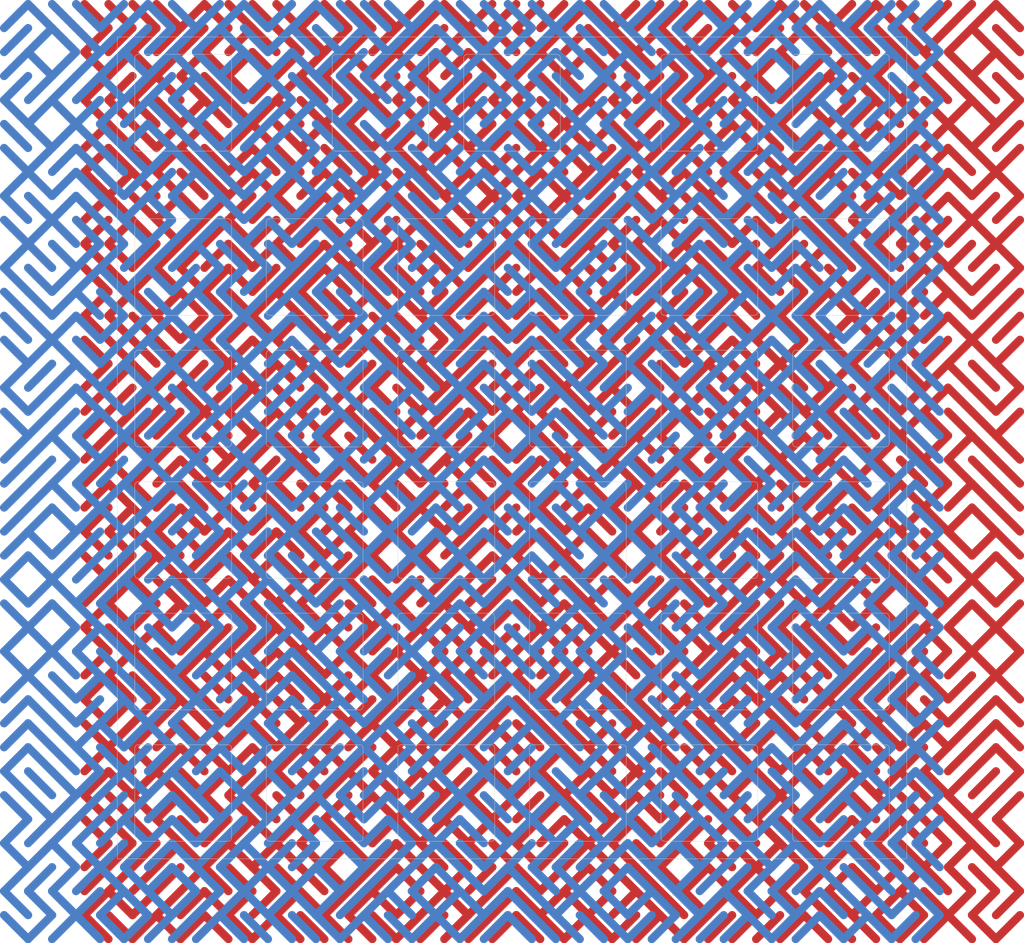
<source format=kicad_pcb>
(kicad_pcb (version 20240108) (generator "pcbnew") (generator_version "8.0")
  (layers (0 "F.Cu" signal) (31 "B.Cu" signal) (34 "B.Paste" user) (35 "F.Paste" user) (36 "B.SilkS" user "B.Silkscreen") (37 "F.SilkS" user "F.Silkscreen") (38 "B.Mask" user) (39 "F.Mask" user) (44 "Edge.Cuts" user))
  (net 0 "")
  (footprint "PCM_marbastlib-xp-plate-mx:Plate_MX_1u" (layer "F.Cu") (at 52.3875 95.25)
    (property "Reference" "REF**" (hide yes))
    (property "Value" "Plate_MX_1u")
    (fp_line (start -7 -6.5) (end -7 6.5) (stroke (width 0.05)) (layer "Edge.Cuts"))
    (fp_line (start -6.5 7) (end 6.5 7) (stroke (width 0.05)) (layer "Edge.Cuts"))
    (fp_line (start 6.5 -7) (end -6.5 -7) (stroke (width 0.05)) (layer "Edge.Cuts"))
    (fp_line (start 7 6.5) (end 7 -6.5) (stroke (width 0.05)) (layer "Edge.Cuts"))
    (fp_arc (start -7 -6.5) (mid -6.853553 -6.853553) (end -6.5 -7) (stroke (width 0.05)) (layer "Edge.Cuts"))
    (fp_arc (start -6.497236 6.998884) (mid -6.850789 6.852437) (end -6.997236 6.498884) (stroke (width 0.05)) (layer "Edge.Cuts"))
    (fp_arc (start 6.5 -7) (mid 6.853553 -6.853553) (end 7 -6.5) (stroke (width 0.05)) (layer "Edge.Cuts"))
    (fp_arc (start 7 6.5) (mid 6.853553 6.853553) (end 6.5 7) (stroke (width 0.05)) (layer "Edge.Cuts"))
  )
  (footprint "PCM_marbastlib-xp-plate-mx:Plate_MX_1u" (layer "F.Cu") (at 128.5875 114.3)
    (property "Reference" "REF**" (hide yes))
    (property "Value" "Plate_MX_1u")
    (fp_line (start -7 -6.5) (end -7 6.5) (stroke (width 0.05)) (layer "Edge.Cuts"))
    (fp_line (start -6.5 7) (end 6.5 7) (stroke (width 0.05)) (layer "Edge.Cuts"))
    (fp_line (start 6.5 -7) (end -6.5 -7) (stroke (width 0.05)) (layer "Edge.Cuts"))
    (fp_line (start 7 6.5) (end 7 -6.5) (stroke (width 0.05)) (layer "Edge.Cuts"))
    (fp_arc (start -7 -6.5) (mid -6.853553 -6.853553) (end -6.5 -7) (stroke (width 0.05)) (layer "Edge.Cuts"))
    (fp_arc (start -6.497236 6.998884) (mid -6.850789 6.852437) (end -6.997236 6.498884) (stroke (width 0.05)) (layer "Edge.Cuts"))
    (fp_arc (start 6.5 -7) (mid 6.853553 -6.853553) (end 7 -6.5) (stroke (width 0.05)) (layer "Edge.Cuts"))
    (fp_arc (start 7 6.5) (mid 6.853553 6.853553) (end 6.5 7) (stroke (width 0.05)) (layer "Edge.Cuts"))
  )
  (footprint "PCM_marbastlib-xp-plate-mx:Plate_MX_1u" (layer "F.Cu") (at 71.4375 57.15)
    (property "Reference" "REF**" (hide yes))
    (property "Value" "Plate_MX_1u")
    (fp_line (start -7 -6.5) (end -7 6.5) (stroke (width 0.05)) (layer "Edge.Cuts"))
    (fp_line (start -6.5 7) (end 6.5 7) (stroke (width 0.05)) (layer "Edge.Cuts"))
    (fp_line (start 6.5 -7) (end -6.5 -7) (stroke (width 0.05)) (layer "Edge.Cuts"))
    (fp_line (start 7 6.5) (end 7 -6.5) (stroke (width 0.05)) (layer "Edge.Cuts"))
    (fp_arc (start -7 -6.5) (mid -6.853553 -6.853553) (end -6.5 -7) (stroke (width 0.05)) (layer "Edge.Cuts"))
    (fp_arc (start -6.497236 6.998884) (mid -6.850789 6.852437) (end -6.997236 6.498884) (stroke (width 0.05)) (layer "Edge.Cuts"))
    (fp_arc (start 6.5 -7) (mid 6.853553 -6.853553) (end 7 -6.5) (stroke (width 0.05)) (layer "Edge.Cuts"))
    (fp_arc (start 7 6.5) (mid 6.853553 6.853553) (end 6.5 7) (stroke (width 0.05)) (layer "Edge.Cuts"))
  )
  (footprint "PCM_marbastlib-xp-plate-mx:Plate_MX_1u" (layer "F.Cu") (at 71.4375 95.25)
    (property "Reference" "REF**" (hide yes))
    (property "Value" "Plate_MX_1u")
    (fp_line (start -7 -6.5) (end -7 6.5) (stroke (width 0.05)) (layer "Edge.Cuts"))
    (fp_line (start -6.5 7) (end 6.5 7) (stroke (width 0.05)) (layer "Edge.Cuts"))
    (fp_line (start 6.5 -7) (end -6.5 -7) (stroke (width 0.05)) (layer "Edge.Cuts"))
    (fp_line (start 7 6.5) (end 7 -6.5) (stroke (width 0.05)) (layer "Edge.Cuts"))
    (fp_arc (start -7 -6.5) (mid -6.853553 -6.853553) (end -6.5 -7) (stroke (width 0.05)) (layer "Edge.Cuts"))
    (fp_arc (start -6.497236 6.998884) (mid -6.850789 6.852437) (end -6.997236 6.498884) (stroke (width 0.05)) (layer "Edge.Cuts"))
    (fp_arc (start 6.5 -7) (mid 6.853553 -6.853553) (end 7 -6.5) (stroke (width 0.05)) (layer "Edge.Cuts"))
    (fp_arc (start 7 6.5) (mid 6.853553 6.853553) (end 6.5 7) (stroke (width 0.05)) (layer "Edge.Cuts"))
  )
  (footprint "PCM_marbastlib-xp-plate-mx:Plate_MX_1u" (layer "F.Cu") (at 52.3875 76.2)
    (property "Reference" "REF**" (hide yes))
    (property "Value" "Plate_MX_1u")
    (fp_line (start -7 -6.5) (end -7 6.5) (stroke (width 0.05)) (layer "Edge.Cuts"))
    (fp_line (start -6.5 7) (end 6.5 7) (stroke (width 0.05)) (layer "Edge.Cuts"))
    (fp_line (start 6.5 -7) (end -6.5 -7) (stroke (width 0.05)) (layer "Edge.Cuts"))
    (fp_line (start 7 6.5) (end 7 -6.5) (stroke (width 0.05)) (layer "Edge.Cuts"))
    (fp_arc (start -7 -6.5) (mid -6.853553 -6.853553) (end -6.5 -7) (stroke (width 0.05)) (layer "Edge.Cuts"))
    (fp_arc (start -6.497236 6.998884) (mid -6.850789 6.852437) (end -6.997236 6.498884) (stroke (width 0.05)) (layer "Edge.Cuts"))
    (fp_arc (start 6.5 -7) (mid 6.853553 -6.853553) (end 7 -6.5) (stroke (width 0.05)) (layer "Edge.Cuts"))
    (fp_arc (start 7 6.5) (mid 6.853553 6.853553) (end 6.5 7) (stroke (width 0.05)) (layer "Edge.Cuts"))
  )
  (footprint "PCM_marbastlib-xp-plate-mx:Plate_MX_1u" (layer "F.Cu") (at 33.3375 95.25)
    (property "Reference" "REF**" (hide yes))
    (property "Value" "Plate_MX_1u")
    (fp_line (start -7 -6.5) (end -7 6.5) (stroke (width 0.05)) (layer "Edge.Cuts"))
    (fp_line (start -6.5 7) (end 6.5 7) (stroke (width 0.05)) (layer "Edge.Cuts"))
    (fp_line (start 6.5 -7) (end -6.5 -7) (stroke (width 0.05)) (layer "Edge.Cuts"))
    (fp_line (start 7 6.5) (end 7 -6.5) (stroke (width 0.05)) (layer "Edge.Cuts"))
    (fp_arc (start -7 -6.5) (mid -6.853553 -6.853553) (end -6.5 -7) (stroke (width 0.05)) (layer "Edge.Cuts"))
    (fp_arc (start -6.497236 6.998884) (mid -6.850789 6.852437) (end -6.997236 6.498884) (stroke (width 0.05)) (layer "Edge.Cuts"))
    (fp_arc (start 6.5 -7) (mid 6.853553 -6.853553) (end 7 -6.5) (stroke (width 0.05)) (layer "Edge.Cuts"))
    (fp_arc (start 7 6.5) (mid 6.853553 6.853553) (end 6.5 7) (stroke (width 0.05)) (layer "Edge.Cuts"))
  )
  (footprint "PCM_marbastlib-xp-plate-mx:Plate_MX_1u" (layer "F.Cu") (at 109.5375 33.3375)
    (property "Reference" "REF**" (hide yes))
    (property "Value" "Plate_MX_1u")
    (fp_line (start -7 -6.5) (end -7 6.5) (stroke (width 0.05)) (layer "Edge.Cuts"))
    (fp_line (start -6.5 7) (end 6.5 7) (stroke (width 0.05)) (layer "Edge.Cuts"))
    (fp_line (start 6.5 -7) (end -6.5 -7) (stroke (width 0.05)) (layer "Edge.Cuts"))
    (fp_line (start 7 6.5) (end 7 -6.5) (stroke (width 0.05)) (layer "Edge.Cuts"))
    (fp_arc (start -7 -6.5) (mid -6.853553 -6.853553) (end -6.5 -7) (stroke (width 0.05)) (layer "Edge.Cuts"))
    (fp_arc (start -6.497236 6.998884) (mid -6.850789 6.852437) (end -6.997236 6.498884) (stroke (width 0.05)) (layer "Edge.Cuts"))
    (fp_arc (start 6.5 -7) (mid 6.853553 -6.853553) (end 7 -6.5) (stroke (width 0.05)) (layer "Edge.Cuts"))
    (fp_arc (start 7 6.5) (mid 6.853553 6.853553) (end 6.5 7) (stroke (width 0.05)) (layer "Edge.Cuts"))
  )
  (footprint "PCM_marbastlib-xp-plate-mx:Plate_MX_1u" (layer "F.Cu") (at 109.5375 133.35)
    (property "Reference" "REF**" (hide yes))
    (property "Value" "Plate_MX_1u")
    (fp_line (start -7 -6.5) (end -7 6.5) (stroke (width 0.05)) (layer "Edge.Cuts"))
    (fp_line (start -6.5 7) (end 6.5 7) (stroke (width 0.05)) (layer "Edge.Cuts"))
    (fp_line (start 6.5 -7) (end -6.5 -7) (stroke (width 0.05)) (layer "Edge.Cuts"))
    (fp_line (start 7 6.5) (end 7 -6.5) (stroke (width 0.05)) (layer "Edge.Cuts"))
    (fp_arc (start -7 -6.5) (mid -6.853553 -6.853553) (end -6.5 -7) (stroke (width 0.05)) (layer "Edge.Cuts"))
    (fp_arc (start -6.497236 6.998884) (mid -6.850789 6.852437) (end -6.997236 6.498884) (stroke (width 0.05)) (layer "Edge.Cuts"))
    (fp_arc (start 6.5 -7) (mid 6.853553 -6.853553) (end 7 -6.5) (stroke (width 0.05)) (layer "Edge.Cuts"))
    (fp_arc (start 7 6.5) (mid 6.853553 6.853553) (end 6.5 7) (stroke (width 0.05)) (layer "Edge.Cuts"))
  )
  (footprint "PCM_marbastlib-xp-plate-mx:Plate_MX_1u" (layer "F.Cu") (at 109.5375 95.25)
    (property "Reference" "REF**" (hide yes))
    (property "Value" "Plate_MX_1u")
    (fp_line (start -7 -6.5) (end -7 6.5) (stroke (width 0.05)) (layer "Edge.Cuts"))
    (fp_line (start -6.5 7) (end 6.5 7) (stroke (width 0.05)) (layer "Edge.Cuts"))
    (fp_line (start 6.5 -7) (end -6.5 -7) (stroke (width 0.05)) (layer "Edge.Cuts"))
    (fp_line (start 7 6.5) (end 7 -6.5) (stroke (width 0.05)) (layer "Edge.Cuts"))
    (fp_arc (start -7 -6.5) (mid -6.853553 -6.853553) (end -6.5 -7) (stroke (width 0.05)) (layer "Edge.Cuts"))
    (fp_arc (start -6.497236 6.998884) (mid -6.850789 6.852437) (end -6.997236 6.498884) (stroke (width 0.05)) (layer "Edge.Cuts"))
    (fp_arc (start 6.5 -7) (mid 6.853553 -6.853553) (end 7 -6.5) (stroke (width 0.05)) (layer "Edge.Cuts"))
    (fp_arc (start 7 6.5) (mid 6.853553 6.853553) (end 6.5 7) (stroke (width 0.05)) (layer "Edge.Cuts"))
  )
  (footprint "PCM_marbastlib-xp-plate-mx:Plate_MX_1u" (layer "F.Cu") (at 90.4875 76.2)
    (property "Reference" "REF**" (hide yes))
    (property "Value" "Plate_MX_1u")
    (fp_line (start -7 -6.5) (end -7 6.5) (stroke (width 0.05)) (layer "Edge.Cuts"))
    (fp_line (start -6.5 7) (end 6.5 7) (stroke (width 0.05)) (layer "Edge.Cuts"))
    (fp_line (start 6.5 -7) (end -6.5 -7) (stroke (width 0.05)) (layer "Edge.Cuts"))
    (fp_line (start 7 6.5) (end 7 -6.5) (stroke (width 0.05)) (layer "Edge.Cuts"))
    (fp_arc (start -7 -6.5) (mid -6.853553 -6.853553) (end -6.5 -7) (stroke (width 0.05)) (layer "Edge.Cuts"))
    (fp_arc (start -6.497236 6.998884) (mid -6.850789 6.852437) (end -6.997236 6.498884) (stroke (width 0.05)) (layer "Edge.Cuts"))
    (fp_arc (start 6.5 -7) (mid 6.853553 -6.853553) (end 7 -6.5) (stroke (width 0.05)) (layer "Edge.Cuts"))
    (fp_arc (start 7 6.5) (mid 6.853553 6.853553) (end 6.5 7) (stroke (width 0.05)) (layer "Edge.Cuts"))
  )
  (footprint "customBuckwich:artmaze" (layer "F.Cu") (at 19.05 19.05)
    (property "Reference" "REF**" (hide yes))
    (property "Value" "artmaze" (hide yes))
    (fp_line (start 0 0) (end 3.473504 3.473504) (stroke (width 1.190624)) (layer "F.Cu"))
    (fp_line (start 0 6.947008) (end 3.473504 3.473504) (stroke (width 1.190624)) (layer "F.Cu"))
    (fp_line (start 0 6.947008) (end 3.473504 10.420512) (stroke (width 1.190624)) (layer "F.Cu"))
    (fp_line (start 0 13.894016) (end 3.473504 10.420512) (stroke (width 1.190624)) (layer "F.Cu"))
    (fp_line (start 0 13.894016) (end 3.473504 17.367521) (stroke (width 1.190624)) (layer "F.Cu"))
    (fp_line (start 0 20.841024) (end 3.473504 17.367521) (stroke (width 1.190624)) (layer "F.Cu"))
    (fp_line (start 0 24.314529) (end 3.473504 20.841024) (stroke (width 1.190624)) (layer "F.Cu"))
    (fp_line (start 0 24.314529) (end 3.473504 27.788033) (stroke (width 1.190624)) (layer "F.Cu"))
    (fp_line (start 0 31.261538) (end 3.473504 27.788033) (stroke (width 1.190624)) (layer "F.Cu"))
    (fp_line (start 0 34.735043) (end 3.473504 31.261538) (stroke (width 1.190624)) (layer "F.Cu"))
    (fp_line (start 0 34.735043) (end 3.473504 38.208546) (stroke (width 1.190624)) (layer "F.Cu"))
    (fp_line (start 0 38.208546) (end 3.473504 41.682049) (stroke (width 1.190624)) (layer "F.Cu"))
    (fp_line (start 0 45.155556) (end 3.473504 41.682049) (stroke (width 1.190624)) (layer "F.Cu"))
    (fp_line (start 0 45.155556) (end 3.473504 48.629059) (stroke (width 1.190624)) (layer "F.Cu"))
    (fp_line (start 0 48.629059) (end 3.473504 52.102562) (stroke (width 1.190624)) (layer "F.Cu"))
    (fp_line (start 0 55.576065) (end 3.473504 52.102562) (stroke (width 1.190624)) (layer "F.Cu"))
    (fp_line (start 0 59.049568) (end 3.473504 55.576065) (stroke (width 1.190624)) (layer "F.Cu"))
    (fp_line (start 0 62.523075) (end 3.473504 59.049568) (stroke (width 1.190624)) (layer "F.Cu"))
    (fp_line (start 0 65.996574) (end 3.473504 62.523075) (stroke (width 1.190624)) (layer "F.Cu"))
    (fp_line (start 0 69.470085) (end 3.473504 65.996574) (stroke (width 1.190624)) (layer "F.Cu"))
    (fp_line (start 0 72.943588) (end 3.473504 69.470085) (stroke (width 1.190624)) (layer "F.Cu"))
    (fp_line (start 0 76.417091) (end 3.473504 72.943588) (stroke (width 1.190624)) (layer "F.Cu"))
    (fp_line (start 0 76.417091) (end 3.473504 79.890594) (stroke (width 1.190624)) (layer "F.Cu"))
    (fp_line (start 0 79.890594) (end 3.473504 83.364098) (stroke (width 1.190624)) (layer "F.Cu"))
    (fp_line (start 0 86.837608) (end 3.473504 83.364098) (stroke (width 1.190624)) (layer "F.Cu"))
    (fp_line (start 0 90.311111) (end 3.473504 86.837608) (stroke (width 1.190624)) (layer "F.Cu"))
    (fp_line (start 0 90.311111) (end 3.473504 93.784615) (stroke (width 1.190624)) (layer "F.Cu"))
    (fp_line (start 0 97.258118) (end 3.473504 93.784615) (stroke (width 1.190624)) (layer "F.Cu"))
    (fp_line (start 0 100.731621) (end 3.473504 97.258118) (stroke (width 1.190624)) (layer "F.Cu"))
    (fp_line (start 0 100.731621) (end 3.473504 104.205124) (stroke (width 1.190624)) (layer "F.Cu"))
    (fp_line (start 0 104.205124) (end 3.473504 107.678627) (stroke (width 1.190624)) (layer "F.Cu"))
    (fp_line (start 0 111.15213) (end 3.473504 107.678627) (stroke (width 1.190624)) (layer "F.Cu"))
    (fp_line (start 0 114.625633) (end 3.473504 111.15213) (stroke (width 1.190624)) (layer "F.Cu"))
    (fp_line (start 0 114.625633) (end 3.473504 118.099136) (stroke (width 1.190624)) (layer "F.Cu"))
    (fp_line (start 0 118.099136) (end 3.473504 121.572647) (stroke (width 1.190624)) (layer "F.Cu"))
    (fp_line (start 0 125.04615) (end 3.473504 121.572647) (stroke (width 1.190624)) (layer "F.Cu"))
    (fp_line (start 0 128.519653) (end 3.473504 125.04615) (stroke (width 1.190624)) (layer "F.Cu"))
    (fp_line (start 0 131.993149) (end 3.473504 128.519653) (stroke (width 1.190624)) (layer "F.Cu"))
    (fp_line (start 0 131.993149) (end 3.473504 135.46666) (stroke (width 1.190624)) (layer "F.Cu"))
    (fp_line (start 3.473504 0) (end 6.947008 3.473504) (stroke (width 1.190624)) (layer "F.Cu"))
    (fp_line (start 3.473504 6.947008) (end 6.947008 3.473504) (stroke (width 1.190624)) (layer "F.Cu"))
    (fp_line (start 3.473504 10.420512) (end 6.947008 6.947008) (stroke (width 1.190624)) (layer "F.Cu"))
    (fp_line (start 3.473504 13.894016) (end 6.947008 10.420512) (stroke (width 1.190624)) (layer "F.Cu"))
    (fp_line (start 3.473504 13.894016) (end 6.947008 17.367521) (stroke (width 1.190624)) (layer "F.Cu"))
    (fp_line (start 3.473504 17.367521) (end 6.947008 20.841024) (stroke (width 1.190624)) (layer "F.Cu"))
    (fp_line (start 3.473504 20.841024) (end 6.947008 24.314529) (stroke (width 1.190624)) (layer "F.Cu"))
    (fp_line (start 3.473504 27.788033) (end 6.947008 24.314529) (stroke (width 1.190624)) (layer "F.Cu"))
    (fp_line (start 3.473504 27.788033) (end 6.947008 31.261538) (stroke (width 1.190624)) (layer "F.Cu"))
    (fp_line (start 3.473504 34.735043) (end 6.947008 31.261538) (stroke (width 1.190624)) (layer "F.Cu"))
    (fp_line (start 3.473504 34.735043) (end 6.947008 38.208546) (stroke (width 1.190624)) (layer "F.Cu"))
    (fp_line (start 3.473504 38.208546) (end 6.947008 41.682049) (stroke (width 1.190624)) (layer "F.Cu"))
    (fp_line (start 3.473504 45.155556) (end 6.947008 41.682049) (stroke (width 1.190624)) (layer "F.Cu"))
    (fp_line (start 3.473504 45.155556) (end 6.947008 48.629059) (stroke (width 1.190624)) (layer "F.Cu"))
    (fp_line (start 3.473504 48.629059) (end 6.947008 52.102562) (stroke (width 1.190624)) (layer "F.Cu"))
    (fp_line (start 3.473504 55.576065) (end 6.947008 52.102562) (stroke (width 1.190624)) (layer "F.Cu"))
    (fp_line (start 3.473504 59.049568) (end 6.947008 55.576065) (stroke (width 1.190624)) (layer "F.Cu"))
    (fp_line (start 3.473504 62.523075) (end 6.947008 59.049568) (stroke (width 1.190624)) (layer "F.Cu"))
    (fp_line (start 3.473504 65.996574) (end 6.947008 62.523075) (stroke (width 1.190624)) (layer "F.Cu"))
    (fp_line (start 3.473504 65.996574) (end 6.947008 69.470085) (stroke (width 1.190624)) (layer "F.Cu"))
    (fp_line (start 3.473504 69.470085) (end 6.947008 72.943588) (stroke (width 1.190624)) (layer "F.Cu"))
    (fp_line (start 3.473504 76.417091) (end 6.947008 72.943588) (stroke (width 1.190624)) (layer "F.Cu"))
    (fp_line (start 3.473504 76.417091) (end 6.947008 79.890594) (stroke (width 1.190624)) (layer "F.Cu"))
    (fp_line (start 3.473504 83.364098) (end 6.947008 79.890594) (stroke (width 1.190624)) (layer "F.Cu"))
    (fp_line (start 3.473504 86.837608) (end 6.947008 83.364098) (stroke (width 1.190624)) (layer "F.Cu"))
    (fp_line (start 3.473504 86.837608) (end 6.947008 90.311111) (stroke (width 1.190624)) (layer "F.Cu"))
    (fp_line (start 3.473504 90.311111) (end 6.947008 93.784615) (stroke (width 1.190624)) (layer "F.Cu"))
    (fp_line (start 3.473504 97.258118) (end 6.947008 93.784615) (stroke (width 1.190624)) (layer "F.Cu"))
    (fp_line (start 3.473504 97.258118) (end 6.947008 100.731621) (stroke (width 1.190624)) (layer "F.Cu"))
    (fp_line (start 3.473504 104.205124) (end 6.947008 100.731621) (stroke (width 1.190624)) (layer "F.Cu"))
    (fp_line (start 3.473504 107.678627) (end 6.947008 104.205124) (stroke (width 1.190624)) (layer "F.Cu"))
    (fp_line (start 3.473504 107.678627) (end 6.947008 111.15213) (stroke (width 1.190624)) (layer "F.Cu"))
    (fp_line (start 3.473504 111.15213) (end 6.947008 114.625633) (stroke (width 1.190624)) (layer "F.Cu"))
    (fp_line (start 3.473504 114.625633) (end 6.947008 118.099136) (stroke (width 1.190624)) (layer "F.Cu"))
    (fp_line (start 3.473504 118.099136) (end 6.947008 121.572647) (stroke (width 1.190624)) (layer "F.Cu"))
    (fp_line (start 3.473504 125.04615) (end 6.947008 121.572647) (stroke (width 1.190624)) (layer "F.Cu"))
    (fp_line (start 3.473504 128.519653) (end 6.947008 125.04615) (stroke (width 1.190624)) (layer "F.Cu"))
    (fp_line (start 3.473504 128.519653) (end 6.947008 131.993149) (stroke (width 1.190624)) (layer "F.Cu"))
    (fp_line (start 3.473504 131.993149) (end 6.947008 135.46666) (stroke (width 1.190624)) (layer "F.Cu"))
    (fp_line (start 6.947008 0) (end 10.420512 3.473504) (stroke (width 1.190624)) (layer "F.Cu"))
    (fp_line (start 6.947008 6.947008) (end 10.420512 3.473504) (stroke (width 1.190624)) (layer "F.Cu"))
    (fp_line (start 6.947008 6.947008) (end 10.420512 10.420512) (stroke (width 1.190624)) (layer "F.Cu"))
    (fp_line (start 6.947008 13.894016) (end 10.420512 10.420512) (stroke (width 1.190624)) (layer "F.Cu"))
    (fp_line (start 6.947008 13.894016) (end 10.420512 17.367521) (stroke (width 1.190624)) (layer "F.Cu"))
    (fp_line (start 6.947008 17.367521) (end 10.420512 20.841024) (stroke (width 1.190624)) (layer "F.Cu"))
    (fp_line (start 6.947008 20.841024) (end 10.420512 24.314529) (stroke (width 1.190624)) (layer "F.Cu"))
    (fp_line (start 6.947008 24.314529) (end 10.420512 27.788033) (stroke (width 1.190624)) (layer "F.Cu"))
    (fp_line (start 6.947008 27.788033) (end 10.420512 31.261538) (stroke (width 1.190624)) (layer "F.Cu"))
    (fp_line (start 6.947008 31.261538) (end 10.420512 34.735043) (stroke (width 1.190624)) (layer "F.Cu"))
    (fp_line (start 6.947008 38.208546) (end 10.420512 34.735043) (stroke (width 1.190624)) (layer "F.Cu"))
    (fp_line (start 6.947008 41.682049) (end 10.420512 38.208546) (stroke (width 1.190624)) (layer "F.Cu"))
    (fp_line (start 6.947008 41.682049) (end 10.420512 45.155556) (stroke (width 1.190624)) (layer "F.Cu"))
    (fp_line (start 6.947008 45.155556) (end 10.420512 48.629059) (stroke (width 1.190624)) (layer "F.Cu"))
    (fp_line (start 6.947008 48.629059) (end 10.420512 52.102562) (stroke (width 1.190624)) (layer "F.Cu"))
    (fp_line (start 6.947008 52.102562) (end 10.420512 55.576065) (stroke (width 1.190624)) (layer "F.Cu"))
    (fp_line (start 6.947008 59.049568) (end 10.420512 55.576065) (stroke (width 1.190624)) (layer "F.Cu"))
    (fp_line (start 6.947008 62.523075) (end 10.420512 59.049568) (stroke (width 1.190624)) (layer "F.Cu"))
    (fp_line (start 6.947008 62.523075) (end 10.420512 65.996574) (stroke (width 1.190624)) (layer "F.Cu"))
    (fp_line (start 6.947008 69.470085) (end 10.420512 65.996574) (stroke (width 1.190624)) (layer "F.Cu"))
    (fp_line (start 6.947008 69.470085) (end 10.420512 72.943588) (stroke (width 1.190624)) (layer "F.Cu"))
    (fp_line (start 6.947008 72.943588) (end 10.420512 76.417091) (stroke (width 1.190624)) (layer "F.Cu"))
    (fp_line (start 6.947008 76.417091) (end 10.420512 79.890594) (stroke (width 1.190624)) (layer "F.Cu"))
    (fp_line (start 6.947008 83.364098) (end 10.420512 79.890594) (stroke (width 1.190624)) (layer "F.Cu"))
    (fp_line (start 6.947008 83.364098) (end 10.420512 86.837608) (stroke (width 1.190624)) (layer "F.Cu"))
    (fp_line (start 6.947008 90.311111) (end 10.420512 86.837608) (stroke (width 1.190624)) (layer "F.Cu"))
    (fp_line (start 6.947008 93.784615) (end 10.420512 90.311111) (stroke (width 1.190624)) (layer "F.Cu"))
    (fp_line (start 6.947008 93.784615) (end 10.420512 97.258118) (stroke (width 1.190624)) (layer "F.Cu"))
    (fp_line (start 6.947008 97.258118) (end 10.420512 100.731621) (stroke (width 1.190624)) (layer "F.Cu"))
    (fp_line (start 6.947008 104.205124) (end 10.420512 100.731621) (stroke (width 1.190624)) (layer "F.Cu"))
    (fp_line (start 6.947008 107.678627) (end 10.420512 104.205124) (stroke (width 1.190624)) (layer "F.Cu"))
    (fp_line (start 6.947008 107.678627) (end 10.420512 111.15213) (stroke (width 1.190624)) (layer "F.Cu"))
    (fp_line (start 6.947008 114.625633) (end 10.420512 111.15213) (stroke (width 1.190624)) (layer "F.Cu"))
    (fp_line (start 6.947008 114.625633) (end 10.420512 118.099136) (stroke (width 1.190624)) (layer "F.Cu"))
    (fp_line (start 6.947008 118.099136) (end 10.420512 121.572647) (stroke (width 1.190624)) (layer "F.Cu"))
    (fp_line (start 6.947008 125.04615) (end 10.420512 121.572647) (stroke (width 1.190624)) (layer "F.Cu"))
    (fp_line (start 6.947008 128.519653) (end 10.420512 125.04615) (stroke (width 1.190624)) (layer "F.Cu"))
    (fp_line (start 6.947008 131.993149) (end 10.420512 128.519653) (stroke (width 1.190624)) (layer "F.Cu"))
    (fp_line (start 6.947008 135.46666) (end 10.420512 131.993149) (stroke (width 1.190624)) (layer "F.Cu"))
    (fp_line (start 10.420512 0) (end 13.894016 3.473504) (stroke (width 1.190624)) (layer "F.Cu"))
    (fp_line (start 10.420512 6.947008) (end 13.894016 3.473504) (stroke (width 1.190624)) (layer "F.Cu"))
    (fp_line (start 10.420512 10.420512) (end 13.894016 6.947008) (stroke (width 1.190624)) (layer "F.Cu"))
    (fp_line (start 10.420512 10.420512) (end 13.894016 13.894016) (stroke (width 1.190624)) (layer "F.Cu"))
    (fp_line (start 10.420512 13.894016) (end 13.894016 17.367521) (stroke (width 1.190624)) (layer "F.Cu"))
    (fp_line (start 10.420512 20.841024) (end 13.894016 17.367521) (stroke (width 1.190624)) (layer "F.Cu"))
    (fp_line (start 10.420512 24.314529) (end 13.894016 20.841024) (stroke (width 1.190624)) (layer "F.Cu"))
    (fp_line (start 10.420512 24.314529) (end 13.894016 27.788033) (stroke (width 1.190624)) (layer "F.Cu"))
    (fp_line (start 10.420512 31.261538) (end 13.894016 27.788033) (stroke (width 1.190624)) (layer "F.Cu"))
    (fp_line (start 10.420512 31.261538) (end 13.894016 34.735043) (stroke (width 1.190624)) (layer "F.Cu"))
    (fp_line (start 10.420512 38.208546) (end 13.894016 34.735043) (stroke (width 1.190624)) (layer "F.Cu"))
    (fp_line (start 10.420512 38.208546) (end 13.894016 41.682049) (stroke (width 1.190624)) (layer "F.Cu"))
    (fp_line (start 10.420512 45.155556) (end 13.894016 41.682049) (stroke (width 1.190624)) (layer "F.Cu"))
    (fp_line (start 10.420512 45.155556) (end 13.894016 48.629059) (stroke (width 1.190624)) (layer "F.Cu"))
    (fp_line (start 10.420512 48.629059) (end 13.894016 52.102562) (stroke (width 1.190624)) (layer "F.Cu"))
    (fp_line (start 10.420512 55.576065) (end 13.894016 52.102562) (stroke (width 1.190624)) (layer "F.Cu"))
    (fp_line (start 10.420512 59.049568) (end 13.894016 55.576065) (stroke (width 1.190624)) (layer "F.Cu"))
    (fp_line (start 10.420512 62.523075) (end 13.894016 59.049568) (stroke (width 1.190624)) (layer "F.Cu"))
    (fp_line (start 10.420512 65.996574) (end 13.894016 62.523075) (stroke (width 1.190624)) (layer "F.Cu"))
    (fp_line (start 10.420512 69.470085) (end 13.894016 65.996574) (stroke (width 1.190624)) (layer "F.Cu"))
    (fp_line (start 10.420512 72.943588) (end 13.894016 69.470085) (stroke (width 1.190624)) (layer "F.Cu"))
    (fp_line (start 10.420512 76.417091) (end 13.894016 72.943588) (stroke (width 1.190624)) (layer "F.Cu"))
    (fp_line (start 10.420512 76.417091) (end 13.894016 79.890594) (stroke (width 1.190624)) (layer "F.Cu"))
    (fp_line (start 10.420512 79.890594) (end 13.894016 83.364098) (stroke (width 1.190624)) (layer "F.Cu"))
    (fp_line (start 10.420512 83.364098) (end 13.894016 86.837608) (stroke (width 1.190624)) (layer "F.Cu"))
    (fp_line (start 10.420512 90.311111) (end 13.894016 86.837608) (stroke (width 1.190624)) (layer "F.Cu"))
    (fp_line (start 10.420512 90.311111) (end 13.894016 93.784615) (stroke (width 1.190624)) (layer "F.Cu"))
    (fp_line (start 10.420512 93.784615) (end 13.894016 97.258118) (stroke (width 1.190624)) (layer "F.Cu"))
    (fp_line (start 10.420512 97.258118) (end 13.894016 100.731621) (stroke (width 1.190624)) (layer "F.Cu"))
    (fp_line (start 10.420512 104.205124) (end 13.894016 100.731621) (stroke (width 1.190624)) (layer "F.Cu"))
    (fp_line (start 10.420512 107.678627) (end 13.894016 104.205124) (stroke (width 1.190624)) (layer "F.Cu"))
    (fp_line (start 10.420512 111.15213) (end 13.894016 107.678627) (stroke (width 1.190624)) (layer "F.Cu"))
    (fp_line (start 10.420512 111.15213) (end 13.894016 114.625633) (stroke (width 1.190624)) (layer "F.Cu"))
    (fp_line (start 10.420512 118.099136) (end 13.894016 114.625633) (stroke (width 1.190624)) (layer "F.Cu"))
    (fp_line (start 10.420512 118.099136) (end 13.894016 121.572647) (stroke (width 1.190624)) (layer "F.Cu"))
    (fp_line (start 10.420512 125.04615) (end 13.894016 121.572647) (stroke (width 1.190624)) (layer "F.Cu"))
    (fp_line (start 10.420512 128.519653) (end 13.894016 125.04615) (stroke (width 1.190624)) (layer "F.Cu"))
    (fp_line (start 10.420512 131.993149) (end 13.894016 128.519653) (stroke (width 1.190624)) (layer "F.Cu"))
    (fp_line (start 10.420512 131.993149) (end 13.894016 135.46666) (stroke (width 1.190624)) (layer "F.Cu"))
    (fp_line (start 13.894016 3.473504) (end 17.367521 0) (stroke (width 1.190624)) (layer "F.Cu"))
    (fp_line (start 13.894016 6.947008) (end 17.367521 3.473504) (stroke (width 1.190624)) (layer "F.Cu"))
    (fp_line (start 13.894016 10.420512) (end 17.367521 6.947008) (stroke (width 1.190624)) (layer "F.Cu"))
    (fp_line (start 13.894016 10.420512) (end 17.367521 13.894016) (stroke (width 1.190624)) (layer "F.Cu"))
    (fp_line (start 13.894016 17.367521) (end 17.367521 13.894016) (stroke (width 1.190624)) (layer "F.Cu"))
    (fp_line (start 13.894016 20.841024) (end 17.367521 17.367521) (stroke (width 1.190624)) (layer "F.Cu"))
    (fp_line (start 13.894016 20.841024) (end 17.367521 24.314529) (stroke (width 1.190624)) (layer "F.Cu"))
    (fp_line (start 13.894016 24.314529) (end 17.367521 27.788033) (stroke (width 1.190624)) (layer "F.Cu"))
    (fp_line (start 13.894016 27.788033) (end 17.367521 31.261538) (stroke (width 1.190624)) (layer "F.Cu"))
    (fp_line (start 13.894016 34.735043) (end 17.367521 31.261538) (stroke (width 1.190624)) (layer "F.Cu"))
    (fp_line (start 13.894016 38.208546) (end 17.367521 34.735043) (stroke (width 1.190624)) (layer "F.Cu"))
    (fp_line (start 13.894016 38.208546) (end 17.367521 41.682049) (stroke (width 1.190624)) (layer "F.Cu"))
    (fp_line (start 13.894016 41.682049) (end 17.367521 45.155556) (stroke (width 1.190624)) (layer "F.Cu"))
    (fp_line (start 13.894016 48.629059) (end 17.367521 45.155556) (stroke (width 1.190624)) (layer "F.Cu"))
    (fp_line (start 13.894016 52.102562) (end 17.367521 48.629059) (stroke (width 1.190624)) (layer "F.Cu"))
    (fp_line (start 13.894016 55.576065) (end 17.367521 52.102562) (stroke (width 1.190624)) (layer "F.Cu"))
    (fp_line (start 13.894016 55.576065) (end 17.367521 59.049568) (stroke (width 1.190624)) (layer "F.Cu"))
    (fp_line (start 13.894016 62.523075) (end 17.367521 59.049568) (stroke (width 1.190624)) (layer "F.Cu"))
    (fp_line (start 13.894016 62.523075) (end 17.367521 65.996574) (stroke (width 1.190624)) (layer "F.Cu"))
    (fp_line (start 13.894016 65.996574) (end 17.367521 69.470085) (stroke (width 1.190624)) (layer "F.Cu"))
    (fp_line (start 13.894016 69.470085) (end 17.367521 72.943588) (stroke (width 1.190624)) (layer "F.Cu"))
    (fp_line (start 13.894016 72.943588) (end 17.367521 76.417091) (stroke (width 1.190624)) (layer "F.Cu"))
    (fp_line (start 13.894016 76.417091) (end 17.367521 79.890594) (stroke (width 1.190624)) (layer "F.Cu"))
    (fp_line (start 13.894016 83.364098) (end 17.367521 79.890594) (stroke (width 1.190624)) (layer "F.Cu"))
    (fp_line (start 13.894016 83.364098) (end 17.367521 86.837608) (stroke (width 1.190624)) (layer "F.Cu"))
    (fp_line (start 13.894016 86.837608) (end 17.367521 90.311111) (stroke (width 1.190624)) (layer "F.Cu"))
    (fp_line (start 13.894016 93.784615) (end 17.367521 90.311111) (stroke (width 1.190624)) (layer "F.Cu"))
    (fp_line (start 13.894016 97.258118) (end 17.367521 93.784615) (stroke (width 1.190624)) (layer "F.Cu"))
    (fp_line (start 13.894016 97.258118) (end 17.367521 100.731621) (stroke (width 1.190624)) (layer "F.Cu"))
    (fp_line (start 13.894016 100.731621) (end 17.367521 104.205124) (stroke (width 1.190624)) (layer "F.Cu"))
    (fp_line (start 13.894016 104.205124) (end 17.367521 107.678627) (stroke (width 1.190624)) (layer "F.Cu"))
    (fp_line (start 13.894016 107.678627) (end 17.367521 111.15213) (stroke (width 1.190624)) (layer "F.Cu"))
    (fp_line (start 13.894016 111.15213) (end 17.367521 114.625633) (stroke (width 1.190624)) (layer "F.Cu"))
    (fp_line (start 13.894016 114.625633) (end 17.367521 118.099136) (stroke (width 1.190624)) (layer "F.Cu"))
    (fp_line (start 13.894016 118.099136) (end 17.367521 121.572647) (stroke (width 1.190624)) (layer "F.Cu"))
    (fp_line (start 13.894016 121.572647) (end 17.367521 125.04615) (stroke (width 1.190624)) (layer "F.Cu"))
    (fp_line (start 13.894016 128.519653) (end 17.367521 125.04615) (stroke (width 1.190624)) (layer "F.Cu"))
    (fp_line (start 13.894016 131.993149) (end 17.367521 128.519653) (stroke (width 1.190624)) (layer "F.Cu"))
    (fp_line (start 13.894016 135.46666) (end 17.367521 131.993149) (stroke (width 1.190624)) (layer "F.Cu"))
    (fp_line (start 17.367521 0) (end 20.841024 3.473504) (stroke (width 1.190624)) (layer "F.Cu"))
    (fp_line (start 17.367521 6.947008) (end 20.841024 3.473504) (stroke (width 1.190624)) (layer "F.Cu"))
    (fp_line (start 17.367521 6.947008) (end 20.841024 10.420512) (stroke (width 1.190624)) (layer "F.Cu"))
    (fp_line (start 17.367521 10.420512) (end 20.841024 13.894016) (stroke (width 1.190624)) (layer "F.Cu"))
    (fp_line (start 17.367521 13.894016) (end 20.841024 17.367521) (stroke (width 1.190624)) (layer "F.Cu"))
    (fp_line (start 17.367521 17.367521) (end 20.841024 20.841024) (stroke (width 1.190624)) (layer "F.Cu"))
    (fp_line (start 17.367521 20.841024) (end 20.841024 24.314529) (stroke (width 1.190624)) (layer "F.Cu"))
    (fp_line (start 17.367521 24.314529) (end 20.841024 27.788033) (stroke (width 1.190624)) (layer "F.Cu"))
    (fp_line (start 17.367521 31.261538) (end 20.841024 27.788033) (stroke (width 1.190624)) (layer "F.Cu"))
    (fp_line (start 17.367521 34.735043) (end 20.841024 31.261538) (stroke (width 1.190624)) (layer "F.Cu"))
    (fp_line (start 17.367521 38.208546) (end 20.841024 34.735043) (stroke (width 1.190624)) (layer "F.Cu"))
    (fp_line (start 17.367521 41.682049) (end 20.841024 38.208546) (stroke (width 1.190624)) (layer "F.Cu"))
    (fp_line (start 17.367521 41.682049) (end 20.841024 45.155556) (stroke (width 1.190624)) (layer "F.Cu"))
    (fp_line (start 17.367521 48.629059) (end 20.841024 45.155556) (stroke (width 1.190624)) (layer "F.Cu"))
    (fp_line (start 17.367521 48.629059) (end 20.841024 52.102562) (stroke (width 1.190624)) (layer "F.Cu"))
    (fp_line (start 17.367521 55.576065) (end 20.841024 52.102562) (stroke (width 1.190624)) (layer "F.Cu"))
    (fp_line (start 17.367521 59.049568) (end 20.841024 55.576065) (stroke (width 1.190624)) (layer "F.Cu"))
    (fp_line (start 17.367521 59.049568) (end 20.841024 62.523075) (stroke (width 1.190624)) (layer "F.Cu"))
    (fp_line (start 17.367521 62.523075) (end 20.841024 65.996574) (stroke (width 1.190624)) (layer "F.Cu"))
    (fp_line (start 17.367521 69.470085) (end 20.841024 65.996574) (stroke (width 1.190624)) (layer "F.Cu"))
    (fp_line (start 17.367521 69.470085) (end 20.841024 72.943588) (stroke (width 1.190624)) (layer "F.Cu"))
    (fp_line (start 17.367521 76.417091) (end 20.841024 72.943588) (stroke (width 1.190624)) (layer "F.Cu"))
    (fp_line (start 17.367521 79.890594) (end 20.841024 76.417091) (stroke (width 1.190624)) (layer "F.Cu"))
    (fp_line (start 17.367521 83.364098) (end 20.841024 79.890594) (stroke (width 1.190624)) (layer "F.Cu"))
    (fp_line (start 17.367521 86.837608) (end 20.841024 83.364098) (stroke (width 1.190624)) (layer "F.Cu"))
    (fp_line (start 17.367521 90.311111) (end 20.841024 86.837608) (stroke (width 1.190624)) (layer "F.Cu"))
    (fp_line (start 17.367521 93.784615) (end 20.841024 90.311111) (stroke (width 1.190624)) (layer "F.Cu"))
    (fp_line (start 17.367521 93.784615) (end 20.841024 97.258118) (stroke (width 1.190624)) (layer "F.Cu"))
    (fp_line (start 17.367521 97.258118) (end 20.841024 100.731621) (stroke (width 1.190624)) (layer "F.Cu"))
    (fp_line (start 17.367521 100.731621) (end 20.841024 104.205124) (stroke (width 1.190624)) (layer "F.Cu"))
    (fp_line (start 17.367521 104.205124) (end 20.841024 107.678627) (stroke (width 1.190624)) (layer "F.Cu"))
    (fp_line (start 17.367521 107.678627) (end 20.841024 111.15213) (stroke (width 1.190624)) (layer "F.Cu"))
    (fp_line (start 17.367521 114.625633) (end 20.841024 111.15213) (stroke (width 1.190624)) (layer "F.Cu"))
    (fp_line (start 17.367521 114.625633) (end 20.841024 118.099136) (stroke (width 1.190624)) (layer "F.Cu"))
    (fp_line (start 17.367521 121.572647) (end 20.841024 118.099136) (stroke (width 1.190624)) (layer "F.Cu"))
    (fp_line (start 17.367521 125.04615) (end 20.841024 121.572647) (stroke (width 1.190624)) (layer "F.Cu"))
    (fp_line (start 17.367521 125.04615) (end 20.841024 128.519653) (stroke (width 1.190624)) (layer "F.Cu"))
    (fp_line (start 17.367521 128.519653) (end 20.841024 131.993149) (stroke (width 1.190624)) (layer "F.Cu"))
    (fp_line (start 17.367521 131.993149) (end 20.841024 135.46666) (stroke (width 1.190624)) (layer "F.Cu"))
    (fp_line (start 20.841024 0) (end 24.314529 3.473504) (stroke (width 1.190624)) (layer "F.Cu"))
    (fp_line (start 20.841024 6.947008) (end 24.314529 3.473504) (stroke (width 1.190624)) (layer "F.Cu"))
    (fp_line (start 20.841024 10.420512) (end 24.314529 6.947008) (stroke (width 1.190624)) (layer "F.Cu"))
    (fp_line (start 20.841024 10.420512) (end 24.314529 13.894016) (stroke (width 1.190624)) (layer "F.Cu"))
    (fp_line (start 20.841024 13.894016) (end 24.314529 17.367521) (stroke (width 1.190624)) (layer "F.Cu"))
    (fp_line (start 20.841024 20.841024) (end 24.314529 17.367521) (stroke (width 1.190624)) (layer "F.Cu"))
    (fp_line (start 20.841024 24.314529) (end 24.314529 20.841024) (stroke (width 1.190624)) (layer "F.Cu"))
    (fp_line (start 20.841024 27.788033) (end 24.314529 24.314529) (stroke (width 1.190624)) (layer "F.Cu"))
    (fp_line (start 20.841024 31.261538) (end 24.314529 27.788033) (stroke (width 1.190624)) (layer "F.Cu"))
    (fp_line (start 20.841024 31.261538) (end 24.314529 34.735043) (stroke (width 1.190624)) (layer "F.Cu"))
    (fp_line (start 20.841024 34.735043) (end 24.314529 38.208546) (stroke (width 1.190624)) (layer "F.Cu"))
    (fp_line (start 20.841024 38.208546) (end 24.314529 41.682049) (stroke (width 1.190624)) (layer "F.Cu"))
    (fp_line (start 20.841024 41.682049) (end 24.314529 45.155556) (stroke (width 1.190624)) (layer "F.Cu"))
    (fp_line (start 20.841024 48.629059) (end 24.314529 45.155556) (stroke (width 1.190624)) (layer "F.Cu"))
    (fp_line (start 20.841024 52.102562) (end 24.314529 48.629059) (stroke (width 1.190624)) (layer "F.Cu"))
    (fp_line (start 20.841024 52.102562) (end 24.314529 55.576065) (stroke (width 1.190624)) (layer "F.Cu"))
    (fp_line (start 20.841024 59.049568) (end 24.314529 55.576065) (stroke (width 1.190624)) (layer "F.Cu"))
    (fp_line (start 20.841024 59.049568) (end 24.314529 62.523075) (stroke (width 1.190624)) (layer "F.Cu"))
    (fp_line (start 20.841024 65.996574) (end 24.314529 62.523075) (stroke (width 1.190624)) (layer "F.Cu"))
    (fp_line (start 20.841024 69.470085) (end 24.314529 65.996574) (stroke (width 1.190624)) (layer "F.Cu"))
    (fp_line (start 20.841024 69.470085) (end 24.314529 72.943588) (stroke (width 1.190624)) (layer "F.Cu"))
    (fp_line (start 20.841024 72.943588) (end 24.314529 76.417091) (stroke (width 1.190624)) (layer "F.Cu"))
    (fp_line (start 20.841024 76.417091) (end 24.314529 79.890594) (stroke (width 1.190624)) (layer "F.Cu"))
    (fp_line (start 20.841024 79.890594) (end 24.314529 83.364098) (stroke (width 1.190624)) (layer "F.Cu"))
    (fp_line (start 20.841024 83.364098) (end 24.314529 86.837608) (stroke (width 1.190624)) (layer "F.Cu"))
    (fp_line (start 20.841024 86.837608) (end 24.314529 90.311111) (stroke (width 1.190624)) (layer "F.Cu"))
    (fp_line (start 20.841024 93.784615) (end 24.314529 90.311111) (stroke (width 1.190624)) (layer "F.Cu"))
    (fp_line (start 20.841024 93.784615) (end 24.314529 97.258118) (stroke (width 1.190624)) (layer "F.Cu"))
    (fp_line (start 20.841024 97.258118) (end 24.314529 100.731621) (stroke (width 1.190624)) (layer "F.Cu"))
    (fp_line (start 20.841024 104.205124) (end 24.314529 100.731621) (stroke (width 1.190624)) (layer "F.Cu"))
    (fp_line (start 20.841024 107.678627) (end 24.314529 104.205124) (stroke (width 1.190624)) (layer "F.Cu"))
    (fp_line (start 20.841024 111.15213) (end 24.314529 107.678627) (stroke (width 1.190624)) (layer "F.Cu"))
    (fp_line (start 20.841024 114.625633) (end 24.314529 111.15213) (stroke (width 1.190624)) (layer "F.Cu"))
    (fp_line (start 20.841024 114.625633) (end 24.314529 118.099136) (stroke (width 1.190624)) (layer "F.Cu"))
    (fp_line (start 20.841024 121.572647) (end 24.314529 118.099136) (stroke (width 1.190624)) (layer "F.Cu"))
    (fp_line (start 20.841024 121.572647) (end 24.314529 125.04615) (stroke (width 1.190624)) (layer "F.Cu"))
    (fp_line (start 20.841024 125.04615) (end 24.314529 128.519653) (stroke (width 1.190624)) (layer "F.Cu"))
    (fp_line (start 20.841024 131.993149) (end 24.314529 128.519653) (stroke (width 1.190624)) (layer "F.Cu"))
    (fp_line (start 20.841024 131.993149) (end 24.314529 135.46666) (stroke (width 1.190624)) (layer "F.Cu"))
    (fp_line (start 24.314529 0) (end 27.788033 3.473504) (stroke (width 1.190624)) (layer "F.Cu"))
    (fp_line (start 24.314529 3.473504) (end 27.788033 6.947008) (stroke (width 1.190624)) (layer "F.Cu"))
    (fp_line (start 24.314529 6.947008) (end 27.788033 10.420512) (stroke (width 1.190624)) (layer "F.Cu"))
    (fp_line (start 24.314529 13.894016) (end 27.788033 10.420512) (stroke (width 1.190624)) (layer "F.Cu"))
    (fp_line (start 24.314529 17.367521) (end 27.788033 13.894016) (stroke (width 1.190624)) (layer "F.Cu"))
    (fp_line (start 24.314529 17.367521) (end 27.788033 20.841024) (stroke (width 1.190624)) (layer "F.Cu"))
    (fp_line (start 24.314529 20.841024) (end 27.788033 24.314529) (stroke (width 1.190624)) (layer "F.Cu"))
    (fp_line (start 24.314529 24.314529) (end 27.788033 27.788033) (stroke (width 1.190624)) (layer "F.Cu"))
    (fp_line (start 24.314529 31.261538) (end 27.788033 27.788033) (stroke (width 1.190624)) (layer "F.Cu"))
    (fp_line (start 24.314529 34.735043) (end 27.788033 31.261538) (stroke (width 1.190624)) (layer "F.Cu"))
    (fp_line (start 24.314529 38.208546) (end 27.788033 34.735043) (stroke (width 1.190624)) (layer "F.Cu"))
    (fp_line (start 24.314529 41.682049) (end 27.788033 38.208546) (stroke (width 1.190624)) (layer "F.Cu"))
    (fp_line (start 24.314529 45.155556) (end 27.788033 41.682049) (stroke (width 1.190624)) (layer "F.Cu"))
    (fp_line (start 24.314529 45.155556) (end 27.788033 48.629059) (stroke (width 1.190624)) (layer "F.Cu"))
    (fp_line (start 24.314529 48.629059) (end 27.788033 52.102562) (stroke (width 1.190624)) (layer "F.Cu"))
    (fp_line (start 24.314529 55.576065) (end 27.788033 52.102562) (stroke (width 1.190624)) (layer "F.Cu"))
    (fp_line (start 24.314529 55.576065) (end 27.788033 59.049568) (stroke (width 1.190624)) (layer "F.Cu"))
    (fp_line (start 24.314529 62.523075) (end 27.788033 59.049568) (stroke (width 1.190624)) (layer "F.Cu"))
    (fp_line (start 24.314529 65.996574) (end 27.788033 62.523075) (stroke (width 1.190624)) (layer "F.Cu"))
    (fp_line (start 24.314529 69.470085) (end 27.788033 65.996574) (stroke (width 1.190624)) (layer "F.Cu"))
    (fp_line (start 24.314529 69.470085) (end 27.788033 72.943588) (stroke (width 1.190624)) (layer "F.Cu"))
    (fp_line (start 24.314529 76.417091) (end 27.788033 72.943588) (stroke (width 1.190624)) (layer "F.Cu"))
    (fp_line (start 24.314529 79.890594) (end 27.788033 76.417091) (stroke (width 1.190624)) (layer "F.Cu"))
    (fp_line (start 24.314529 83.364098) (end 27.788033 79.890594) (stroke (width 1.190624)) (layer "F.Cu"))
    (fp_line (start 24.314529 83.364098) (end 27.788033 86.837608) (stroke (width 1.190624)) (layer "F.Cu"))
    (fp_line (start 24.314529 86.837608) (end 27.788033 90.311111) (stroke (width 1.190624)) (layer "F.Cu"))
    (fp_line (start 24.314529 93.784615) (end 27.788033 90.311111) (stroke (width 1.190624)) (layer "F.Cu"))
    (fp_line (start 24.314529 97.258118) (end 27.788033 93.784615) (stroke (width 1.190624)) (layer "F.Cu"))
    (fp_line (start 24.314529 100.731621) (end 27.788033 97.258118) (stroke (width 1.190624)) (layer "F.Cu"))
    (fp_line (start 24.314529 100.731621) (end 27.788033 104.205124) (stroke (width 1.190624)) (layer "F.Cu"))
    (fp_line (start 24.314529 104.205124) (end 27.788033 107.678627) (stroke (width 1.190624)) (layer "F.Cu"))
    (fp_line (start 24.314529 107.678627) (end 27.788033 111.15213) (stroke (width 1.190624)) (layer "F.Cu"))
    (fp_line (start 24.314529 114.625633) (end 27.788033 111.15213) (stroke (width 1.190624)) (layer "F.Cu"))
    (fp_line (start 24.314529 114.625633) (end 27.788033 118.099136) (stroke (width 1.190624)) (layer "F.Cu"))
    (fp_line (start 24.314529 118.099136) (end 27.788033 121.572647) (stroke (width 1.190624)) (layer "F.Cu"))
    (fp_line (start 24.314529 125.04615) (end 27.788033 121.572647) (stroke (width 1.190624)) (layer "F.Cu"))
    (fp_line (start 24.314529 125.04615) (end 27.788033 128.519653) (stroke (width 1.190624)) (layer "F.Cu"))
    (fp_line (start 24.314529 131.993149) (end 27.788033 128.519653) (stroke (width 1.190624)) (layer "F.Cu"))
    (fp_line (start 24.314529 135.46666) (end 27.788033 131.993149) (stroke (width 1.190624)) (layer "F.Cu"))
    (fp_line (start 27.788033 0) (end 31.261538 3.473504) (stroke (width 1.190624)) (layer "F.Cu"))
    (fp_line (start 27.788033 3.473504) (end 31.261538 6.947008) (stroke (width 1.190624)) (layer "F.Cu"))
    (fp_line (start 27.788033 10.420512) (end 31.261538 6.947008) (stroke (width 1.190624)) (layer "F.Cu"))
    (fp_line (start 27.788033 13.894016) (end 31.261538 10.420512) (stroke (width 1.190624)) (layer "F.Cu"))
    (fp_line (start 27.788033 13.894016) (end 31.261538 17.367521) (stroke (width 1.190624)) (layer "F.Cu"))
    (fp_line (start 27.788033 17.367521) (end 31.261538 20.841024) (stroke (width 1.190624)) (layer "F.Cu"))
    (fp_line (start 27.788033 20.841024) (end 31.261538 24.314529) (stroke (width 1.190624)) (layer "F.Cu"))
    (fp_line (start 27.788033 27.788033) (end 31.261538 24.314529) (stroke (width 1.190624)) (layer "F.Cu"))
    (fp_line (start 27.788033 27.788033) (end 31.261538 31.261538) (stroke (width 1.190624)) (layer "F.Cu"))
    (fp_line (start 27.788033 34.735043) (end 31.261538 31.261538) (stroke (width 1.190624)) (layer "F.Cu"))
    (fp_line (start 27.788033 34.735043) (end 31.261538 38.208546) (stroke (width 1.190624)) (layer "F.Cu"))
    (fp_line (start 27.788033 41.682049) (end 31.261538 38.208546) (stroke (width 1.190624)) (layer "F.Cu"))
    (fp_line (start 27.788033 41.682049) (end 31.261538 45.155556) (stroke (width 1.190624)) (layer "F.Cu"))
    (fp_line (start 27.788033 48.629059) (end 31.261538 45.155556) (stroke (width 1.190624)) (layer "F.Cu"))
    (fp_line (start 27.788033 48.629059) (end 31.261538 52.102562) (stroke (width 1.190624)) (layer "F.Cu"))
    (fp_line (start 27.788033 52.102562) (end 31.261538 55.576065) (stroke (width 1.190624)) (layer "F.Cu"))
    (fp_line (start 27.788033 55.576065) (end 31.261538 59.049568) (stroke (width 1.190624)) (layer "F.Cu"))
    (fp_line (start 27.788033 59.049568) (end 31.261538 62.523075) (stroke (width 1.190624)) (layer "F.Cu"))
    (fp_line (start 27.788033 62.523075) (end 31.261538 65.996574) (stroke (width 1.190624)) (layer "F.Cu"))
    (fp_line (start 27.788033 69.470085) (end 31.261538 65.996574) (stroke (width 1.190624)) (layer "F.Cu"))
    (fp_line (start 27.788033 69.470085) (end 31.261538 72.943588) (stroke (width 1.190624)) (layer "F.Cu"))
    (fp_line (start 27.788033 72.943588) (end 31.261538 76.417091) (stroke (width 1.190624)) (layer "F.Cu"))
    (fp_line (start 27.788033 76.417091) (end 31.261538 79.890594) (stroke (width 1.190624)) (layer "F.Cu"))
    (fp_line (start 27.788033 79.890594) (end 31.261538 83.364098) (stroke (width 1.190624)) (layer "F.Cu"))
    (fp_line (start 27.788033 86.837608) (end 31.261538 83.364098) (stroke (width 1.190624)) (layer "F.Cu"))
    (fp_line (start 27.788033 86.837608) (end 31.261538 90.311111) (stroke (width 1.190624)) (layer "F.Cu"))
    (fp_line (start 27.788033 90.311111) (end 31.261538 93.784615) (stroke (width 1.190624)) (layer "F.Cu"))
    (fp_line (start 27.788033 93.784615) (end 31.261538 97.258118) (stroke (width 1.190624)) (layer "F.Cu"))
    (fp_line (start 27.788033 97.258118) (end 31.261538 100.731621) (stroke (width 1.190624)) (layer "F.Cu"))
    (fp_line (start 27.788033 100.731621) (end 31.261538 104.205124) (stroke (width 1.190624)) (layer "F.Cu"))
    (fp_line (start 27.788033 107.678627) (end 31.261538 104.205124) (stroke (width 1.190624)) (layer "F.Cu"))
    (fp_line (start 27.788033 111.15213) (end 31.261538 107.678627) (stroke (width 1.190624)) (layer "F.Cu"))
    (fp_line (start 27.788033 111.15213) (end 31.261538 114.625633) (stroke (width 1.190624)) (layer "F.Cu"))
    (fp_line (start 27.788033 114.625633) (end 31.261538 118.099136) (stroke (width 1.190624)) (layer "F.Cu"))
    (fp_line (start 27.788033 121.572647) (end 31.261538 118.099136) (stroke (width 1.190624)) (layer "F.Cu"))
    (fp_line (start 27.788033 121.572647) (end 31.261538 125.04615) (stroke (width 1.190624)) (layer "F.Cu"))
    (fp_line (start 27.788033 125.04615) (end 31.261538 128.519653) (stroke (width 1.190624)) (layer "F.Cu"))
    (fp_line (start 27.788033 131.993149) (end 31.261538 128.519653) (stroke (width 1.190624)) (layer "F.Cu"))
    (fp_line (start 27.788033 131.993149) (end 31.261538 135.46666) (stroke (width 1.190624)) (layer "F.Cu"))
    (fp_line (start 31.261538 3.473504) (end 34.735043 0) (stroke (width 1.190624)) (layer "F.Cu"))
    (fp_line (start 31.261538 3.473504) (end 34.735043 6.947008) (stroke (width 1.190624)) (layer "F.Cu"))
    (fp_line (start 31.261538 10.420512) (end 34.735043 6.947008) (stroke (width 1.190624)) (layer "F.Cu"))
    (fp_line (start 31.261538 10.420512) (end 34.735043 13.894016) (stroke (width 1.190624)) (layer "F.Cu"))
    (fp_line (start 31.261538 13.894016) (end 34.735043 17.367521) (stroke (width 1.190624)) (layer "F.Cu"))
    (fp_line (start 31.261538 20.841024) (end 34.735043 17.367521) (stroke (width 1.190624)) (layer "F.Cu"))
    (fp_line (start 31.261538 20.841024) (end 34.735043 24.314529) (stroke (width 1.190624)) (layer "F.Cu"))
    (fp_line (start 31.261538 27.788033) (end 34.735043 24.314529) (stroke (width 1.190624)) (layer "F.Cu"))
    (fp_line (start 31.261538 31.261538) (end 34.735043 27.788033) (stroke (width 1.190624)) (layer "F.Cu"))
    (fp_line (start 31.261538 34.735043) (end 34.735043 31.261538) (stroke (width 1.190624)) (layer "F.Cu"))
    (fp_line (start 31.261538 38.208546) (end 34.735043 34.735043) (stroke (width 1.190624)) (layer "F.Cu"))
    (fp_line (start 31.261538 41.682049) (end 34.735043 38.208546) (stroke (width 1.190624)) (layer "F.Cu"))
    (fp_line (start 31.261538 41.682049) (end 34.735043 45.155556) (stroke (width 1.190624)) (layer "F.Cu"))
    (fp_line (start 31.261538 45.155556) (end 34.735043 48.629059) (stroke (width 1.190624)) (layer "F.Cu"))
    (fp_line (start 31.261538 52.102562) (end 34.735043 48.629059) (stroke (width 1.190624)) (layer "F.Cu"))
    (fp_line (start 31.261538 52.102562) (end 34.735043 55.576065) (stroke (width 1.190624)) (layer "F.Cu"))
    (fp_line (start 31.261538 59.049568) (end 34.735043 55.576065) (stroke (width 1.190624)) (layer "F.Cu"))
    (fp_line (start 31.261538 59.049568) (end 34.735043 62.523075) (stroke (width 1.190624)) (layer "F.Cu"))
    (fp_line (start 31.261538 65.996574) (end 34.735043 62.523075) (stroke (width 1.190624)) (layer "F.Cu"))
    (fp_line (start 31.261538 65.996574) (end 34.735043 69.470085) (stroke (width 1.190624)) (layer "F.Cu"))
    (fp_line (start 31.261538 69.470085) (end 34.735043 72.943588) (stroke (width 1.190624)) (layer "F.Cu"))
    (fp_line (start 31.261538 76.417091) (end 34.735043 72.943588) (stroke (width 1.190624)) (layer "F.Cu"))
    (fp_line (start 31.261538 76.417091) (end 34.735043 79.890594) (stroke (width 1.190624)) (layer "F.Cu"))
    (fp_line (start 31.261538 83.364098) (end 34.735043 79.890594) (stroke (width 1.190624)) (layer "F.Cu"))
    (fp_line (start 31.261538 86.837608) (end 34.735043 83.364098) (stroke (width 1.190624)) (layer "F.Cu"))
    (fp_line (start 31.261538 86.837608) (end 34.735043 90.311111) (stroke (width 1.190624)) (layer "F.Cu"))
    (fp_line (start 31.261538 93.784615) (end 34.735043 90.311111) (stroke (width 1.190624)) (layer "F.Cu"))
    (fp_line (start 31.261538 93.784615) (end 34.735043 97.258118) (stroke (width 1.190624)) (layer "F.Cu"))
    (fp_line (start 31.261538 97.258118) (end 34.735043 100.731621) (stroke (width 1.190624)) (layer "F.Cu"))
    (fp_line (start 31.261538 104.205124) (end 34.735043 100.731621) (stroke (width 1.190624)) (layer "F.Cu"))
    (fp_line (start 31.261538 107.678627) (end 34.735043 104.205124) (stroke (width 1.190624)) (layer "F.Cu"))
    (fp_line (start 31.261538 107.678627) (end 34.735043 111.15213) (stroke (width 1.190624)) (layer "F.Cu"))
    (fp_line (start 31.261538 111.15213) (end 34.735043 114.625633) (stroke (width 1.190624)) (layer "F.Cu"))
    (fp_line (start 31.261538 118.099136) (end 34.735043 114.625633) (stroke (width 1.190624)) (layer "F.Cu"))
    (fp_line (start 31.261538 121.572647) (end 34.735043 118.099136) (stroke (width 1.190624)) (layer "F.Cu"))
    (fp_line (start 31.261538 121.572647) (end 34.735043 125.04615) (stroke (width 1.190624)) (layer "F.Cu"))
    (fp_line (start 31.261538 125.04615) (end 34.735043 128.519653) (stroke (width 1.190624)) (layer "F.Cu"))
    (fp_line (start 31.261538 128.519653) (end 34.735043 131.993149) (stroke (width 1.190624)) (layer "F.Cu"))
    (fp_line (start 31.261538 131.993149) (end 34.735043 135.46666) (stroke (width 1.190624)) (layer "F.Cu"))
    (fp_line (start 34.735043 0) (end 38.208546 3.473504) (stroke (width 1.190624)) (layer "F.Cu"))
    (fp_line (start 34.735043 6.947008) (end 38.208546 3.473504) (stroke (width 1.190624)) (layer "F.Cu"))
    (fp_line (start 34.735043 10.420512) (end 38.208546 6.947008) (stroke (width 1.190624)) (layer "F.Cu"))
    (fp_line (start 34.735043 10.420512) (end 38.208546 13.894016) (stroke (width 1.190624)) (layer "F.Cu"))
    (fp_line (start 34.735043 17.367521) (end 38.208546 13.894016) (stroke (width 1.190624)) (layer "F.Cu"))
    (fp_line (start 34.735043 17.367521) (end 38.208546 20.841024) (stroke (width 1.190624)) (layer "F.Cu"))
    (fp_line (start 34.735043 20.841024) (end 38.208546 24.314529) (stroke (width 1.190624)) (layer "F.Cu"))
    (fp_line (start 34.735043 24.314529) (end 38.208546 27.788033) (stroke (width 1.190624)) (layer "F.Cu"))
    (fp_line (start 34.735043 27.788033) (end 38.208546 31.261538) (stroke (width 1.190624)) (layer "F.Cu"))
    (fp_line (start 34.735043 31.261538) (end 38.208546 34.735043) (stroke (width 1.190624)) (layer "F.Cu"))
    (fp_line (start 34.735043 34.735043) (end 38.208546 38.208546) (stroke (width 1.190624)) (layer "F.Cu"))
    (fp_line (start 34.735043 38.208546) (end 38.208546 41.682049) (stroke (width 1.190624)) (layer "F.Cu"))
    (fp_line (start 34.735043 41.682049) (end 38.208546 45.155556) (stroke (width 1.190624)) (layer "F.Cu"))
    (fp_line (start 34.735043 48.629059) (end 38.208546 45.155556) (stroke (width 1.190624)) (layer "F.Cu"))
    (fp_line (start 34.735043 52.102562) (end 38.208546 48.629059) (stroke (width 1.190624)) (layer "F.Cu"))
    (fp_line (start 34.735043 52.102562) (end 38.208546 55.576065) (stroke (width 1.190624)) (layer "F.Cu"))
    (fp_line (start 34.735043 59.049568) (end 38.208546 55.576065) (stroke (width 1.190624)) (layer "F.Cu"))
    (fp_line (start 34.735043 62.523075) (end 38.208546 59.049568) (stroke (width 1.190624)) (layer "F.Cu"))
    (fp_line (start 34.735043 62.523075) (end 38.208546 65.996574) (stroke (width 1.190624)) (layer "F.Cu"))
    (fp_line (start 34.735043 69.470085) (end 38.208546 65.996574) (stroke (width 1.190624)) (layer "F.Cu"))
    (fp_line (start 34.735043 69.470085) (end 38.208546 72.943588) (stroke (width 1.190624)) (layer "F.Cu"))
    (fp_line (start 34.735043 76.417091) (end 38.208546 72.943588) (stroke (width 1.190624)) (layer "F.Cu"))
    (fp_line (start 34.735043 79.890594) (end 38.208546 76.417091) (stroke (width 1.190624)) (layer "F.Cu"))
    (fp_line (start 34.735043 83.364098) (end 38.208546 79.890594) (stroke (width 1.190624)) (layer "F.Cu"))
    (fp_line (start 34.735043 86.837608) (end 38.208546 83.364098) (stroke (width 1.190624)) (layer "F.Cu"))
    (fp_line (start 34.735043 86.837608) (end 38.208546 90.311111) (stroke (width 1.190624)) (layer "F.Cu"))
    (fp_line (start 34.735043 90.311111) (end 38.208546 93.784615) (stroke (width 1.190624)) (layer "F.Cu"))
    (fp_line (start 34.735043 97.258118) (end 38.208546 93.784615) (stroke (width 1.190624)) (layer "F.Cu"))
    (fp_line (start 34.735043 100.731621) (end 38.208546 97.258118) (stroke (width 1.190624)) (layer "F.Cu"))
    (fp_line (start 34.735043 100.731621) (end 38.208546 104.205124) (stroke (width 1.190624)) (layer "F.Cu"))
    (fp_line (start 34.735043 107.678627) (end 38.208546 104.205124) (stroke (width 1.190624)) (layer "F.Cu"))
    (fp_line (start 34.735043 107.678627) (end 38.208546 111.15213) (stroke (width 1.190624)) (layer "F.Cu"))
    (fp_line (start 34.735043 114.625633) (end 38.208546 111.15213) (stroke (width 1.190624)) (layer "F.Cu"))
    (fp_line (start 34.735043 118.099136) (end 38.208546 114.625633) (stroke (width 1.190624)) (layer "F.Cu"))
    (fp_line (start 34.735043 118.099136) (end 38.208546 121.572647) (stroke (width 1.190624)) (layer "F.Cu"))
    (fp_line (start 34.735043 125.04615) (end 38.208546 121.572647) (stroke (width 1.190624)) (layer "F.Cu"))
    (fp_line (start 34.735043 125.04615) (end 38.208546 128.519653) (stroke (width 1.190624)) (layer "F.Cu"))
    (fp_line (start 34.735043 131.993149) (end 38.208546 128.519653) (stroke (width 1.190624)) (layer "F.Cu"))
    (fp_line (start 34.735043 131.993149) (end 38.208546 135.46666) (stroke (width 1.190624)) (layer "F.Cu"))
    (fp_line (start 38.208546 0) (end 41.682049 3.473504) (stroke (width 1.190624)) (layer "F.Cu"))
    (fp_line (start 38.208546 6.947008) (end 41.682049 3.473504) (stroke (width 1.190624)) (layer "F.Cu"))
    (fp_line (start 38.208546 6.947008) (end 41.682049 10.420512) (stroke (width 1.190624)) (layer "F.Cu"))
    (fp_line (start 38.208546 10.420512) (end 41.682049 13.894016) (stroke (width 1.190624)) (layer "F.Cu"))
    (fp_line (start 38.208546 17.367521) (end 41.682049 13.894016) (stroke (width 1.190624)) (layer "F.Cu"))
    (fp_line (start 38.208546 17.367521) (end 41.682049 20.841024) (stroke (width 1.190624)) (layer "F.Cu"))
    (fp_line (start 38.208546 20.841024) (end 41.682049 24.314529) (stroke (width 1.190624)) (layer "F.Cu"))
    (fp_line (start 38.208546 27.788033) (end 41.682049 24.314529) (stroke (width 1.190624)) (layer "F.Cu"))
    (fp_line (start 38.208546 27.788033) (end 41.682049 31.261538) (stroke (width 1.190624)) (layer "F.Cu"))
    (fp_line (start 38.208546 31.261538) (end 41.682049 34.735043) (stroke (width 1.190624)) (layer "F.Cu"))
    (fp_line (start 38.208546 38.208546) (end 41.682049 34.735043) (stroke (width 1.190624)) (layer "F.Cu"))
    (fp_line (start 38.208546 38.208546) (end 41.682049 41.682049) (stroke (width 1.190624)) (layer "F.Cu"))
    (fp_line (start 38.208546 45.155556) (end 41.682049 41.682049) (stroke (width 1.190624)) (layer "F.Cu"))
    (fp_line (start 38.208546 45.155556) (end 41.682049 48.629059) (stroke (width 1.190624)) (layer "F.Cu"))
    (fp_line (start 38.208546 52.102562) (end 41.682049 48.629059) (stroke (width 1.190624)) (layer "F.Cu"))
    (fp_line (start 38.208546 55.576065) (end 41.682049 52.102562) (stroke (width 1.190624)) (layer "F.Cu"))
    (fp_line (start 38.208546 59.049568) (end 41.682049 55.576065) (stroke (width 1.190624)) (layer "F.Cu"))
    (fp_line (start 38.208546 59.049568) (end 41.682049 62.523075) (stroke (width 1.190624)) (layer "F.Cu"))
    (fp_line (start 38.208546 62.523075) (end 41.682049 65.996574) (stroke (width 1.190624)) (layer "F.Cu"))
    (fp_line (start 38.208546 65.996574) (end 41.682049 69.470085) (stroke (width 1.190624)) (layer "F.Cu"))
    (fp_line (start 38.208546 69.470085) (end 41.682049 72.943588) (stroke (width 1.190624)) (layer "F.Cu"))
    (fp_line (start 38.208546 76.417091) (end 41.682049 72.943588) (stroke (width 1.190624)) (layer "F.Cu"))
    (fp_line (start 38.208546 76.417091) (end 41.682049 79.890594) (stroke (width 1.190624)) (layer "F.Cu"))
    (fp_line (start 38.208546 83.364098) (end 41.682049 79.890594) (stroke (width 1.190624)) (layer "F.Cu"))
    (fp_line (start 38.208546 83.364098) (end 41.682049 86.837608) (stroke (width 1.190624)) (layer "F.Cu"))
    (fp_line (start 38.208546 86.837608) (end 41.682049 90.311111) (stroke (width 1.190624)) (layer "F.Cu"))
    (fp_line (start 38.208546 93.784615) (end 41.682049 90.311111) (stroke (width 1.190624)) (layer "F.Cu"))
    (fp_line (start 38.208546 93.784615) (end 41.682049 97.258118) (stroke (width 1.190624)) (layer "F.Cu"))
    (fp_line (start 38.208546 100.731621) (end 41.682049 97.258118) (stroke (width 1.190624)) (layer "F.Cu"))
    (fp_line (start 38.208546 104.205124) (end 41.682049 100.731621) (stroke (width 1.190624)) (layer "F.Cu"))
    (fp_line (start 38.208546 107.678627) (end 41.682049 104.205124) (stroke (width 1.190624)) (layer "F.Cu"))
    (fp_line (start 38.208546 111.15213) (end 41.682049 107.678627) (stroke (width 1.190624)) (layer "F.Cu"))
    (fp_line (start 38.208546 111.15213) (end 41.682049 114.625633) (stroke (width 1.190624)) (layer "F.Cu"))
    (fp_line (start 38.208546 118.099136) (end 41.682049 114.625633) (stroke (width 1.190624)) (layer "F.Cu"))
    (fp_line (start 38.208546 118.099136) (end 41.682049 121.572647) (stroke (width 1.190624)) (layer "F.Cu"))
    (fp_line (start 38.208546 121.572647) (end 41.682049 125.04615) (stroke (width 1.190624)) (layer "F.Cu"))
    (fp_line (start 38.208546 128.519653) (end 41.682049 125.04615) (stroke (width 1.190624)) (layer "F.Cu"))
    (fp_line (start 38.208546 131.993149) (end 41.682049 128.519653) (stroke (width 1.190624)) (layer "F.Cu"))
    (fp_line (start 38.208546 131.993149) (end 41.682049 135.46666) (stroke (width 1.190624)) (layer "F.Cu"))
    (fp_line (start 41.682049 0) (end 45.155556 3.473504) (stroke (width 1.190624)) (layer "F.Cu"))
    (fp_line (start 41.682049 6.947008) (end 45.155556 3.473504) (stroke (width 1.190624)) (layer "F.Cu"))
    (fp_line (start 41.682049 10.420512) (end 45.155556 6.947008) (stroke (width 1.190624)) (layer "F.Cu"))
    (fp_line (start 41.682049 13.894016) (end 45.155556 10.420512) (stroke (width 1.190624)) (layer "F.Cu"))
    (fp_line (start 41.682049 13.894016) (end 45.155556 17.367521) (stroke (width 1.190624)) (layer "F.Cu"))
    (fp_line (start 41.682049 20.841024) (end 45.155556 17.367521) (stroke (width 1.190624)) (layer "F.Cu"))
    (fp_line (start 41.682049 24.314529) (end 45.155556 20.841024) (stroke (width 1.190624)) (layer "F.Cu"))
    (fp_line (start 41.682049 24.314529) (end 45.155556 27.788033) (stroke (width 1.190624)) (layer "F.Cu"))
    (fp_line (start 41.682049 31.261538) (end 45.155556 27.788033) (stroke (width 1.190624)) (layer "F.Cu"))
    (fp_line (start 41.682049 34.735043) (end 45.155556 31.261538) (stroke (width 1.190624)) (layer "F.Cu"))
    (fp_line (start 41.682049 38.208546) (end 45.155556 34.735043) (stroke (width 1.190624)) (layer "F.Cu"))
    (fp_line (start 41.682049 38.208546) (end 45.155556 41.682049) (stroke (width 1.190624)) (layer "F.Cu"))
    (fp_line (start 41.682049 41.682049) (end 45.155556 45.155556) (stroke (width 1.190624)) (layer "F.Cu"))
    (fp_line (start 41.682049 45.155556) (end 45.155556 48.629059) (stroke (width 1.190624)) (layer "F.Cu"))
    (fp_line (start 41.682049 48.629059) (end 45.155556 52.102562) (stroke (width 1.190624)) (layer "F.Cu"))
    (fp_line (start 41.682049 55.576065) (end 45.155556 52.102562) (stroke (width 1.190624)) (layer "F.Cu"))
    (fp_line (start 41.682049 55.576065) (end 45.155556 59.049568) (stroke (width 1.190624)) (layer "F.Cu"))
    (fp_line (start 41.682049 59.049568) (end 45.155556 62.523075) (stroke (width 1.190624)) (layer "F.Cu"))
    (fp_line (start 41.682049 62.523075) (end 45.155556 65.996574) (stroke (width 1.190624)) (layer "F.Cu"))
    (fp_line (start 41.682049 69.470085) (end 45.155556 65.996574) (stroke (width 1.190624)) (layer "F.Cu"))
    (fp_line (start 41.682049 69.470085) (end 45.155556 72.943588) (stroke (width 1.190624)) (layer "F.Cu"))
    (fp_line (start 41.682049 72.943588) (end 45.155556 76.417091) (stroke (width 1.190624)) (layer "F.Cu"))
    (fp_line (start 41.682049 79.890594) (end 45.155556 76.417091) (stroke (width 1.190624)) (layer "F.Cu"))
    (fp_line (start 41.682049 79.890594) (end 45.155556 83.364098) (stroke (width 1.190624)) (layer "F.Cu"))
    (fp_line (start 41.682049 83.364098) (end 45.155556 86.837608) (stroke (width 1.190624)) (layer "F.Cu"))
    (fp_line (start 41.682049 90.311111) (end 45.155556 86.837608) (stroke (width 1.190624)) (layer "F.Cu"))
    (fp_line (start 41.682049 93.784615) (end 45.155556 90.311111) (stroke (width 1.190624)) (layer "F.Cu"))
    (fp_line (start 41.682049 97.258118) (end 45.155556 93.784615) (stroke (width 1.190624)) (layer "F.Cu"))
    (fp_line (start 41.682049 97.258118) (end 45.155556 100.731621) (stroke (width 1.190624)) (layer "F.Cu"))
    (fp_line (start 41.682049 104.205124) (end 45.155556 100.731621) (stroke (width 1.190624)) (layer "F.Cu"))
    (fp_line (start 41.682049 104.205124) (end 45.155556 107.678627) (stroke (width 1.190624)) (layer "F.Cu"))
    (fp_line (start 41.682049 111.15213) (end 45.155556 107.678627) (stroke (width 1.190624)) (layer "F.Cu"))
    (fp_line (start 41.682049 111.15213) (end 45.155556 114.625633) (stroke (width 1.190624)) (layer "F.Cu"))
    (fp_line (start 41.682049 114.625633) (end 45.155556 118.099136) (stroke (width 1.190624)) (layer "F.Cu"))
    (fp_line (start 41.682049 121.572647) (end 45.155556 118.099136) (stroke (width 1.190624)) (layer "F.Cu"))
    (fp_line (start 41.682049 125.04615) (end 45.155556 121.572647) (stroke (width 1.190624)) (layer "F.Cu"))
    (fp_line (start 41.682049 128.519653) (end 45.155556 125.04615) (stroke (width 1.190624)) (layer "F.Cu"))
    (fp_line (start 41.682049 128.519653) (end 45.155556 131.993149) (stroke (width 1.190624)) (layer "F.Cu"))
    (fp_line (start 41.682049 131.993149) (end 45.155556 135.46666) (stroke (width 1.190624)) (layer "F.Cu"))
    (fp_line (start 45.155556 3.473504) (end 48.629059 0) (stroke (width 1.190624)) (layer "F.Cu"))
    (fp_line (start 45.155556 6.947008) (end 48.629059 3.473504) (stroke (width 1.190624)) (layer "F.Cu"))
    (fp_line (start 45.155556 6.947008) (end 48.629059 10.420512) (stroke (width 1.190624)) (layer "F.Cu"))
    (fp_line (start 45.155556 13.894016) (end 48.629059 10.420512) (stroke (width 1.190624)) (layer "F.Cu"))
    (fp_line (start 45.155556 13.894016) (end 48.629059 17.367521) (stroke (width 1.190624)) (layer "F.Cu"))
    (fp_line (start 45.155556 20.841024) (end 48.629059 17.367521) (stroke (width 1.190624)) (layer "F.Cu"))
    (fp_line (start 45.155556 20.841024) (end 48.629059 24.314529) (stroke (width 1.190624)) (layer "F.Cu"))
    (fp_line (start 45.155556 24.314529) (end 48.629059 27.788033) (stroke (width 1.190624)) (layer "F.Cu"))
    (fp_line (start 45.155556 27.788033) (end 48.629059 31.261538) (stroke (width 1.190624)) (layer "F.Cu"))
    (fp_line (start 45.155556 34.735043) (end 48.629059 31.261538) (stroke (width 1.190624)) (layer "F.Cu"))
    (fp_line (start 45.155556 34.735043) (end 48.629059 38.208546) (stroke (width 1.190624)) (layer "F.Cu"))
    (fp_line (start 45.155556 38.208546) (end 48.629059 41.682049) (stroke (width 1.190624)) (layer "F.Cu"))
    (fp_line (start 45.155556 41.682049) (end 48.629059 45.155556) (stroke (width 1.190624)) (layer "F.Cu"))
    (fp_line (start 45.155556 45.155556) (end 48.629059 48.629059) (stroke (width 1.190624)) (layer "F.Cu"))
    (fp_line (start 45.155556 52.102562) (end 48.629059 48.629059) (stroke (width 1.190624)) (layer "F.Cu"))
    (fp_line (start 45.155556 52.102562) (end 48.629059 55.576065) (stroke (width 1.190624)) (layer "F.Cu"))
    (fp_line (start 45.155556 55.576065) (end 48.629059 59.049568) (stroke (width 1.190624)) (layer "F.Cu"))
    (fp_line (start 45.155556 62.523075) (end 48.629059 59.049568) (stroke (width 1.190624)) (layer "F.Cu"))
    (fp_line (start 45.155556 62.523075) (end 48.629059 65.996574) (stroke (width 1.190624)) (layer "F.Cu"))
    (fp_line (start 45.155556 65.996574) (end 48.629059 69.470085) (stroke (width 1.190624)) (layer "F.Cu"))
    (fp_line (start 45.155556 69.470085) (end 48.629059 72.943588) (stroke (width 1.190624)) (layer "F.Cu"))
    (fp_line (start 45.155556 76.417091) (end 48.629059 72.943588) (stroke (width 1.190624)) (layer "F.Cu"))
    (fp_line (start 45.155556 76.417091) (end 48.629059 79.890594) (stroke (width 1.190624)) (layer "F.Cu"))
    (fp_line (start 45.155556 83.364098) (end 48.629059 79.890594) (stroke (width 1.190624)) (layer "F.Cu"))
    (fp_line (start 45.155556 86.837608) (end 48.629059 83.364098) (stroke (width 1.190624)) (layer "F.Cu"))
    (fp_line (start 45.155556 86.837608) (end 48.629059 90.311111) (stroke (width 1.190624)) (layer "F.Cu"))
    (fp_line (start 45.155556 93.784615) (end 48.629059 90.311111) (stroke (width 1.190624)) (layer "F.Cu"))
    (fp_line (start 45.155556 93.784615) (end 48.629059 97.258118) (stroke (width 1.190624)) (layer "F.Cu"))
    (fp_line (start 45.155556 100.731621) (end 48.629059 97.258118) (stroke (width 1.190624)) (layer "F.Cu"))
    (fp_line (start 45.155556 104.205124) (end 48.629059 100.731621) (stroke (width 1.190624)) (layer "F.Cu"))
    (fp_line (start 45.155556 107.678627) (end 48.629059 104.205124) (stroke (width 1.190624)) (layer "F.Cu"))
    (fp_line (start 45.155556 107.678627) (end 48.629059 111.15213) (stroke (width 1.190624)) (layer "F.Cu"))
    (fp_line (start 45.155556 114.625633) (end 48.629059 111.15213) (stroke (width 1.190624)) (layer "F.Cu"))
    (fp_line (start 45.155556 118.099136) (end 48.629059 114.625633) (stroke (width 1.190624)) (layer "F.Cu"))
    (fp_line (start 45.155556 118.099136) (end 48.629059 121.572647) (stroke (width 1.190624)) (layer "F.Cu"))
    (fp_line (start 45.155556 121.572647) (end 48.629059 125.04615) (stroke (width 1.190624)) (layer "F.Cu"))
    (fp_line (start 45.155556 125.04615) (end 48.629059 128.519653) (stroke (width 1.190624)) (layer "F.Cu"))
    (fp_line (start 45.155556 131.993149) (end 48.629059 128.519653) (stroke (width 1.190624)) (layer "F.Cu"))
    (fp_line (start 45.155556 135.46666) (end 48.629059 131.993149) (stroke (width 1.190624)) (layer "F.Cu"))
    (fp_line (start 48.629059 3.473504) (end 52.102562 0) (stroke (width 1.190624)) (layer "F.Cu"))
    (fp_line (start 48.629059 6.947008) (end 52.102562 3.473504) (stroke (width 1.190624)) (layer "F.Cu"))
    (fp_line (start 48.629059 10.420512) (end 52.102562 6.947008) (stroke (width 1.190624)) (layer "F.Cu"))
    (fp_line (start 48.629059 10.420512) (end 52.102562 13.894016) (stroke (width 1.190624)) (layer "F.Cu"))
    (fp_line (start 48.629059 13.894016) (end 52.102562 17.367521) (stroke (width 1.190624)) (layer "F.Cu"))
    (fp_line (start 48.629059 20.841024) (end 52.102562 17.367521) (stroke (width 1.190624)) (layer "F.Cu"))
    (fp_line (start 48.629059 24.314529) (end 52.102562 20.841024) (stroke (width 1.190624)) (layer "F.Cu"))
    (fp_line (start 48.629059 24.314529) (end 52.102562 27.788033) (stroke (width 1.190624)) (layer "F.Cu"))
    (fp_line (start 48.629059 27.788033) (end 52.102562 31.261538) (stroke (width 1.190624)) (layer "F.Cu"))
    (fp_line (start 48.629059 31.261538) (end 52.102562 34.735043) (stroke (width 1.190624)) (layer "F.Cu"))
    (fp_line (start 48.629059 34.735043) (end 52.102562 38.208546) (stroke (width 1.190624)) (layer "F.Cu"))
    (fp_line (start 48.629059 38.208546) (end 52.102562 41.682049) (stroke (width 1.190624)) (layer "F.Cu"))
    (fp_line (start 48.629059 45.155556) (end 52.102562 41.682049) (stroke (width 1.190624)) (layer "F.Cu"))
    (fp_line (start 48.629059 45.155556) (end 52.102562 48.629059) (stroke (width 1.190624)) (layer "F.Cu"))
    (fp_line (start 48.629059 52.102562) (end 52.102562 48.629059) (stroke (width 1.190624)) (layer "F.Cu"))
    (fp_line (start 48.629059 52.102562) (end 52.102562 55.576065) (stroke (width 1.190624)) (layer "F.Cu"))
    (fp_line (start 48.629059 59.049568) (end 52.102562 55.576065) (stroke (width 1.190624)) (layer "F.Cu"))
    (fp_line (start 48.629059 62.523075) (end 52.102562 59.049568) (stroke (width 1.190624)) (layer "F.Cu"))
    (fp_line (start 48.629059 65.996574) (end 52.102562 62.523075) (stroke (width 1.190624)) (layer "F.Cu"))
    (fp_line (start 48.629059 69.470085) (end 52.102562 65.996574) (stroke (width 1.190624)) (layer "F.Cu"))
    (fp_line (start 48.629059 72.943588) (end 52.102562 69.470085) (stroke (width 1.190624)) (layer "F.Cu"))
    (fp_line (start 48.629059 72.943588) (end 52.102562 76.417091) (stroke (width 1.190624)) (layer "F.Cu"))
    (fp_line (start 48.629059 79.890594) (end 52.102562 76.417091) (stroke (width 1.190624)) (layer "F.Cu"))
    (fp_line (start 48.629059 79.890594) (end 52.102562 83.364098) (stroke (width 1.190624)) (layer "F.Cu"))
    (fp_line (start 48.629059 86.837608) (end 52.102562 83.364098) (stroke (width 1.190624)) (layer "F.Cu"))
    (fp_line (start 48.629059 90.311111) (end 52.102562 86.837608) (stroke (width 1.190624)) (layer "F.Cu"))
    (fp_line (start 48.629059 90.311111) (end 52.102562 93.784615) (stroke (width 1.190624)) (layer "F.Cu"))
    (fp_line (start 48.629059 97.258118) (end 52.102562 93.784615) (stroke (width 1.190624)) (layer "F.Cu"))
    (fp_line (start 48.629059 97.258118) (end 52.102562 100.731621) (stroke (width 1.190624)) (layer "F.Cu"))
    (fp_line (start 48.629059 104.205124) (end 52.102562 100.731621) (stroke (width 1.190624)) (layer "F.Cu"))
    (fp_line (start 48.629059 107.678627) (end 52.102562 104.205124) (stroke (width 1.190624)) (layer "F.Cu"))
    (fp_line (start 48.629059 107.678627) (end 52.102562 111.15213) (stroke (width 1.190624)) (layer "F.Cu"))
    (fp_line (start 48.629059 111.15213) (end 52.102562 114.625633) (stroke (width 1.190624)) (layer "F.Cu"))
    (fp_line (start 48.629059 118.099136) (end 52.102562 114.625633) (stroke (width 1.190624)) (layer "F.Cu"))
    (fp_line (start 48.629059 121.572647) (end 52.102562 118.099136) (stroke (width 1.190624)) (layer "F.Cu"))
    (fp_line (start 48.629059 121.572647) (end 52.102562 125.04615) (stroke (width 1.190624)) (layer "F.Cu"))
    (fp_line (start 48.629059 125.04615) (end 52.102562 128.519653) (stroke (width 1.190624)) (layer "F.Cu"))
    (fp_line (start 48.629059 131.993149) (end 52.102562 128.519653) (stroke (width 1.190624)) (layer "F.Cu"))
    (fp_line (start 48.629059 135.46666) (end 52.102562 131.993149) (stroke (width 1.190624)) (layer "F.Cu"))
    (fp_line (start 52.102562 0) (end 55.576065 3.473504) (stroke (width 1.190624)) (layer "F.Cu"))
    (fp_line (start 52.102562 6.947008) (end 55.576065 3.473504) (stroke (width 1.190624)) (layer "F.Cu"))
    (fp_line (start 52.102562 10.420512) (end 55.576065 6.947008) (stroke (width 1.190624)) (layer "F.Cu"))
    (fp_line (start 52.102562 13.894016) (end 55.576065 10.420512) (stroke (width 1.190624)) (layer "F.Cu"))
    (fp_line (start 52.102562 17.367521) (end 55.576065 13.894016) (stroke (width 1.190624)) (layer "F.Cu"))
    (fp_line (start 52.102562 17.367521) (end 55.576065 20.841024) (stroke (width 1.190624)) (layer "F.Cu"))
    (fp_line (start 52.102562 20.841024) (end 55.576065 24.314529) (stroke (width 1.190624)) (layer "F.Cu"))
    (fp_line (start 52.102562 27.788033) (end 55.576065 24.314529) (stroke (width 1.190624)) (layer "F.Cu"))
    (fp_line (start 52.102562 27.788033) (end 55.576065 31.261538) (stroke (width 1.190624)) (layer "F.Cu"))
    (fp_line (start 52.102562 31.261538) (end 55.576065 34.735043) (stroke (width 1.190624)) (layer "F.Cu"))
    (fp_line (start 52.102562 34.735043) (end 55.576065 38.208546) (stroke (width 1.190624)) (layer "F.Cu"))
    (fp_line (start 52.102562 38.208546) (end 55.576065 41.682049) (stroke (width 1.190624)) (layer "F.Cu"))
    (fp_line (start 52.102562 45.155556) (end 55.576065 41.682049) (stroke (width 1.190624)) (layer "F.Cu"))
    (fp_line (start 52.102562 45.155556) (end 55.576065 48.629059) (stroke (width 1.190624)) (layer "F.Cu"))
    (fp_line (start 52.102562 52.102562) (end 55.576065 48.629059) (stroke (width 1.190624)) (layer "F.Cu"))
    (fp_line (start 52.102562 55.576065) (end 55.576065 52.102562) (stroke (width 1.190624)) (layer "F.Cu"))
    (fp_line (start 52.102562 59.049568) (end 55.576065 55.576065) (stroke (width 1.190624)) (layer "F.Cu"))
    (fp_line (start 52.102562 62.523075) (end 55.576065 59.049568) (stroke (width 1.190624)) (layer "F.Cu"))
    (fp_line (start 52.102562 65.996574) (end 55.576065 62.523075) (stroke (width 1.190624)) (layer "F.Cu"))
    (fp_line (start 52.102562 65.996574) (end 55.576065 69.470085) (stroke (width 1.190624)) (layer "F.Cu"))
    (fp_line (start 52.102562 72.943588) (end 55.576065 69.470085) (stroke (width 1.190624)) (layer "F.Cu"))
    (fp_line (start 52.102562 76.417091) (end 55.576065 72.943588) (stroke (width 1.190624)) (layer "F.Cu"))
    (fp_line (start 52.102562 79.890594) (end 55.576065 76.417091) (stroke (width 1.190624)) (layer "F.Cu"))
    (fp_line (start 52.102562 83.364098) (end 55.576065 79.890594) (stroke (width 1.190624)) (layer "F.Cu"))
    (fp_line (start 52.102562 86.837608) (end 55.576065 83.364098) (stroke (width 1.190624)) (layer "F.Cu"))
    (fp_line (start 52.102562 86.837608) (end 55.576065 90.311111) (stroke (width 1.190624)) (layer "F.Cu"))
    (fp_line (start 52.102562 90.311111) (end 55.576065 93.784615) (stroke (width 1.190624)) (layer "F.Cu"))
    (fp_line (start 52.102562 97.258118) (end 55.576065 93.784615) (stroke (width 1.190624)) (layer "F.Cu"))
    (fp_line (start 52.102562 97.258118) (end 55.576065 100.731621) (stroke (width 1.190624)) (layer "F.Cu"))
    (fp_line (start 52.102562 100.731621) (end 55.576065 104.205124) (stroke (width 1.190624)) (layer "F.Cu"))
    (fp_line (start 52.102562 107.678627) (end 55.576065 104.205124) (stroke (width 1.190624)) (layer "F.Cu"))
    (fp_line (start 52.102562 111.15213) (end 55.576065 107.678627) (stroke (width 1.190624)) (layer "F.Cu"))
    (fp_line (start 52.102562 114.625633) (end 55.576065 111.15213) (stroke (width 1.190624)) (layer "F.Cu"))
    (fp_line (start 52.102562 118.099136) (end 55.576065 114.625633) (stroke (width 1.190624)) (layer "F.Cu"))
    (fp_line (start 52.102562 118.099136) (end 55.576065 121.572647) (stroke (width 1.190624)) (layer "F.Cu"))
    (fp_line (start 52.102562 121.572647) (end 55.576065 125.04615) (stroke (width 1.190624)) (layer "F.Cu"))
    (fp_line (start 52.102562 128.519653) (end 55.576065 125.04615) (stroke (width 1.190624)) (layer "F.Cu"))
    (fp_line (start 52.102562 128.519653) (end 55.576065 131.993149) (stroke (width 1.190624)) (layer "F.Cu"))
    (fp_line (start 52.102562 135.46666) (end 55.576065 131.993149) (stroke (width 1.190624)) (layer "F.Cu"))
    (fp_line (start 55.576065 3.473504) (end 59.049568 0) (stroke (width 1.190624)) (layer "F.Cu"))
    (fp_line (start 55.576065 3.473504) (end 59.049568 6.947008) (stroke (width 1.190624)) (layer "F.Cu"))
    (fp_line (start 55.576065 6.947008) (end 59.049568 10.420512) (stroke (width 1.190624)) (layer "F.Cu"))
    (fp_line (start 55.576065 13.894016) (end 59.049568 10.420512) (stroke (width 1.190624)) (layer "F.Cu"))
    (fp_line (start 55.576065 13.894016) (end 59.049568 17.367521) (stroke (width 1.190624)) (layer "F.Cu"))
    (fp_line (start 55.576065 20.841024) (end 59.049568 17.367521) (stroke (width 1.190624)) (layer "F.Cu"))
    (fp_line (start 55.576065 20.841024) (end 59.049568 24.314529) (stroke (width 1.190624)) (layer "F.Cu"))
    (fp_line (start 55.576065 24.314529) (end 59.049568 27.788033) (stroke (width 1.190624)) (layer "F.Cu"))
    (fp_line (start 55.576065 31.261538) (end 59.049568 27.788033) (stroke (width 1.190624)) (layer "F.Cu"))
    (fp_line (start 55.576065 31.261538) (end 59.049568 34.735043) (stroke (width 1.190624)) (layer "F.Cu"))
    (fp_line (start 55.576065 38.208546) (end 59.049568 34.735043) (stroke (width 1.190624)) (layer "F.Cu"))
    (fp_line (start 55.576065 41.682049) (end 59.049568 38.208546) (stroke (width 1.190624)) (layer "F.Cu"))
    (fp_line (start 55.576065 45.155556) (end 59.049568 41.682049) (stroke (width 1.190624)) (layer "F.Cu"))
    (fp_line (start 55.576065 48.629059) (end 59.049568 45.155556) (stroke (width 1.190624)) (layer "F.Cu"))
    (fp_line (start 55.576065 52.102562) (end 59.049568 48.629059) (stroke (width 1.190624)) (layer "F.Cu"))
    (fp_line (start 55.576065 55.576065) (end 59.049568 52.102562) (stroke (width 1.190624)) (layer "F.Cu"))
    (fp_line (start 55.576065 55.576065) (end 59.049568 59.049568) (stroke (width 1.190624)) (layer "F.Cu"))
    (fp_line (start 55.576065 59.049568) (end 59.049568 62.523075) (stroke (width 1.190624)) (layer "F.Cu"))
    (fp_line (start 55.576065 65.996574) (end 59.049568 62.523075) (stroke (width 1.190624)) (layer "F.Cu"))
    (fp_line (start 55.576065 65.996574) (end 59.049568 69.470085) (stroke (width 1.190624)) (layer "F.Cu"))
    (fp_line (start 55.576065 69.470085) (end 59.049568 72.943588) (stroke (width 1.190624)) (layer "F.Cu"))
    (fp_line (start 55.576065 76.417091) (end 59.049568 72.943588) (stroke (width 1.190624)) (layer "F.Cu"))
    (fp_line (start 55.576065 79.890594) (end 59.049568 76.417091) (stroke (width 1.190624)) (layer "F.Cu"))
    (fp_line (start 55.576065 83.364098) (end 59.049568 79.890594) (stroke (width 1.190624)) (layer "F.Cu"))
    (fp_line (start 55.576065 86.837608) (end 59.049568 83.364098) (stroke (width 1.190624)) (layer "F.Cu"))
    (fp_line (start 55.576065 90.311111) (end 59.049568 86.837608) (stroke (width 1.190624)) (layer "F.Cu"))
    (fp_line (start 55.576065 90.311111) (end 59.049568 93.784615) (stroke (width 1.190624)) (layer "F.Cu"))
    (fp_line (start 55.576065 97.258118) (end 59.049568 93.784615) (stroke (width 1.190624)) (layer "F.Cu"))
    (fp_line (start 55.576065 97.258118) (end 59.049568 100.731621) (stroke (width 1.190624)) (layer "F.Cu"))
    (fp_line (start 55.576065 104.205124) (end 59.049568 100.731621) (stroke (width 1.190624)) (layer "F.Cu"))
    (fp_line (start 55.576065 107.678627) (end 59.049568 104.205124) (stroke (width 1.190624)) (layer "F.Cu"))
    (fp_line (start 55.576065 107.678627) (end 59.049568 111.15213) (stroke (width 1.190624)) (layer "F.Cu"))
    (fp_line (start 55.576065 114.625633) (end 59.049568 111.15213) (stroke (width 1.190624)) (layer "F.Cu"))
    (fp_line (start 55.576065 114.625633) (end 59.049568 118.099136) (stroke (width 1.190624)) (layer "F.Cu"))
    (fp_line (start 55.576065 121.572647) (end 59.049568 118.099136) (stroke (width 1.190624)) (layer "F.Cu"))
    (fp_line (start 55.576065 121.572647) (end 59.049568 125.04615) (stroke (width 1.190624)) (layer "F.Cu"))
    (fp_line (start 55.576065 128.519653) (end 59.049568 125.04615) (stroke (width 1.190624)) (layer "F.Cu"))
    (fp_line (start 55.576065 131.993149) (end 59.049568 128.519653) (stroke (width 1.190624)) (layer "F.Cu"))
    (fp_line (start 55.576065 135.46666) (end 59.049568 131.993149) (stroke (width 1.190624)) (layer "F.Cu"))
    (fp_line (start 59.049568 3.473504) (end 62.523075 0) (stroke (width 1.190624)) (layer "F.Cu"))
    (fp_line (start 59.049568 3.473504) (end 62.523075 6.947008) (stroke (width 1.190624)) (layer "F.Cu"))
    (fp_line (start 59.049568 6.947008) (end 62.523075 10.420512) (stroke (width 1.190624)) (layer "F.Cu"))
    (fp_line (start 59.049568 13.894016) (end 62.523075 10.420512) (stroke (width 1.190624)) (layer "F.Cu"))
    (fp_line (start 59.049568 13.894016) (end 62.523075 17.367521) (stroke (width 1.190624)) (layer "F.Cu"))
    (fp_line (start 59.049568 20.841024) (end 62.523075 17.367521) (stroke (width 1.190624)) (layer "F.Cu"))
    (fp_line (start 59.049568 24.314529) (end 62.523075 20.841024) (stroke (width 1.190624)) (layer "F.Cu"))
    (fp_line (start 59.049568 27.788033) (end 62.523075 24.314529) (stroke (width 1.190624)) (layer "F.Cu"))
    (fp_line (start 59.049568 27.788033) (end 62.523075 31.261538) (stroke (width 1.190624)) (layer "F.Cu"))
    (fp_line (start 59.049568 31.261538) (end 62.523075 34.735043) (stroke (width 1.190624)) (layer "F.Cu"))
    (fp_line (start 59.049568 38.208546) (end 62.523075 34.735043) (stroke (width 1.190624)) (layer "F.Cu"))
    (fp_line (start 59.049568 41.682049) (end 62.523075 38.208546) (stroke (width 1.190624)) (layer "F.Cu"))
    (fp_line (start 59.049568 41.682049) (end 62.523075 45.155556) (stroke (width 1.190624)) (layer "F.Cu"))
    (fp_line (start 59.049568 45.155556) (end 62.523075 48.629059) (stroke (width 1.190624)) (layer "F.Cu"))
    (fp_line (start 59.049568 48.629059) (end 62.523075 52.102562) (stroke (width 1.190624)) (layer "F.Cu"))
    (fp_line (start 59.049568 55.576065) (end 62.523075 52.102562) (stroke (width 1.190624)) (layer "F.Cu"))
    (fp_line (start 59.049568 59.049568) (end 62.523075 55.576065) (stroke (width 1.190624)) (layer "F.Cu"))
    (fp_line (start 59.049568 62.523075) (end 62.523075 59.049568) (stroke (width 1.190624)) (layer "F.Cu"))
    (fp_line (start 59.049568 62.523075) (end 62.523075 65.996574) (stroke (width 1.190624)) (layer "F.Cu"))
    (fp_line (start 59.049568 65.996574) (end 62.523075 69.470085) (stroke (width 1.190624)) (layer "F.Cu"))
    (fp_line (start 59.049568 72.943588) (end 62.523075 69.470085) (stroke (width 1.190624)) (layer "F.Cu"))
    (fp_line (start 59.049568 76.417091) (end 62.523075 72.943588) (stroke (width 1.190624)) (layer "F.Cu"))
    (fp_line (start 59.049568 76.417091) (end 62.523075 79.890594) (stroke (width 1.190624)) (layer "F.Cu"))
    (fp_line (start 59.049568 79.890594) (end 62.523075 83.364098) (stroke (width 1.190624)) (layer "F.Cu"))
    (fp_line (start 59.049568 86.837608) (end 62.523075 83.364098) (stroke (width 1.190624)) (layer "F.Cu"))
    (fp_line (start 59.049568 90.311111) (end 62.523075 86.837608) (stroke (width 1.190624)) (layer "F.Cu"))
    (fp_line (start 59.049568 93.784615) (end 62.523075 90.311111) (stroke (width 1.190624)) (layer "F.Cu"))
    (fp_line (start 59.049568 97.258118) (end 62.523075 93.784615) (stroke (width 1.190624)) (layer "F.Cu"))
    (fp_line (start 59.049568 100.731621) (end 62.523075 97.258118) (stroke (width 1.190624)) (layer "F.Cu"))
    (fp_line (start 59.049568 104.205124) (end 62.523075 100.731621) (stroke (width 1.190624)) (layer "F.Cu"))
    (fp_line (start 59.049568 104.205124) (end 62.523075 107.678627) (stroke (width 1.190624)) (layer "F.Cu"))
    (fp_line (start 59.049568 107.678627) (end 62.523075 111.15213) (stroke (width 1.190624)) (layer "F.Cu"))
    (fp_line (start 59.049568 111.15213) (end 62.523075 114.625633) (stroke (width 1.190624)) (layer "F.Cu"))
    (fp_line (start 59.049568 118.099136) (end 62.523075 114.625633) (stroke (width 1.190624)) (layer "F.Cu"))
    (fp_line (start 59.049568 118.099136) (end 62.523075 121.572647) (stroke (width 1.190624)) (layer "F.Cu"))
    (fp_line (start 59.049568 121.572647) (end 62.523075 125.04615) (stroke (width 1.190624)) (layer "F.Cu"))
    (fp_line (start 59.049568 128.519653) (end 62.523075 125.04615) (stroke (width 1.190624)) (layer "F.Cu"))
    (fp_line (start 59.049568 131.993149) (end 62.523075 128.519653) (stroke (width 1.190624)) (layer "F.Cu"))
    (fp_line (start 59.049568 135.46666) (end 62.523075 131.993149) (stroke (width 1.190624)) (layer "F.Cu"))
    (fp_line (start 62.523075 3.473504) (end 65.996574 0) (stroke (width 1.190624)) (layer "F.Cu"))
    (fp_line (start 62.523075 3.473504) (end 65.996574 6.947008) (stroke (width 1.190624)) (layer "F.Cu"))
    (fp_line (start 62.523075 10.420512) (end 65.996574 6.947008) (stroke (width 1.190624)) (layer "F.Cu"))
    (fp_line (start 62.523075 13.894016) (end 65.996574 10.420512) (stroke (width 1.190624)) (layer "F.Cu"))
    (fp_line (start 62.523075 13.894016) (end 65.996574 17.367521) (stroke (width 1.190624)) (layer "F.Cu"))
    (fp_line (start 62.523075 17.367521) (end 65.996574 20.841024) (stroke (width 1.190624)) (layer "F.Cu"))
    (fp_line (start 62.523075 24.314529) (end 65.996574 20.841024) (stroke (width 1.190624)) (layer "F.Cu"))
    (fp_line (start 62.523075 27.788033) (end 65.996574 24.314529) (stroke (width 1.190624)) (layer "F.Cu"))
    (fp_line (start 62.523075 27.788033) (end 65.996574 31.261538) (stroke (width 1.190624)) (layer "F.Cu"))
    (fp_line (start 62.523075 31.261538) (end 65.996574 34.735043) (stroke (width 1.190624)) (layer "F.Cu"))
    (fp_line (start 62.523075 34.735043) (end 65.996574 38.208546) (stroke (width 1.190624)) (layer "F.Cu"))
    (fp_line (start 62.523075 41.682049) (end 65.996574 38.208546) (stroke (width 1.190624)) (layer "F.Cu"))
    (fp_line (start 62.523075 45.155556) (end 65.996574 41.682049) (stroke (width 1.190624)) (layer "F.Cu"))
    (fp_line (start 62.523075 48.629059) (end 65.996574 45.155556) (stroke (width 1.190624)) (layer "F.Cu"))
    (fp_line (start 62.523075 52.102562) (end 65.996574 48.629059) (stroke (width 1.190624)) (layer "F.Cu"))
    (fp_line (start 62.523075 55.576065) (end 65.996574 52.102562) (stroke (width 1.190624)) (layer "F.Cu"))
    (fp_line (start 62.523075 59.049568) (end 65.996574 55.576065) (stroke (width 1.190624)) (layer "F.Cu"))
    (fp_line (start 62.523075 59.049568) (end 65.996574 62.523075) (stroke (width 1.190624)) (layer "F.Cu"))
    (fp_line (start 62.523075 65.996574) (end 65.996574 62.523075) (stroke (width 1.190624)) (layer "F.Cu"))
    (fp_line (start 62.523075 69.470085) (end 65.996574 65.996574) (stroke (width 1.190624)) (layer "F.Cu"))
    (fp_line (start 62.523075 69.470085) (end 65.996574 72.943588) (stroke (width 1.190624)) (layer "F.Cu"))
    (fp_line (start 62.523075 76.417091) (end 65.996574 72.943588) (stroke (width 1.190624)) (layer "F.Cu"))
    (fp_line (start 62.523075 79.890594) (end 65.996574 76.417091) (stroke (width 1.190624)) (layer "F.Cu"))
    (fp_line (start 62.523075 79.890594) (end 65.996574 83.364098) (stroke (width 1.190624)) (layer "F.Cu"))
    (fp_line (start 62.523075 83.364098) (end 65.996574 86.837608) (stroke (width 1.190624)) (layer "F.Cu"))
    (fp_line (start 62.523075 86.837608) (end 65.996574 90.311111) (stroke (width 1.190624)) (layer "F.Cu"))
    (fp_line (start 62.523075 93.784615) (end 65.996574 90.311111) (stroke (width 1.190624)) (layer "F.Cu"))
    (fp_line (start 62.523075 97.258118) (end 65.996574 93.784615) (stroke (width 1.190624)) (layer "F.Cu"))
    (fp_line (start 62.523075 97.258118) (end 65.996574 100.731621) (stroke (width 1.190624)) (layer "F.Cu"))
    (fp_line (start 62.523075 100.731621) (end 65.996574 104.205124) (stroke (width 1.190624)) (layer "F.Cu"))
    (fp_line (start 62.523075 104.205124) (end 65.996574 107.678627) (stroke (width 1.190624)) (layer "F.Cu"))
    (fp_line (start 62.523075 107.678627) (end 65.996574 111.15213) (stroke (width 1.190624)) (layer "F.Cu"))
    (fp_line (start 62.523075 114.625633) (end 65.996574 111.15213) (stroke (width 1.190624)) (layer "F.Cu"))
    (fp_line (start 62.523075 118.099136) (end 65.996574 114.625633) (stroke (width 1.190624)) (layer "F.Cu"))
    (fp_line (start 62.523075 121.572647) (end 65.996574 118.099136) (stroke (width 1.190624)) (layer "F.Cu"))
    (fp_line (start 62.523075 121.572647) (end 65.996574 125.04615) (stroke (width 1.190624)) (layer "F.Cu"))
    (fp_line (start 62.523075 125.04615) (end 65.996574 128.519653) (stroke (width 1.190624)) (layer "F.Cu"))
    (fp_line (start 62.523075 128.519653) (end 65.996574 131.993149) (stroke (width 1.190624)) (layer "F.Cu"))
    (fp_line (start 62.523075 131.993149) (end 65.996574 135.46666) (stroke (width 1.190624)) (layer "F.Cu"))
    (fp_line (start 65.996574 3.473504) (end 69.470085 0) (stroke (width 1.190624)) (layer "F.Cu"))
    (fp_line (start 65.996574 6.947008) (end 69.470085 3.473504) (stroke (width 1.190624)) (layer "F.Cu"))
    (fp_line (start 65.996574 6.947008) (end 69.470085 10.420512) (stroke (width 1.190624)) (layer "F.Cu"))
    (fp_line (start 65.996574 10.420512) (end 69.470085 13.894016) (stroke (width 1.190624)) (layer "F.Cu"))
    (fp_line (start 65.996574 13.894016) (end 69.470085 17.367521) (stroke (width 1.190624)) (layer "F.Cu"))
    (fp_line (start 65.996574 20.841024) (end 69.470085 17.367521) (stroke (width 1.190624)) (layer "F.Cu"))
    (fp_line (start 65.996574 20.841024) (end 69.470085 24.314529) (stroke (width 1.190624)) (layer "F.Cu"))
    (fp_line (start 65.996574 24.314529) (end 69.470085 27.788033) (stroke (width 1.190624)) (layer "F.Cu"))
    (fp_line (start 65.996574 31.261538) (end 69.470085 27.788033) (stroke (width 1.190624)) (layer "F.Cu"))
    (fp_line (start 65.996574 31.261538) (end 69.470085 34.735043) (stroke (width 1.190624)) (layer "F.Cu"))
    (fp_line (start 65.996574 34.735043) (end 69.470085 38.208546) (stroke (width 1.190624)) (layer "F.Cu"))
    (fp_line (start 65.996574 38.208546) (end 69.470085 41.682049) (stroke (width 1.190624)) (layer "F.Cu"))
    (fp_line (start 65.996574 41.682049) (end 69.470085 45.155556) (stroke (width 1.190624)) (layer "F.Cu"))
    (fp_line (start 65.996574 45.155556) (end 69.470085 48.629059) (stroke (width 1.190624)) (layer "F.Cu"))
    (fp_line (start 65.996574 48.629059) (end 69.470085 52.102562) (stroke (width 1.190624)) (layer "F.Cu"))
    (fp_line (start 65.996574 52.102562) (end 69.470085 55.576065) (stroke (width 1.190624)) (layer "F.Cu"))
    (fp_line (start 65.996574 59.049568) (end 69.470085 55.576065) (stroke (width 1.190624)) (layer "F.Cu"))
    (fp_line (start 65.996574 59.049568) (end 69.470085 62.523075) (stroke (width 1.190624)) (layer "F.Cu"))
    (fp_line (start 65.996574 62.523075) (end 69.470085 65.996574) (stroke (width 1.190624)) (layer "F.Cu"))
    (fp_line (start 65.996574 65.996574) (end 69.470085 69.470085) (stroke (width 1.190624)) (layer "F.Cu"))
    (fp_line (start 65.996574 72.943588) (end 69.470085 69.470085) (stroke (width 1.190624)) (layer "F.Cu"))
    (fp_line (start 65.996574 72.943588) (end 69.470085 76.417091) (stroke (width 1.190624)) (layer "F.Cu"))
    (fp_line (start 65.996574 76.417091) (end 69.470085 79.890594) (stroke (width 1.190624)) (layer "F.Cu"))
    (fp_line (start 65.996574 83.364098) (end 69.470085 79.890594) (stroke (width 1.190624)) (layer "F.Cu"))
    (fp_line (start 65.996574 86.837608) (end 69.470085 83.364098) (stroke (width 1.190624)) (layer "F.Cu"))
    (fp_line (start 65.996574 90.311111) (end 69.470085 86.837608) (stroke (width 1.190624)) (layer "F.Cu"))
    (fp_line (start 65.996574 90.311111) (end 69.470085 93.784615) (stroke (width 1.190624)) (layer "F.Cu"))
    (fp_line (start 65.996574 97.258118) (end 69.470085 93.784615) (stroke (width 1.190624)) (layer "F.Cu"))
    (fp_line (start 65.996574 100.731621) (end 69.470085 97.258118) (stroke (width 1.190624)) (layer "F.Cu"))
    (fp_line (start 65.996574 100.731621) (end 69.470085 104.205124) (stroke (width 1.190624)) (layer "F.Cu"))
    (fp_line (start 65.996574 104.205124) (end 69.470085 107.678627) (stroke (width 1.190624)) (layer "F.Cu"))
    (fp_line (start 65.996574 111.15213) (end 69.470085 107.678627) (stroke (width 1.190624)) (layer "F.Cu"))
    (fp_line (start 65.996574 111.15213) (end 69.470085 114.625633) (stroke (width 1.190624)) (layer "F.Cu"))
    (fp_line (start 65.996574 118.099136) (end 69.470085 114.625633) (stroke (width 1.190624)) (layer "F.Cu"))
    (fp_line (start 65.996574 121.572647) (end 69.470085 118.099136) (stroke (width 1.190624)) (layer "F.Cu"))
    (fp_line (start 65.996574 125.04615) (end 69.470085 121.572647) (stroke (width 1.190624)) (layer "F.Cu"))
    (fp_line (start 65.996574 128.519653) (end 69.470085 125.04615) (stroke (width 1.190624)) (layer "F.Cu"))
    (fp_line (start 65.996574 131.993149) (end 69.470085 128.519653) (stroke (width 1.190624)) (layer "F.Cu"))
    (fp_line (start 65.996574 131.993149) (end 69.470085 135.46666) (stroke (width 1.190624)) (layer "F.Cu"))
    (fp_line (start 69.470085 3.473504) (end 72.943588 0) (stroke (width 1.190624)) (layer "F.Cu"))
    (fp_line (start 69.470085 6.947008) (end 72.943588 3.473504) (stroke (width 1.190624)) (layer "F.Cu"))
    (fp_line (start 69.470085 10.420512) (end 72.943588 6.947008) (stroke (width 1.190624)) (layer "F.Cu"))
    (fp_line (start 69.470085 10.420512) (end 72.943588 13.894016) (stroke (width 1.190624)) (layer "F.Cu"))
    (fp_line (start 69.470085 17.367521) (end 72.943588 13.894016) (stroke (width 1.190624)) (layer "F.Cu"))
    (fp_line (start 69.470085 17.367521) (end 72.943588 20.841024) (stroke (width 1.190624)) (layer "F.Cu"))
    (fp_line (start 69.470085 20.841024) (end 72.943588 24.314529) (stroke (width 1.190624)) (layer "F.Cu"))
    (fp_line (start 69.470085 27.788033) (end 72.943588 24.314529) (stroke (width 1.190624)) (layer "F.Cu"))
    (fp_line (start 69.470085 27.788033) (end 72.943588 31.261538) (stroke (width 1.190624)) (layer "F.Cu"))
    (fp_line (start 69.470085 34.735043) (end 72.943588 31.261538) (stroke (width 1.190624)) (layer "F.Cu"))
    (fp_line (start 69.470085 38.208546) (end 72.943588 34.735043) (stroke (width 1.190624)) (layer "F.Cu"))
    (fp_line (start 69.470085 38.208546) (end 72.943588 41.682049) (stroke (width 1.190624)) (layer "F.Cu"))
    (fp_line (start 69.470085 41.682049) (end 72.943588 45.155556) (stroke (width 1.190624)) (layer "F.Cu"))
    (fp_line (start 69.470085 48.629059) (end 72.943588 45.155556) (stroke (width 1.190624)) (layer "F.Cu"))
    (fp_line (start 69.470085 48.629059) (end 72.943588 52.102562) (stroke (width 1.190624)) (layer "F.Cu"))
    (fp_line (start 69.470085 55.576065) (end 72.943588 52.102562) (stroke (width 1.190624)) (layer "F.Cu"))
    (fp_line (start 69.470085 55.576065) (end 72.943588 59.049568) (stroke (width 1.190624)) (layer "F.Cu"))
    (fp_line (start 69.470085 59.049568) (end 72.943588 62.523075) (stroke (width 1.190624)) (layer "F.Cu"))
    (fp_line (start 69.470085 65.996574) (end 72.943588 62.523075) (stroke (width 1.190624)) (layer "F.Cu"))
    (fp_line (start 69.470085 65.996574) (end 72.943588 69.470085) (stroke (width 1.190624)) (layer "F.Cu"))
    (fp_line (start 69.470085 72.943588) (end 72.943588 69.470085) (stroke (width 1.190624)) (layer "F.Cu"))
    (fp_line (start 69.470085 76.417091) (end 72.943588 72.943588) (stroke (width 1.190624)) (layer "F.Cu"))
    (fp_line (start 69.470085 79.890594) (end 72.943588 76.417091) (stroke (width 1.190624)) (layer "F.Cu"))
    (fp_line (start 69.470085 79.890594) (end 72.943588 83.364098) (stroke (width 1.190624)) (layer "F.Cu"))
    (fp_line (start 69.470085 83.364098) (end 72.943588 86.837608) (stroke (width 1.190624)) (layer "F.Cu"))
    (fp_line (start 69.470085 86.837608) (end 72.943588 90.311111) (stroke (width 1.190624)) (layer "F.Cu"))
    (fp_line (start 69.470085 90.311111) (end 72.943588 93.784615) (stroke (width 1.190624)) (layer "F.Cu"))
    (fp_line (start 69.470085 97.258118) (end 72.943588 93.784615) (stroke (width 1.190624)) (layer "F.Cu"))
    (fp_line (start 69.470085 100.731621) (end 72.943588 97.258118) (stroke (width 1.190624)) (layer "F.Cu"))
    (fp_line (start 69.470085 100.731621) (end 72.943588 104.205124) (stroke (width 1.190624)) (layer "F.Cu"))
    (fp_line (start 69.470085 104.205124) (end 72.943588 107.678627) (stroke (width 1.190624)) (layer "F.Cu"))
    (fp_line (start 69.470085 107.678627) (end 72.943588 111.15213) (stroke (width 1.190624)) (layer "F.Cu"))
    (fp_line (start 69.470085 114.625633) (end 72.943588 111.15213) (stroke (width 1.190624)) (layer "F.Cu"))
    (fp_line (start 69.470085 114.625633) (end 72.943588 118.099136) (stroke (width 1.190624)) (layer "F.Cu"))
    (fp_line (start 69.470085 118.099136) (end 72.943588 121.572647) (stroke (width 1.190624)) (layer "F.Cu"))
    (fp_line (start 69.470085 125.04615) (end 72.943588 121.572647) (stroke (width 1.190624)) (layer "F.Cu"))
    (fp_line (start 69.470085 128.519653) (end 72.943588 125.04615) (stroke (width 1.190624)) (layer "F.Cu"))
    (fp_line (start 69.470085 128.519653) (end 72.943588 131.993149) (stroke (width 1.190624)) (layer "F.Cu"))
    (fp_line (start 69.470085 135.46666) (end 72.943588 131.993149) (stroke (width 1.190624)) (layer "F.Cu"))
    (fp_line (start 72.943588 0) (end 76.417091 3.473504) (stroke (width 1.190624)) (layer "F.Cu"))
    (fp_line (start 72.943588 3.473504) (end 76.417091 6.947008) (stroke (width 1.190624)) (layer "F.Cu"))
    (fp_line (start 72.943588 6.947008) (end 76.417091 10.420512) (stroke (width 1.190624)) (layer "F.Cu"))
    (fp_line (start 72.943588 13.894016) (end 76.417091 10.420512) (stroke (width 1.190624)) (layer "F.Cu"))
    (fp_line (start 72.943588 13.894016) (end 76.417091 17.367521) (stroke (width 1.190624)) (layer "F.Cu"))
    (fp_line (start 72.943588 20.841024) (end 76.417091 17.367521) (stroke (width 1.190624)) (layer "F.Cu"))
    (fp_line (start 72.943588 24.314529) (end 76.417091 20.841024) (stroke (width 1.190624)) (layer "F.Cu"))
    (fp_line (start 72.943588 27.788033) (end 76.417091 24.314529) (stroke (width 1.190624)) (layer "F.Cu"))
    (fp_line (start 72.943588 31.261538) (end 76.417091 27.788033) (stroke (width 1.190624)) (layer "F.Cu"))
    (fp_line (start 72.943588 34.735043) (end 76.417091 31.261538) (stroke (width 1.190624)) (layer "F.Cu"))
    (fp_line (start 72.943588 34.735043) (end 76.417091 38.208546) (stroke (width 1.190624)) (layer "F.Cu"))
    (fp_line (start 72.943588 38.208546) (end 76.417091 41.682049) (stroke (width 1.190624)) (layer "F.Cu"))
    (fp_line (start 72.943588 45.155556) (end 76.417091 41.682049) (stroke (width 1.190624)) (layer "F.Cu"))
    (fp_line (start 72.943588 45.155556) (end 76.417091 48.629059) (stroke (width 1.190624)) (layer "F.Cu"))
    (fp_line (start 72.943588 52.102562) (end 76.417091 48.629059) (stroke (width 1.190624)) (layer "F.Cu"))
    (fp_line (start 72.943588 55.576065) (end 76.417091 52.102562) (stroke (width 1.190624)) (layer "F.Cu"))
    (fp_line (start 72.943588 59.049568) (end 76.417091 55.576065) (stroke (width 1.190624)) (layer "F.Cu"))
    (fp_line (start 72.943588 62.523075) (end 76.417091 59.049568) (stroke (width 1.190624)) (layer "F.Cu"))
    (fp_line (start 72.943588 62.523075) (end 76.417091 65.996574) (stroke (width 1.190624)) (layer "F.Cu"))
    (fp_line (start 72.943588 69.470085) (end 76.417091 65.996574) (stroke (width 1.190624)) (layer "F.Cu"))
    (fp_line (start 72.943588 69.470085) (end 76.417091 72.943588) (stroke (width 1.190624)) (layer "F.Cu"))
    (fp_line (start 72.943588 72.943588) (end 76.417091 76.417091) (stroke (width 1.190624)) (layer "F.Cu"))
    (fp_line (start 72.943588 76.417091) (end 76.417091 79.890594) (stroke (width 1.190624)) (layer "F.Cu"))
    (fp_line (start 72.943588 83.364098) (end 76.417091 79.890594) (stroke (width 1.190624)) (layer "F.Cu"))
    (fp_line (start 72.943588 86.837608) (end 76.417091 83.364098) (stroke (width 1.190624)) (layer "F.Cu"))
    (fp_line (start 72.943588 86.837608) (end 76.417091 90.311111) (stroke (width 1.190624)) (layer "F.Cu"))
    (fp_line (start 72.943588 90.311111) (end 76.417091 93.784615) (stroke (width 1.190624)) (layer "F.Cu"))
    (fp_line (start 72.943588 97.258118) (end 76.417091 93.784615) (stroke (width 1.190624)) (layer "F.Cu"))
    (fp_line (start 72.943588 97.258118) (end 76.417091 100.731621) (stroke (width 1.190624)) (layer "F.Cu"))
    (fp_line (start 72.943588 104.205124) (end 76.417091 100.731621) (stroke (width 1.190624)) (layer "F.Cu"))
    (fp_line (start 72.943588 107.678627) (end 76.417091 104.205124) (stroke (width 1.190624)) (layer "F.Cu"))
    (fp_line (start 72.943588 107.678627) (end 76.417091 111.15213) (stroke (width 1.190624)) (layer "F.Cu"))
    (fp_line (start 72.943588 111.15213) (end 76.417091 114.625633) (stroke (width 1.190624)) (layer "F.Cu"))
    (fp_line (start 72.943588 114.625633) (end 76.417091 118.099136) (stroke (width 1.190624)) (layer "F.Cu"))
    (fp_line (start 72.943588 121.572647) (end 76.417091 118.099136) (stroke (width 1.190624)) (layer "F.Cu"))
    (fp_line (start 72.943588 121.572647) (end 76.417091 125.04615) (stroke (width 1.190624)) (layer "F.Cu"))
    (fp_line (start 72.943588 125.04615) (end 76.417091 128.519653) (stroke (width 1.190624)) (layer "F.Cu"))
    (fp_line (start 72.943588 131.993149) (end 76.417091 128.519653) (stroke (width 1.190624)) (layer "F.Cu"))
    (fp_line (start 72.943588 131.993149) (end 76.417091 135.46666) (stroke (width 1.190624)) (layer "F.Cu"))
    (fp_line (start 76.417091 3.473504) (end 79.890594 0) (stroke (width 1.190624)) (layer "F.Cu"))
    (fp_line (start 76.417091 3.473504) (end 79.890594 6.947008) (stroke (width 1.190624)) (layer "F.Cu"))
    (fp_line (start 76.417091 6.947008) (end 79.890594 10.420512) (stroke (width 1.190624)) (layer "F.Cu"))
    (fp_line (start 76.417091 13.894016) (end 79.890594 10.420512) (stroke (width 1.190624)) (layer "F.Cu"))
    (fp_line (start 76.417091 13.894016) (end 79.890594 17.367521) (stroke (width 1.190624)) (layer "F.Cu"))
    (fp_line (start 76.417091 17.367521) (end 79.890594 20.841024) (stroke (width 1.190624)) (layer "F.Cu"))
    (fp_line (start 76.417091 24.314529) (end 79.890594 20.841024) (stroke (width 1.190624)) (layer "F.Cu"))
    (fp_line (start 76.417091 24.314529) (end 79.890594 27.788033) (stroke (width 1.190624)) (layer "F.Cu"))
    (fp_line (start 76.417091 31.261538) (end 79.890594 27.788033) (stroke (width 1.190624)) (layer "F.Cu"))
    (fp_line (start 76.417091 34.735043) (end 79.890594 31.261538) (stroke (width 1.190624)) (layer "F.Cu"))
    (fp_line (start 76.417091 34.735043) (end 79.890594 38.208546) (stroke (width 1.190624)) (layer "F.Cu"))
    (fp_line (start 76.417091 41.682049) (end 79.890594 38.208546) (stroke (width 1.190624)) (layer "F.Cu"))
    (fp_line (start 76.417091 41.682049) (end 79.890594 45.155556) (stroke (width 1.190624)) (layer "F.Cu"))
    (fp_line (start 76.417091 48.629059) (end 79.890594 45.155556) (stroke (width 1.190624)) (layer "F.Cu"))
    (fp_line (start 76.417091 52.102562) (end 79.890594 48.629059) (stroke (width 1.190624)) (layer "F.Cu"))
    (fp_line (start 76.417091 55.576065) (end 79.890594 52.102562) (stroke (width 1.190624)) (layer "F.Cu"))
    (fp_line (start 76.417091 55.576065) (end 79.890594 59.049568) (stroke (width 1.190624)) (layer "F.Cu"))
    (fp_line (start 76.417091 62.523075) (end 79.890594 59.049568) (stroke (width 1.190624)) (layer "F.Cu"))
    (fp_line (start 76.417091 65.996574) (end 79.890594 62.523075) (stroke (width 1.190624)) (layer "F.Cu"))
    (fp_line (start 76.417091 65.996574) (end 79.890594 69.470085) (stroke (width 1.190624)) (layer "F.Cu"))
    (fp_line (start 76.417091 72.943588) (end 79.890594 69.470085) (stroke (width 1.190624)) (layer "F.Cu"))
    (fp_line (start 76.417091 72.943588) (end 79.890594 76.417091) (stroke (width 1.190624)) (layer "F.Cu"))
    (fp_line (start 76.417091 79.890594) (end 79.890594 76.417091) (stroke (width 1.190624)) (layer "F.Cu"))
    (fp_line (start 76.417091 79.890594) (end 79.890594 83.364098) (stroke (width 1.190624)) (layer "F.Cu"))
    (fp_line (start 76.417091 83.364098) (end 79.890594 86.837608) (stroke (width 1.190624)) (layer "F.Cu"))
    (fp_line (start 76.417091 90.311111) (end 79.890594 86.837608) (stroke (width 1.190624)) (layer "F.Cu"))
    (fp_line (start 76.417091 93.784615) (end 79.890594 90.311111) (stroke (width 1.190624)) (layer "F.Cu"))
    (fp_line (start 76.417091 93.784615) (end 79.890594 97.258118) (stroke (width 1.190624)) (layer "F.Cu"))
    (fp_line (start 76.417091 97.258118) (end 79.890594 100.731621) (stroke (width 1.190624)) (layer "F.Cu"))
    (fp_line (start 76.417091 100.731621) (end 79.890594 104.205124) (stroke (width 1.190624)) (layer "F.Cu"))
    (fp_line (start 76.417091 107.678627) (end 79.890594 104.205124) (stroke (width 1.190624)) (layer "F.Cu"))
    (fp_line (start 76.417091 107.678627) (end 79.890594 111.15213) (stroke (width 1.190624)) (layer "F.Cu"))
    (fp_line (start 76.417091 114.625633) (end 79.890594 111.15213) (stroke (width 1.190624)) (layer "F.Cu"))
    (fp_line (start 76.417091 118.099136) (end 79.890594 114.625633) (stroke (width 1.190624)) (layer "F.Cu"))
    (fp_line (start 76.417091 121.572647) (end 79.890594 118.099136) (stroke (width 1.190624)) (layer "F.Cu"))
    (fp_line (start 76.417091 121.572647) (end 79.890594 125.04615) (stroke (width 1.190624)) (layer "F.Cu"))
    (fp_line (start 76.417091 125.04615) (end 79.890594 128.519653) (stroke (width 1.190624)) (layer "F.Cu"))
    (fp_line (start 76.417091 131.993149) (end 79.890594 128.519653) (stroke (width 1.190624)) (layer "F.Cu"))
    (fp_line (start 76.417091 135.46666) (end 79.890594 131.993149) (stroke (width 1.190624)) (layer "F.Cu"))
    (fp_line (start 79.890594 3.473504) (end 83.364098 0) (stroke (width 1.190624)) (layer "F.Cu"))
    (fp_line (start 79.890594 6.947008) (end 83.364098 3.473504) (stroke (width 1.190624)) (layer "F.Cu"))
    (fp_line (start 79.890594 6.947008) (end 83.364098 10.420512) (stroke (width 1.190624)) (layer "F.Cu"))
    (fp_line (start 79.890594 13.894016) (end 83.364098 10.420512) (stroke (width 1.190624)) (layer "F.Cu"))
    (fp_line (start 79.890594 17.367521) (end 83.364098 13.894016) (stroke (width 1.190624)) (layer "F.Cu"))
    (fp_line (start 79.890594 20.841024) (end 83.364098 17.367521) (stroke (width 1.190624)) (layer "F.Cu"))
    (fp_line (start 79.890594 24.314529) (end 83.364098 20.841024) (stroke (width 1.190624)) (layer "F.Cu"))
    (fp_line (start 79.890594 24.314529) (end 83.364098 27.788033) (stroke (width 1.190624)) (layer "F.Cu"))
    (fp_line (start 79.890594 27.788033) (end 83.364098 31.261538) (stroke (width 1.190624)) (layer "F.Cu"))
    (fp_line (start 79.890594 34.735043) (end 83.364098 31.261538) (stroke (width 1.190624)) (layer "F.Cu"))
    (fp_line (start 79.890594 34.735043) (end 83.364098 38.208546) (stroke (width 1.190624)) (layer "F.Cu"))
    (fp_line (start 79.890594 41.682049) (end 83.364098 38.208546) (stroke (width 1.190624)) (layer "F.Cu"))
    (fp_line (start 79.890594 45.155556) (end 83.364098 41.682049) (stroke (width 1.190624)) (layer "F.Cu"))
    (fp_line (start 79.890594 45.155556) (end 83.364098 48.629059) (stroke (width 1.190624)) (layer "F.Cu"))
    (fp_line (start 79.890594 52.102562) (end 83.364098 48.629059) (stroke (width 1.190624)) (layer "F.Cu"))
    (fp_line (start 79.890594 52.102562) (end 83.364098 55.576065) (stroke (width 1.190624)) (layer "F.Cu"))
    (fp_line (start 79.890594 59.049568) (end 83.364098 55.576065) (stroke (width 1.190624)) (layer "F.Cu"))
    (fp_line (start 79.890594 62.523075) (end 83.364098 59.049568) (stroke (width 1.190624)) (layer "F.Cu"))
    (fp_line (start 79.890594 62.523075) (end 83.364098 65.996574) (stroke (width 1.190624)) (layer "F.Cu"))
    (fp_line (start 79.890594 65.996574) (end 83.364098 69.470085) (stroke (width 1.190624)) (layer "F.Cu"))
    (fp_line (start 79.890594 69.470085) (end 83.364098 72.943588) (stroke (width 1.190624)) (layer "F.Cu"))
    (fp_line (start 79.890594 76.417091) (end 83.364098 72.943588) (stroke (width 1.190624)) (layer "F.Cu"))
    (fp_line (start 79.890594 76.417091) (end 83.364098 79.890594) (stroke (width 1.190624)) (layer "F.Cu"))
    (fp_line (start 79.890594 83.364098) (end 83.364098 79.890594) (stroke (width 1.190624)) (layer "F.Cu"))
    (fp_line (start 79.890594 86.837608) (end 83.364098 83.364098) (stroke (width 1.190624)) (layer "F.Cu"))
    (fp_line (start 79.890594 90.311111) (end 83.364098 86.837608) (stroke (width 1.190624)) (layer "F.Cu"))
    (fp_line (start 79.890594 90.311111) (end 83.364098 93.784615) (stroke (width 1.190624)) (layer "F.Cu"))
    (fp_line (start 79.890594 93.784615) (end 83.364098 97.258118) (stroke (width 1.190624)) (layer "F.Cu"))
    (fp_line (start 79.890594 100.731621) (end 83.364098 97.258118) (stroke (width 1.190624)) (layer "F.Cu"))
    (fp_line (start 79.890594 100.731621) (end 83.364098 104.205124) (stroke (width 1.190624)) (layer "F.Cu"))
    (fp_line (start 79.890594 104.205124) (end 83.364098 107.678627) (stroke (width 1.190624)) (layer "F.Cu"))
    (fp_line (start 79.890594 111.15213) (end 83.364098 107.678627) (stroke (width 1.190624)) (layer "F.Cu"))
    (fp_line (start 79.890594 111.15213) (end 83.364098 114.625633) (stroke (width 1.190624)) (layer "F.Cu"))
    (fp_line (start 79.890594 114.625633) (end 83.364098 118.099136) (stroke (width 1.190624)) (layer "F.Cu"))
    (fp_line (start 79.890594 118.099136) (end 83.364098 121.572647) (stroke (width 1.190624)) (layer "F.Cu"))
    (fp_line (start 79.890594 121.572647) (end 83.364098 125.04615) (stroke (width 1.190624)) (layer "F.Cu"))
    (fp_line (start 79.890594 125.04615) (end 83.364098 128.519653) (stroke (width 1.190624)) (layer "F.Cu"))
    (fp_line (start 79.890594 128.519653) (end 83.364098 131.993149) (stroke (width 1.190624)) (layer "F.Cu"))
    (fp_line (start 79.890594 135.46666) (end 83.364098 131.993149) (stroke (width 1.190624)) (layer "F.Cu"))
    (fp_line (start 83.364098 3.473504) (end 86.837608 0) (stroke (width 1.190624)) (layer "F.Cu"))
    (fp_line (start 83.364098 3.473504) (end 86.837608 6.947008) (stroke (width 1.190624)) (layer "F.Cu"))
    (fp_line (start 83.364098 6.947008) (end 86.837608 10.420512) (stroke (width 1.190624)) (layer "F.Cu"))
    (fp_line (start 83.364098 13.894016) (end 86.837608 10.420512) (stroke (width 1.190624)) (layer "F.Cu"))
    (fp_line (start 83.364098 13.894016) (end 86.837608 17.367521) (stroke (width 1.190624)) (layer "F.Cu"))
    (fp_line (start 83.364098 20.841024) (end 86.837608 17.367521) (stroke (width 1.190624)) (layer "F.Cu"))
    (fp_line (start 83.364098 24.314529) (end 86.837608 20.841024) (stroke (width 1.190624)) (layer "F.Cu"))
    (fp_line (start 83.364098 27.788033) (end 86.837608 24.314529) (stroke (width 1.190624)) (layer "F.Cu"))
    (fp_line (start 83.364098 27.788033) (end 86.837608 31.261538) (stroke (width 1.190624)) (layer "F.Cu"))
    (fp_line (start 83.364098 31.261538) (end 86.837608 34.735043) (stroke (width 1.190624)) (layer "F.Cu"))
    (fp_line (start 83.364098 38.208546) (end 86.837608 34.735043) (stroke (width 1.190624)) (layer "F.Cu"))
    (fp_line (start 83.364098 41.682049) (end 86.837608 38.208546) (stroke (width 1.190624)) (layer "F.Cu"))
    (fp_line (start 83.364098 45.155556) (end 86.837608 41.682049) (stroke (width 1.190624)) (layer "F.Cu"))
    (fp_line (start 83.364098 45.155556) (end 86.837608 48.629059) (stroke (width 1.190624)) (layer "F.Cu"))
    (fp_line (start 83.364098 48.629059) (end 86.837608 52.102562) (stroke (width 1.190624)) (layer "F.Cu"))
    (fp_line (start 83.364098 52.102562) (end 86.837608 55.576065) (stroke (width 1.190624)) (layer "F.Cu"))
    (fp_line (start 83.364098 59.049568) (end 86.837608 55.576065) (stroke (width 1.190624)) (layer "F.Cu"))
    (fp_line (start 83.364098 62.523075) (end 86.837608 59.049568) (stroke (width 1.190624)) (layer "F.Cu"))
    (fp_line (start 83.364098 62.523075) (end 86.837608 65.996574) (stroke (width 1.190624)) (layer "F.Cu"))
    (fp_line (start 83.364098 69.470085) (end 86.837608 65.996574) (stroke (width 1.190624)) (layer "F.Cu"))
    (fp_line (start 83.364098 72.943588) (end 86.837608 69.470085) (stroke (width 1.190624)) (layer "F.Cu"))
    (fp_line (start 83.364098 76.417091) (end 86.837608 72.943588) (stroke (width 1.190624)) (layer "F.Cu"))
    (fp_line (start 83.364098 79.890594) (end 86.837608 76.417091) (stroke (width 1.190624)) (layer "F.Cu"))
    (fp_line (start 83.364098 79.890594) (end 86.837608 83.364098) (stroke (width 1.190624)) (layer "F.Cu"))
    (fp_line (start 83.364098 86.837608) (end 86.837608 83.364098) (stroke (width 1.190624)) (layer "F.Cu"))
    (fp_line (start 83.364098 86.837608) (end 86.837608 90.311111) (stroke (width 1.190624)) (layer "F.Cu"))
    (fp_line (start 83.364098 90.311111) (end 86.837608 93.784615) (stroke (width 1.190624)) (layer "F.Cu"))
    (fp_line (start 83.364098 97.258118) (end 86.837608 93.784615) (stroke (width 1.190624)) (layer "F.Cu"))
    (fp_line (start 83.364098 100.731621) (end 86.837608 97.258118) (stroke (width 1.190624)) (layer "F.Cu"))
    (fp_line (start 83.364098 104.205124) (end 86.837608 100.731621) (stroke (width 1.190624)) (layer "F.Cu"))
    (fp_line (start 83.364098 107.678627) (end 86.837608 104.205124) (stroke (width 1.190624)) (layer "F.Cu"))
    (fp_line (start 83.364098 107.678627) (end 86.837608 111.15213) (stroke (width 1.190624)) (layer "F.Cu"))
    (fp_line (start 83.364098 111.15213) (end 86.837608 114.625633) (stroke (width 1.190624)) (layer "F.Cu"))
    (fp_line (start 83.364098 118.099136) (end 86.837608 114.625633) (stroke (width 1.190624)) (layer "F.Cu"))
    (fp_line (start 83.364098 121.572647) (end 86.837608 118.099136) (stroke (width 1.190624)) (layer "F.Cu"))
    (fp_line (start 83.364098 125.04615) (end 86.837608 121.572647) (stroke (width 1.190624)) (layer "F.Cu"))
    (fp_line (start 83.364098 125.04615) (end 86.837608 128.519653) (stroke (width 1.190624)) (layer "F.Cu"))
    (fp_line (start 83.364098 128.519653) (end 86.837608 131.993149) (stroke (width 1.190624)) (layer "F.Cu"))
    (fp_line (start 83.364098 131.993149) (end 86.837608 135.46666) (stroke (width 1.190624)) (layer "F.Cu"))
    (fp_line (start 86.837608 3.473504) (end 90.311111 0) (stroke (width 1.190624)) (layer "F.Cu"))
    (fp_line (start 86.837608 6.947008) (end 90.311111 3.473504) (stroke (width 1.190624)) (layer "F.Cu"))
    (fp_line (start 86.837608 6.947008) (end 90.311111 10.420512) (stroke (width 1.190624)) (layer "F.Cu"))
    (fp_line (start 86.837608 13.894016) (end 90.311111 10.420512) (stroke (width 1.190624)) (layer "F.Cu"))
    (fp_line (start 86.837608 17.367521) (end 90.311111 13.894016) (stroke (width 1.190624)) (layer "F.Cu"))
    (fp_line (start 86.837608 20.841024) (end 90.311111 17.367521) (stroke (width 1.190624)) (layer "F.Cu"))
    (fp_line (start 86.837608 20.841024) (end 90.311111 24.314529) (stroke (width 1.190624)) (layer "F.Cu"))
    (fp_line (start 86.837608 24.314529) (end 90.311111 27.788033) (stroke (width 1.190624)) (layer "F.Cu"))
    (fp_line (start 86.837608 27.788033) (end 90.311111 31.261538) (stroke (width 1.190624)) (layer "F.Cu"))
    (fp_line (start 86.837608 34.735043) (end 90.311111 31.261538) (stroke (width 1.190624)) (layer "F.Cu"))
    (fp_line (start 86.837608 34.735043) (end 90.311111 38.208546) (stroke (width 1.190624)) (layer "F.Cu"))
    (fp_line (start 86.837608 38.208546) (end 90.311111 41.682049) (stroke (width 1.190624)) (layer "F.Cu"))
    (fp_line (start 86.837608 45.155556) (end 90.311111 41.682049) (stroke (width 1.190624)) (layer "F.Cu"))
    (fp_line (start 86.837608 48.629059) (end 90.311111 45.155556) (stroke (width 1.190624)) (layer "F.Cu"))
    (fp_line (start 86.837608 52.102562) (end 90.311111 48.629059) (stroke (width 1.190624)) (layer "F.Cu"))
    (fp_line (start 86.837608 55.576065) (end 90.311111 52.102562) (stroke (width 1.190624)) (layer "F.Cu"))
    (fp_line (start 86.837608 59.049568) (end 90.311111 55.576065) (stroke (width 1.190624)) (layer "F.Cu"))
    (fp_line (start 86.837608 59.049568) (end 90.311111 62.523075) (stroke (width 1.190624)) (layer "F.Cu"))
    (fp_line (start 86.837608 65.996574) (end 90.311111 62.523075) (stroke (width 1.190624)) (layer "F.Cu"))
    (fp_line (start 86.837608 65.996574) (end 90.311111 69.470085) (stroke (width 1.190624)) (layer "F.Cu"))
    (fp_line (start 86.837608 69.470085) (end 90.311111 72.943588) (stroke (width 1.190624)) (layer "F.Cu"))
    (fp_line (start 86.837608 76.417091) (end 90.311111 72.943588) (stroke (width 1.190624)) (layer "F.Cu"))
    (fp_line (start 86.837608 79.890594) (end 90.311111 76.417091) (stroke (width 1.190624)) (layer "F.Cu"))
    (fp_line (start 86.837608 83.364098) (end 90.311111 79.890594) (stroke (width 1.190624)) (layer "F.Cu"))
    (fp_line (start 86.837608 83.364098) (end 90.311111 86.837608) (stroke (width 1.190624)) (layer "F.Cu"))
    (fp_line (start 86.837608 86.837608) (end 90.311111 90.311111) (stroke (width 1.190624)) (layer "F.Cu"))
    (fp_line (start 86.837608 90.311111) (end 90.311111 93.784615) (stroke (width 1.190624)) (layer "F.Cu"))
    (fp_line (start 86.837608 97.258118) (end 90.311111 93.784615) (stroke (width 1.190624)) (layer "F.Cu"))
    (fp_line (start 86.837608 100.731621) (end 90.311111 97.258118) (stroke (width 1.190624)) (layer "F.Cu"))
    (fp_line (start 86.837608 100.731621) (end 90.311111 104.205124) (stroke (width 1.190624)) (layer "F.Cu"))
    (fp_line (start 86.837608 104.205124) (end 90.311111 107.678627) (stroke (width 1.190624)) (layer "F.Cu"))
    (fp_line (start 86.837608 107.678627) (end 90.311111 111.15213) (stroke (width 1.190624)) (layer "F.Cu"))
    (fp_line (start 86.837608 111.15213) (end 90.311111 114.625633) (stroke (width 1.190624)) (layer "F.Cu"))
    (fp_line (start 86.837608 118.099136) (end 90.311111 114.625633) (stroke (width 1.190624)) (layer "F.Cu"))
    (fp_line (start 86.837608 121.572647) (end 90.311111 118.099136) (stroke (width 1.190624)) (layer "F.Cu"))
    (fp_line (start 86.837608 121.572647) (end 90.311111 125.04615) (stroke (width 1.190624)) (layer "F.Cu"))
    (fp_line (start 86.837608 128.519653) (end 90.311111 125.04615) (stroke (width 1.190624)) (layer "F.Cu"))
    (fp_line (start 86.837608 128.519653) (end 90.311111 131.993149) (stroke (width 1.190624)) (layer "F.Cu"))
    (fp_line (start 86.837608 135.46666) (end 90.311111 131.993149) (stroke (width 1.190624)) (layer "F.Cu"))
    (fp_line (start 90.311111 0) (end 93.784615 3.473504) (stroke (width 1.190624)) (layer "F.Cu"))
    (fp_line (start 90.311111 6.947008) (end 93.784615 3.473504) (stroke (width 1.190624)) (layer "F.Cu"))
    (fp_line (start 90.311111 10.420512) (end 93.784615 6.947008) (stroke (width 1.190624)) (layer "F.Cu"))
    (fp_line (start 90.311111 13.894016) (end 93.784615 10.420512) (stroke (width 1.190624)) (layer "F.Cu"))
    (fp_line (start 90.311111 13.894016) (end 93.784615 17.367521) (stroke (width 1.190624)) (layer "F.Cu"))
    (fp_line (start 90.311111 20.841024) (end 93.784615 17.367521) (stroke (width 1.190624)) (layer "F.Cu"))
    (fp_line (start 90.311111 20.841024) (end 93.784615 24.314529) (stroke (width 1.190624)) (layer "F.Cu"))
    (fp_line (start 90.311111 27.788033) (end 93.784615 24.314529) (stroke (width 1.190624)) (layer "F.Cu"))
    (fp_line (start 90.311111 27.788033) (end 93.784615 31.261538) (stroke (width 1.190624)) (layer "F.Cu"))
    (fp_line (start 90.311111 31.261538) (end 93.784615 34.735043) (stroke (width 1.190624)) (layer "F.Cu"))
    (fp_line (start 90.311111 34.735043) (end 93.784615 38.208546) (stroke (width 1.190624)) (layer "F.Cu"))
    (fp_line (start 90.311111 38.208546) (end 93.784615 41.682049) (stroke (width 1.190624)) (layer "F.Cu"))
    (fp_line (start 90.311111 45.155556) (end 93.784615 41.682049) (stroke (width 1.190624)) (layer "F.Cu"))
    (fp_line (start 90.311111 48.629059) (end 93.784615 45.155556) (stroke (width 1.190624)) (layer "F.Cu"))
    (fp_line (start 90.311111 52.102562) (end 93.784615 48.629059) (stroke (width 1.190624)) (layer "F.Cu"))
    (fp_line (start 90.311111 52.102562) (end 93.784615 55.576065) (stroke (width 1.190624)) (layer "F.Cu"))
    (fp_line (start 90.311111 55.576065) (end 93.784615 59.049568) (stroke (width 1.190624)) (layer "F.Cu"))
    (fp_line (start 90.311111 59.049568) (end 93.784615 62.523075) (stroke (width 1.190624)) (layer "F.Cu"))
    (fp_line (start 90.311111 65.996574) (end 93.784615 62.523075) (stroke (width 1.190624)) (layer "F.Cu"))
    (fp_line (start 90.311111 69.470085) (end 93.784615 65.996574) (stroke (width 1.190624)) (layer "F.Cu"))
    (fp_line (start 90.311111 69.470085) (end 93.784615 72.943588) (stroke (width 1.190624)) (layer "F.Cu"))
    (fp_line (start 90.311111 72.943588) (end 93.784615 76.417091) (stroke (width 1.190624)) (layer "F.Cu"))
    (fp_line (start 90.311111 79.890594) (end 93.784615 76.417091) (stroke (width 1.190624)) (layer "F.Cu"))
    (fp_line (start 90.311111 83.364098) (end 93.784615 79.890594) (stroke (width 1.190624)) (layer "F.Cu"))
    (fp_line (start 90.311111 86.837608) (end 93.784615 83.364098) (stroke (width 1.190624)) (layer "F.Cu"))
    (fp_line (start 90.311111 90.311111) (end 93.784615 86.837608) (stroke (width 1.190624)) (layer "F.Cu"))
    (fp_line (start 90.311111 93.784615) (end 93.784615 90.311111) (stroke (width 1.190624)) (layer "F.Cu"))
    (fp_line (start 90.311111 97.258118) (end 93.784615 93.784615) (stroke (width 1.190624)) (layer "F.Cu"))
    (fp_line (start 90.311111 100.731621) (end 93.784615 97.258118) (stroke (width 1.190624)) (layer "F.Cu"))
    (fp_line (start 90.311111 104.205124) (end 93.784615 100.731621) (stroke (width 1.190624)) (layer "F.Cu"))
    (fp_line (start 90.311111 104.205124) (end 93.784615 107.678627) (stroke (width 1.190624)) (layer "F.Cu"))
    (fp_line (start 90.311111 107.678627) (end 93.784615 111.15213) (stroke (width 1.190624)) (layer "F.Cu"))
    (fp_line (start 90.311111 111.15213) (end 93.784615 114.625633) (stroke (width 1.190624)) (layer "F.Cu"))
    (fp_line (start 90.311111 114.625633) (end 93.784615 118.099136) (stroke (width 1.190624)) (layer "F.Cu"))
    (fp_line (start 90.311111 121.572647) (end 93.784615 118.099136) (stroke (width 1.190624)) (layer "F.Cu"))
    (fp_line (start 90.311111 121.572647) (end 93.784615 125.04615) (stroke (width 1.190624)) (layer "F.Cu"))
    (fp_line (start 90.311111 125.04615) (end 93.784615 128.519653) (stroke (width 1.190624)) (layer "F.Cu"))
    (fp_line (start 90.311111 131.993149) (end 93.784615 128.519653) (stroke (width 1.190624)) (layer "F.Cu"))
    (fp_line (start 90.311111 135.46666) (end 93.784615 131.993149) (stroke (width 1.190624)) (layer "F.Cu"))
    (fp_line (start 93.784615 0) (end 97.258118 3.473504) (stroke (width 1.190624)) (layer "F.Cu"))
    (fp_line (start 93.784615 3.473504) (end 97.258118 6.947008) (stroke (width 1.190624)) (layer "F.Cu"))
    (fp_line (start 93.784615 6.947008) (end 97.258118 10.420512) (stroke (width 1.190624)) (layer "F.Cu"))
    (fp_line (start 93.784615 13.894016) (end 97.258118 10.420512) (stroke (width 1.190624)) (layer "F.Cu"))
    (fp_line (start 93.784615 13.894016) (end 97.258118 17.367521) (stroke (width 1.190624)) (layer "F.Cu"))
    (fp_line (start 93.784615 17.367521) (end 97.258118 20.841024) (stroke (width 1.190624)) (layer "F.Cu"))
    (fp_line (start 93.784615 24.314529) (end 97.258118 20.841024) (stroke (width 1.190624)) (layer "F.Cu"))
    (fp_line (start 93.784615 24.314529) (end 97.258118 27.788033) (stroke (width 1.190624)) (layer "F.Cu"))
    (fp_line (start 93.784615 31.261538) (end 97.258118 27.788033) (stroke (width 1.190624)) (layer "F.Cu"))
    (fp_line (start 93.784615 34.735043) (end 97.258118 31.261538) (stroke (width 1.190624)) (layer "F.Cu"))
    (fp_line (start 93.784615 38.208546) (end 97.258118 34.735043) (stroke (width 1.190624)) (layer "F.Cu"))
    (fp_line (start 93.784615 38.208546) (end 97.258118 41.682049) (stroke (width 1.190624)) (layer "F.Cu"))
    (fp_line (start 93.784615 41.682049) (end 97.258118 45.155556) (stroke (width 1.190624)) (layer "F.Cu"))
    (fp_line (start 93.784615 45.155556) (end 97.258118 48.629059) (stroke (width 1.190624)) (layer "F.Cu"))
    (fp_line (start 93.784615 48.629059) (end 97.258118 52.102562) (stroke (width 1.190624)) (layer "F.Cu"))
    (fp_line (start 93.784615 52.102562) (end 97.258118 55.576065) (stroke (width 1.190624)) (layer "F.Cu"))
    (fp_line (start 93.784615 55.576065) (end 97.258118 59.049568) (stroke (width 1.190624)) (layer "F.Cu"))
    (fp_line (start 93.784615 59.049568) (end 97.258118 62.523075) (stroke (width 1.190624)) (layer "F.Cu"))
    (fp_line (start 93.784615 65.996574) (end 97.258118 62.523075) (stroke (width 1.190624)) (layer "F.Cu"))
    (fp_line (start 93.784615 65.996574) (end 97.258118 69.470085) (stroke (width 1.190624)) (layer "F.Cu"))
    (fp_line (start 93.784615 72.943588) (end 97.258118 69.470085) (stroke (width 1.190624)) (layer "F.Cu"))
    (fp_line (start 93.784615 76.417091) (end 97.258118 72.943588) (stroke (width 1.190624)) (layer "F.Cu"))
    (fp_line (start 93.784615 76.417091) (end 97.258118 79.890594) (stroke (width 1.190624)) (layer "F.Cu"))
    (fp_line (start 93.784615 83.364098) (end 97.258118 79.890594) (stroke (width 1.190624)) (layer "F.Cu"))
    (fp_line (start 93.784615 86.837608) (end 97.258118 83.364098) (stroke (width 1.190624)) (layer "F.Cu"))
    (fp_line (start 93.784615 90.311111) (end 97.258118 86.837608) (stroke (width 1.190624)) (layer "F.Cu"))
    (fp_line (start 93.784615 90.311111) (end 97.258118 93.784615) (stroke (width 1.190624)) (layer "F.Cu"))
    (fp_line (start 93.784615 93.784615) (end 97.258118 97.258118) (stroke (width 1.190624)) (layer "F.Cu"))
    (fp_line (start 93.784615 97.258118) (end 97.258118 100.731621) (stroke (width 1.190624)) (layer "F.Cu"))
    (fp_line (start 93.784615 100.731621) (end 97.258118 104.205124) (stroke (width 1.190624)) (layer "F.Cu"))
    (fp_line (start 93.784615 107.678627) (end 97.258118 104.205124) (stroke (width 1.190624)) (layer "F.Cu"))
    (fp_line (start 93.784615 107.678627) (end 97.258118 111.15213) (stroke (width 1.190624)) (layer "F.Cu"))
    (fp_line (start 93.784615 114.625633) (end 97.258118 111.15213) (stroke (width 1.190624)) (layer "F.Cu"))
    (fp_line (start 93.784615 114.625633) (end 97.258118 118.099136) (stroke (width 1.190624)) (layer "F.Cu"))
    (fp_line (start 93.784615 118.099136) (end 97.258118 121.572647) (stroke (width 1.190624)) (layer "F.Cu"))
    (fp_line (start 93.784615 121.572647) (end 97.258118 125.04615) (stroke (width 1.190624)) (layer "F.Cu"))
    (fp_line (start 93.784615 128.519653) (end 97.258118 125.04615) (stroke (width 1.190624)) (layer "F.Cu"))
    (fp_line (start 93.784615 128.519653) (end 97.258118 131.993149) (stroke (width 1.190624)) (layer "F.Cu"))
    (fp_line (start 93.784615 135.46666) (end 97.258118 131.993149) (stroke (width 1.190624)) (layer "F.Cu"))
    (fp_line (start 97.258118 3.473504) (end 100.731621 0) (stroke (width 1.190624)) (layer "F.Cu"))
    (fp_line (start 97.258118 6.947008) (end 100.731621 3.473504) (stroke (width 1.190624)) (layer "F.Cu"))
    (fp_line (start 97.258118 10.420512) (end 100.731621 6.947008) (stroke (width 1.190624)) (layer "F.Cu"))
    (fp_line (start 97.258118 10.420512) (end 100.731621 13.894016) (stroke (width 1.190624)) (layer "F.Cu"))
    (fp_line (start 97.258118 13.894016) (end 100.731621 17.367521) (stroke (width 1.190624)) (layer "F.Cu"))
    (fp_line (start 97.258118 17.367521) (end 100.731621 20.841024) (stroke (width 1.190624)) (layer "F.Cu"))
    (fp_line (start 97.258118 20.841024) (end 100.731621 24.314529) (stroke (width 1.190624)) (layer "F.Cu"))
    (fp_line (start 97.258118 24.314529) (end 100.731621 27.788033) (stroke (width 1.190624)) (layer "F.Cu"))
    (fp_line (start 97.258118 27.788033) (end 100.731621 31.261538) (stroke (width 1.190624)) (layer "F.Cu"))
    (fp_line (start 97.258118 31.261538) (end 100.731621 34.735043) (stroke (width 1.190624)) (layer "F.Cu"))
    (fp_line (start 97.258118 38.208546) (end 100.731621 34.735043) (stroke (width 1.190624)) (layer "F.Cu"))
    (fp_line (start 97.258118 38.208546) (end 100.731621 41.682049) (stroke (width 1.190624)) (layer "F.Cu"))
    (fp_line (start 97.258118 41.682049) (end 100.731621 45.155556) (stroke (width 1.190624)) (layer "F.Cu"))
    (fp_line (start 97.258118 48.629059) (end 100.731621 45.155556) (stroke (width 1.190624)) (layer "F.Cu"))
    (fp_line (start 97.258118 48.629059) (end 100.731621 52.102562) (stroke (width 1.190624)) (layer "F.Cu"))
    (fp_line (start 97.258118 55.576065) (end 100.731621 52.102562) (stroke (width 1.190624)) (layer "F.Cu"))
    (fp_line (start 97.258118 55.576065) (end 100.731621 59.049568) (stroke (width 1.190624)) (layer "F.Cu"))
    (fp_line (start 97.258118 62.523075) (end 100.731621 59.049568) (stroke (width 1.190624)) (layer "F.Cu"))
    (fp_line (start 97.258118 62.523075) (end 100.731621 65.996574) (stroke (width 1.190624)) (layer "F.Cu"))
    (fp_line (start 97.258118 69.470085) (end 100.731621 65.996574) (stroke (width 1.190624)) (layer "F.Cu"))
    (fp_line (start 97.258118 69.470085) (end 100.731621 72.943588) (stroke (width 1.190624)) (layer "F.Cu"))
    (fp_line (start 97.258118 72.943588) (end 100.731621 76.417091) (stroke (width 1.190624)) (layer "F.Cu"))
    (fp_line (start 97.258118 76.417091) (end 100.731621 79.890594) (stroke (width 1.190624)) (layer "F.Cu"))
    (fp_line (start 97.258118 83.364098) (end 100.731621 79.890594) (stroke (width 1.190624)) (layer "F.Cu"))
    (fp_line (start 97.258118 83.364098) (end 100.731621 86.837608) (stroke (width 1.190624)) (layer "F.Cu"))
    (fp_line (start 97.258118 90.311111) (end 100.731621 86.837608) (stroke (width 1.190624)) (layer "F.Cu"))
    (fp_line (start 97.258118 90.311111) (end 100.731621 93.784615) (stroke (width 1.190624)) (layer "F.Cu"))
    (fp_line (start 97.258118 97.258118) (end 100.731621 93.784615) (stroke (width 1.190624)) (layer "F.Cu"))
    (fp_line (start 97.258118 100.731621) (end 100.731621 97.258118) (stroke (width 1.190624)) (layer "F.Cu"))
    (fp_line (start 97.258118 100.731621) (end 100.731621 104.205124) (stroke (width 1.190624)) (layer "F.Cu"))
    (fp_line (start 97.258118 107.678627) (end 100.731621 104.205124) (stroke (width 1.190624)) (layer "F.Cu"))
    (fp_line (start 97.258118 107.678627) (end 100.731621 111.15213) (stroke (width 1.190624)) (layer "F.Cu"))
    (fp_line (start 97.258118 111.15213) (end 100.731621 114.625633) (stroke (width 1.190624)) (layer "F.Cu"))
    (fp_line (start 97.258118 118.099136) (end 100.731621 114.625633) (stroke (width 1.190624)) (layer "F.Cu"))
    (fp_line (start 97.258118 118.099136) (end 100.731621 121.572647) (stroke (width 1.190624)) (layer "F.Cu"))
    (fp_line (start 97.258118 125.04615) (end 100.731621 121.572647) (stroke (width 1.190624)) (layer "F.Cu"))
    (fp_line (start 97.258118 125.04615) (end 100.731621 128.519653) (stroke (width 1.190624)) (layer "F.Cu"))
    (fp_line (start 97.258118 131.993149) (end 100.731621 128.519653) (stroke (width 1.190624)) (layer "F.Cu"))
    (fp_line (start 97.258118 135.46666) (end 100.731621 131.993149) (stroke (width 1.190624)) (layer "F.Cu"))
    (fp_line (start 100.731621 0) (end 104.205124 3.473504) (stroke (width 1.190624)) (layer "F.Cu"))
    (fp_line (start 100.731621 6.947008) (end 104.205124 3.473504) (stroke (width 1.190624)) (layer "F.Cu"))
    (fp_line (start 100.731621 6.947008) (end 104.205124 10.420512) (stroke (width 1.190624)) (layer "F.Cu"))
    (fp_line (start 100.731621 13.894016) (end 104.205124 10.420512) (stroke (width 1.190624)) (layer "F.Cu"))
    (fp_line (start 100.731621 17.367521) (end 104.205124 13.894016) (stroke (width 1.190624)) (layer "F.Cu"))
    (fp_line (start 100.731621 17.367521) (end 104.205124 20.841024) (stroke (width 1.190624)) (layer "F.Cu"))
    (fp_line (start 100.731621 24.314529) (end 104.205124 20.841024) (stroke (width 1.190624)) (layer "F.Cu"))
    (fp_line (start 100.731621 27.788033) (end 104.205124 24.314529) (stroke (width 1.190624)) (layer "F.Cu"))
    (fp_line (start 100.731621 31.261538) (end 104.205124 27.788033) (stroke (width 1.190624)) (layer "F.Cu"))
    (fp_line (start 100.731621 34.735043) (end 104.205124 31.261538) (stroke (width 1.190624)) (layer "F.Cu"))
    (fp_line (start 100.731621 38.208546) (end 104.205124 34.735043) (stroke (width 1.190624)) (layer "F.Cu"))
    (fp_line (start 100.731621 38.208546) (end 104.205124 41.682049) (stroke (width 1.190624)) (layer "F.Cu"))
    (fp_line (start 100.731621 45.155556) (end 104.205124 41.682049) (stroke (width 1.190624)) (layer "F.Cu"))
    (fp_line (start 100.731621 45.155556) (end 104.205124 48.629059) (stroke (width 1.190624)) (layer "F.Cu"))
    (fp_line (start 100.731621 52.102562) (end 104.205124 48.629059) (stroke (width 1.190624)) (layer "F.Cu"))
    (fp_line (start 100.731621 52.102562) (end 104.205124 55.576065) (stroke (width 1.190624)) (layer "F.Cu"))
    (fp_line (start 100.731621 55.576065) (end 104.205124 59.049568) (stroke (width 1.190624)) (layer "F.Cu"))
    (fp_line (start 100.731621 59.049568) (end 104.205124 62.523075) (stroke (width 1.190624)) (layer "F.Cu"))
    (fp_line (start 100.731621 65.996574) (end 104.205124 62.523075) (stroke (width 1.190624)) (layer "F.Cu"))
    (fp_line (start 100.731621 65.996574) (end 104.205124 69.470085) (stroke (width 1.190624)) (layer "F.Cu"))
    (fp_line (start 100.731621 69.470085) (end 104.205124 72.943588) (stroke (width 1.190624)) (layer "F.Cu"))
    (fp_line (start 100.731621 76.417091) (end 104.205124 72.943588) (stroke (width 1.190624)) (layer "F.Cu"))
    (fp_line (start 100.731621 76.417091) (end 104.205124 79.890594) (stroke (width 1.190624)) (layer "F.Cu"))
    (fp_line (start 100.731621 83.364098) (end 104.205124 79.890594) (stroke (width 1.190624)) (layer "F.Cu"))
    (fp_line (start 100.731621 83.364098) (end 104.205124 86.837608) (stroke (width 1.190624)) (layer "F.Cu"))
    (fp_line (start 100.731621 90.311111) (end 104.205124 86.837608) (stroke (width 1.190624)) (layer "F.Cu"))
    (fp_line (start 100.731621 90.311111) (end 104.205124 93.784615) (stroke (width 1.190624)) (layer "F.Cu"))
    (fp_line (start 100.731621 93.784615) (end 104.205124 97.258118) (stroke (width 1.190624)) (layer "F.Cu"))
    (fp_line (start 100.731621 97.258118) (end 104.205124 100.731621) (stroke (width 1.190624)) (layer "F.Cu"))
    (fp_line (start 100.731621 100.731621) (end 104.205124 104.205124) (stroke (width 1.190624)) (layer "F.Cu"))
    (fp_line (start 100.731621 104.205124) (end 104.205124 107.678627) (stroke (width 1.190624)) (layer "F.Cu"))
    (fp_line (start 100.731621 111.15213) (end 104.205124 107.678627) (stroke (width 1.190624)) (layer "F.Cu"))
    (fp_line (start 100.731621 114.625633) (end 104.205124 111.15213) (stroke (width 1.190624)) (layer "F.Cu"))
    (fp_line (start 100.731621 114.625633) (end 104.205124 118.099136) (stroke (width 1.190624)) (layer "F.Cu"))
    (fp_line (start 100.731621 118.099136) (end 104.205124 121.572647) (stroke (width 1.190624)) (layer "F.Cu"))
    (fp_line (start 100.731621 121.572647) (end 104.205124 125.04615) (stroke (width 1.190624)) (layer "F.Cu"))
    (fp_line (start 100.731621 128.519653) (end 104.205124 125.04615) (stroke (width 1.190624)) (layer "F.Cu"))
    (fp_line (start 100.731621 128.519653) (end 104.205124 131.993149) (stroke (width 1.190624)) (layer "F.Cu"))
    (fp_line (start 100.731621 135.46666) (end 104.205124 131.993149) (stroke (width 1.190624)) (layer "F.Cu"))
    (fp_line (start 104.205124 0) (end 107.678627 3.473504) (stroke (width 1.190624)) (layer "F.Cu"))
    (fp_line (start 104.205124 3.473504) (end 107.678627 6.947008) (stroke (width 1.190624)) (layer "F.Cu"))
    (fp_line (start 104.205124 10.420512) (end 107.678627 6.947008) (stroke (width 1.190624)) (layer "F.Cu"))
    (fp_line (start 104.205124 13.894016) (end 107.678627 10.420512) (stroke (width 1.190624)) (layer "F.Cu"))
    (fp_line (start 104.205124 13.894016) (end 107.678627 17.367521) (stroke (width 1.190624)) (layer "F.Cu"))
    (fp_line (start 104.205124 20.841024) (end 107.678627 17.367521) (stroke (width 1.190624)) (layer "F.Cu"))
    (fp_line (start 104.205124 24.314529) (end 107.678627 20.841024) (stroke (width 1.190624)) (layer "F.Cu"))
    (fp_line (start 104.205124 27.788033) (end 107.678627 24.314529) (stroke (width 1.190624)) (layer "F.Cu"))
    (fp_line (start 104.205124 27.788033) (end 107.678627 31.261538) (stroke (width 1.190624)) (layer "F.Cu"))
    (fp_line (start 104.205124 31.261538) (end 107.678627 34.735043) (stroke (width 1.190624)) (layer "F.Cu"))
    (fp_line (start 104.205124 38.208546) (end 107.678627 34.735043) (stroke (width 1.190624)) (layer "F.Cu"))
    (fp_line (start 104.205124 38.208546) (end 107.678627 41.682049) (stroke (width 1.190624)) (layer "F.Cu"))
    (fp_line (start 104.205124 45.155556) (end 107.678627 41.682049) (stroke (width 1.190624)) (layer "F.Cu"))
    (fp_line (start 104.205124 45.155556) (end 107.678627 48.629059) (stroke (width 1.190624)) (layer "F.Cu"))
    (fp_line (start 104.205124 52.102562) (end 107.678627 48.629059) (stroke (width 1.190624)) (layer "F.Cu"))
    (fp_line (start 104.205124 52.102562) (end 107.678627 55.576065) (stroke (width 1.190624)) (layer "F.Cu"))
    (fp_line (start 104.205124 59.049568) (end 107.678627 55.576065) (stroke (width 1.190624)) (layer "F.Cu"))
    (fp_line (start 104.205124 59.049568) (end 107.678627 62.523075) (stroke (width 1.190624)) (layer "F.Cu"))
    (fp_line (start 104.205124 62.523075) (end 107.678627 65.996574) (stroke (width 1.190624)) (layer "F.Cu"))
    (fp_line (start 104.205124 69.470085) (end 107.678627 65.996574) (stroke (width 1.190624)) (layer "F.Cu"))
    (fp_line (start 104.205124 72.943588) (end 107.678627 69.470085) (stroke (width 1.190624)) (layer "F.Cu"))
    (fp_line (start 104.205124 76.417091) (end 107.678627 72.943588) (stroke (width 1.190624)) (layer "F.Cu"))
    (fp_line (start 104.205124 76.417091) (end 107.678627 79.890594) (stroke (width 1.190624)) (layer "F.Cu"))
    (fp_line (start 104.205124 79.890594) (end 107.678627 83.364098) (stroke (width 1.190624)) (layer "F.Cu"))
    (fp_line (start 104.205124 86.837608) (end 107.678627 83.364098) (stroke (width 1.190624)) (layer "F.Cu"))
    (fp_line (start 104.205124 90.311111) (end 107.678627 86.837608) (stroke (width 1.190624)) (layer "F.Cu"))
    (fp_line (start 104.205124 90.311111) (end 107.678627 93.784615) (stroke (width 1.190624)) (layer "F.Cu"))
    (fp_line (start 104.205124 93.784615) (end 107.678627 97.258118) (stroke (width 1.190624)) (layer "F.Cu"))
    (fp_line (start 104.205124 97.258118) (end 107.678627 100.731621) (stroke (width 1.190624)) (layer "F.Cu"))
    (fp_line (start 104.205124 104.205124) (end 107.678627 100.731621) (stroke (width 1.190624)) (layer "F.Cu"))
    (fp_line (start 104.205124 104.205124) (end 107.678627 107.678627) (stroke (width 1.190624)) (layer "F.Cu"))
    (fp_line (start 104.205124 107.678627) (end 107.678627 111.15213) (stroke (width 1.190624)) (layer "F.Cu"))
    (fp_line (start 104.205124 111.15213) (end 107.678627 114.625633) (stroke (width 1.190624)) (layer "F.Cu"))
    (fp_line (start 104.205124 118.099136) (end 107.678627 114.625633) (stroke (width 1.190624)) (layer "F.Cu"))
    (fp_line (start 104.205124 118.099136) (end 107.678627 121.572647) (stroke (width 1.190624)) (layer "F.Cu"))
    (fp_line (start 104.205124 121.572647) (end 107.678627 125.04615) (stroke (width 1.190624)) (layer "F.Cu"))
    (fp_line (start 104.205124 128.519653) (end 107.678627 125.04615) (stroke (width 1.190624)) (layer "F.Cu"))
    (fp_line (start 104.205124 128.519653) (end 107.678627 131.993149) (stroke (width 1.190624)) (layer "F.Cu"))
    (fp_line (start 104.205124 131.993149) (end 107.678627 135.46666) (stroke (width 1.190624)) (layer "F.Cu"))
    (fp_line (start 107.678627 3.473504) (end 111.15213 0) (stroke (width 1.190624)) (layer "F.Cu"))
    (fp_line (start 107.678627 3.473504) (end 111.15213 6.947008) (stroke (width 1.190624)) (layer "F.Cu"))
    (fp_line (start 107.678627 10.420512) (end 111.15213 6.947008) (stroke (width 1.190624)) (layer "F.Cu"))
    (fp_line (start 107.678627 10.420512) (end 111.15213 13.894016) (stroke (width 1.190624)) (layer "F.Cu"))
    (fp_line (start 107.678627 17.367521) (end 111.15213 13.894016) (stroke (width 1.190624)) (layer "F.Cu"))
    (fp_line (start 107.678627 20.841024) (end 111.15213 17.367521) (stroke (width 1.190624)) (layer "F.Cu"))
    (fp_line (start 107.678627 24.314529) (end 111.15213 20.841024) (stroke (width 1.190624)) (layer "F.Cu"))
    (fp_line (start 107.678627 24.314529) (end 111.15213 27.788033) (stroke (width 1.190624)) (layer "F.Cu"))
    (fp_line (start 107.678627 31.261538) (end 111.15213 27.788033) (stroke (width 1.190624)) (layer "F.Cu"))
    (fp_line (start 107.678627 31.261538) (end 111.15213 34.735043) (stroke (width 1.190624)) (layer "F.Cu"))
    (fp_line (start 107.678627 34.735043) (end 111.15213 38.208546) (stroke (width 1.190624)) (layer "F.Cu"))
    (fp_line (start 107.678627 38.208546) (end 111.15213 41.682049) (stroke (width 1.190624)) (layer "F.Cu"))
    (fp_line (start 107.678627 41.682049) (end 111.15213 45.155556) (stroke (width 1.190624)) (layer "F.Cu"))
    (fp_line (start 107.678627 48.629059) (end 111.15213 45.155556) (stroke (width 1.190624)) (layer "F.Cu"))
    (fp_line (start 107.678627 48.629059) (end 111.15213 52.102562) (stroke (width 1.190624)) (layer "F.Cu"))
    (fp_line (start 107.678627 55.576065) (end 111.15213 52.102562) (stroke (width 1.190624)) (layer "F.Cu"))
    (fp_line (start 107.678627 59.049568) (end 111.15213 55.576065) (stroke (width 1.190624)) (layer "F.Cu"))
    (fp_line (start 107.678627 59.049568) (end 111.15213 62.523075) (stroke (width 1.190624)) (layer "F.Cu"))
    (fp_line (start 107.678627 65.996574) (end 111.15213 62.523075) (stroke (width 1.190624)) (layer "F.Cu"))
    (fp_line (start 107.678627 65.996574) (end 111.15213 69.470085) (stroke (width 1.190624)) (layer "F.Cu"))
    (fp_line (start 107.678627 72.943588) (end 111.15213 69.470085) (stroke (width 1.190624)) (layer "F.Cu"))
    (fp_line (start 107.678627 72.943588) (end 111.15213 76.417091) (stroke (width 1.190624)) (layer "F.Cu"))
    (fp_line (start 107.678627 76.417091) (end 111.15213 79.890594) (stroke (width 1.190624)) (layer "F.Cu"))
    (fp_line (start 107.678627 83.364098) (end 111.15213 79.890594) (stroke (width 1.190624)) (layer "F.Cu"))
    (fp_line (start 107.678627 86.837608) (end 111.15213 83.364098) (stroke (width 1.190624)) (layer "F.Cu"))
    (fp_line (start 107.678627 86.837608) (end 111.15213 90.311111) (stroke (width 1.190624)) (layer "F.Cu"))
    (fp_line (start 107.678627 90.311111) (end 111.15213 93.784615) (stroke (width 1.190624)) (layer "F.Cu"))
    (fp_line (start 107.678627 93.784615) (end 111.15213 97.258118) (stroke (width 1.190624)) (layer "F.Cu"))
    (fp_line (start 107.678627 100.731621) (end 111.15213 97.258118) (stroke (width 1.190624)) (layer "F.Cu"))
    (fp_line (start 107.678627 100.731621) (end 111.15213 104.205124) (stroke (width 1.190624)) (layer "F.Cu"))
    (fp_line (start 107.678627 107.678627) (end 111.15213 104.205124) (stroke (width 1.190624)) (layer "F.Cu"))
    (fp_line (start 107.678627 107.678627) (end 111.15213 111.15213) (stroke (width 1.190624)) (layer "F.Cu"))
    (fp_line (start 107.678627 114.625633) (end 111.15213 111.15213) (stroke (width 1.190624)) (layer "F.Cu"))
    (fp_line (start 107.678627 118.099136) (end 111.15213 114.625633) (stroke (width 1.190624)) (layer "F.Cu"))
    (fp_line (start 107.678627 121.572647) (end 111.15213 118.099136) (stroke (width 1.190624)) (layer "F.Cu"))
    (fp_line (start 107.678627 125.04615) (end 111.15213 121.572647) (stroke (width 1.190624)) (layer "F.Cu"))
    (fp_line (start 107.678627 128.519653) (end 111.15213 125.04615) (stroke (width 1.190624)) (layer "F.Cu"))
    (fp_line (start 107.678627 128.519653) (end 111.15213 131.993149) (stroke (width 1.190624)) (layer "F.Cu"))
    (fp_line (start 107.678627 131.993149) (end 111.15213 135.46666) (stroke (width 1.190624)) (layer "F.Cu"))
    (fp_line (start 111.15213 3.473504) (end 114.625633 0) (stroke (width 1.190624)) (layer "F.Cu"))
    (fp_line (start 111.15213 3.473504) (end 114.625633 6.947008) (stroke (width 1.190624)) (layer "F.Cu"))
    (fp_line (start 111.15213 6.947008) (end 114.625633 10.420512) (stroke (width 1.190624)) (layer "F.Cu"))
    (fp_line (start 111.15213 10.420512) (end 114.625633 13.894016) (stroke (width 1.190624)) (layer "F.Cu"))
    (fp_line (start 111.15213 17.367521) (end 114.625633 13.894016) (stroke (width 1.190624)) (layer "F.Cu"))
    (fp_line (start 111.15213 20.841024) (end 114.625633 17.367521) (stroke (width 1.190624)) (layer "F.Cu"))
    (fp_line (start 111.15213 20.841024) (end 114.625633 24.314529) (stroke (width 1.190624)) (layer "F.Cu"))
    (fp_line (start 111.15213 24.314529) (end 114.625633 27.788033) (stroke (width 1.190624)) (layer "F.Cu"))
    (fp_line (start 111.15213 31.261538) (end 114.625633 27.788033) (stroke (width 1.190624)) (layer "F.Cu"))
    (fp_line (start 111.15213 31.261538) (end 114.625633 34.735043) (stroke (width 1.190624)) (layer "F.Cu"))
    (fp_line (start 111.15213 34.735043) (end 114.625633 38.208546) (stroke (width 1.190624)) (layer "F.Cu"))
    (fp_line (start 111.15213 41.682049) (end 114.625633 38.208546) (stroke (width 1.190624)) (layer "F.Cu"))
    (fp_line (start 111.15213 45.155556) (end 114.625633 41.682049) (stroke (width 1.190624)) (layer "F.Cu"))
    (fp_line (start 111.15213 45.155556) (end 114.625633 48.629059) (stroke (width 1.190624)) (layer "F.Cu"))
    (fp_line (start 111.15213 52.102562) (end 114.625633 48.629059) (stroke (width 1.190624)) (layer "F.Cu"))
    (fp_line (start 111.15213 52.102562) (end 114.625633 55.576065) (stroke (width 1.190624)) (layer "F.Cu"))
    (fp_line (start 111.15213 59.049568) (end 114.625633 55.576065) (stroke (width 1.190624)) (layer "F.Cu"))
    (fp_line (start 111.15213 59.049568) (end 114.625633 62.523075) (stroke (width 1.190624)) (layer "F.Cu"))
    (fp_line (start 111.15213 62.523075) (end 114.625633 65.996574) (stroke (width 1.190624)) (layer "F.Cu"))
    (fp_line (start 111.15213 69.470085) (end 114.625633 65.996574) (stroke (width 1.190624)) (layer "F.Cu"))
    (fp_line (start 111.15213 69.470085) (end 114.625633 72.943588) (stroke (width 1.190624)) (layer "F.Cu"))
    (fp_line (start 111.15213 72.943588) (end 114.625633 76.417091) (stroke (width 1.190624)) (layer "F.Cu"))
    (fp_line (start 111.15213 79.890594) (end 114.625633 76.417091) (stroke (width 1.190624)) (layer "F.Cu"))
    (fp_line (start 111.15213 79.890594) (end 114.625633 83.364098) (stroke (width 1.190624)) (layer "F.Cu"))
    (fp_line (start 111.15213 83.364098) (end 114.625633 86.837608) (stroke (width 1.190624)) (layer "F.Cu"))
    (fp_line (start 111.15213 90.311111) (end 114.625633 86.837608) (stroke (width 1.190624)) (layer "F.Cu"))
    (fp_line (start 111.15213 93.784615) (end 114.625633 90.311111) (stroke (width 1.190624)) (layer "F.Cu"))
    (fp_line (start 111.15213 97.258118) (end 114.625633 93.784615) (stroke (width 1.190624)) (layer "F.Cu"))
    (fp_line (start 111.15213 100.731621) (end 114.625633 97.258118) (stroke (width 1.190624)) (layer "F.Cu"))
    (fp_line (start 111.15213 100.731621) (end 114.625633 104.205124) (stroke (width 1.190624)) (layer "F.Cu"))
    (fp_line (start 111.15213 107.678627) (end 114.625633 104.205124) (stroke (width 1.190624)) (layer "F.Cu"))
    (fp_line (start 111.15213 107.678627) (end 114.625633 111.15213) (stroke (width 1.190624)) (layer "F.Cu"))
    (fp_line (start 111.15213 111.15213) (end 114.625633 114.625633) (stroke (width 1.190624)) (layer "F.Cu"))
    (fp_line (start 111.15213 114.625633) (end 114.625633 118.099136) (stroke (width 1.190624)) (layer "F.Cu"))
    (fp_line (start 111.15213 118.099136) (end 114.625633 121.572647) (stroke (width 1.190624)) (layer "F.Cu"))
    (fp_line (start 111.15213 121.572647) (end 114.625633 125.04615) (stroke (width 1.190624)) (layer "F.Cu"))
    (fp_line (start 111.15213 125.04615) (end 114.625633 128.519653) (stroke (width 1.190624)) (layer "F.Cu"))
    (fp_line (start 111.15213 131.993149) (end 114.625633 128.519653) (stroke (width 1.190624)) (layer "F.Cu"))
    (fp_line (start 111.15213 131.993149) (end 114.625633 135.46666) (stroke (width 1.190624)) (layer "F.Cu"))
    (fp_line (start 114.625633 0) (end 118.099136 3.473504) (stroke (width 1.190624)) (layer "F.Cu"))
    (fp_line (start 114.625633 3.473504) (end 118.099136 6.947008) (stroke (width 1.190624)) (layer "F.Cu"))
    (fp_line (start 114.625633 10.420512) (end 118.099136 6.947008) (stroke (width 1.190624)) (layer "F.Cu"))
    (fp_line (start 114.625633 10.420512) (end 118.099136 13.894016) (stroke (width 1.190624)) (layer "F.Cu"))
    (fp_line (start 114.625633 13.894016) (end 118.099136 17.367521) (stroke (width 1.190624)) (layer "F.Cu"))
    (fp_line (start 114.625633 17.367521) (end 118.099136 20.841024) (stroke (width 1.190624)) (layer "F.Cu"))
    (fp_line (start 114.625633 24.314529) (end 118.099136 20.841024) (stroke (width 1.190624)) (layer "F.Cu"))
    (fp_line (start 114.625633 24.314529) (end 118.099136 27.788033) (stroke (width 1.190624)) (layer "F.Cu"))
    (fp_line (start 114.625633 27.788033) (end 118.099136 31.261538) (stroke (width 1.190624)) (layer "F.Cu"))
    (fp_line (start 114.625633 34.735043) (end 118.099136 31.261538) (stroke (width 1.190624)) (layer "F.Cu"))
    (fp_line (start 114.625633 34.735043) (end 118.099136 38.208546) (stroke (width 1.190624)) (layer "F.Cu"))
    (fp_line (start 114.625633 38.208546) (end 118.099136 41.682049) (stroke (width 1.190624)) (layer "F.Cu"))
    (fp_line (start 114.625633 45.155556) (end 118.099136 41.682049) (stroke (width 1.190624)) (layer "F.Cu"))
    (fp_line (start 114.625633 45.155556) (end 118.099136 48.629059) (stroke (width 1.190624)) (layer "F.Cu"))
    (fp_line (start 114.625633 48.629059) (end 118.099136 52.102562) (stroke (width 1.190624)) (layer "F.Cu"))
    (fp_line (start 114.625633 55.576065) (end 118.099136 52.102562) (stroke (width 1.190624)) (layer "F.Cu"))
    (fp_line (start 114.625633 55.576065) (end 118.099136 59.049568) (stroke (width 1.190624)) (layer "F.Cu"))
    (fp_line (start 114.625633 59.049568) (end 118.099136 62.523075) (stroke (width 1.190624)) (layer "F.Cu"))
    (fp_line (start 114.625633 65.996574) (end 118.099136 62.523075) (stroke (width 1.190624)) (layer "F.Cu"))
    (fp_line (start 114.625633 65.996574) (end 118.099136 69.470085) (stroke (width 1.190624)) (layer "F.Cu"))
    (fp_line (start 114.625633 72.943588) (end 118.099136 69.470085) (stroke (width 1.190624)) (layer "F.Cu"))
    (fp_line (start 114.625633 72.943588) (end 118.099136 76.417091) (stroke (width 1.190624)) (layer "F.Cu"))
    (fp_line (start 114.625633 76.417091) (end 118.099136 79.890594) (stroke (width 1.190624)) (layer "F.Cu"))
    (fp_line (start 114.625633 79.890594) (end 118.099136 83.364098) (stroke (width 1.190624)) (layer "F.Cu"))
    (fp_line (start 114.625633 86.837608) (end 118.099136 83.364098) (stroke (width 1.190624)) (layer "F.Cu"))
    (fp_line (start 114.625633 86.837608) (end 118.099136 90.311111) (stroke (width 1.190624)) (layer "F.Cu"))
    (fp_line (start 114.625633 93.784615) (end 118.099136 90.311111) (stroke (width 1.190624)) (layer "F.Cu"))
    (fp_line (start 114.625633 97.258118) (end 118.099136 93.784615) (stroke (width 1.190624)) (layer "F.Cu"))
    (fp_line (start 114.625633 100.731621) (end 118.099136 97.258118) (stroke (width 1.190624)) (layer "F.Cu"))
    (fp_line (start 114.625633 104.205124) (end 118.099136 100.731621) (stroke (width 1.190624)) (layer "F.Cu"))
    (fp_line (start 114.625633 104.205124) (end 118.099136 107.678627) (stroke (width 1.190624)) (layer "F.Cu"))
    (fp_line (start 114.625633 107.678627) (end 118.099136 111.15213) (stroke (width 1.190624)) (layer "F.Cu"))
    (fp_line (start 114.625633 114.625633) (end 118.099136 111.15213) (stroke (width 1.190624)) (layer "F.Cu"))
    (fp_line (start 114.625633 114.625633) (end 118.099136 118.099136) (stroke (width 1.190624)) (layer "F.Cu"))
    (fp_line (start 114.625633 121.572647) (end 118.099136 118.099136) (stroke (width 1.190624)) (layer "F.Cu"))
    (fp_line (start 114.625633 121.572647) (end 118.099136 125.04615) (stroke (width 1.190624)) (layer "F.Cu"))
    (fp_line (start 114.625633 128.519653) (end 118.099136 125.04615) (stroke (width 1.190624)) (layer "F.Cu"))
    (fp_line (start 114.625633 131.993149) (end 118.099136 128.519653) (stroke (width 1.190624)) (layer "F.Cu"))
    (fp_line (start 114.625633 131.993149) (end 118.099136 135.46666) (stroke (width 1.190624)) (layer "F.Cu"))
    (fp_line (start 118.099136 0) (end 121.572647 3.473504) (stroke (width 1.190624)) (layer "F.Cu"))
    (fp_line (start 118.099136 3.473504) (end 121.572647 6.947008) (stroke (width 1.190624)) (layer "F.Cu"))
    (fp_line (start 118.099136 6.947008) (end 121.572647 10.420512) (stroke (width 1.190624)) (layer "F.Cu"))
    (fp_line (start 118.099136 13.894016) (end 121.572647 10.420512) (stroke (width 1.190624)) (layer "F.Cu"))
    (fp_line (start 118.099136 13.894016) (end 121.572647 17.367521) (stroke (width 1.190624)) (layer "F.Cu"))
    (fp_line (start 118.099136 20.841024) (end 121.572647 17.367521) (stroke (width 1.190624)) (layer "F.Cu"))
    (fp_line (start 118.099136 24.314529) (end 121.572647 20.841024) (stroke (width 1.190624)) (layer "F.Cu"))
    (fp_line (start 118.099136 27.788033) (end 121.572647 24.314529) (stroke (width 1.190624)) (layer "F.Cu"))
    (fp_line (start 118.099136 31.261538) (end 121.572647 27.788033) (stroke (width 1.190624)) (layer "F.Cu"))
    (fp_line (start 118.099136 34.735043) (end 121.572647 31.261538) (stroke (width 1.190624)) (layer "F.Cu"))
    (fp_line (start 118.099136 34.735043) (end 121.572647 38.208546) (stroke (width 1.190624)) (layer "F.Cu"))
    (fp_line (start 118.099136 41.682049) (end 121.572647 38.208546) (stroke (width 1.190624)) (layer "F.Cu"))
    (fp_line (start 118.099136 45.155556) (end 121.572647 41.682049) (stroke (width 1.190624)) (layer "F.Cu"))
    (fp_line (start 118.099136 45.155556) (end 121.572647 48.629059) (stroke (width 1.190624)) (layer "F.Cu"))
    (fp_line (start 118.099136 48.629059) (end 121.572647 52.102562) (stroke (width 1.190624)) (layer "F.Cu"))
    (fp_line (start 118.099136 52.102562) (end 121.572647 55.576065) (stroke (width 1.190624)) (layer "F.Cu"))
    (fp_line (start 118.099136 59.049568) (end 121.572647 55.576065) (stroke (width 1.190624)) (layer "F.Cu"))
    (fp_line (start 118.099136 62.523075) (end 121.572647 59.049568) (stroke (width 1.190624)) (layer "F.Cu"))
    (fp_line (start 118.099136 62.523075) (end 121.572647 65.996574) (stroke (width 1.190624)) (layer "F.Cu"))
    (fp_line (start 118.099136 65.996574) (end 121.572647 69.470085) (stroke (width 1.190624)) (layer "F.Cu"))
    (fp_line (start 118.099136 69.470085) (end 121.572647 72.943588) (stroke (width 1.190624)) (layer "F.Cu"))
    (fp_line (start 118.099136 76.417091) (end 121.572647 72.943588) (stroke (width 1.190624)) (layer "F.Cu"))
    (fp_line (start 118.099136 76.417091) (end 121.572647 79.890594) (stroke (width 1.190624)) (layer "F.Cu"))
    (fp_line (start 118.099136 79.890594) (end 121.572647 83.364098) (stroke (width 1.190624)) (layer "F.Cu"))
    (fp_line (start 118.099136 83.364098) (end 121.572647 86.837608) (stroke (width 1.190624)) (layer "F.Cu"))
    (fp_line (start 118.099136 90.311111) (end 121.572647 86.837608) (stroke (width 1.190624)) (layer "F.Cu"))
    (fp_line (start 118.099136 93.784615) (end 121.572647 90.311111) (stroke (width 1.190624)) (layer "F.Cu"))
    (fp_line (start 118.099136 97.258118) (end 121.572647 93.784615) (stroke (width 1.190624)) (layer "F.Cu"))
    (fp_line (start 118.099136 100.731621) (end 121.572647 97.258118) (stroke (width 1.190624)) (layer "F.Cu"))
    (fp_line (start 118.099136 100.731621) (end 121.572647 104.205124) (stroke (width 1.190624)) (layer "F.Cu"))
    (fp_line (start 118.099136 107.678627) (end 121.572647 104.205124) (stroke (width 1.190624)) (layer "F.Cu"))
    (fp_line (start 118.099136 111.15213) (end 121.572647 107.678627) (stroke (width 1.190624)) (layer "F.Cu"))
    (fp_line (start 118.099136 111.15213) (end 121.572647 114.625633) (stroke (width 1.190624)) (layer "F.Cu"))
    (fp_line (start 118.099136 114.625633) (end 121.572647 118.099136) (stroke (width 1.190624)) (layer "F.Cu"))
    (fp_line (start 118.099136 118.099136) (end 121.572647 121.572647) (stroke (width 1.190624)) (layer "F.Cu"))
    (fp_line (start 118.099136 121.572647) (end 121.572647 125.04615) (stroke (width 1.190624)) (layer "F.Cu"))
    (fp_line (start 118.099136 128.519653) (end 121.572647 125.04615) (stroke (width 1.190624)) (layer "F.Cu"))
    (fp_line (start 118.099136 128.519653) (end 121.572647 131.993149) (stroke (width 1.190624)) (layer "F.Cu"))
    (fp_line (start 118.099136 135.46666) (end 121.572647 131.993149) (stroke (width 1.190624)) (layer "F.Cu"))
    (fp_line (start 121.572647 3.473504) (end 125.04615 0) (stroke (width 1.190624)) (layer "F.Cu"))
    (fp_line (start 121.572647 6.947008) (end 125.04615 3.473504) (stroke (width 1.190624)) (layer "F.Cu"))
    (fp_line (start 121.572647 6.947008) (end 125.04615 10.420512) (stroke (width 1.190624)) (layer "F.Cu"))
    (fp_line (start 121.572647 10.420512) (end 125.04615 13.894016) (stroke (width 1.190624)) (layer "F.Cu"))
    (fp_line (start 121.572647 13.894016) (end 125.04615 17.367521) (stroke (width 1.190624)) (layer "F.Cu"))
    (fp_line (start 121.572647 20.841024) (end 125.04615 17.367521) (stroke (width 1.190624)) (layer "F.Cu"))
    (fp_line (start 121.572647 24.314529) (end 125.04615 20.841024) (stroke (width 1.190624)) (layer "F.Cu"))
    (fp_line (start 121.572647 27.788033) (end 125.04615 24.314529) (stroke (width 1.190624)) (layer "F.Cu"))
    (fp_line (start 121.572647 31.261538) (end 125.04615 27.788033) (stroke (width 1.190624)) (layer "F.Cu"))
    (fp_line (start 121.572647 34.735043) (end 125.04615 31.261538) (stroke (width 1.190624)) (layer "F.Cu"))
    (fp_line (start 121.572647 34.735043) (end 125.04615 38.208546) (stroke (width 1.190624)) (layer "F.Cu"))
    (fp_line (start 121.572647 38.208546) (end 125.04615 41.682049) (stroke (width 1.190624)) (layer "F.Cu"))
    (fp_line (start 121.572647 45.155556) (end 125.04615 41.682049) (stroke (width 1.190624)) (layer "F.Cu"))
    (fp_line (start 121.572647 48.629059) (end 125.04615 45.155556) (stroke (width 1.190624)) (layer "F.Cu"))
    (fp_line (start 121.572647 52.102562) (end 125.04615 48.629059) (stroke (width 1.190624)) (layer "F.Cu"))
    (fp_line (start 121.572647 55.576065) (end 125.04615 52.102562) (stroke (width 1.190624)) (layer "F.Cu"))
    (fp_line (start 121.572647 59.049568) (end 125.04615 55.576065) (stroke (width 1.190624)) (layer "F.Cu"))
    (fp_line (start 121.572647 59.049568) (end 125.04615 62.523075) (stroke (width 1.190624)) (layer "F.Cu"))
    (fp_line (start 121.572647 65.996574) (end 125.04615 62.523075) (stroke (width 1.190624)) (layer "F.Cu"))
    (fp_line (start 121.572647 65.996574) (end 125.04615 69.470085) (stroke (width 1.190624)) (layer "F.Cu"))
    (fp_line (start 121.572647 72.943588) (end 125.04615 69.470085) (stroke (width 1.190624)) (layer "F.Cu"))
    (fp_line (start 121.572647 72.943588) (end 125.04615 76.417091) (stroke (width 1.190624)) (layer "F.Cu"))
    (fp_line (start 121.572647 76.417091) (end 125.04615 79.890594) (stroke (width 1.190624)) (layer "F.Cu"))
    (fp_line (start 121.572647 79.890594) (end 125.04615 83.364098) (stroke (width 1.190624)) (layer "F.Cu"))
    (fp_line (start 121.572647 83.364098) (end 125.04615 86.837608) (stroke (width 1.190624)) (layer "F.Cu"))
    (fp_line (start 121.572647 90.311111) (end 125.04615 86.837608) (stroke (width 1.190624)) (layer "F.Cu"))
    (fp_line (start 121.572647 90.311111) (end 125.04615 93.784615) (stroke (width 1.190624)) (layer "F.Cu"))
    (fp_line (start 121.572647 97.258118) (end 125.04615 93.784615) (stroke (width 1.190624)) (layer "F.Cu"))
    (fp_line (start 121.572647 97.258118) (end 125.04615 100.731621) (stroke (width 1.190624)) (layer "F.Cu"))
    (fp_line (start 121.572647 100.731621) (end 125.04615 104.205124) (stroke (width 1.190624)) (layer "F.Cu"))
    (fp_line (start 121.572647 104.205124) (end 125.04615 107.678627) (stroke (width 1.190624)) (layer "F.Cu"))
    (fp_line (start 121.572647 111.15213) (end 125.04615 107.678627) (stroke (width 1.190624)) (layer "F.Cu"))
    (fp_line (start 121.572647 111.15213) (end 125.04615 114.625633) (stroke (width 1.190624)) (layer "F.Cu"))
    (fp_line (start 121.572647 114.625633) (end 125.04615 118.099136) (stroke (width 1.190624)) (layer "F.Cu"))
    (fp_line (start 121.572647 118.099136) (end 125.04615 121.572647) (stroke (width 1.190624)) (layer "F.Cu"))
    (fp_line (start 121.572647 125.04615) (end 125.04615 121.572647) (stroke (width 1.190624)) (layer "F.Cu"))
    (fp_line (start 121.572647 125.04615) (end 125.04615 128.519653) (stroke (width 1.190624)) (layer "F.Cu"))
    (fp_line (start 121.572647 128.519653) (end 125.04615 131.993149) (stroke (width 1.190624)) (layer "F.Cu"))
    (fp_line (start 121.572647 135.46666) (end 125.04615 131.993149) (stroke (width 1.190624)) (layer "F.Cu"))
    (fp_line (start 125.04615 3.473504) (end 128.519653 0) (stroke (width 1.190624)) (layer "F.Cu"))
    (fp_line (start 125.04615 6.947008) (end 128.519653 3.473504) (stroke (width 1.190624)) (layer "F.Cu"))
    (fp_line (start 125.04615 6.947008) (end 128.519653 10.420512) (stroke (width 1.190624)) (layer "F.Cu"))
    (fp_line (start 125.04615 10.420512) (end 128.519653 13.894016) (stroke (width 1.190624)) (layer "F.Cu"))
    (fp_line (start 125.04615 17.367521) (end 128.519653 13.894016) (stroke (width 1.190624)) (layer "F.Cu"))
    (fp_line (start 125.04615 17.367521) (end 128.519653 20.841024) (stroke (width 1.190624)) (layer "F.Cu"))
    (fp_line (start 125.04615 20.841024) (end 128.519653 24.314529) (stroke (width 1.190624)) (layer "F.Cu"))
    (fp_line (start 125.04615 24.314529) (end 128.519653 27.788033) (stroke (width 1.190624)) (layer "F.Cu"))
    (fp_line (start 125.04615 27.788033) (end 128.519653 31.261538) (stroke (width 1.190624)) (layer "F.Cu"))
    (fp_line (start 125.04615 34.735043) (end 128.519653 31.261538) (stroke (width 1.190624)) (layer "F.Cu"))
    (fp_line (start 125.04615 38.208546) (end 128.519653 34.735043) (stroke (width 1.190624)) (layer "F.Cu"))
    (fp_line (start 125.04615 38.208546) (end 128.519653 41.682049) (stroke (width 1.190624)) (layer "F.Cu"))
    (fp_line (start 125.04615 41.682049) (end 128.519653 45.155556) (stroke (width 1.190624)) (layer "F.Cu"))
    (fp_line (start 125.04615 45.155556) (end 128.519653 48.629059) (stroke (width 1.190624)) (layer "F.Cu"))
    (fp_line (start 125.04615 52.102562) (end 128.519653 48.629059) (stroke (width 1.190624)) (layer "F.Cu"))
    (fp_line (start 125.04615 52.102562) (end 128.519653 55.576065) (stroke (width 1.190624)) (layer "F.Cu"))
    (fp_line (start 125.04615 55.576065) (end 128.519653 59.049568) (stroke (width 1.190624)) (layer "F.Cu"))
    (fp_line (start 125.04615 59.049568) (end 128.519653 62.523075) (stroke (width 1.190624)) (layer "F.Cu"))
    (fp_line (start 125.04615 65.996574) (end 128.519653 62.523075) (stroke (width 1.190624)) (layer "F.Cu"))
    (fp_line (start 125.04615 65.996574) (end 128.519653 69.470085) (stroke (width 1.190624)) (layer "F.Cu"))
    (fp_line (start 125.04615 72.943588) (end 128.519653 69.470085) (stroke (width 1.190624)) (layer "F.Cu"))
    (fp_line (start 125.04615 76.417091) (end 128.519653 72.943588) (stroke (width 1.190624)) (layer "F.Cu"))
    (fp_line (start 125.04615 76.417091) (end 128.519653 79.890594) (stroke (width 1.190624)) (layer "F.Cu"))
    (fp_line (start 125.04615 79.890594) (end 128.519653 83.364098) (stroke (width 1.190624)) (layer "F.Cu"))
    (fp_line (start 125.04615 86.837608) (end 128.519653 83.364098) (stroke (width 1.190624)) (layer "F.Cu"))
    (fp_line (start 125.04615 90.311111) (end 128.519653 86.837608) (stroke (width 1.190624)) (layer "F.Cu"))
    (fp_line (start 125.04615 90.311111) (end 128.519653 93.784615) (stroke (width 1.190624)) (layer "F.Cu"))
    (fp_line (start 125.04615 97.258118) (end 128.519653 93.784615) (stroke (width 1.190624)) (layer "F.Cu"))
    (fp_line (start 125.04615 100.731621) (end 128.519653 97.258118) (stroke (width 1.190624)) (layer "F.Cu"))
    (fp_line (start 125.04615 104.205124) (end 128.519653 100.731621) (stroke (width 1.190624)) (layer "F.Cu"))
    (fp_line (start 125.04615 107.678627) (end 128.519653 104.205124) (stroke (width 1.190624)) (layer "F.Cu"))
    (fp_line (start 125.04615 111.15213) (end 128.519653 107.678627) (stroke (width 1.190624)) (layer "F.Cu"))
    (fp_line (start 125.04615 114.625633) (end 128.519653 111.15213) (stroke (width 1.190624)) (layer "F.Cu"))
    (fp_line (start 125.04615 114.625633) (end 128.519653 118.099136) (stroke (width 1.190624)) (layer "F.Cu"))
    (fp_line (start 125.04615 118.099136) (end 128.519653 121.572647) (stroke (width 1.190624)) (layer "F.Cu"))
    (fp_line (start 125.04615 125.04615) (end 128.519653 121.572647) (stroke (width 1.190624)) (layer "F.Cu"))
    (fp_line (start 125.04615 125.04615) (end 128.519653 128.519653) (stroke (width 1.190624)) (layer "F.Cu"))
    (fp_line (start 125.04615 131.993149) (end 128.519653 128.519653) (stroke (width 1.190624)) (layer "F.Cu"))
    (fp_line (start 125.04615 131.993149) (end 128.519653 135.46666) (stroke (width 1.190624)) (layer "F.Cu"))
    (fp_line (start 128.519653 3.473504) (end 131.993149 0) (stroke (width 1.190624)) (layer "F.Cu"))
    (fp_line (start 128.519653 3.473504) (end 131.993149 6.947008) (stroke (width 1.190624)) (layer "F.Cu"))
    (fp_line (start 128.519653 10.420512) (end 131.993149 6.947008) (stroke (width 1.190624)) (layer "F.Cu"))
    (fp_line (start 128.519653 10.420512) (end 131.993149 13.894016) (stroke (width 1.190624)) (layer "F.Cu"))
    (fp_line (start 128.519653 13.894016) (end 131.993149 17.367521) (stroke (width 1.190624)) (layer "F.Cu"))
    (fp_line (start 128.519653 20.841024) (end 131.993149 17.367521) (stroke (width 1.190624)) (layer "F.Cu"))
    (fp_line (start 128.519653 20.841024) (end 131.993149 24.314529) (stroke (width 1.190624)) (layer "F.Cu"))
    (fp_line (start 128.519653 27.788033) (end 131.993149 24.314529) (stroke (width 1.190624)) (layer "F.Cu"))
    (fp_line (start 128.519653 31.261538) (end 131.993149 27.788033) (stroke (width 1.190624)) (layer "F.Cu"))
    (fp_line (start 128.519653 31.261538) (end 131.993149 34.735043) (stroke (width 1.190624)) (layer "F.Cu"))
    (fp_line (start 128.519653 38.208546) (end 131.993149 34.735043) (stroke (width 1.190624)) (layer "F.Cu"))
    (fp_line (start 128.519653 41.682049) (end 131.993149 38.208546) (stroke (width 1.190624)) (layer "F.Cu"))
    (fp_line (start 128.519653 45.155556) (end 131.993149 41.682049) (stroke (width 1.190624)) (layer "F.Cu"))
    (fp_line (start 128.519653 48.629059) (end 131.993149 45.155556) (stroke (width 1.190624)) (layer "F.Cu"))
    (fp_line (start 128.519653 48.629059) (end 131.993149 52.102562) (stroke (width 1.190624)) (layer "F.Cu"))
    (fp_line (start 128.519653 52.102562) (end 131.993149 55.576065) (stroke (width 1.190624)) (layer "F.Cu"))
    (fp_line (start 128.519653 55.576065) (end 131.993149 59.049568) (stroke (width 1.190624)) (layer "F.Cu"))
    (fp_line (start 128.519653 59.049568) (end 131.993149 62.523075) (stroke (width 1.190624)) (layer "F.Cu"))
    (fp_line (start 128.519653 62.523075) (end 131.993149 65.996574) (stroke (width 1.190624)) (layer "F.Cu"))
    (fp_line (start 128.519653 65.996574) (end 131.993149 69.470085) (stroke (width 1.190624)) (layer "F.Cu"))
    (fp_line (start 128.519653 69.470085) (end 131.993149 72.943588) (stroke (width 1.190624)) (layer "F.Cu"))
    (fp_line (start 128.519653 72.943588) (end 131.993149 76.417091) (stroke (width 1.190624)) (layer "F.Cu"))
    (fp_line (start 128.519653 79.890594) (end 131.993149 76.417091) (stroke (width 1.190624)) (layer "F.Cu"))
    (fp_line (start 128.519653 83.364098) (end 131.993149 79.890594) (stroke (width 1.190624)) (layer "F.Cu"))
    (fp_line (start 128.519653 83.364098) (end 131.993149 86.837608) (stroke (width 1.190624)) (layer "F.Cu"))
    (fp_line (start 128.519653 86.837608) (end 131.993149 90.311111) (stroke (width 1.190624)) (layer "F.Cu"))
    (fp_line (start 128.519653 93.784615) (end 131.993149 90.311111) (stroke (width 1.190624)) (layer "F.Cu"))
    (fp_line (start 128.519653 93.784615) (end 131.993149 97.258118) (stroke (width 1.190624)) (layer "F.Cu"))
    (fp_line (start 128.519653 100.731621) (end 131.993149 97.258118) (stroke (width 1.190624)) (layer "F.Cu"))
    (fp_line (start 128.519653 104.205124) (end 131.993149 100.731621) (stroke (width 1.190624)) (layer "F.Cu"))
    (fp_line (start 128.519653 107.678627) (end 131.993149 104.205124) (stroke (width 1.190624)) (layer "F.Cu"))
    (fp_line (start 128.519653 111.15213) (end 131.993149 107.678627) (stroke (width 1.190624)) (layer "F.Cu"))
    (fp_line (start 128.519653 114.625633) (end 131.993149 111.15213) (stroke (width 1.190624)) (layer "F.Cu"))
    (fp_line (start 128.519653 118.099136) (end 131.993149 114.625633) (stroke (width 1.190624)) (layer "F.Cu"))
    (fp_line (start 128.519653 118.099136) (end 131.993149 121.572647) (stroke (width 1.190624)) (layer "F.Cu"))
    (fp_line (start 128.519653 121.572647) (end 131.993149 125.04615) (stroke (width 1.190624)) (layer "F.Cu"))
    (fp_line (start 128.519653 125.04615) (end 131.993149 128.519653) (stroke (width 1.190624)) (layer "F.Cu"))
    (fp_line (start 128.519653 131.993149) (end 131.993149 128.519653) (stroke (width 1.190624)) (layer "F.Cu"))
    (fp_line (start 128.519653 131.993149) (end 131.993149 135.46666) (stroke (width 1.190624)) (layer "F.Cu"))
    (fp_line (start 131.993149 0) (end 135.46666 3.473504) (stroke (width 1.190624)) (layer "F.Cu"))
    (fp_line (start 131.993149 3.473504) (end 135.46666 6.947008) (stroke (width 1.190624)) (layer "F.Cu"))
    (fp_line (start 131.993149 6.947008) (end 135.46666 10.420512) (stroke (width 1.190624)) (layer "F.Cu"))
    (fp_line (start 131.993149 10.420512) (end 135.46666 13.894016) (stroke (width 1.190624)) (layer "F.Cu"))
    (fp_line (start 131.993149 17.367521) (end 135.46666 13.894016) (stroke (width 1.190624)) (layer "F.Cu"))
    (fp_line (start 131.993149 20.841024) (end 135.46666 17.367521) (stroke (width 1.190624)) (layer "F.Cu"))
    (fp_line (start 131.993149 24.314529) (end 135.46666 20.841024) (stroke (width 1.190624)) (layer "F.Cu"))
    (fp_line (start 131.993149 24.314529) (end 135.46666 27.788033) (stroke (width 1.190624)) (layer "F.Cu"))
    (fp_line (start 131.993149 31.261538) (end 135.46666 27.788033) (stroke (width 1.190624)) (layer "F.Cu"))
    (fp_line (start 131.993149 34.735043) (end 135.46666 31.261538) (stroke (width 1.190624)) (layer "F.Cu"))
    (fp_line (start 131.993149 34.735043) (end 135.46666 38.208546) (stroke (width 1.190624)) (layer "F.Cu"))
    (fp_line (start 131.993149 41.682049) (end 135.46666 38.208546) (stroke (width 1.190624)) (layer "F.Cu"))
    (fp_line (start 131.993149 45.155556) (end 135.46666 41.682049) (stroke (width 1.190624)) (layer "F.Cu"))
    (fp_line (start 131.993149 48.629059) (end 135.46666 45.155556) (stroke (width 1.190624)) (layer "F.Cu"))
    (fp_line (start 131.993149 52.102562) (end 135.46666 48.629059) (stroke (width 1.190624)) (layer "F.Cu"))
    (fp_line (start 131.993149 52.102562) (end 135.46666 55.576065) (stroke (width 1.190624)) (layer "F.Cu"))
    (fp_line (start 131.993149 59.049568) (end 135.46666 55.576065) (stroke (width 1.190624)) (layer "F.Cu"))
    (fp_line (start 131.993149 62.523075) (end 135.46666 59.049568) (stroke (width 1.190624)) (layer "F.Cu"))
    (fp_line (start 131.993149 62.523075) (end 135.46666 65.996574) (stroke (width 1.190624)) (layer "F.Cu"))
    (fp_line (start 131.993149 65.996574) (end 135.46666 69.470085) (stroke (width 1.190624)) (layer "F.Cu"))
    (fp_line (start 131.993149 69.470085) (end 135.46666 72.943588) (stroke (width 1.190624)) (layer "F.Cu"))
    (fp_line (start 131.993149 72.943588) (end 135.46666 76.417091) (stroke (width 1.190624)) (layer "F.Cu"))
    (fp_line (start 131.993149 76.417091) (end 135.46666 79.890594) (stroke (width 1.190624)) (layer "F.Cu"))
    (fp_line (start 131.993149 79.890594) (end 135.46666 83.364098) (stroke (width 1.190624)) (layer "F.Cu"))
    (fp_line (start 131.993149 86.837608) (end 135.46666 83.364098) (stroke (width 1.190624)) (layer "F.Cu"))
    (fp_line (start 131.993149 90.311111) (end 135.46666 86.837608) (stroke (width 1.190624)) (layer "F.Cu"))
    (fp_line (start 131.993149 90.311111) (end 135.46666 93.784615) (stroke (width 1.190624)) (layer "F.Cu"))
    (fp_line (start 131.993149 97.258118) (end 135.46666 93.784615) (stroke (width 1.190624)) (layer "F.Cu"))
    (fp_line (start 131.993149 97.258118) (end 135.46666 100.731621) (stroke (width 1.190624)) (layer "F.Cu"))
    (fp_line (start 131.993149 100.731621) (end 135.46666 104.205124) (stroke (width 1.190624)) (layer "F.Cu"))
    (fp_line (start 131.993149 104.205124) (end 135.46666 107.678627) (stroke (width 1.190624)) (layer "F.Cu"))
    (fp_line (start 131.993149 107.678627) (end 135.46666 111.15213) (stroke (width 1.190624)) (layer "F.Cu"))
    (fp_line (start 131.993149 114.625633) (end 135.46666 111.15213) (stroke (width 1.190624)) (layer "F.Cu"))
    (fp_line (start 131.993149 118.099136) (end 135.46666 114.625633) (stroke (width 1.190624)) (layer "F.Cu"))
    (fp_line (start 131.993149 118.099136) (end 135.46666 121.572647) (stroke (width 1.190624)) (layer "F.Cu"))
    (fp_line (start 131.993149 125.04615) (end 135.46666 121.572647) (stroke (width 1.190624)) (layer "F.Cu"))
    (fp_line (start 131.993149 125.04615) (end 135.46666 128.519653) (stroke (width 1.190624)) (layer "F.Cu"))
    (fp_line (start 131.993149 131.993149) (end 135.46666 128.519653) (stroke (width 1.190624)) (layer "F.Cu"))
    (fp_line (start 131.993149 135.46666) (end 135.46666 131.993149) (stroke (width 1.190624)) (layer "F.Cu"))
  )
  (footprint "PCM_marbastlib-xp-plate-mx:Plate_MX_1u" (layer "F.Cu") (at 128.5875 95.25)
    (property "Reference" "REF**" (hide yes))
    (property "Value" "Plate_MX_1u")
    (fp_line (start -7 -6.5) (end -7 6.5) (stroke (width 0.05)) (layer "Edge.Cuts"))
    (fp_line (start -6.5 7) (end 6.5 7) (stroke (width 0.05)) (layer "Edge.Cuts"))
    (fp_line (start 6.5 -7) (end -6.5 -7) (stroke (width 0.05)) (layer "Edge.Cuts"))
    (fp_line (start 7 6.5) (end 7 -6.5) (stroke (width 0.05)) (layer "Edge.Cuts"))
    (fp_arc (start -7 -6.5) (mid -6.853553 -6.853553) (end -6.5 -7) (stroke (width 0.05)) (layer "Edge.Cuts"))
    (fp_arc (start -6.497236 6.998884) (mid -6.850789 6.852437) (end -6.997236 6.498884) (stroke (width 0.05)) (layer "Edge.Cuts"))
    (fp_arc (start 6.5 -7) (mid 6.853553 -6.853553) (end 7 -6.5) (stroke (width 0.05)) (layer "Edge.Cuts"))
    (fp_arc (start 7 6.5) (mid 6.853553 6.853553) (end 6.5 7) (stroke (width 0.05)) (layer "Edge.Cuts"))
  )
  (footprint "PCM_marbastlib-xp-plate-mx:Plate_MX_1u" (layer "F.Cu") (at 33.3375 33.3375)
    (property "Reference" "REF**" (hide yes))
    (property "Value" "Plate_MX_1u")
    (fp_line (start -7 -6.5) (end -7 6.5) (stroke (width 0.05)) (layer "Edge.Cuts"))
    (fp_line (start -6.5 7) (end 6.5 7) (stroke (width 0.05)) (layer "Edge.Cuts"))
    (fp_line (start 6.5 -7) (end -6.5 -7) (stroke (width 0.05)) (layer "Edge.Cuts"))
    (fp_line (start 7 6.5) (end 7 -6.5) (stroke (width 0.05)) (layer "Edge.Cuts"))
    (fp_arc (start -7 -6.5) (mid -6.853553 -6.853553) (end -6.5 -7) (stroke (width 0.05)) (layer "Edge.Cuts"))
    (fp_arc (start -6.497236 6.998884) (mid -6.850789 6.852437) (end -6.997236 6.498884) (stroke (width 0.05)) (layer "Edge.Cuts"))
    (fp_arc (start 6.5 -7) (mid 6.853553 -6.853553) (end 7 -6.5) (stroke (width 0.05)) (layer "Edge.Cuts"))
    (fp_arc (start 7 6.5) (mid 6.853553 6.853553) (end 6.5 7) (stroke (width 0.05)) (layer "Edge.Cuts"))
  )
  (footprint "PCM_marbastlib-xp-plate-mx:Plate_MX_1u" (layer "F.Cu") (at 33.3375 76.2)
    (property "Reference" "REF**" (hide yes))
    (property "Value" "Plate_MX_1u")
    (fp_line (start -7 -6.5) (end -7 6.5) (stroke (width 0.05)) (layer "Edge.Cuts"))
    (fp_line (start -6.5 7) (end 6.5 7) (stroke (width 0.05)) (layer "Edge.Cuts"))
    (fp_line (start 6.5 -7) (end -6.5 -7) (stroke (width 0.05)) (layer "Edge.Cuts"))
    (fp_line (start 7 6.5) (end 7 -6.5) (stroke (width 0.05)) (layer "Edge.Cuts"))
    (fp_arc (start -7 -6.5) (mid -6.853553 -6.853553) (end -6.5 -7) (stroke (width 0.05)) (layer "Edge.Cuts"))
    (fp_arc (start -6.497236 6.998884) (mid -6.850789 6.852437) (end -6.997236 6.498884) (stroke (width 0.05)) (layer "Edge.Cuts"))
    (fp_arc (start 6.5 -7) (mid 6.853553 -6.853553) (end 7 -6.5) (stroke (width 0.05)) (layer "Edge.Cuts"))
    (fp_arc (start 7 6.5) (mid 6.853553 6.853553) (end 6.5 7) (stroke (width 0.05)) (layer "Edge.Cuts"))
  )
  (footprint "PCM_marbastlib-xp-plate-mx:Plate_MX_1u" (layer "F.Cu") (at 128.5875 76.2)
    (property "Reference" "REF**" (hide yes))
    (property "Value" "Plate_MX_1u")
    (fp_line (start -7 -6.5) (end -7 6.5) (stroke (width 0.05)) (layer "Edge.Cuts"))
    (fp_line (start -6.5 7) (end 6.5 7) (stroke (width 0.05)) (layer "Edge.Cuts"))
    (fp_line (start 6.5 -7) (end -6.5 -7) (stroke (width 0.05)) (layer "Edge.Cuts"))
    (fp_line (start 7 6.5) (end 7 -6.5) (stroke (width 0.05)) (layer "Edge.Cuts"))
    (fp_arc (start -7 -6.5) (mid -6.853553 -6.853553) (end -6.5 -7) (stroke (width 0.05)) (layer "Edge.Cuts"))
    (fp_arc (start -6.497236 6.998884) (mid -6.850789 6.852437) (end -6.997236 6.498884) (stroke (width 0.05)) (layer "Edge.Cuts"))
    (fp_arc (start 6.5 -7) (mid 6.853553 -6.853553) (end 7 -6.5) (stroke (width 0.05)) (layer "Edge.Cuts"))
    (fp_arc (start 7 6.5) (mid 6.853553 6.853553) (end 6.5 7) (stroke (width 0.05)) (layer "Edge.Cuts"))
  )
  (footprint "PCM_marbastlib-xp-plate-mx:Plate_MX_1u" (layer "F.Cu") (at 128.5875 133.35)
    (property "Reference" "REF**" (hide yes))
    (property "Value" "Plate_MX_1u")
    (fp_line (start -7 -6.5) (end -7 6.5) (stroke (width 0.05)) (layer "Edge.Cuts"))
    (fp_line (start -6.5 7) (end 6.5 7) (stroke (width 0.05)) (layer "Edge.Cuts"))
    (fp_line (start 6.5 -7) (end -6.5 -7) (stroke (width 0.05)) (layer "Edge.Cuts"))
    (fp_line (start 7 6.5) (end 7 -6.5) (stroke (width 0.05)) (layer "Edge.Cuts"))
    (fp_arc (start -7 -6.5) (mid -6.853553 -6.853553) (end -6.5 -7) (stroke (width 0.05)) (layer "Edge.Cuts"))
    (fp_arc (start -6.497236 6.998884) (mid -6.850789 6.852437) (end -6.997236 6.498884) (stroke (width 0.05)) (layer "Edge.Cuts"))
    (fp_arc (start 6.5 -7) (mid 6.853553 -6.853553) (end 7 -6.5) (stroke (width 0.05)) (layer "Edge.Cuts"))
    (fp_arc (start 7 6.5) (mid 6.853553 6.853553) (end 6.5 7) (stroke (width 0.05)) (layer "Edge.Cuts"))
  )
  (footprint "PCM_marbastlib-xp-plate-mx:Plate_MX_1u" (layer "F.Cu") (at 52.3875 57.15)
    (property "Reference" "REF**" (hide yes))
    (property "Value" "Plate_MX_1u")
    (fp_line (start -7 -6.5) (end -7 6.5) (stroke (width 0.05)) (layer "Edge.Cuts"))
    (fp_line (start -6.5 7) (end 6.5 7) (stroke (width 0.05)) (layer "Edge.Cuts"))
    (fp_line (start 6.5 -7) (end -6.5 -7) (stroke (width 0.05)) (layer "Edge.Cuts"))
    (fp_line (start 7 6.5) (end 7 -6.5) (stroke (width 0.05)) (layer "Edge.Cuts"))
    (fp_arc (start -7 -6.5) (mid -6.853553 -6.853553) (end -6.5 -7) (stroke (width 0.05)) (layer "Edge.Cuts"))
    (fp_arc (start -6.497236 6.998884) (mid -6.850789 6.852437) (end -6.997236 6.498884) (stroke (width 0.05)) (layer "Edge.Cuts"))
    (fp_arc (start 6.5 -7) (mid 6.853553 -6.853553) (end 7 -6.5) (stroke (width 0.05)) (layer "Edge.Cuts"))
    (fp_arc (start 7 6.5) (mid 6.853553 6.853553) (end 6.5 7) (stroke (width 0.05)) (layer "Edge.Cuts"))
  )
  (footprint "PCM_marbastlib-xp-plate-mx:Plate_MX_1u" (layer "F.Cu") (at 52.3875 133.35)
    (property "Reference" "REF**" (hide yes))
    (property "Value" "Plate_MX_1u")
    (fp_line (start -7 -6.5) (end -7 6.5) (stroke (width 0.05)) (layer "Edge.Cuts"))
    (fp_line (start -6.5 7) (end 6.5 7) (stroke (width 0.05)) (layer "Edge.Cuts"))
    (fp_line (start 6.5 -7) (end -6.5 -7) (stroke (width 0.05)) (layer "Edge.Cuts"))
    (fp_line (start 7 6.5) (end 7 -6.5) (stroke (width 0.05)) (layer "Edge.Cuts"))
    (fp_arc (start -7 -6.5) (mid -6.853553 -6.853553) (end -6.5 -7) (stroke (width 0.05)) (layer "Edge.Cuts"))
    (fp_arc (start -6.497236 6.998884) (mid -6.850789 6.852437) (end -6.997236 6.498884) (stroke (width 0.05)) (layer "Edge.Cuts"))
    (fp_arc (start 6.5 -7) (mid 6.853553 -6.853553) (end 7 -6.5) (stroke (width 0.05)) (layer "Edge.Cuts"))
    (fp_arc (start 7 6.5) (mid 6.853553 6.853553) (end 6.5 7) (stroke (width 0.05)) (layer "Edge.Cuts"))
  )
  (footprint "PCM_marbastlib-xp-plate-mx:Plate_MX_1u" (layer "F.Cu") (at 33.3375 133.35)
    (property "Reference" "REF**" (hide yes))
    (property "Value" "Plate_MX_1u")
    (fp_line (start -7 -6.5) (end -7 6.5) (stroke (width 0.05)) (layer "Edge.Cuts"))
    (fp_line (start -6.5 7) (end 6.5 7) (stroke (width 0.05)) (layer "Edge.Cuts"))
    (fp_line (start 6.5 -7) (end -6.5 -7) (stroke (width 0.05)) (layer "Edge.Cuts"))
    (fp_line (start 7 6.5) (end 7 -6.5) (stroke (width 0.05)) (layer "Edge.Cuts"))
    (fp_arc (start -7 -6.5) (mid -6.853553 -6.853553) (end -6.5 -7) (stroke (width 0.05)) (layer "Edge.Cuts"))
    (fp_arc (start -6.497236 6.998884) (mid -6.850789 6.852437) (end -6.997236 6.498884) (stroke (width 0.05)) (layer "Edge.Cuts"))
    (fp_arc (start 6.5 -7) (mid 6.853553 -6.853553) (end 7 -6.5) (stroke (width 0.05)) (layer "Edge.Cuts"))
    (fp_arc (start 7 6.5) (mid 6.853553 6.853553) (end 6.5 7) (stroke (width 0.05)) (layer "Edge.Cuts"))
  )
  (footprint "PCM_marbastlib-xp-plate-mx:Plate_MX_1u" (layer "F.Cu") (at 128.5875 33.3375)
    (property "Reference" "REF**" (hide yes))
    (property "Value" "Plate_MX_1u")
    (fp_line (start -7 -6.5) (end -7 6.5) (stroke (width 0.05)) (layer "Edge.Cuts"))
    (fp_line (start -6.5 7) (end 6.5 7) (stroke (width 0.05)) (layer "Edge.Cuts"))
    (fp_line (start 6.5 -7) (end -6.5 -7) (stroke (width 0.05)) (layer "Edge.Cuts"))
    (fp_line (start 7 6.5) (end 7 -6.5) (stroke (width 0.05)) (layer "Edge.Cuts"))
    (fp_arc (start -7 -6.5) (mid -6.853553 -6.853553) (end -6.5 -7) (stroke (width 0.05)) (layer "Edge.Cuts"))
    (fp_arc (start -6.497236 6.998884) (mid -6.850789 6.852437) (end -6.997236 6.498884) (stroke (width 0.05)) (layer "Edge.Cuts"))
    (fp_arc (start 6.5 -7) (mid 6.853553 -6.853553) (end 7 -6.5) (stroke (width 0.05)) (layer "Edge.Cuts"))
    (fp_arc (start 7 6.5) (mid 6.853553 6.853553) (end 6.5 7) (stroke (width 0.05)) (layer "Edge.Cuts"))
  )
  (footprint "PCM_marbastlib-xp-plate-mx:Plate_MX_1u" (layer "F.Cu") (at 90.4875 57.15)
    (property "Reference" "REF**" (hide yes))
    (property "Value" "Plate_MX_1u")
    (fp_line (start -7 -6.5) (end -7 6.5) (stroke (width 0.05)) (layer "Edge.Cuts"))
    (fp_line (start -6.5 7) (end 6.5 7) (stroke (width 0.05)) (layer "Edge.Cuts"))
    (fp_line (start 6.5 -7) (end -6.5 -7) (stroke (width 0.05)) (layer "Edge.Cuts"))
    (fp_line (start 7 6.5) (end 7 -6.5) (stroke (width 0.05)) (layer "Edge.Cuts"))
    (fp_arc (start -7 -6.5) (mid -6.853553 -6.853553) (end -6.5 -7) (stroke (width 0.05)) (layer "Edge.Cuts"))
    (fp_arc (start -6.497236 6.998884) (mid -6.850789 6.852437) (end -6.997236 6.498884) (stroke (width 0.05)) (layer "Edge.Cuts"))
    (fp_arc (start 6.5 -7) (mid 6.853553 -6.853553) (end 7 -6.5) (stroke (width 0.05)) (layer "Edge.Cuts"))
    (fp_arc (start 7 6.5) (mid 6.853553 6.853553) (end 6.5 7) (stroke (width 0.05)) (layer "Edge.Cuts"))
  )
  (footprint "PCM_marbastlib-xp-plate-mx:Plate_MX_1u" (layer "F.Cu") (at 61.9125 33.3375)
    (property "Reference" "REF**" (hide yes))
    (property "Value" "Plate_MX_1u")
    (fp_line (start -7 -6.5) (end -7 6.5) (stroke (width 0.05)) (layer "Edge.Cuts"))
    (fp_line (start -6.5 7) (end 6.5 7) (stroke (width 0.05)) (layer "Edge.Cuts"))
    (fp_line (start 6.5 -7) (end -6.5 -7) (stroke (width 0.05)) (layer "Edge.Cuts"))
    (fp_line (start 7 6.5) (end 7 -6.5) (stroke (width 0.05)) (layer "Edge.Cuts"))
    (fp_arc (start -7 -6.5) (mid -6.853553 -6.853553) (end -6.5 -7) (stroke (width 0.05)) (layer "Edge.Cuts"))
    (fp_arc (start -6.497236 6.998884) (mid -6.850789 6.852437) (end -6.997236 6.498884) (stroke (width 0.05)) (layer "Edge.Cuts"))
    (fp_arc (start 6.5 -7) (mid 6.853553 -6.853553) (end 7 -6.5) (stroke (width 0.05)) (layer "Edge.Cuts"))
    (fp_arc (start 7 6.5) (mid 6.853553 6.853553) (end 6.5 7) (stroke (width 0.05)) (layer "Edge.Cuts"))
  )
  (footprint "PCM_marbastlib-xp-plate-mx:Plate_MX_1u" (layer "F.Cu") (at 109.5375 57.15)
    (property "Reference" "REF**" (hide yes))
    (property "Value" "Plate_MX_1u")
    (fp_line (start -7 -6.5) (end -7 6.5) (stroke (width 0.05)) (layer "Edge.Cuts"))
    (fp_line (start -6.5 7) (end 6.5 7) (stroke (width 0.05)) (layer "Edge.Cuts"))
    (fp_line (start 6.5 -7) (end -6.5 -7) (stroke (width 0.05)) (layer "Edge.Cuts"))
    (fp_line (start 7 6.5) (end 7 -6.5) (stroke (width 0.05)) (layer "Edge.Cuts"))
    (fp_arc (start -7 -6.5) (mid -6.853553 -6.853553) (end -6.5 -7) (stroke (width 0.05)) (layer "Edge.Cuts"))
    (fp_arc (start -6.497236 6.998884) (mid -6.850789 6.852437) (end -6.997236 6.498884) (stroke (width 0.05)) (layer "Edge.Cuts"))
    (fp_arc (start 6.5 -7) (mid 6.853553 -6.853553) (end 7 -6.5) (stroke (width 0.05)) (layer "Edge.Cuts"))
    (fp_arc (start 7 6.5) (mid 6.853553 6.853553) (end 6.5 7) (stroke (width 0.05)) (layer "Edge.Cuts"))
  )
  (footprint "PCM_marbastlib-xp-plate-mx:Plate_MX_1u" (layer "F.Cu") (at 128.5875 57.15)
    (property "Reference" "REF**" (hide yes))
    (property "Value" "Plate_MX_1u")
    (fp_line (start -7 -6.5) (end -7 6.5) (stroke (width 0.05)) (layer "Edge.Cuts"))
    (fp_line (start -6.5 7) (end 6.5 7) (stroke (width 0.05)) (layer "Edge.Cuts"))
    (fp_line (start 6.5 -7) (end -6.5 -7) (stroke (width 0.05)) (layer "Edge.Cuts"))
    (fp_line (start 7 6.5) (end 7 -6.5) (stroke (width 0.05)) (layer "Edge.Cuts"))
    (fp_arc (start -7 -6.5) (mid -6.853553 -6.853553) (end -6.5 -7) (stroke (width 0.05)) (layer "Edge.Cuts"))
    (fp_arc (start -6.497236 6.998884) (mid -6.850789 6.852437) (end -6.997236 6.498884) (stroke (width 0.05)) (layer "Edge.Cuts"))
    (fp_arc (start 6.5 -7) (mid 6.853553 -6.853553) (end 7 -6.5) (stroke (width 0.05)) (layer "Edge.Cuts"))
    (fp_arc (start 7 6.5) (mid 6.853553 6.853553) (end 6.5 7) (stroke (width 0.05)) (layer "Edge.Cuts"))
  )
  (footprint "PCM_marbastlib-xp-plate-mx:Plate_MX_1u" (layer "F.Cu") (at 33.3375 114.3)
    (property "Reference" "REF**" (hide yes))
    (property "Value" "Plate_MX_1u")
    (fp_line (start -7 -6.5) (end -7 6.5) (stroke (width 0.05)) (layer "Edge.Cuts"))
    (fp_line (start -6.5 7) (end 6.5 7) (stroke (width 0.05)) (layer "Edge.Cuts"))
    (fp_line (start 6.5 -7) (end -6.5 -7) (stroke (width 0.05)) (layer "Edge.Cuts"))
    (fp_line (start 7 6.5) (end 7 -6.5) (stroke (width 0.05)) (layer "Edge.Cuts"))
    (fp_arc (start -7 -6.5) (mid -6.853553 -6.853553) (end -6.5 -7) (stroke (width 0.05)) (layer "Edge.Cuts"))
    (fp_arc (start -6.497236 6.998884) (mid -6.850789 6.852437) (end -6.997236 6.498884) (stroke (width 0.05)) (layer "Edge.Cuts"))
    (fp_arc (start 6.5 -7) (mid 6.853553 -6.853553) (end 7 -6.5) (stroke (width 0.05)) (layer "Edge.Cuts"))
    (fp_arc (start 7 6.5) (mid 6.853553 6.853553) (end 6.5 7) (stroke (width 0.05)) (layer "Edge.Cuts"))
  )
  (footprint "PCM_marbastlib-xp-plate-mx:Plate_MX_1u" (layer "F.Cu") (at 90.4875 95.25)
    (property "Reference" "REF**" (hide yes))
    (property "Value" "Plate_MX_1u")
    (fp_line (start -7 -6.5) (end -7 6.5) (stroke (width 0.05)) (layer "Edge.Cuts"))
    (fp_line (start -6.5 7) (end 6.5 7) (stroke (width 0.05)) (layer "Edge.Cuts"))
    (fp_line (start 6.5 -7) (end -6.5 -7) (stroke (width 0.05)) (layer "Edge.Cuts"))
    (fp_line (start 7 6.5) (end 7 -6.5) (stroke (width 0.05)) (layer "Edge.Cuts"))
    (fp_arc (start -7 -6.5) (mid -6.853553 -6.853553) (end -6.5 -7) (stroke (width 0.05)) (layer "Edge.Cuts"))
    (fp_arc (start -6.497236 6.998884) (mid -6.850789 6.852437) (end -6.997236 6.498884) (stroke (width 0.05)) (layer "Edge.Cuts"))
    (fp_arc (start 6.5 -7) (mid 6.853553 -6.853553) (end 7 -6.5) (stroke (width 0.05)) (layer "Edge.Cuts"))
    (fp_arc (start 7 6.5) (mid 6.853553 6.853553) (end 6.5 7) (stroke (width 0.05)) (layer "Edge.Cuts"))
  )
  (footprint "PCM_marbastlib-xp-plate-mx:Plate_MX_1u" (layer "F.Cu") (at 109.5375 114.3)
    (property "Reference" "REF**" (hide yes))
    (property "Value" "Plate_MX_1u")
    (fp_line (start -7 -6.5) (end -7 6.5) (stroke (width 0.05)) (layer "Edge.Cuts"))
    (fp_line (start -6.5 7) (end 6.5 7) (stroke (width 0.05)) (layer "Edge.Cuts"))
    (fp_line (start 6.5 -7) (end -6.5 -7) (stroke (width 0.05)) (layer "Edge.Cuts"))
    (fp_line (start 7 6.5) (end 7 -6.5) (stroke (width 0.05)) (layer "Edge.Cuts"))
    (fp_arc (start -7 -6.5) (mid -6.853553 -6.853553) (end -6.5 -7) (stroke (width 0.05)) (layer "Edge.Cuts"))
    (fp_arc (start -6.497236 6.998884) (mid -6.850789 6.852437) (end -6.997236 6.498884) (stroke (width 0.05)) (layer "Edge.Cuts"))
    (fp_arc (start 6.5 -7) (mid 6.853553 -6.853553) (end 7 -6.5) (stroke (width 0.05)) (layer "Edge.Cuts"))
    (fp_arc (start 7 6.5) (mid 6.853553 6.853553) (end 6.5 7) (stroke (width 0.05)) (layer "Edge.Cuts"))
  )
  (footprint "PCM_marbastlib-xp-plate-mx:Plate_MX_1u" (layer "F.Cu") (at 80.9625 33.3375)
    (property "Reference" "REF**" (hide yes))
    (property "Value" "Plate_MX_1u")
    (fp_line (start -7 -6.5) (end -7 6.5) (stroke (width 0.05)) (layer "Edge.Cuts"))
    (fp_line (start -6.5 7) (end 6.5 7) (stroke (width 0.05)) (layer "Edge.Cuts"))
    (fp_line (start 6.5 -7) (end -6.5 -7) (stroke (width 0.05)) (layer "Edge.Cuts"))
    (fp_line (start 7 6.5) (end 7 -6.5) (stroke (width 0.05)) (layer "Edge.Cuts"))
    (fp_arc (start -7 -6.5) (mid -6.853553 -6.853553) (end -6.5 -7) (stroke (width 0.05)) (layer "Edge.Cuts"))
    (fp_arc (start -6.497236 6.998884) (mid -6.850789 6.852437) (end -6.997236 6.498884) (stroke (width 0.05)) (layer "Edge.Cuts"))
    (fp_arc (start 6.5 -7) (mid 6.853553 -6.853553) (end 7 -6.5) (stroke (width 0.05)) (layer "Edge.Cuts"))
    (fp_arc (start 7 6.5) (mid 6.853553 6.853553) (end 6.5 7) (stroke (width 0.05)) (layer "Edge.Cuts"))
  )
  (footprint "PCM_marbastlib-xp-plate-mx:Plate_MX_1u" (layer "F.Cu") (at 52.3875 114.3)
    (property "Reference" "REF**" (hide yes))
    (property "Value" "Plate_MX_1u")
    (fp_line (start -7 -6.5) (end -7 6.5) (stroke (width 0.05)) (layer "Edge.Cuts"))
    (fp_line (start -6.5 7) (end 6.5 7) (stroke (width 0.05)) (layer "Edge.Cuts"))
    (fp_line (start 6.5 -7) (end -6.5 -7) (stroke (width 0.05)) (layer "Edge.Cuts"))
    (fp_line (start 7 6.5) (end 7 -6.5) (stroke (width 0.05)) (layer "Edge.Cuts"))
    (fp_arc (start -7 -6.5) (mid -6.853553 -6.853553) (end -6.5 -7) (stroke (width 0.05)) (layer "Edge.Cuts"))
    (fp_arc (start -6.497236 6.998884) (mid -6.850789 6.852437) (end -6.997236 6.498884) (stroke (width 0.05)) (layer "Edge.Cuts"))
    (fp_arc (start 6.5 -7) (mid 6.853553 -6.853553) (end 7 -6.5) (stroke (width 0.05)) (layer "Edge.Cuts"))
    (fp_arc (start 7 6.5) (mid 6.853553 6.853553) (end 6.5 7) (stroke (width 0.05)) (layer "Edge.Cuts"))
  )
  (footprint "PCM_marbastlib-xp-plate-mx:Plate_MX_1u" (layer "F.Cu") (at 109.5375 76.2)
    (property "Reference" "REF**" (hide yes))
    (property "Value" "Plate_MX_1u")
    (fp_line (start -7 -6.5) (end -7 6.5) (stroke (width 0.05)) (layer "Edge.Cuts"))
    (fp_line (start -6.5 7) (end 6.5 7) (stroke (width 0.05)) (layer "Edge.Cuts"))
    (fp_line (start 6.5 -7) (end -6.5 -7) (stroke (width 0.05)) (layer "Edge.Cuts"))
    (fp_line (start 7 6.5) (end 7 -6.5) (stroke (width 0.05)) (layer "Edge.Cuts"))
    (fp_arc (start -7 -6.5) (mid -6.853553 -6.853553) (end -6.5 -7) (stroke (width 0.05)) (layer "Edge.Cuts"))
    (fp_arc (start -6.497236 6.998884) (mid -6.850789 6.852437) (end -6.997236 6.498884) (stroke (width 0.05)) (layer "Edge.Cuts"))
    (fp_arc (start 6.5 -7) (mid 6.853553 -6.853553) (end 7 -6.5) (stroke (width 0.05)) (layer "Edge.Cuts"))
    (fp_arc (start 7 6.5) (mid 6.853553 6.853553) (end 6.5 7) (stroke (width 0.05)) (layer "Edge.Cuts"))
  )
  (footprint "PCM_marbastlib-xp-plate-mx:Plate_MX_1u" (layer "F.Cu") (at 33.3375 57.15)
    (property "Reference" "REF**" (hide yes))
    (property "Value" "Plate_MX_1u")
    (fp_line (start -7 -6.5) (end -7 6.5) (stroke (width 0.05)) (layer "Edge.Cuts"))
    (fp_line (start -6.5 7) (end 6.5 7) (stroke (width 0.05)) (layer "Edge.Cuts"))
    (fp_line (start 6.5 -7) (end -6.5 -7) (stroke (width 0.05)) (layer "Edge.Cuts"))
    (fp_line (start 7 6.5) (end 7 -6.5) (stroke (width 0.05)) (layer "Edge.Cuts"))
    (fp_arc (start -7 -6.5) (mid -6.853553 -6.853553) (end -6.5 -7) (stroke (width 0.05)) (layer "Edge.Cuts"))
    (fp_arc (start -6.497236 6.998884) (mid -6.850789 6.852437) (end -6.997236 6.498884) (stroke (width 0.05)) (layer "Edge.Cuts"))
    (fp_arc (start 6.5 -7) (mid 6.853553 -6.853553) (end 7 -6.5) (stroke (width 0.05)) (layer "Edge.Cuts"))
    (fp_arc (start 7 6.5) (mid 6.853553 6.853553) (end 6.5 7) (stroke (width 0.05)) (layer "Edge.Cuts"))
  )
  (footprint "PCM_marbastlib-xp-plate-mx:Plate_MX_1u" (layer "F.Cu") (at 90.4875 114.3)
    (property "Reference" "REF**" (hide yes))
    (property "Value" "Plate_MX_1u")
    (fp_line (start -7 -6.5) (end -7 6.5) (stroke (width 0.05)) (layer "Edge.Cuts"))
    (fp_line (start -6.5 7) (end 6.5 7) (stroke (width 0.05)) (layer "Edge.Cuts"))
    (fp_line (start 6.5 -7) (end -6.5 -7) (stroke (width 0.05)) (layer "Edge.Cuts"))
    (fp_line (start 7 6.5) (end 7 -6.5) (stroke (width 0.05)) (layer "Edge.Cuts"))
    (fp_arc (start -7 -6.5) (mid -6.853553 -6.853553) (end -6.5 -7) (stroke (width 0.05)) (layer "Edge.Cuts"))
    (fp_arc (start -6.497236 6.998884) (mid -6.850789 6.852437) (end -6.997236 6.498884) (stroke (width 0.05)) (layer "Edge.Cuts"))
    (fp_arc (start 6.5 -7) (mid 6.853553 -6.853553) (end 7 -6.5) (stroke (width 0.05)) (layer "Edge.Cuts"))
    (fp_arc (start 7 6.5) (mid 6.853553 6.853553) (end 6.5 7) (stroke (width 0.05)) (layer "Edge.Cuts"))
  )
  (footprint "PCM_marbastlib-xp-plate-mx:Plate_MX_1u" (layer "F.Cu") (at 71.4375 76.2)
    (property "Reference" "REF**" (hide yes))
    (property "Value" "Plate_MX_1u")
    (fp_line (start -7 -6.5) (end -7 6.5) (stroke (width 0.05)) (layer "Edge.Cuts"))
    (fp_line (start -6.5 7) (end 6.5 7) (stroke (width 0.05)) (layer "Edge.Cuts"))
    (fp_line (start 6.5 -7) (end -6.5 -7) (stroke (width 0.05)) (layer "Edge.Cuts"))
    (fp_line (start 7 6.5) (end 7 -6.5) (stroke (width 0.05)) (layer "Edge.Cuts"))
    (fp_arc (start -7 -6.5) (mid -6.853553 -6.853553) (end -6.5 -7) (stroke (width 0.05)) (layer "Edge.Cuts"))
    (fp_arc (start -6.497236 6.998884) (mid -6.850789 6.852437) (end -6.997236 6.498884) (stroke (width 0.05)) (layer "Edge.Cuts"))
    (fp_arc (start 6.5 -7) (mid 6.853553 -6.853553) (end 7 -6.5) (stroke (width 0.05)) (layer "Edge.Cuts"))
    (fp_arc (start 7 6.5) (mid 6.853553 6.853553) (end 6.5 7) (stroke (width 0.05)) (layer "Edge.Cuts"))
  )
  (footprint "PCM_marbastlib-xp-plate-mx:Plate_MX_1u" (layer "F.Cu") (at 71.4375 133.35)
    (property "Reference" "REF**" (hide yes))
    (property "Value" "Plate_MX_1u")
    (fp_line (start -7 -6.5) (end -7 6.5) (stroke (width 0.05)) (layer "Edge.Cuts"))
    (fp_line (start -6.5 7) (end 6.5 7) (stroke (width 0.05)) (layer "Edge.Cuts"))
    (fp_line (start 6.5 -7) (end -6.5 -7) (stroke (width 0.05)) (layer "Edge.Cuts"))
    (fp_line (start 7 6.5) (end 7 -6.5) (stroke (width 0.05)) (layer "Edge.Cuts"))
    (fp_arc (start -7 -6.5) (mid -6.853553 -6.853553) (end -6.5 -7) (stroke (width 0.05)) (layer "Edge.Cuts"))
    (fp_arc (start -6.497236 6.998884) (mid -6.850789 6.852437) (end -6.997236 6.498884) (stroke (width 0.05)) (layer "Edge.Cuts"))
    (fp_arc (start 6.5 -7) (mid 6.853553 -6.853553) (end 7 -6.5) (stroke (width 0.05)) (layer "Edge.Cuts"))
    (fp_arc (start 7 6.5) (mid 6.853553 6.853553) (end 6.5 7) (stroke (width 0.05)) (layer "Edge.Cuts"))
  )
  (footprint "PCM_marbastlib-xp-plate-mx:Plate_MX_1u" (layer "F.Cu") (at 90.4875 133.35)
    (property "Reference" "REF**" (hide yes))
    (property "Value" "Plate_MX_1u")
    (fp_line (start -7 -6.5) (end -7 6.5) (stroke (width 0.05)) (layer "Edge.Cuts"))
    (fp_line (start -6.5 7) (end 6.5 7) (stroke (width 0.05)) (layer "Edge.Cuts"))
    (fp_line (start 6.5 -7) (end -6.5 -7) (stroke (width 0.05)) (layer "Edge.Cuts"))
    (fp_line (start 7 6.5) (end 7 -6.5) (stroke (width 0.05)) (layer "Edge.Cuts"))
    (fp_arc (start -7 -6.5) (mid -6.853553 -6.853553) (end -6.5 -7) (stroke (width 0.05)) (layer "Edge.Cuts"))
    (fp_arc (start -6.497236 6.998884) (mid -6.850789 6.852437) (end -6.997236 6.498884) (stroke (width 0.05)) (layer "Edge.Cuts"))
    (fp_arc (start 6.5 -7) (mid 6.853553 -6.853553) (end 7 -6.5) (stroke (width 0.05)) (layer "Edge.Cuts"))
    (fp_arc (start 7 6.5) (mid 6.853553 6.853553) (end 6.5 7) (stroke (width 0.05)) (layer "Edge.Cuts"))
  )
  (footprint "PCM_marbastlib-xp-plate-mx:Plate_MX_1u" (layer "F.Cu") (at 71.4375 114.3)
    (property "Reference" "REF**" (hide yes))
    (property "Value" "Plate_MX_1u")
    (fp_line (start -7 -6.5) (end -7 6.5) (stroke (width 0.05)) (layer "Edge.Cuts"))
    (fp_line (start -6.5 7) (end 6.5 7) (stroke (width 0.05)) (layer "Edge.Cuts"))
    (fp_line (start 6.5 -7) (end -6.5 -7) (stroke (width 0.05)) (layer "Edge.Cuts"))
    (fp_line (start 7 6.5) (end 7 -6.5) (stroke (width 0.05)) (layer "Edge.Cuts"))
    (fp_arc (start -7 -6.5) (mid -6.853553 -6.853553) (end -6.5 -7) (stroke (width 0.05)) (layer "Edge.Cuts"))
    (fp_arc (start -6.497236 6.998884) (mid -6.850789 6.852437) (end -6.997236 6.498884) (stroke (width 0.05)) (layer "Edge.Cuts"))
    (fp_arc (start 6.5 -7) (mid 6.853553 -6.853553) (end 7 -6.5) (stroke (width 0.05)) (layer "Edge.Cuts"))
    (fp_arc (start 7 6.5) (mid 6.853553 6.853553) (end 6.5 7) (stroke (width 0.05)) (layer "Edge.Cuts"))
  )
  (footprint "customBuckwich:artmaze" (layer "B.Cu") (at 142.875 19.05 180)
    (property "Reference" "REF**" (hide yes))
    (property "Value" "artmaze" (hide yes))
    (fp_line (start 135.46666 -3.473504) (end 131.993149 0) (stroke (width 1.190624)) (layer "B.Cu"))
    (fp_line (start 135.46666 -6.947008) (end 131.993149 -3.473504) (stroke (width 1.190624)) (layer "B.Cu"))
    (fp_line (start 135.46666 -10.420512) (end 131.993149 -6.947008) (stroke (width 1.190624)) (layer "B.Cu"))
    (fp_line (start 135.46666 -13.894016) (end 131.993149 -10.420512) (stroke (width 1.190624)) (layer "B.Cu"))
    (fp_line (start 135.46666 -13.894016) (end 131.993149 -17.367521) (stroke (width 1.190624)) (layer "B.Cu"))
    (fp_line (start 135.46666 -17.367521) (end 131.993149 -20.841024) (stroke (width 1.190624)) (layer "B.Cu"))
    (fp_line (start 135.46666 -20.841024) (end 131.993149 -24.314529) (stroke (width 1.190624)) (layer "B.Cu"))
    (fp_line (start 135.46666 -27.788033) (end 131.993149 -24.314529) (stroke (width 1.190624)) (layer "B.Cu"))
    (fp_line (start 135.46666 -27.788033) (end 131.993149 -31.261538) (stroke (width 1.190624)) (layer "B.Cu"))
    (fp_line (start 135.46666 -31.261538) (end 131.993149 -34.735043) (stroke (width 1.190624)) (layer "B.Cu"))
    (fp_line (start 135.46666 -38.208546) (end 131.993149 -34.735043) (stroke (width 1.190624)) (layer "B.Cu"))
    (fp_line (start 135.46666 -38.208546) (end 131.993149 -41.682049) (stroke (width 1.190624)) (layer "B.Cu"))
    (fp_line (start 135.46666 -41.682049) (end 131.993149 -45.155556) (stroke (width 1.190624)) (layer "B.Cu"))
    (fp_line (start 135.46666 -45.155556) (end 131.993149 -48.629059) (stroke (width 1.190624)) (layer "B.Cu"))
    (fp_line (start 135.46666 -48.629059) (end 131.993149 -52.102562) (stroke (width 1.190624)) (layer "B.Cu"))
    (fp_line (start 135.46666 -55.576065) (end 131.993149 -52.102562) (stroke (width 1.190624)) (layer "B.Cu"))
    (fp_line (start 135.46666 -55.576065) (end 131.993149 -59.049568) (stroke (width 1.190624)) (layer "B.Cu"))
    (fp_line (start 135.46666 -59.049568) (end 131.993149 -62.523075) (stroke (width 1.190624)) (layer "B.Cu"))
    (fp_line (start 135.46666 -65.996574) (end 131.993149 -62.523075) (stroke (width 1.190624)) (layer "B.Cu"))
    (fp_line (start 135.46666 -69.470085) (end 131.993149 -65.996574) (stroke (width 1.190624)) (layer "B.Cu"))
    (fp_line (start 135.46666 -72.943588) (end 131.993149 -69.470085) (stroke (width 1.190624)) (layer "B.Cu"))
    (fp_line (start 135.46666 -76.417091) (end 131.993149 -72.943588) (stroke (width 1.190624)) (layer "B.Cu"))
    (fp_line (start 135.46666 -79.890594) (end 131.993149 -76.417091) (stroke (width 1.190624)) (layer "B.Cu"))
    (fp_line (start 135.46666 -83.364098) (end 131.993149 -79.890594) (stroke (width 1.190624)) (layer "B.Cu"))
    (fp_line (start 135.46666 -83.364098) (end 131.993149 -86.837608) (stroke (width 1.190624)) (layer "B.Cu"))
    (fp_line (start 135.46666 -86.837608) (end 131.993149 -90.311111) (stroke (width 1.190624)) (layer "B.Cu"))
    (fp_line (start 135.46666 -93.784615) (end 131.993149 -90.311111) (stroke (width 1.190624)) (layer "B.Cu"))
    (fp_line (start 135.46666 -93.784615) (end 131.993149 -97.258118) (stroke (width 1.190624)) (layer "B.Cu"))
    (fp_line (start 135.46666 -100.731621) (end 131.993149 -97.258118) (stroke (width 1.190624)) (layer "B.Cu"))
    (fp_line (start 135.46666 -104.205124) (end 131.993149 -100.731621) (stroke (width 1.190624)) (layer "B.Cu"))
    (fp_line (start 135.46666 -107.678627) (end 131.993149 -104.205124) (stroke (width 1.190624)) (layer "B.Cu"))
    (fp_line (start 135.46666 -111.15213) (end 131.993149 -107.678627) (stroke (width 1.190624)) (layer "B.Cu"))
    (fp_line (start 135.46666 -111.15213) (end 131.993149 -114.625633) (stroke (width 1.190624)) (layer "B.Cu"))
    (fp_line (start 135.46666 -114.625633) (end 131.993149 -118.099136) (stroke (width 1.190624)) (layer "B.Cu"))
    (fp_line (start 135.46666 -121.572647) (end 131.993149 -118.099136) (stroke (width 1.190624)) (layer "B.Cu"))
    (fp_line (start 135.46666 -121.572647) (end 131.993149 -125.04615) (stroke (width 1.190624)) (layer "B.Cu"))
    (fp_line (start 135.46666 -128.519653) (end 131.993149 -125.04615) (stroke (width 1.190624)) (layer "B.Cu"))
    (fp_line (start 135.46666 -128.519653) (end 131.993149 -131.993149) (stroke (width 1.190624)) (layer "B.Cu"))
    (fp_line (start 135.46666 -131.993149) (end 131.993149 -135.46666) (stroke (width 1.190624)) (layer "B.Cu"))
    (fp_line (start 131.993149 0) (end 128.519653 -3.473504) (stroke (width 1.190624)) (layer "B.Cu"))
    (fp_line (start 131.993149 -6.947008) (end 128.519653 -3.473504) (stroke (width 1.190624)) (layer "B.Cu"))
    (fp_line (start 131.993149 -6.947008) (end 128.519653 -10.420512) (stroke (width 1.190624)) (layer "B.Cu"))
    (fp_line (start 131.993149 -13.894016) (end 128.519653 -10.420512) (stroke (width 1.190624)) (layer "B.Cu"))
    (fp_line (start 131.993149 -17.367521) (end 128.519653 -13.894016) (stroke (width 1.190624)) (layer "B.Cu"))
    (fp_line (start 131.993149 -17.367521) (end 128.519653 -20.841024) (stroke (width 1.190624)) (layer "B.Cu"))
    (fp_line (start 131.993149 -24.314529) (end 128.519653 -20.841024) (stroke (width 1.190624)) (layer "B.Cu"))
    (fp_line (start 131.993149 -24.314529) (end 128.519653 -27.788033) (stroke (width 1.190624)) (layer "B.Cu"))
    (fp_line (start 131.993149 -27.788033) (end 128.519653 -31.261538) (stroke (width 1.190624)) (layer "B.Cu"))
    (fp_line (start 131.993149 -34.735043) (end 128.519653 -31.261538) (stroke (width 1.190624)) (layer "B.Cu"))
    (fp_line (start 131.993149 -34.735043) (end 128.519653 -38.208546) (stroke (width 1.190624)) (layer "B.Cu"))
    (fp_line (start 131.993149 -38.208546) (end 128.519653 -41.682049) (stroke (width 1.190624)) (layer "B.Cu"))
    (fp_line (start 131.993149 -41.682049) (end 128.519653 -45.155556) (stroke (width 1.190624)) (layer "B.Cu"))
    (fp_line (start 131.993149 -45.155556) (end 128.519653 -48.629059) (stroke (width 1.190624)) (layer "B.Cu"))
    (fp_line (start 131.993149 -52.102562) (end 128.519653 -48.629059) (stroke (width 1.190624)) (layer "B.Cu"))
    (fp_line (start 131.993149 -55.576065) (end 128.519653 -52.102562) (stroke (width 1.190624)) (layer "B.Cu"))
    (fp_line (start 131.993149 -59.049568) (end 128.519653 -55.576065) (stroke (width 1.190624)) (layer "B.Cu"))
    (fp_line (start 131.993149 -62.523075) (end 128.519653 -59.049568) (stroke (width 1.190624)) (layer "B.Cu"))
    (fp_line (start 131.993149 -65.996574) (end 128.519653 -62.523075) (stroke (width 1.190624)) (layer "B.Cu"))
    (fp_line (start 131.993149 -69.470085) (end 128.519653 -65.996574) (stroke (width 1.190624)) (layer "B.Cu"))
    (fp_line (start 131.993149 -72.943588) (end 128.519653 -69.470085) (stroke (width 1.190624)) (layer "B.Cu"))
    (fp_line (start 131.993149 -76.417091) (end 128.519653 -72.943588) (stroke (width 1.190624)) (layer "B.Cu"))
    (fp_line (start 131.993149 -76.417091) (end 128.519653 -79.890594) (stroke (width 1.190624)) (layer "B.Cu"))
    (fp_line (start 131.993149 -79.890594) (end 128.519653 -83.364098) (stroke (width 1.190624)) (layer "B.Cu"))
    (fp_line (start 131.993149 -86.837608) (end 128.519653 -83.364098) (stroke (width 1.190624)) (layer "B.Cu"))
    (fp_line (start 131.993149 -90.311111) (end 128.519653 -86.837608) (stroke (width 1.190624)) (layer "B.Cu"))
    (fp_line (start 131.993149 -90.311111) (end 128.519653 -93.784615) (stroke (width 1.190624)) (layer "B.Cu"))
    (fp_line (start 131.993149 -97.258118) (end 128.519653 -93.784615) (stroke (width 1.190624)) (layer "B.Cu"))
    (fp_line (start 131.993149 -97.258118) (end 128.519653 -100.731621) (stroke (width 1.190624)) (layer "B.Cu"))
    (fp_line (start 131.993149 -100.731621) (end 128.519653 -104.205124) (stroke (width 1.190624)) (layer "B.Cu"))
    (fp_line (start 131.993149 -104.205124) (end 128.519653 -107.678627) (stroke (width 1.190624)) (layer "B.Cu"))
    (fp_line (start 131.993149 -107.678627) (end 128.519653 -111.15213) (stroke (width 1.190624)) (layer "B.Cu"))
    (fp_line (start 131.993149 -111.15213) (end 128.519653 -114.625633) (stroke (width 1.190624)) (layer "B.Cu"))
    (fp_line (start 131.993149 -114.625633) (end 128.519653 -118.099136) (stroke (width 1.190624)) (layer "B.Cu"))
    (fp_line (start 131.993149 -121.572647) (end 128.519653 -118.099136) (stroke (width 1.190624)) (layer "B.Cu"))
    (fp_line (start 131.993149 -125.04615) (end 128.519653 -121.572647) (stroke (width 1.190624)) (layer "B.Cu"))
    (fp_line (start 131.993149 -128.519653) (end 128.519653 -125.04615) (stroke (width 1.190624)) (layer "B.Cu"))
    (fp_line (start 131.993149 -128.519653) (end 128.519653 -131.993149) (stroke (width 1.190624)) (layer "B.Cu"))
    (fp_line (start 131.993149 -135.46666) (end 128.519653 -131.993149) (stroke (width 1.190624)) (layer "B.Cu"))
    (fp_line (start 128.519653 0) (end 125.04615 -3.473504) (stroke (width 1.190624)) (layer "B.Cu"))
    (fp_line (start 128.519653 -3.473504) (end 125.04615 -6.947008) (stroke (width 1.190624)) (layer "B.Cu"))
    (fp_line (start 128.519653 -10.420512) (end 125.04615 -6.947008) (stroke (width 1.190624)) (layer "B.Cu"))
    (fp_line (start 128.519653 -13.894016) (end 125.04615 -10.420512) (stroke (width 1.190624)) (layer "B.Cu"))
    (fp_line (start 128.519653 -13.894016) (end 125.04615 -17.367521) (stroke (width 1.190624)) (layer "B.Cu"))
    (fp_line (start 128.519653 -20.841024) (end 125.04615 -17.367521) (stroke (width 1.190624)) (layer "B.Cu"))
    (fp_line (start 128.519653 -24.314529) (end 125.04615 -20.841024) (stroke (width 1.190624)) (layer "B.Cu"))
    (fp_line (start 128.519653 -27.788033) (end 125.04615 -24.314529) (stroke (width 1.190624)) (layer "B.Cu"))
    (fp_line (start 128.519653 -31.261538) (end 125.04615 -27.788033) (stroke (width 1.190624)) (layer "B.Cu"))
    (fp_line (start 128.519653 -31.261538) (end 125.04615 -34.735043) (stroke (width 1.190624)) (layer "B.Cu"))
    (fp_line (start 128.519653 -34.735043) (end 125.04615 -38.208546) (stroke (width 1.190624)) (layer "B.Cu"))
    (fp_line (start 128.519653 -41.682049) (end 125.04615 -38.208546) (stroke (width 1.190624)) (layer "B.Cu"))
    (fp_line (start 128.519653 -45.155556) (end 125.04615 -41.682049) (stroke (width 1.190624)) (layer "B.Cu"))
    (fp_line (start 128.519653 -48.629059) (end 125.04615 -45.155556) (stroke (width 1.190624)) (layer "B.Cu"))
    (fp_line (start 128.519653 -48.629059) (end 125.04615 -52.102562) (stroke (width 1.190624)) (layer "B.Cu"))
    (fp_line (start 128.519653 -55.576065) (end 125.04615 -52.102562) (stroke (width 1.190624)) (layer "B.Cu"))
    (fp_line (start 128.519653 -59.049568) (end 125.04615 -55.576065) (stroke (width 1.190624)) (layer "B.Cu"))
    (fp_line (start 128.519653 -62.523075) (end 125.04615 -59.049568) (stroke (width 1.190624)) (layer "B.Cu"))
    (fp_line (start 128.519653 -62.523075) (end 125.04615 -65.996574) (stroke (width 1.190624)) (layer "B.Cu"))
    (fp_line (start 128.519653 -69.470085) (end 125.04615 -65.996574) (stroke (width 1.190624)) (layer "B.Cu"))
    (fp_line (start 128.519653 -69.470085) (end 125.04615 -72.943588) (stroke (width 1.190624)) (layer "B.Cu"))
    (fp_line (start 128.519653 -72.943588) (end 125.04615 -76.417091) (stroke (width 1.190624)) (layer "B.Cu"))
    (fp_line (start 128.519653 -79.890594) (end 125.04615 -76.417091) (stroke (width 1.190624)) (layer "B.Cu"))
    (fp_line (start 128.519653 -83.364098) (end 125.04615 -79.890594) (stroke (width 1.190624)) (layer "B.Cu"))
    (fp_line (start 128.519653 -83.364098) (end 125.04615 -86.837608) (stroke (width 1.190624)) (layer "B.Cu"))
    (fp_line (start 128.519653 -86.837608) (end 125.04615 -90.311111) (stroke (width 1.190624)) (layer "B.Cu"))
    (fp_line (start 128.519653 -93.784615) (end 125.04615 -90.311111) (stroke (width 1.190624)) (layer "B.Cu"))
    (fp_line (start 128.519653 -93.784615) (end 125.04615 -97.258118) (stroke (width 1.190624)) (layer "B.Cu"))
    (fp_line (start 128.519653 -97.258118) (end 125.04615 -100.731621) (stroke (width 1.190624)) (layer "B.Cu"))
    (fp_line (start 128.519653 -100.731621) (end 125.04615 -104.205124) (stroke (width 1.190624)) (layer "B.Cu"))
    (fp_line (start 128.519653 -104.205124) (end 125.04615 -107.678627) (stroke (width 1.190624)) (layer "B.Cu"))
    (fp_line (start 128.519653 -107.678627) (end 125.04615 -111.15213) (stroke (width 1.190624)) (layer "B.Cu"))
    (fp_line (start 128.519653 -111.15213) (end 125.04615 -114.625633) (stroke (width 1.190624)) (layer "B.Cu"))
    (fp_line (start 128.519653 -118.099136) (end 125.04615 -114.625633) (stroke (width 1.190624)) (layer "B.Cu"))
    (fp_line (start 128.519653 -121.572647) (end 125.04615 -118.099136) (stroke (width 1.190624)) (layer "B.Cu"))
    (fp_line (start 128.519653 -121.572647) (end 125.04615 -125.04615) (stroke (width 1.190624)) (layer "B.Cu"))
    (fp_line (start 128.519653 -128.519653) (end 125.04615 -125.04615) (stroke (width 1.190624)) (layer "B.Cu"))
    (fp_line (start 128.519653 -128.519653) (end 125.04615 -131.993149) (stroke (width 1.190624)) (layer "B.Cu"))
    (fp_line (start 128.519653 -135.46666) (end 125.04615 -131.993149) (stroke (width 1.190624)) (layer "B.Cu"))
    (fp_line (start 125.04615 0) (end 121.572647 -3.473504) (stroke (width 1.190624)) (layer "B.Cu"))
    (fp_line (start 125.04615 -3.473504) (end 121.572647 -6.947008) (stroke (width 1.190624)) (layer "B.Cu"))
    (fp_line (start 125.04615 -10.420512) (end 121.572647 -6.947008) (stroke (width 1.190624)) (layer "B.Cu"))
    (fp_line (start 125.04615 -13.894016) (end 121.572647 -10.420512) (stroke (width 1.190624)) (layer "B.Cu"))
    (fp_line (start 125.04615 -17.367521) (end 121.572647 -13.894016) (stroke (width 1.190624)) (layer "B.Cu"))
    (fp_line (start 125.04615 -17.367521) (end 121.572647 -20.841024) (stroke (width 1.190624)) (layer "B.Cu"))
    (fp_line (start 125.04615 -20.841024) (end 121.572647 -24.314529) (stroke (width 1.190624)) (layer "B.Cu"))
    (fp_line (start 125.04615 -24.314529) (end 121.572647 -27.788033) (stroke (width 1.190624)) (layer "B.Cu"))
    (fp_line (start 125.04615 -27.788033) (end 121.572647 -31.261538) (stroke (width 1.190624)) (layer "B.Cu"))
    (fp_line (start 125.04615 -31.261538) (end 121.572647 -34.735043) (stroke (width 1.190624)) (layer "B.Cu"))
    (fp_line (start 125.04615 -38.208546) (end 121.572647 -34.735043) (stroke (width 1.190624)) (layer "B.Cu"))
    (fp_line (start 125.04615 -41.682049) (end 121.572647 -38.208546) (stroke (width 1.190624)) (layer "B.Cu"))
    (fp_line (start 125.04615 -41.682049) (end 121.572647 -45.155556) (stroke (width 1.190624)) (layer "B.Cu"))
    (fp_line (start 125.04615 -45.155556) (end 121.572647 -48.629059) (stroke (width 1.190624)) (layer "B.Cu"))
    (fp_line (start 125.04615 -48.629059) (end 121.572647 -52.102562) (stroke (width 1.190624)) (layer "B.Cu"))
    (fp_line (start 125.04615 -52.102562) (end 121.572647 -55.576065) (stroke (width 1.190624)) (layer "B.Cu"))
    (fp_line (start 125.04615 -55.576065) (end 121.572647 -59.049568) (stroke (width 1.190624)) (layer "B.Cu"))
    (fp_line (start 125.04615 -62.523075) (end 121.572647 -59.049568) (stroke (width 1.190624)) (layer "B.Cu"))
    (fp_line (start 125.04615 -62.523075) (end 121.572647 -65.996574) (stroke (width 1.190624)) (layer "B.Cu"))
    (fp_line (start 125.04615 -69.470085) (end 121.572647 -65.996574) (stroke (width 1.190624)) (layer "B.Cu"))
    (fp_line (start 125.04615 -69.470085) (end 121.572647 -72.943588) (stroke (width 1.190624)) (layer "B.Cu"))
    (fp_line (start 125.04615 -76.417091) (end 121.572647 -72.943588) (stroke (width 1.190624)) (layer "B.Cu"))
    (fp_line (start 125.04615 -79.890594) (end 121.572647 -76.417091) (stroke (width 1.190624)) (layer "B.Cu"))
    (fp_line (start 125.04615 -83.364098) (end 121.572647 -79.890594) (stroke (width 1.190624)) (layer "B.Cu"))
    (fp_line (start 125.04615 -86.837608) (end 121.572647 -83.364098) (stroke (width 1.190624)) (layer "B.Cu"))
    (fp_line (start 125.04615 -86.837608) (end 121.572647 -90.311111) (stroke (width 1.190624)) (layer "B.Cu"))
    (fp_line (start 125.04615 -93.784615) (end 121.572647 -90.311111) (stroke (width 1.190624)) (layer "B.Cu"))
    (fp_line (start 125.04615 -93.784615) (end 121.572647 -97.258118) (stroke (width 1.190624)) (layer "B.Cu"))
    (fp_line (start 125.04615 -100.731621) (end 121.572647 -97.258118) (stroke (width 1.190624)) (layer "B.Cu"))
    (fp_line (start 125.04615 -104.205124) (end 121.572647 -100.731621) (stroke (width 1.190624)) (layer "B.Cu"))
    (fp_line (start 125.04615 -107.678627) (end 121.572647 -104.205124) (stroke (width 1.190624)) (layer "B.Cu"))
    (fp_line (start 125.04615 -107.678627) (end 121.572647 -111.15213) (stroke (width 1.190624)) (layer "B.Cu"))
    (fp_line (start 125.04615 -114.625633) (end 121.572647 -111.15213) (stroke (width 1.190624)) (layer "B.Cu"))
    (fp_line (start 125.04615 -118.099136) (end 121.572647 -114.625633) (stroke (width 1.190624)) (layer "B.Cu"))
    (fp_line (start 125.04615 -121.572647) (end 121.572647 -118.099136) (stroke (width 1.190624)) (layer "B.Cu"))
    (fp_line (start 125.04615 -121.572647) (end 121.572647 -125.04615) (stroke (width 1.190624)) (layer "B.Cu"))
    (fp_line (start 125.04615 -128.519653) (end 121.572647 -125.04615) (stroke (width 1.190624)) (layer "B.Cu"))
    (fp_line (start 125.04615 -131.993149) (end 121.572647 -128.519653) (stroke (width 1.190624)) (layer "B.Cu"))
    (fp_line (start 125.04615 -131.993149) (end 121.572647 -135.46666) (stroke (width 1.190624)) (layer "B.Cu"))
    (fp_line (start 121.572647 -3.473504) (end 118.099136 0) (stroke (width 1.190624)) (layer "B.Cu"))
    (fp_line (start 121.572647 -6.947008) (end 118.099136 -3.473504) (stroke (width 1.190624)) (layer "B.Cu"))
    (fp_line (start 121.572647 -10.420512) (end 118.099136 -6.947008) (stroke (width 1.190624)) (layer "B.Cu"))
    (fp_line (start 121.572647 -10.420512) (end 118.099136 -13.894016) (stroke (width 1.190624)) (layer "B.Cu"))
    (fp_line (start 121.572647 -17.367521) (end 118.099136 -13.894016) (stroke (width 1.190624)) (layer "B.Cu"))
    (fp_line (start 121.572647 -17.367521) (end 118.099136 -20.841024) (stroke (width 1.190624)) (layer "B.Cu"))
    (fp_line (start 121.572647 -20.841024) (end 118.099136 -24.314529) (stroke (width 1.190624)) (layer "B.Cu"))
    (fp_line (start 121.572647 -24.314529) (end 118.099136 -27.788033) (stroke (width 1.190624)) (layer "B.Cu"))
    (fp_line (start 121.572647 -27.788033) (end 118.099136 -31.261538) (stroke (width 1.190624)) (layer "B.Cu"))
    (fp_line (start 121.572647 -31.261538) (end 118.099136 -34.735043) (stroke (width 1.190624)) (layer "B.Cu"))
    (fp_line (start 121.572647 -38.208546) (end 118.099136 -34.735043) (stroke (width 1.190624)) (layer "B.Cu"))
    (fp_line (start 121.572647 -38.208546) (end 118.099136 -41.682049) (stroke (width 1.190624)) (layer "B.Cu"))
    (fp_line (start 121.572647 -41.682049) (end 118.099136 -45.155556) (stroke (width 1.190624)) (layer "B.Cu"))
    (fp_line (start 121.572647 -48.629059) (end 118.099136 -45.155556) (stroke (width 1.190624)) (layer "B.Cu"))
    (fp_line (start 121.572647 -52.102562) (end 118.099136 -48.629059) (stroke (width 1.190624)) (layer "B.Cu"))
    (fp_line (start 121.572647 -55.576065) (end 118.099136 -52.102562) (stroke (width 1.190624)) (layer "B.Cu"))
    (fp_line (start 121.572647 -55.576065) (end 118.099136 -59.049568) (stroke (width 1.190624)) (layer "B.Cu"))
    (fp_line (start 121.572647 -59.049568) (end 118.099136 -62.523075) (stroke (width 1.190624)) (layer "B.Cu"))
    (fp_line (start 121.572647 -65.996574) (end 118.099136 -62.523075) (stroke (width 1.190624)) (layer "B.Cu"))
    (fp_line (start 121.572647 -69.470085) (end 118.099136 -65.996574) (stroke (width 1.190624)) (layer "B.Cu"))
    (fp_line (start 121.572647 -72.943588) (end 118.099136 -69.470085) (stroke (width 1.190624)) (layer "B.Cu"))
    (fp_line (start 121.572647 -72.943588) (end 118.099136 -76.417091) (stroke (width 1.190624)) (layer "B.Cu"))
    (fp_line (start 121.572647 -79.890594) (end 118.099136 -76.417091) (stroke (width 1.190624)) (layer "B.Cu"))
    (fp_line (start 121.572647 -83.364098) (end 118.099136 -79.890594) (stroke (width 1.190624)) (layer "B.Cu"))
    (fp_line (start 121.572647 -86.837608) (end 118.099136 -83.364098) (stroke (width 1.190624)) (layer "B.Cu"))
    (fp_line (start 121.572647 -86.837608) (end 118.099136 -90.311111) (stroke (width 1.190624)) (layer "B.Cu"))
    (fp_line (start 121.572647 -90.311111) (end 118.099136 -93.784615) (stroke (width 1.190624)) (layer "B.Cu"))
    (fp_line (start 121.572647 -93.784615) (end 118.099136 -97.258118) (stroke (width 1.190624)) (layer "B.Cu"))
    (fp_line (start 121.572647 -97.258118) (end 118.099136 -100.731621) (stroke (width 1.190624)) (layer "B.Cu"))
    (fp_line (start 121.572647 -104.205124) (end 118.099136 -100.731621) (stroke (width 1.190624)) (layer "B.Cu"))
    (fp_line (start 121.572647 -104.205124) (end 118.099136 -107.678627) (stroke (width 1.190624)) (layer "B.Cu"))
    (fp_line (start 121.572647 -107.678627) (end 118.099136 -111.15213) (stroke (width 1.190624)) (layer "B.Cu"))
    (fp_line (start 121.572647 -114.625633) (end 118.099136 -111.15213) (stroke (width 1.190624)) (layer "B.Cu"))
    (fp_line (start 121.572647 -118.099136) (end 118.099136 -114.625633) (stroke (width 1.190624)) (layer "B.Cu"))
    (fp_line (start 121.572647 -121.572647) (end 118.099136 -118.099136) (stroke (width 1.190624)) (layer "B.Cu"))
    (fp_line (start 121.572647 -125.04615) (end 118.099136 -121.572647) (stroke (width 1.190624)) (layer "B.Cu"))
    (fp_line (start 121.572647 -125.04615) (end 118.099136 -128.519653) (stroke (width 1.190624)) (layer "B.Cu"))
    (fp_line (start 121.572647 -131.993149) (end 118.099136 -128.519653) (stroke (width 1.190624)) (layer "B.Cu"))
    (fp_line (start 121.572647 -131.993149) (end 118.099136 -135.46666) (stroke (width 1.190624)) (layer "B.Cu"))
    (fp_line (start 118.099136 -3.473504) (end 114.625633 0) (stroke (width 1.190624)) (layer "B.Cu"))
    (fp_line (start 118.099136 -6.947008) (end 114.625633 -3.473504) (stroke (width 1.190624)) (layer "B.Cu"))
    (fp_line (start 118.099136 -6.947008) (end 114.625633 -10.420512) (stroke (width 1.190624)) (layer "B.Cu"))
    (fp_line (start 118.099136 -13.894016) (end 114.625633 -10.420512) (stroke (width 1.190624)) (layer "B.Cu"))
    (fp_line (start 118.099136 -17.367521) (end 114.625633 -13.894016) (stroke (width 1.190624)) (layer "B.Cu"))
    (fp_line (start 118.099136 -20.841024) (end 114.625633 -17.367521) (stroke (width 1.190624)) (layer "B.Cu"))
    (fp_line (start 118.099136 -20.841024) (end 114.625633 -24.314529) (stroke (width 1.190624)) (layer "B.Cu"))
    (fp_line (start 118.099136 -27.788033) (end 114.625633 -24.314529) (stroke (width 1.190624)) (layer "B.Cu"))
    (fp_line (start 118.099136 -31.261538) (end 114.625633 -27.788033) (stroke (width 1.190624)) (layer "B.Cu"))
    (fp_line (start 118.099136 -31.261538) (end 114.625633 -34.735043) (stroke (width 1.190624)) (layer "B.Cu"))
    (fp_line (start 118.099136 -38.208546) (end 114.625633 -34.735043) (stroke (width 1.190624)) (layer "B.Cu"))
    (fp_line (start 118.099136 -41.682049) (end 114.625633 -38.208546) (stroke (width 1.190624)) (layer "B.Cu"))
    (fp_line (start 118.099136 -41.682049) (end 114.625633 -45.155556) (stroke (width 1.190624)) (layer "B.Cu"))
    (fp_line (start 118.099136 -48.629059) (end 114.625633 -45.155556) (stroke (width 1.190624)) (layer "B.Cu"))
    (fp_line (start 118.099136 -52.102562) (end 114.625633 -48.629059) (stroke (width 1.190624)) (layer "B.Cu"))
    (fp_line (start 118.099136 -52.102562) (end 114.625633 -55.576065) (stroke (width 1.190624)) (layer "B.Cu"))
    (fp_line (start 118.099136 -59.049568) (end 114.625633 -55.576065) (stroke (width 1.190624)) (layer "B.Cu"))
    (fp_line (start 118.099136 -62.523075) (end 114.625633 -59.049568) (stroke (width 1.190624)) (layer "B.Cu"))
    (fp_line (start 118.099136 -62.523075) (end 114.625633 -65.996574) (stroke (width 1.190624)) (layer "B.Cu"))
    (fp_line (start 118.099136 -69.470085) (end 114.625633 -65.996574) (stroke (width 1.190624)) (layer "B.Cu"))
    (fp_line (start 118.099136 -69.470085) (end 114.625633 -72.943588) (stroke (width 1.190624)) (layer "B.Cu"))
    (fp_line (start 118.099136 -76.417091) (end 114.625633 -72.943588) (stroke (width 1.190624)) (layer "B.Cu"))
    (fp_line (start 118.099136 -79.890594) (end 114.625633 -76.417091) (stroke (width 1.190624)) (layer "B.Cu"))
    (fp_line (start 118.099136 -83.364098) (end 114.625633 -79.890594) (stroke (width 1.190624)) (layer "B.Cu"))
    (fp_line (start 118.099136 -83.364098) (end 114.625633 -86.837608) (stroke (width 1.190624)) (layer "B.Cu"))
    (fp_line (start 118.099136 -90.311111) (end 114.625633 -86.837608) (stroke (width 1.190624)) (layer "B.Cu"))
    (fp_line (start 118.099136 -90.311111) (end 114.625633 -93.784615) (stroke (width 1.190624)) (layer "B.Cu"))
    (fp_line (start 118.099136 -93.784615) (end 114.625633 -97.258118) (stroke (width 1.190624)) (layer "B.Cu"))
    (fp_line (start 118.099136 -97.258118) (end 114.625633 -100.731621) (stroke (width 1.190624)) (layer "B.Cu"))
    (fp_line (start 118.099136 -100.731621) (end 114.625633 -104.205124) (stroke (width 1.190624)) (layer "B.Cu"))
    (fp_line (start 118.099136 -107.678627) (end 114.625633 -104.205124) (stroke (width 1.190624)) (layer "B.Cu"))
    (fp_line (start 118.099136 -111.15213) (end 114.625633 -107.678627) (stroke (width 1.190624)) (layer "B.Cu"))
    (fp_line (start 118.099136 -111.15213) (end 114.625633 -114.625633) (stroke (width 1.190624)) (layer "B.Cu"))
    (fp_line (start 118.099136 -118.099136) (end 114.625633 -114.625633) (stroke (width 1.190624)) (layer "B.Cu"))
    (fp_line (start 118.099136 -118.099136) (end 114.625633 -121.572647) (stroke (width 1.190624)) (layer "B.Cu"))
    (fp_line (start 118.099136 -125.04615) (end 114.625633 -121.572647) (stroke (width 1.190624)) (layer "B.Cu"))
    (fp_line (start 118.099136 -125.04615) (end 114.625633 -128.519653) (stroke (width 1.190624)) (layer "B.Cu"))
    (fp_line (start 118.099136 -128.519653) (end 114.625633 -131.993149) (stroke (width 1.190624)) (layer "B.Cu"))
    (fp_line (start 118.099136 -135.46666) (end 114.625633 -131.993149) (stroke (width 1.190624)) (layer "B.Cu"))
    (fp_line (start 114.625633 0) (end 111.15213 -3.473504) (stroke (width 1.190624)) (layer "B.Cu"))
    (fp_line (start 114.625633 -6.947008) (end 111.15213 -3.473504) (stroke (width 1.190624)) (layer "B.Cu"))
    (fp_line (start 114.625633 -10.420512) (end 111.15213 -6.947008) (stroke (width 1.190624)) (layer "B.Cu"))
    (fp_line (start 114.625633 -13.894016) (end 111.15213 -10.420512) (stroke (width 1.190624)) (layer "B.Cu"))
    (fp_line (start 114.625633 -13.894016) (end 111.15213 -17.367521) (stroke (width 1.190624)) (layer "B.Cu"))
    (fp_line (start 114.625633 -17.367521) (end 111.15213 -20.841024) (stroke (width 1.190624)) (layer "B.Cu"))
    (fp_line (start 114.625633 -24.314529) (end 111.15213 -20.841024) (stroke (width 1.190624)) (layer "B.Cu"))
    (fp_line (start 114.625633 -27.788033) (end 111.15213 -24.314529) (stroke (width 1.190624)) (layer "B.Cu"))
    (fp_line (start 114.625633 -27.788033) (end 111.15213 -31.261538) (stroke (width 1.190624)) (layer "B.Cu"))
    (fp_line (start 114.625633 -34.735043) (end 111.15213 -31.261538) (stroke (width 1.190624)) (layer "B.Cu"))
    (fp_line (start 114.625633 -38.208546) (end 111.15213 -34.735043) (stroke (width 1.190624)) (layer "B.Cu"))
    (fp_line (start 114.625633 -38.208546) (end 111.15213 -41.682049) (stroke (width 1.190624)) (layer "B.Cu"))
    (fp_line (start 114.625633 -41.682049) (end 111.15213 -45.155556) (stroke (width 1.190624)) (layer "B.Cu"))
    (fp_line (start 114.625633 -48.629059) (end 111.15213 -45.155556) (stroke (width 1.190624)) (layer "B.Cu"))
    (fp_line (start 114.625633 -48.629059) (end 111.15213 -52.102562) (stroke (width 1.190624)) (layer "B.Cu"))
    (fp_line (start 114.625633 -55.576065) (end 111.15213 -52.102562) (stroke (width 1.190624)) (layer "B.Cu"))
    (fp_line (start 114.625633 -55.576065) (end 111.15213 -59.049568) (stroke (width 1.190624)) (layer "B.Cu"))
    (fp_line (start 114.625633 -62.523075) (end 111.15213 -59.049568) (stroke (width 1.190624)) (layer "B.Cu"))
    (fp_line (start 114.625633 -65.996574) (end 111.15213 -62.523075) (stroke (width 1.190624)) (layer "B.Cu"))
    (fp_line (start 114.625633 -65.996574) (end 111.15213 -69.470085) (stroke (width 1.190624)) (layer "B.Cu"))
    (fp_line (start 114.625633 -72.943588) (end 111.15213 -69.470085) (stroke (width 1.190624)) (layer "B.Cu"))
    (fp_line (start 114.625633 -76.417091) (end 111.15213 -72.943588) (stroke (width 1.190624)) (layer "B.Cu"))
    (fp_line (start 114.625633 -76.417091) (end 111.15213 -79.890594) (stroke (width 1.190624)) (layer "B.Cu"))
    (fp_line (start 114.625633 -83.364098) (end 111.15213 -79.890594) (stroke (width 1.190624)) (layer "B.Cu"))
    (fp_line (start 114.625633 -86.837608) (end 111.15213 -83.364098) (stroke (width 1.190624)) (layer "B.Cu"))
    (fp_line (start 114.625633 -86.837608) (end 111.15213 -90.311111) (stroke (width 1.190624)) (layer "B.Cu"))
    (fp_line (start 114.625633 -90.311111) (end 111.15213 -93.784615) (stroke (width 1.190624)) (layer "B.Cu"))
    (fp_line (start 114.625633 -93.784615) (end 111.15213 -97.258118) (stroke (width 1.190624)) (layer "B.Cu"))
    (fp_line (start 114.625633 -97.258118) (end 111.15213 -100.731621) (stroke (width 1.190624)) (layer "B.Cu"))
    (fp_line (start 114.625633 -104.205124) (end 111.15213 -100.731621) (stroke (width 1.190624)) (layer "B.Cu"))
    (fp_line (start 114.625633 -104.205124) (end 111.15213 -107.678627) (stroke (width 1.190624)) (layer "B.Cu"))
    (fp_line (start 114.625633 -111.15213) (end 111.15213 -107.678627) (stroke (width 1.190624)) (layer "B.Cu"))
    (fp_line (start 114.625633 -114.625633) (end 111.15213 -111.15213) (stroke (width 1.190624)) (layer "B.Cu"))
    (fp_line (start 114.625633 -118.099136) (end 111.15213 -114.625633) (stroke (width 1.190624)) (layer "B.Cu"))
    (fp_line (start 114.625633 -121.572647) (end 111.15213 -118.099136) (stroke (width 1.190624)) (layer "B.Cu"))
    (fp_line (start 114.625633 -125.04615) (end 111.15213 -121.572647) (stroke (width 1.190624)) (layer "B.Cu"))
    (fp_line (start 114.625633 -128.519653) (end 111.15213 -125.04615) (stroke (width 1.190624)) (layer "B.Cu"))
    (fp_line (start 114.625633 -128.519653) (end 111.15213 -131.993149) (stroke (width 1.190624)) (layer "B.Cu"))
    (fp_line (start 114.625633 -135.46666) (end 111.15213 -131.993149) (stroke (width 1.190624)) (layer "B.Cu"))
    (fp_line (start 111.15213 0) (end 107.678627 -3.473504) (stroke (width 1.190624)) (layer "B.Cu"))
    (fp_line (start 111.15213 -6.947008) (end 107.678627 -3.473504) (stroke (width 1.190624)) (layer "B.Cu"))
    (fp_line (start 111.15213 -6.947008) (end 107.678627 -10.420512) (stroke (width 1.190624)) (layer "B.Cu"))
    (fp_line (start 111.15213 -13.894016) (end 107.678627 -10.420512) (stroke (width 1.190624)) (layer "B.Cu"))
    (fp_line (start 111.15213 -13.894016) (end 107.678627 -17.367521) (stroke (width 1.190624)) (layer "B.Cu"))
    (fp_line (start 111.15213 -17.367521) (end 107.678627 -20.841024) (stroke (width 1.190624)) (layer "B.Cu"))
    (fp_line (start 111.15213 -20.841024) (end 107.678627 -24.314529) (stroke (width 1.190624)) (layer "B.Cu"))
    (fp_line (start 111.15213 -27.788033) (end 107.678627 -24.314529) (stroke (width 1.190624)) (layer "B.Cu"))
    (fp_line (start 111.15213 -27.788033) (end 107.678627 -31.261538) (stroke (width 1.190624)) (layer "B.Cu"))
    (fp_line (start 111.15213 -34.735043) (end 107.678627 -31.261538) (stroke (width 1.190624)) (layer "B.Cu"))
    (fp_line (start 111.15213 -38.208546) (end 107.678627 -34.735043) (stroke (width 1.190624)) (layer "B.Cu"))
    (fp_line (start 111.15213 -41.682049) (end 107.678627 -38.208546) (stroke (width 1.190624)) (layer "B.Cu"))
    (fp_line (start 111.15213 -45.155556) (end 107.678627 -41.682049) (stroke (width 1.190624)) (layer "B.Cu"))
    (fp_line (start 111.15213 -45.155556) (end 107.678627 -48.629059) (stroke (width 1.190624)) (layer "B.Cu"))
    (fp_line (start 111.15213 -52.102562) (end 107.678627 -48.629059) (stroke (width 1.190624)) (layer "B.Cu"))
    (fp_line (start 111.15213 -52.102562) (end 107.678627 -55.576065) (stroke (width 1.190624)) (layer "B.Cu"))
    (fp_line (start 111.15213 -55.576065) (end 107.678627 -59.049568) (stroke (width 1.190624)) (layer "B.Cu"))
    (fp_line (start 111.15213 -62.523075) (end 107.678627 -59.049568) (stroke (width 1.190624)) (layer "B.Cu"))
    (fp_line (start 111.15213 -62.523075) (end 107.678627 -65.996574) (stroke (width 1.190624)) (layer "B.Cu"))
    (fp_line (start 111.15213 -69.470085) (end 107.678627 -65.996574) (stroke (width 1.190624)) (layer "B.Cu"))
    (fp_line (start 111.15213 -69.470085) (end 107.678627 -72.943588) (stroke (width 1.190624)) (layer "B.Cu"))
    (fp_line (start 111.15213 -76.417091) (end 107.678627 -72.943588) (stroke (width 1.190624)) (layer "B.Cu"))
    (fp_line (start 111.15213 -79.890594) (end 107.678627 -76.417091) (stroke (width 1.190624)) (layer "B.Cu"))
    (fp_line (start 111.15213 -79.890594) (end 107.678627 -83.364098) (stroke (width 1.190624)) (layer "B.Cu"))
    (fp_line (start 111.15213 -83.364098) (end 107.678627 -86.837608) (stroke (width 1.190624)) (layer "B.Cu"))
    (fp_line (start 111.15213 -90.311111) (end 107.678627 -86.837608) (stroke (width 1.190624)) (layer "B.Cu"))
    (fp_line (start 111.15213 -93.784615) (end 107.678627 -90.311111) (stroke (width 1.190624)) (layer "B.Cu"))
    (fp_line (start 111.15213 -97.258118) (end 107.678627 -93.784615) (stroke (width 1.190624)) (layer "B.Cu"))
    (fp_line (start 111.15213 -97.258118) (end 107.678627 -100.731621) (stroke (width 1.190624)) (layer "B.Cu"))
    (fp_line (start 111.15213 -104.205124) (end 107.678627 -100.731621) (stroke (width 1.190624)) (layer "B.Cu"))
    (fp_line (start 111.15213 -104.205124) (end 107.678627 -107.678627) (stroke (width 1.190624)) (layer "B.Cu"))
    (fp_line (start 111.15213 -111.15213) (end 107.678627 -107.678627) (stroke (width 1.190624)) (layer "B.Cu"))
    (fp_line (start 111.15213 -111.15213) (end 107.678627 -114.625633) (stroke (width 1.190624)) (layer "B.Cu"))
    (fp_line (start 111.15213 -114.625633) (end 107.678627 -118.099136) (stroke (width 1.190624)) (layer "B.Cu"))
    (fp_line (start 111.15213 -118.099136) (end 107.678627 -121.572647) (stroke (width 1.190624)) (layer "B.Cu"))
    (fp_line (start 111.15213 -121.572647) (end 107.678627 -125.04615) (stroke (width 1.190624)) (layer "B.Cu"))
    (fp_line (start 111.15213 -125.04615) (end 107.678627 -128.519653) (stroke (width 1.190624)) (layer "B.Cu"))
    (fp_line (start 111.15213 -131.993149) (end 107.678627 -128.519653) (stroke (width 1.190624)) (layer "B.Cu"))
    (fp_line (start 111.15213 -135.46666) (end 107.678627 -131.993149) (stroke (width 1.190624)) (layer "B.Cu"))
    (fp_line (start 107.678627 -3.473504) (end 104.205124 0) (stroke (width 1.190624)) (layer "B.Cu"))
    (fp_line (start 107.678627 -6.947008) (end 104.205124 -3.473504) (stroke (width 1.190624)) (layer "B.Cu"))
    (fp_line (start 107.678627 -6.947008) (end 104.205124 -10.420512) (stroke (width 1.190624)) (layer "B.Cu"))
    (fp_line (start 107.678627 -10.420512) (end 104.205124 -13.894016) (stroke (width 1.190624)) (layer "B.Cu"))
    (fp_line (start 107.678627 -17.367521) (end 104.205124 -13.894016) (stroke (width 1.190624)) (layer "B.Cu"))
    (fp_line (start 107.678627 -17.367521) (end 104.205124 -20.841024) (stroke (width 1.190624)) (layer "B.Cu"))
    (fp_line (start 107.678627 -20.841024) (end 104.205124 -24.314529) (stroke (width 1.190624)) (layer "B.Cu"))
    (fp_line (start 107.678627 -24.314529) (end 104.205124 -27.788033) (stroke (width 1.190624)) (layer "B.Cu"))
    (fp_line (start 107.678627 -31.261538) (end 104.205124 -27.788033) (stroke (width 1.190624)) (layer "B.Cu"))
    (fp_line (start 107.678627 -34.735043) (end 104.205124 -31.261538) (stroke (width 1.190624)) (layer "B.Cu"))
    (fp_line (start 107.678627 -34.735043) (end 104.205124 -38.208546) (stroke (width 1.190624)) (layer "B.Cu"))
    (fp_line (start 107.678627 -41.682049) (end 104.205124 -38.208546) (stroke (width 1.190624)) (layer "B.Cu"))
    (fp_line (start 107.678627 -41.682049) (end 104.205124 -45.155556) (stroke (width 1.190624)) (layer "B.Cu"))
    (fp_line (start 107.678627 -48.629059) (end 104.205124 -45.155556) (stroke (width 1.190624)) (layer "B.Cu"))
    (fp_line (start 107.678627 -48.629059) (end 104.205124 -52.102562) (stroke (width 1.190624)) (layer "B.Cu"))
    (fp_line (start 107.678627 -55.576065) (end 104.205124 -52.102562) (stroke (width 1.190624)) (layer "B.Cu"))
    (fp_line (start 107.678627 -55.576065) (end 104.205124 -59.049568) (stroke (width 1.190624)) (layer "B.Cu"))
    (fp_line (start 107.678627 -62.523075) (end 104.205124 -59.049568) (stroke (width 1.190624)) (layer "B.Cu"))
    (fp_line (start 107.678627 -65.996574) (end 104.205124 -62.523075) (stroke (width 1.190624)) (layer "B.Cu"))
    (fp_line (start 107.678627 -65.996574) (end 104.205124 -69.470085) (stroke (width 1.190624)) (layer "B.Cu"))
    (fp_line (start 107.678627 -69.470085) (end 104.205124 -72.943588) (stroke (width 1.190624)) (layer "B.Cu"))
    (fp_line (start 107.678627 -72.943588) (end 104.205124 -76.417091) (stroke (width 1.190624)) (layer "B.Cu"))
    (fp_line (start 107.678627 -79.890594) (end 104.205124 -76.417091) (stroke (width 1.190624)) (layer "B.Cu"))
    (fp_line (start 107.678627 -83.364098) (end 104.205124 -79.890594) (stroke (width 1.190624)) (layer "B.Cu"))
    (fp_line (start 107.678627 -83.364098) (end 104.205124 -86.837608) (stroke (width 1.190624)) (layer "B.Cu"))
    (fp_line (start 107.678627 -86.837608) (end 104.205124 -90.311111) (stroke (width 1.190624)) (layer "B.Cu"))
    (fp_line (start 107.678627 -93.784615) (end 104.205124 -90.311111) (stroke (width 1.190624)) (layer "B.Cu"))
    (fp_line (start 107.678627 -97.258118) (end 104.205124 -93.784615) (stroke (width 1.190624)) (layer "B.Cu"))
    (fp_line (start 107.678627 -100.731621) (end 104.205124 -97.258118) (stroke (width 1.190624)) (layer "B.Cu"))
    (fp_line (start 107.678627 -100.731621) (end 104.205124 -104.205124) (stroke (width 1.190624)) (layer "B.Cu"))
    (fp_line (start 107.678627 -107.678627) (end 104.205124 -104.205124) (stroke (width 1.190624)) (layer "B.Cu"))
    (fp_line (start 107.678627 -111.15213) (end 104.205124 -107.678627) (stroke (width 1.190624)) (layer "B.Cu"))
    (fp_line (start 107.678627 -114.625633) (end 104.205124 -111.15213) (stroke (width 1.190624)) (layer "B.Cu"))
    (fp_line (start 107.678627 -114.625633) (end 104.205124 -118.099136) (stroke (width 1.190624)) (layer "B.Cu"))
    (fp_line (start 107.678627 -121.572647) (end 104.205124 -118.099136) (stroke (width 1.190624)) (layer "B.Cu"))
    (fp_line (start 107.678627 -125.04615) (end 104.205124 -121.572647) (stroke (width 1.190624)) (layer "B.Cu"))
    (fp_line (start 107.678627 -125.04615) (end 104.205124 -128.519653) (stroke (width 1.190624)) (layer "B.Cu"))
    (fp_line (start 107.678627 -131.993149) (end 104.205124 -128.519653) (stroke (width 1.190624)) (layer "B.Cu"))
    (fp_line (start 107.678627 -135.46666) (end 104.205124 -131.993149) (stroke (width 1.190624)) (layer "B.Cu"))
    (fp_line (start 104.205124 -3.473504) (end 100.731621 0) (stroke (width 1.190624)) (layer "B.Cu"))
    (fp_line (start 104.205124 -3.473504) (end 100.731621 -6.947008) (stroke (width 1.190624)) (layer "B.Cu"))
    (fp_line (start 104.205124 -10.420512) (end 100.731621 -6.947008) (stroke (width 1.190624)) (layer "B.Cu"))
    (fp_line (start 104.205124 -10.420512) (end 100.731621 -13.894016) (stroke (width 1.190624)) (layer "B.Cu"))
    (fp_line (start 104.205124 -13.894016) (end 100.731621 -17.367521) (stroke (width 1.190624)) (layer "B.Cu"))
    (fp_line (start 104.205124 -20.841024) (end 100.731621 -17.367521) (stroke (width 1.190624)) (layer "B.Cu"))
    (fp_line (start 104.205124 -20.841024) (end 100.731621 -24.314529) (stroke (width 1.190624)) (layer "B.Cu"))
    (fp_line (start 104.205124 -24.314529) (end 100.731621 -27.788033) (stroke (width 1.190624)) (layer "B.Cu"))
    (fp_line (start 104.205124 -27.788033) (end 100.731621 -31.261538) (stroke (width 1.190624)) (layer "B.Cu"))
    (fp_line (start 104.205124 -31.261538) (end 100.731621 -34.735043) (stroke (width 1.190624)) (layer "B.Cu"))
    (fp_line (start 104.205124 -34.735043) (end 100.731621 -38.208546) (stroke (width 1.190624)) (layer "B.Cu"))
    (fp_line (start 104.205124 -41.682049) (end 100.731621 -38.208546) (stroke (width 1.190624)) (layer "B.Cu"))
    (fp_line (start 104.205124 -41.682049) (end 100.731621 -45.155556) (stroke (width 1.190624)) (layer "B.Cu"))
    (fp_line (start 104.205124 -48.629059) (end 100.731621 -45.155556) (stroke (width 1.190624)) (layer "B.Cu"))
    (fp_line (start 104.205124 -48.629059) (end 100.731621 -52.102562) (stroke (width 1.190624)) (layer "B.Cu"))
    (fp_line (start 104.205124 -55.576065) (end 100.731621 -52.102562) (stroke (width 1.190624)) (layer "B.Cu"))
    (fp_line (start 104.205124 -59.049568) (end 100.731621 -55.576065) (stroke (width 1.190624)) (layer "B.Cu"))
    (fp_line (start 104.205124 -62.523075) (end 100.731621 -59.049568) (stroke (width 1.190624)) (layer "B.Cu"))
    (fp_line (start 104.205124 -62.523075) (end 100.731621 -65.996574) (stroke (width 1.190624)) (layer "B.Cu"))
    (fp_line (start 104.205124 -69.470085) (end 100.731621 -65.996574) (stroke (width 1.190624)) (layer "B.Cu"))
    (fp_line (start 104.205124 -72.943588) (end 100.731621 -69.470085) (stroke (width 1.190624)) (layer "B.Cu"))
    (fp_line (start 104.205124 -72.943588) (end 100.731621 -76.417091) (stroke (width 1.190624)) (layer "B.Cu"))
    (fp_line (start 104.205124 -79.890594) (end 100.731621 -76.417091) (stroke (width 1.190624)) (layer "B.Cu"))
    (fp_line (start 104.205124 -79.890594) (end 100.731621 -83.364098) (stroke (width 1.190624)) (layer "B.Cu"))
    (fp_line (start 104.205124 -86.837608) (end 100.731621 -83.364098) (stroke (width 1.190624)) (layer "B.Cu"))
    (fp_line (start 104.205124 -86.837608) (end 100.731621 -90.311111) (stroke (width 1.190624)) (layer "B.Cu"))
    (fp_line (start 104.205124 -93.784615) (end 100.731621 -90.311111) (stroke (width 1.190624)) (layer "B.Cu"))
    (fp_line (start 104.205124 -97.258118) (end 100.731621 -93.784615) (stroke (width 1.190624)) (layer "B.Cu"))
    (fp_line (start 104.205124 -100.731621) (end 100.731621 -97.258118) (stroke (width 1.190624)) (layer "B.Cu"))
    (fp_line (start 104.205124 -104.205124) (end 100.731621 -100.731621) (stroke (width 1.190624)) (layer "B.Cu"))
    (fp_line (start 104.205124 -107.678627) (end 100.731621 -104.205124) (stroke (width 1.190624)) (layer "B.Cu"))
    (fp_line (start 104.205124 -107.678627) (end 100.731621 -111.15213) (stroke (width 1.190624)) (layer "B.Cu"))
    (fp_line (start 104.205124 -111.15213) (end 100.731621 -114.625633) (stroke (width 1.190624)) (layer "B.Cu"))
    (fp_line (start 104.205124 -118.099136) (end 100.731621 -114.625633) (stroke (width 1.190624)) (layer "B.Cu"))
    (fp_line (start 104.205124 -121.572647) (end 100.731621 -118.099136) (stroke (width 1.190624)) (layer "B.Cu"))
    (fp_line (start 104.205124 -125.04615) (end 100.731621 -121.572647) (stroke (width 1.190624)) (layer "B.Cu"))
    (fp_line (start 104.205124 -125.04615) (end 100.731621 -128.519653) (stroke (width 1.190624)) (layer "B.Cu"))
    (fp_line (start 104.205124 -131.993149) (end 100.731621 -128.519653) (stroke (width 1.190624)) (layer "B.Cu"))
    (fp_line (start 104.205124 -131.993149) (end 100.731621 -135.46666) (stroke (width 1.190624)) (layer "B.Cu"))
    (fp_line (start 100.731621 0) (end 97.258118 -3.473504) (stroke (width 1.190624)) (layer "B.Cu"))
    (fp_line (start 100.731621 -3.473504) (end 97.258118 -6.947008) (stroke (width 1.190624)) (layer "B.Cu"))
    (fp_line (start 100.731621 -6.947008) (end 97.258118 -10.420512) (stroke (width 1.190624)) (layer "B.Cu"))
    (fp_line (start 100.731621 -13.894016) (end 97.258118 -10.420512) (stroke (width 1.190624)) (layer "B.Cu"))
    (fp_line (start 100.731621 -17.367521) (end 97.258118 -13.894016) (stroke (width 1.190624)) (layer "B.Cu"))
    (fp_line (start 100.731621 -20.841024) (end 97.258118 -17.367521) (stroke (width 1.190624)) (layer "B.Cu"))
    (fp_line (start 100.731621 -24.314529) (end 97.258118 -20.841024) (stroke (width 1.190624)) (layer "B.Cu"))
    (fp_line (start 100.731621 -27.788033) (end 97.258118 -24.314529) (stroke (width 1.190624)) (layer "B.Cu"))
    (fp_line (start 100.731621 -31.261538) (end 97.258118 -27.788033) (stroke (width 1.190624)) (layer "B.Cu"))
    (fp_line (start 100.731621 -34.735043) (end 97.258118 -31.261538) (stroke (width 1.190624)) (layer "B.Cu"))
    (fp_line (start 100.731621 -34.735043) (end 97.258118 -38.208546) (stroke (width 1.190624)) (layer "B.Cu"))
    (fp_line (start 100.731621 -41.682049) (end 97.258118 -38.208546) (stroke (width 1.190624)) (layer "B.Cu"))
    (fp_line (start 100.731621 -45.155556) (end 97.258118 -41.682049) (stroke (width 1.190624)) (layer "B.Cu"))
    (fp_line (start 100.731621 -45.155556) (end 97.258118 -48.629059) (stroke (width 1.190624)) (layer "B.Cu"))
    (fp_line (start 100.731621 -52.102562) (end 97.258118 -48.629059) (stroke (width 1.190624)) (layer "B.Cu"))
    (fp_line (start 100.731621 -52.102562) (end 97.258118 -55.576065) (stroke (width 1.190624)) (layer "B.Cu"))
    (fp_line (start 100.731621 -59.049568) (end 97.258118 -55.576065) (stroke (width 1.190624)) (layer "B.Cu"))
    (fp_line (start 100.731621 -59.049568) (end 97.258118 -62.523075) (stroke (width 1.190624)) (layer "B.Cu"))
    (fp_line (start 100.731621 -65.996574) (end 97.258118 -62.523075) (stroke (width 1.190624)) (layer "B.Cu"))
    (fp_line (start 100.731621 -65.996574) (end 97.258118 -69.470085) (stroke (width 1.190624)) (layer "B.Cu"))
    (fp_line (start 100.731621 -72.943588) (end 97.258118 -69.470085) (stroke (width 1.190624)) (layer "B.Cu"))
    (fp_line (start 100.731621 -76.417091) (end 97.258118 -72.943588) (stroke (width 1.190624)) (layer "B.Cu"))
    (fp_line (start 100.731621 -79.890594) (end 97.258118 -76.417091) (stroke (width 1.190624)) (layer "B.Cu"))
    (fp_line (start 100.731621 -79.890594) (end 97.258118 -83.364098) (stroke (width 1.190624)) (layer "B.Cu"))
    (fp_line (start 100.731621 -86.837608) (end 97.258118 -83.364098) (stroke (width 1.190624)) (layer "B.Cu"))
    (fp_line (start 100.731621 -86.837608) (end 97.258118 -90.311111) (stroke (width 1.190624)) (layer "B.Cu"))
    (fp_line (start 100.731621 -93.784615) (end 97.258118 -90.311111) (stroke (width 1.190624)) (layer "B.Cu"))
    (fp_line (start 100.731621 -93.784615) (end 97.258118 -97.258118) (stroke (width 1.190624)) (layer "B.Cu"))
    (fp_line (start 100.731621 -97.258118) (end 97.258118 -100.731621) (stroke (width 1.190624)) (layer "B.Cu"))
    (fp_line (start 100.731621 -104.205124) (end 97.258118 -100.731621) (stroke (width 1.190624)) (layer "B.Cu"))
    (fp_line (start 100.731621 -104.205124) (end 97.258118 -107.678627) (stroke (width 1.190624)) (layer "B.Cu"))
    (fp_line (start 100.731621 -111.15213) (end 97.258118 -107.678627) (stroke (width 1.190624)) (layer "B.Cu"))
    (fp_line (start 100.731621 -114.625633) (end 97.258118 -111.15213) (stroke (width 1.190624)) (layer "B.Cu"))
    (fp_line (start 100.731621 -114.625633) (end 97.258118 -118.099136) (stroke (width 1.190624)) (layer "B.Cu"))
    (fp_line (start 100.731621 -121.572647) (end 97.258118 -118.099136) (stroke (width 1.190624)) (layer "B.Cu"))
    (fp_line (start 100.731621 -121.572647) (end 97.258118 -125.04615) (stroke (width 1.190624)) (layer "B.Cu"))
    (fp_line (start 100.731621 -128.519653) (end 97.258118 -125.04615) (stroke (width 1.190624)) (layer "B.Cu"))
    (fp_line (start 100.731621 -128.519653) (end 97.258118 -131.993149) (stroke (width 1.190624)) (layer "B.Cu"))
    (fp_line (start 100.731621 -131.993149) (end 97.258118 -135.46666) (stroke (width 1.190624)) (layer "B.Cu"))
    (fp_line (start 97.258118 -3.473504) (end 93.784615 0) (stroke (width 1.190624)) (layer "B.Cu"))
    (fp_line (start 97.258118 -6.947008) (end 93.784615 -3.473504) (stroke (width 1.190624)) (layer "B.Cu"))
    (fp_line (start 97.258118 -10.420512) (end 93.784615 -6.947008) (stroke (width 1.190624)) (layer "B.Cu"))
    (fp_line (start 97.258118 -10.420512) (end 93.784615 -13.894016) (stroke (width 1.190624)) (layer "B.Cu"))
    (fp_line (start 97.258118 -17.367521) (end 93.784615 -13.894016) (stroke (width 1.190624)) (layer "B.Cu"))
    (fp_line (start 97.258118 -20.841024) (end 93.784615 -17.367521) (stroke (width 1.190624)) (layer "B.Cu"))
    (fp_line (start 97.258118 -20.841024) (end 93.784615 -24.314529) (stroke (width 1.190624)) (layer "B.Cu"))
    (fp_line (start 97.258118 -27.788033) (end 93.784615 -24.314529) (stroke (width 1.190624)) (layer "B.Cu"))
    (fp_line (start 97.258118 -27.788033) (end 93.784615 -31.261538) (stroke (width 1.190624)) (layer "B.Cu"))
    (fp_line (start 97.258118 -31.261538) (end 93.784615 -34.735043) (stroke (width 1.190624)) (layer "B.Cu"))
    (fp_line (start 97.258118 -34.735043) (end 93.784615 -38.208546) (stroke (width 1.190624)) (layer "B.Cu"))
    (fp_line (start 97.258118 -41.682049) (end 93.784615 -38.208546) (stroke (width 1.190624)) (layer "B.Cu"))
    (fp_line (start 97.258118 -45.155556) (end 93.784615 -41.682049) (stroke (width 1.190624)) (layer "B.Cu"))
    (fp_line (start 97.258118 -48.629059) (end 93.784615 -45.155556) (stroke (width 1.190624)) (layer "B.Cu"))
    (fp_line (start 97.258118 -52.102562) (end 93.784615 -48.629059) (stroke (width 1.190624)) (layer "B.Cu"))
    (fp_line (start 97.258118 -55.576065) (end 93.784615 -52.102562) (stroke (width 1.190624)) (layer "B.Cu"))
    (fp_line (start 97.258118 -59.049568) (end 93.784615 -55.576065) (stroke (width 1.190624)) (layer "B.Cu"))
    (fp_line (start 97.258118 -62.523075) (end 93.784615 -59.049568) (stroke (width 1.190624)) (layer "B.Cu"))
    (fp_line (start 97.258118 -62.523075) (end 93.784615 -65.996574) (stroke (width 1.190624)) (layer "B.Cu"))
    (fp_line (start 97.258118 -69.470085) (end 93.784615 -65.996574) (stroke (width 1.190624)) (layer "B.Cu"))
    (fp_line (start 97.258118 -69.470085) (end 93.784615 -72.943588) (stroke (width 1.190624)) (layer "B.Cu"))
    (fp_line (start 97.258118 -72.943588) (end 93.784615 -76.417091) (stroke (width 1.190624)) (layer "B.Cu"))
    (fp_line (start 97.258118 -79.890594) (end 93.784615 -76.417091) (stroke (width 1.190624)) (layer "B.Cu"))
    (fp_line (start 97.258118 -79.890594) (end 93.784615 -83.364098) (stroke (width 1.190624)) (layer "B.Cu"))
    (fp_line (start 97.258118 -83.364098) (end 93.784615 -86.837608) (stroke (width 1.190624)) (layer "B.Cu"))
    (fp_line (start 97.258118 -86.837608) (end 93.784615 -90.311111) (stroke (width 1.190624)) (layer "B.Cu"))
    (fp_line (start 97.258118 -93.784615) (end 93.784615 -90.311111) (stroke (width 1.190624)) (layer "B.Cu"))
    (fp_line (start 97.258118 -97.258118) (end 93.784615 -93.784615) (stroke (width 1.190624)) (layer "B.Cu"))
    (fp_line (start 97.258118 -100.731621) (end 93.784615 -97.258118) (stroke (width 1.190624)) (layer "B.Cu"))
    (fp_line (start 97.258118 -104.205124) (end 93.784615 -100.731621) (stroke (width 1.190624)) (layer "B.Cu"))
    (fp_line (start 97.258118 -104.205124) (end 93.784615 -107.678627) (stroke (width 1.190624)) (layer "B.Cu"))
    (fp_line (start 97.258118 -111.15213) (end 93.784615 -107.678627) (stroke (width 1.190624)) (layer "B.Cu"))
    (fp_line (start 97.258118 -111.15213) (end 93.784615 -114.625633) (stroke (width 1.190624)) (layer "B.Cu"))
    (fp_line (start 97.258118 -118.099136) (end 93.784615 -114.625633) (stroke (width 1.190624)) (layer "B.Cu"))
    (fp_line (start 97.258118 -121.572647) (end 93.784615 -118.099136) (stroke (width 1.190624)) (layer "B.Cu"))
    (fp_line (start 97.258118 -125.04615) (end 93.784615 -121.572647) (stroke (width 1.190624)) (layer "B.Cu"))
    (fp_line (start 97.258118 -125.04615) (end 93.784615 -128.519653) (stroke (width 1.190624)) (layer "B.Cu"))
    (fp_line (start 97.258118 -131.993149) (end 93.784615 -128.519653) (stroke (width 1.190624)) (layer "B.Cu"))
    (fp_line (start 97.258118 -131.993149) (end 93.784615 -135.46666) (stroke (width 1.190624)) (layer "B.Cu"))
    (fp_line (start 93.784615 -3.473504) (end 90.311111 0) (stroke (width 1.190624)) (layer "B.Cu"))
    (fp_line (start 93.784615 -3.473504) (end 90.311111 -6.947008) (stroke (width 1.190624)) (layer "B.Cu"))
    (fp_line (start 93.784615 -6.947008) (end 90.311111 -10.420512) (stroke (width 1.190624)) (layer "B.Cu"))
    (fp_line (start 93.784615 -10.420512) (end 90.311111 -13.894016) (stroke (width 1.190624)) (layer "B.Cu"))
    (fp_line (start 93.784615 -17.367521) (end 90.311111 -13.894016) (stroke (width 1.190624)) (layer "B.Cu"))
    (fp_line (start 93.784615 -17.367521) (end 90.311111 -20.841024) (stroke (width 1.190624)) (layer "B.Cu"))
    (fp_line (start 93.784615 -24.314529) (end 90.311111 -20.841024) (stroke (width 1.190624)) (layer "B.Cu"))
    (fp_line (start 93.784615 -24.314529) (end 90.311111 -27.788033) (stroke (width 1.190624)) (layer "B.Cu"))
    (fp_line (start 93.784615 -31.261538) (end 90.311111 -27.788033) (stroke (width 1.190624)) (layer "B.Cu"))
    (fp_line (start 93.784615 -34.735043) (end 90.311111 -31.261538) (stroke (width 1.190624)) (layer "B.Cu"))
    (fp_line (start 93.784615 -38.208546) (end 90.311111 -34.735043) (stroke (width 1.190624)) (layer "B.Cu"))
    (fp_line (start 93.784615 -41.682049) (end 90.311111 -38.208546) (stroke (width 1.190624)) (layer "B.Cu"))
    (fp_line (start 93.784615 -41.682049) (end 90.311111 -45.155556) (stroke (width 1.190624)) (layer "B.Cu"))
    (fp_line (start 93.784615 -45.155556) (end 90.311111 -48.629059) (stroke (width 1.190624)) (layer "B.Cu"))
    (fp_line (start 93.784615 -48.629059) (end 90.311111 -52.102562) (stroke (width 1.190624)) (layer "B.Cu"))
    (fp_line (start 93.784615 -55.576065) (end 90.311111 -52.102562) (stroke (width 1.190624)) (layer "B.Cu"))
    (fp_line (start 93.784615 -59.049568) (end 90.311111 -55.576065) (stroke (width 1.190624)) (layer "B.Cu"))
    (fp_line (start 93.784615 -62.523075) (end 90.311111 -59.049568) (stroke (width 1.190624)) (layer "B.Cu"))
    (fp_line (start 93.784615 -62.523075) (end 90.311111 -65.996574) (stroke (width 1.190624)) (layer "B.Cu"))
    (fp_line (start 93.784615 -65.996574) (end 90.311111 -69.470085) (stroke (width 1.190624)) (layer "B.Cu"))
    (fp_line (start 93.784615 -72.943588) (end 90.311111 -69.470085) (stroke (width 1.190624)) (layer "B.Cu"))
    (fp_line (start 93.784615 -76.417091) (end 90.311111 -72.943588) (stroke (width 1.190624)) (layer "B.Cu"))
    (fp_line (start 93.784615 -76.417091) (end 90.311111 -79.890594) (stroke (width 1.190624)) (layer "B.Cu"))
    (fp_line (start 93.784615 -79.890594) (end 90.311111 -83.364098) (stroke (width 1.190624)) (layer "B.Cu"))
    (fp_line (start 93.784615 -83.364098) (end 90.311111 -86.837608) (stroke (width 1.190624)) (layer "B.Cu"))
    (fp_line (start 93.784615 -86.837608) (end 90.311111 -90.311111) (stroke (width 1.190624)) (layer "B.Cu"))
    (fp_line (start 93.784615 -90.311111) (end 90.311111 -93.784615) (stroke (width 1.190624)) (layer "B.Cu"))
    (fp_line (start 93.784615 -93.784615) (end 90.311111 -97.258118) (stroke (width 1.190624)) (layer "B.Cu"))
    (fp_line (start 93.784615 -97.258118) (end 90.311111 -100.731621) (stroke (width 1.190624)) (layer "B.Cu"))
    (fp_line (start 93.784615 -100.731621) (end 90.311111 -104.205124) (stroke (width 1.190624)) (layer "B.Cu"))
    (fp_line (start 93.784615 -107.678627) (end 90.311111 -104.205124) (stroke (width 1.190624)) (layer "B.Cu"))
    (fp_line (start 93.784615 -111.15213) (end 90.311111 -107.678627) (stroke (width 1.190624)) (layer "B.Cu"))
    (fp_line (start 93.784615 -114.625633) (end 90.311111 -111.15213) (stroke (width 1.190624)) (layer "B.Cu"))
    (fp_line (start 93.784615 -118.099136) (end 90.311111 -114.625633) (stroke (width 1.190624)) (layer "B.Cu"))
    (fp_line (start 93.784615 -118.099136) (end 90.311111 -121.572647) (stroke (width 1.190624)) (layer "B.Cu"))
    (fp_line (start 93.784615 -125.04615) (end 90.311111 -121.572647) (stroke (width 1.190624)) (layer "B.Cu"))
    (fp_line (start 93.784615 -128.519653) (end 90.311111 -125.04615) (stroke (width 1.190624)) (layer "B.Cu"))
    (fp_line (start 93.784615 -128.519653) (end 90.311111 -131.993149) (stroke (width 1.190624)) (layer "B.Cu"))
    (fp_line (start 93.784615 -131.993149) (end 90.311111 -135.46666) (stroke (width 1.190624)) (layer "B.Cu"))
    (fp_line (start 90.311111 0) (end 86.837608 -3.473504) (stroke (width 1.190624)) (layer "B.Cu"))
    (fp_line (start 90.311111 -3.473504) (end 86.837608 -6.947008) (stroke (width 1.190624)) (layer "B.Cu"))
    (fp_line (start 90.311111 -10.420512) (end 86.837608 -6.947008) (stroke (width 1.190624)) (layer "B.Cu"))
    (fp_line (start 90.311111 -10.420512) (end 86.837608 -13.894016) (stroke (width 1.190624)) (layer "B.Cu"))
    (fp_line (start 90.311111 -13.894016) (end 86.837608 -17.367521) (stroke (width 1.190624)) (layer "B.Cu"))
    (fp_line (start 90.311111 -17.367521) (end 86.837608 -20.841024) (stroke (width 1.190624)) (layer "B.Cu"))
    (fp_line (start 90.311111 -24.314529) (end 86.837608 -20.841024) (stroke (width 1.190624)) (layer "B.Cu"))
    (fp_line (start 90.311111 -27.788033) (end 86.837608 -24.314529) (stroke (width 1.190624)) (layer "B.Cu"))
    (fp_line (start 90.311111 -31.261538) (end 86.837608 -27.788033) (stroke (width 1.190624)) (layer "B.Cu"))
    (fp_line (start 90.311111 -31.261538) (end 86.837608 -34.735043) (stroke (width 1.190624)) (layer "B.Cu"))
    (fp_line (start 90.311111 -38.208546) (end 86.837608 -34.735043) (stroke (width 1.190624)) (layer "B.Cu"))
    (fp_line (start 90.311111 -41.682049) (end 86.837608 -38.208546) (stroke (width 1.190624)) (layer "B.Cu"))
    (fp_line (start 90.311111 -41.682049) (end 86.837608 -45.155556) (stroke (width 1.190624)) (layer "B.Cu"))
    (fp_line (start 90.311111 -45.155556) (end 86.837608 -48.629059) (stroke (width 1.190624)) (layer "B.Cu"))
    (fp_line (start 90.311111 -48.629059) (end 86.837608 -52.102562) (stroke (width 1.190624)) (layer "B.Cu"))
    (fp_line (start 90.311111 -52.102562) (end 86.837608 -55.576065) (stroke (width 1.190624)) (layer "B.Cu"))
    (fp_line (start 90.311111 -55.576065) (end 86.837608 -59.049568) (stroke (width 1.190624)) (layer "B.Cu"))
    (fp_line (start 90.311111 -62.523075) (end 86.837608 -59.049568) (stroke (width 1.190624)) (layer "B.Cu"))
    (fp_line (start 90.311111 -62.523075) (end 86.837608 -65.996574) (stroke (width 1.190624)) (layer "B.Cu"))
    (fp_line (start 90.311111 -69.470085) (end 86.837608 -65.996574) (stroke (width 1.190624)) (layer "B.Cu"))
    (fp_line (start 90.311111 -72.943588) (end 86.837608 -69.470085) (stroke (width 1.190624)) (layer "B.Cu"))
    (fp_line (start 90.311111 -72.943588) (end 86.837608 -76.417091) (stroke (width 1.190624)) (layer "B.Cu"))
    (fp_line (start 90.311111 -76.417091) (end 86.837608 -79.890594) (stroke (width 1.190624)) (layer "B.Cu"))
    (fp_line (start 90.311111 -79.890594) (end 86.837608 -83.364098) (stroke (width 1.190624)) (layer "B.Cu"))
    (fp_line (start 90.311111 -86.837608) (end 86.837608 -83.364098) (stroke (width 1.190624)) (layer "B.Cu"))
    (fp_line (start 90.311111 -90.311111) (end 86.837608 -86.837608) (stroke (width 1.190624)) (layer "B.Cu"))
    (fp_line (start 90.311111 -93.784615) (end 86.837608 -90.311111) (stroke (width 1.190624)) (layer "B.Cu"))
    (fp_line (start 90.311111 -93.784615) (end 86.837608 -97.258118) (stroke (width 1.190624)) (layer "B.Cu"))
    (fp_line (start 90.311111 -97.258118) (end 86.837608 -100.731621) (stroke (width 1.190624)) (layer "B.Cu"))
    (fp_line (start 90.311111 -104.205124) (end 86.837608 -100.731621) (stroke (width 1.190624)) (layer "B.Cu"))
    (fp_line (start 90.311111 -107.678627) (end 86.837608 -104.205124) (stroke (width 1.190624)) (layer "B.Cu"))
    (fp_line (start 90.311111 -111.15213) (end 86.837608 -107.678627) (stroke (width 1.190624)) (layer "B.Cu"))
    (fp_line (start 90.311111 -114.625633) (end 86.837608 -111.15213) (stroke (width 1.190624)) (layer "B.Cu"))
    (fp_line (start 90.311111 -114.625633) (end 86.837608 -118.099136) (stroke (width 1.190624)) (layer "B.Cu"))
    (fp_line (start 90.311111 -118.099136) (end 86.837608 -121.572647) (stroke (width 1.190624)) (layer "B.Cu"))
    (fp_line (start 90.311111 -125.04615) (end 86.837608 -121.572647) (stroke (width 1.190624)) (layer "B.Cu"))
    (fp_line (start 90.311111 -125.04615) (end 86.837608 -128.519653) (stroke (width 1.190624)) (layer "B.Cu"))
    (fp_line (start 90.311111 -131.993149) (end 86.837608 -128.519653) (stroke (width 1.190624)) (layer "B.Cu"))
    (fp_line (start 90.311111 -131.993149) (end 86.837608 -135.46666) (stroke (width 1.190624)) (layer "B.Cu"))
    (fp_line (start 86.837608 0) (end 83.364098 -3.473504) (stroke (width 1.190624)) (layer "B.Cu"))
    (fp_line (start 86.837608 -6.947008) (end 83.364098 -3.473504) (stroke (width 1.190624)) (layer "B.Cu"))
    (fp_line (start 86.837608 -10.420512) (end 83.364098 -6.947008) (stroke (width 1.190624)) (layer "B.Cu"))
    (fp_line (start 86.837608 -10.420512) (end 83.364098 -13.894016) (stroke (width 1.190624)) (layer "B.Cu"))
    (fp_line (start 86.837608 -17.367521) (end 83.364098 -13.894016) (stroke (width 1.190624)) (layer "B.Cu"))
    (fp_line (start 86.837608 -17.367521) (end 83.364098 -20.841024) (stroke (width 1.190624)) (layer "B.Cu"))
    (fp_line (start 86.837608 -20.841024) (end 83.364098 -24.314529) (stroke (width 1.190624)) (layer "B.Cu"))
    (fp_line (start 86.837608 -24.314529) (end 83.364098 -27.788033) (stroke (width 1.190624)) (layer "B.Cu"))
    (fp_line (start 86.837608 -31.261538) (end 83.364098 -27.788033) (stroke (width 1.190624)) (layer "B.Cu"))
    (fp_line (start 86.837608 -34.735043) (end 83.364098 -31.261538) (stroke (width 1.190624)) (layer "B.Cu"))
    (fp_line (start 86.837608 -34.735043) (end 83.364098 -38.208546) (stroke (width 1.190624)) (layer "B.Cu"))
    (fp_line (start 86.837608 -38.208546) (end 83.364098 -41.682049) (stroke (width 1.190624)) (layer "B.Cu"))
    (fp_line (start 86.837608 -41.682049) (end 83.364098 -45.155556) (stroke (width 1.190624)) (layer "B.Cu"))
    (fp_line (start 86.837608 -48.629059) (end 83.364098 -45.155556) (stroke (width 1.190624)) (layer "B.Cu"))
    (fp_line (start 86.837608 -52.102562) (end 83.364098 -48.629059) (stroke (width 1.190624)) (layer "B.Cu"))
    (fp_line (start 86.837608 -55.576065) (end 83.364098 -52.102562) (stroke (width 1.190624)) (layer "B.Cu"))
    (fp_line (start 86.837608 -55.576065) (end 83.364098 -59.049568) (stroke (width 1.190624)) (layer "B.Cu"))
    (fp_line (start 86.837608 -59.049568) (end 83.364098 -62.523075) (stroke (width 1.190624)) (layer "B.Cu"))
    (fp_line (start 86.837608 -65.996574) (end 83.364098 -62.523075) (stroke (width 1.190624)) (layer "B.Cu"))
    (fp_line (start 86.837608 -65.996574) (end 83.364098 -69.470085) (stroke (width 1.190624)) (layer "B.Cu"))
    (fp_line (start 86.837608 -69.470085) (end 83.364098 -72.943588) (stroke (width 1.190624)) (layer "B.Cu"))
    (fp_line (start 86.837608 -72.943588) (end 83.364098 -76.417091) (stroke (width 1.190624)) (layer "B.Cu"))
    (fp_line (start 86.837608 -76.417091) (end 83.364098 -79.890594) (stroke (width 1.190624)) (layer "B.Cu"))
    (fp_line (start 86.837608 -83.364098) (end 83.364098 -79.890594) (stroke (width 1.190624)) (layer "B.Cu"))
    (fp_line (start 86.837608 -83.364098) (end 83.364098 -86.837608) (stroke (width 1.190624)) (layer "B.Cu"))
    (fp_line (start 86.837608 -90.311111) (end 83.364098 -86.837608) (stroke (width 1.190624)) (layer "B.Cu"))
    (fp_line (start 86.837608 -93.784615) (end 83.364098 -90.311111) (stroke (width 1.190624)) (layer "B.Cu"))
    (fp_line (start 86.837608 -93.784615) (end 83.364098 -97.258118) (stroke (width 1.190624)) (layer "B.Cu"))
    (fp_line (start 86.837608 -97.258118) (end 83.364098 -100.731621) (stroke (width 1.190624)) (layer "B.Cu"))
    (fp_line (start 86.837608 -100.731621) (end 83.364098 -104.205124) (stroke (width 1.190624)) (layer "B.Cu"))
    (fp_line (start 86.837608 -104.205124) (end 83.364098 -107.678627) (stroke (width 1.190624)) (layer "B.Cu"))
    (fp_line (start 86.837608 -111.15213) (end 83.364098 -107.678627) (stroke (width 1.190624)) (layer "B.Cu"))
    (fp_line (start 86.837608 -114.625633) (end 83.364098 -111.15213) (stroke (width 1.190624)) (layer "B.Cu"))
    (fp_line (start 86.837608 -114.625633) (end 83.364098 -118.099136) (stroke (width 1.190624)) (layer "B.Cu"))
    (fp_line (start 86.837608 -118.099136) (end 83.364098 -121.572647) (stroke (width 1.190624)) (layer "B.Cu"))
    (fp_line (start 86.837608 -121.572647) (end 83.364098 -125.04615) (stroke (width 1.190624)) (layer "B.Cu"))
    (fp_line (start 86.837608 -128.519653) (end 83.364098 -125.04615) (stroke (width 1.190624)) (layer "B.Cu"))
    (fp_line (start 86.837608 -131.993149) (end 83.364098 -128.519653) (stroke (width 1.190624)) (layer "B.Cu"))
    (fp_line (start 86.837608 -135.46666) (end 83.364098 -131.993149) (stroke (width 1.190624)) (layer "B.Cu"))
    (fp_line (start 83.364098 0) (end 79.890594 -3.473504) (stroke (width 1.190624)) (layer "B.Cu"))
    (fp_line (start 83.364098 -3.473504) (end 79.890594 -6.947008) (stroke (width 1.190624)) (layer "B.Cu"))
    (fp_line (start 83.364098 -10.420512) (end 79.890594 -6.947008) (stroke (width 1.190624)) (layer "B.Cu"))
    (fp_line (start 83.364098 -10.420512) (end 79.890594 -13.894016) (stroke (width 1.190624)) (layer "B.Cu"))
    (fp_line (start 83.364098 -13.894016) (end 79.890594 -17.367521) (stroke (width 1.190624)) (layer "B.Cu"))
    (fp_line (start 83.364098 -17.367521) (end 79.890594 -20.841024) (stroke (width 1.190624)) (layer "B.Cu"))
    (fp_line (start 83.364098 -20.841024) (end 79.890594 -24.314529) (stroke (width 1.190624)) (layer "B.Cu"))
    (fp_line (start 83.364098 -27.788033) (end 79.890594 -24.314529) (stroke (width 1.190624)) (layer "B.Cu"))
    (fp_line (start 83.364098 -31.261538) (end 79.890594 -27.788033) (stroke (width 1.190624)) (layer "B.Cu"))
    (fp_line (start 83.364098 -31.261538) (end 79.890594 -34.735043) (stroke (width 1.190624)) (layer "B.Cu"))
    (fp_line (start 83.364098 -38.208546) (end 79.890594 -34.735043) (stroke (width 1.190624)) (layer "B.Cu"))
    (fp_line (start 83.364098 -38.208546) (end 79.890594 -41.682049) (stroke (width 1.190624)) (layer "B.Cu"))
    (fp_line (start 83.364098 -41.682049) (end 79.890594 -45.155556) (stroke (width 1.190624)) (layer "B.Cu"))
    (fp_line (start 83.364098 -48.629059) (end 79.890594 -45.155556) (stroke (width 1.190624)) (layer "B.Cu"))
    (fp_line (start 83.364098 -48.629059) (end 79.890594 -52.102562) (stroke (width 1.190624)) (layer "B.Cu"))
    (fp_line (start 83.364098 -55.576065) (end 79.890594 -52.102562) (stroke (width 1.190624)) (layer "B.Cu"))
    (fp_line (start 83.364098 -55.576065) (end 79.890594 -59.049568) (stroke (width 1.190624)) (layer "B.Cu"))
    (fp_line (start 83.364098 -59.049568) (end 79.890594 -62.523075) (stroke (width 1.190624)) (layer "B.Cu"))
    (fp_line (start 83.364098 -65.996574) (end 79.890594 -62.523075) (stroke (width 1.190624)) (layer "B.Cu"))
    (fp_line (start 83.364098 -69.470085) (end 79.890594 -65.996574) (stroke (width 1.190624)) (layer "B.Cu"))
    (fp_line (start 83.364098 -72.943588) (end 79.890594 -69.470085) (stroke (width 1.190624)) (layer "B.Cu"))
    (fp_line (start 83.364098 -72.943588) (end 79.890594 -76.417091) (stroke (width 1.190624)) (layer "B.Cu"))
    (fp_line (start 83.364098 -79.890594) (end 79.890594 -76.417091) (stroke (width 1.190624)) (layer "B.Cu"))
    (fp_line (start 83.364098 -79.890594) (end 79.890594 -83.364098) (stroke (width 1.190624)) (layer "B.Cu"))
    (fp_line (start 83.364098 -83.364098) (end 79.890594 -86.837608) (stroke (width 1.190624)) (layer "B.Cu"))
    (fp_line (start 83.364098 -86.837608) (end 79.890594 -90.311111) (stroke (width 1.190624)) (layer "B.Cu"))
    (fp_line (start 83.364098 -93.784615) (end 79.890594 -90.311111) (stroke (width 1.190624)) (layer "B.Cu"))
    (fp_line (start 83.364098 -97.258118) (end 79.890594 -93.784615) (stroke (width 1.190624)) (layer "B.Cu"))
    (fp_line (start 83.364098 -97.258118) (end 79.890594 -100.731621) (stroke (width 1.190624)) (layer "B.Cu"))
    (fp_line (start 83.364098 -104.205124) (end 79.890594 -100.731621) (stroke (width 1.190624)) (layer "B.Cu"))
    (fp_line (start 83.364098 -107.678627) (end 79.890594 -104.205124) (stroke (width 1.190624)) (layer "B.Cu"))
    (fp_line (start 83.364098 -107.678627) (end 79.890594 -111.15213) (stroke (width 1.190624)) (layer "B.Cu"))
    (fp_line (start 83.364098 -114.625633) (end 79.890594 -111.15213) (stroke (width 1.190624)) (layer "B.Cu"))
    (fp_line (start 83.364098 -118.099136) (end 79.890594 -114.625633) (stroke (width 1.190624)) (layer "B.Cu"))
    (fp_line (start 83.364098 -121.572647) (end 79.890594 -118.099136) (stroke (width 1.190624)) (layer "B.Cu"))
    (fp_line (start 83.364098 -125.04615) (end 79.890594 -121.572647) (stroke (width 1.190624)) (layer "B.Cu"))
    (fp_line (start 83.364098 -128.519653) (end 79.890594 -125.04615) (stroke (width 1.190624)) (layer "B.Cu"))
    (fp_line (start 83.364098 -131.993149) (end 79.890594 -128.519653) (stroke (width 1.190624)) (layer "B.Cu"))
    (fp_line (start 83.364098 -131.993149) (end 79.890594 -135.46666) (stroke (width 1.190624)) (layer "B.Cu"))
    (fp_line (start 79.890594 0) (end 76.417091 -3.473504) (stroke (width 1.190624)) (layer "B.Cu"))
    (fp_line (start 79.890594 -6.947008) (end 76.417091 -3.473504) (stroke (width 1.190624)) (layer "B.Cu"))
    (fp_line (start 79.890594 -10.420512) (end 76.417091 -6.947008) (stroke (width 1.190624)) (layer "B.Cu"))
    (fp_line (start 79.890594 -10.420512) (end 76.417091 -13.894016) (stroke (width 1.190624)) (layer "B.Cu"))
    (fp_line (start 79.890594 -17.367521) (end 76.417091 -13.894016) (stroke (width 1.190624)) (layer "B.Cu"))
    (fp_line (start 79.890594 -20.841024) (end 76.417091 -17.367521) (stroke (width 1.190624)) (layer "B.Cu"))
    (fp_line (start 79.890594 -20.841024) (end 76.417091 -24.314529) (stroke (width 1.190624)) (layer "B.Cu"))
    (fp_line (start 79.890594 -27.788033) (end 76.417091 -24.314529) (stroke (width 1.190624)) (layer "B.Cu"))
    (fp_line (start 79.890594 -27.788033) (end 76.417091 -31.261538) (stroke (width 1.190624)) (layer "B.Cu"))
    (fp_line (start 79.890594 -31.261538) (end 76.417091 -34.735043) (stroke (width 1.190624)) (layer "B.Cu"))
    (fp_line (start 79.890594 -38.208546) (end 76.417091 -34.735043) (stroke (width 1.190624)) (layer "B.Cu"))
    (fp_line (start 79.890594 -38.208546) (end 76.417091 -41.682049) (stroke (width 1.190624)) (layer "B.Cu"))
    (fp_line (start 79.890594 -45.155556) (end 76.417091 -41.682049) (stroke (width 1.190624)) (layer "B.Cu"))
    (fp_line (start 79.890594 -45.155556) (end 76.417091 -48.629059) (stroke (width 1.190624)) (layer "B.Cu"))
    (fp_line (start 79.890594 -48.629059) (end 76.417091 -52.102562) (stroke (width 1.190624)) (layer "B.Cu"))
    (fp_line (start 79.890594 -52.102562) (end 76.417091 -55.576065) (stroke (width 1.190624)) (layer "B.Cu"))
    (fp_line (start 79.890594 -59.049568) (end 76.417091 -55.576065) (stroke (width 1.190624)) (layer "B.Cu"))
    (fp_line (start 79.890594 -59.049568) (end 76.417091 -62.523075) (stroke (width 1.190624)) (layer "B.Cu"))
    (fp_line (start 79.890594 -62.523075) (end 76.417091 -65.996574) (stroke (width 1.190624)) (layer "B.Cu"))
    (fp_line (start 79.890594 -69.470085) (end 76.417091 -65.996574) (stroke (width 1.190624)) (layer "B.Cu"))
    (fp_line (start 79.890594 -69.470085) (end 76.417091 -72.943588) (stroke (width 1.190624)) (layer "B.Cu"))
    (fp_line (start 79.890594 -76.417091) (end 76.417091 -72.943588) (stroke (width 1.190624)) (layer "B.Cu"))
    (fp_line (start 79.890594 -76.417091) (end 76.417091 -79.890594) (stroke (width 1.190624)) (layer "B.Cu"))
    (fp_line (start 79.890594 -83.364098) (end 76.417091 -79.890594) (stroke (width 1.190624)) (layer "B.Cu"))
    (fp_line (start 79.890594 -86.837608) (end 76.417091 -83.364098) (stroke (width 1.190624)) (layer "B.Cu"))
    (fp_line (start 79.890594 -86.837608) (end 76.417091 -90.311111) (stroke (width 1.190624)) (layer "B.Cu"))
    (fp_line (start 79.890594 -90.311111) (end 76.417091 -93.784615) (stroke (width 1.190624)) (layer "B.Cu"))
    (fp_line (start 79.890594 -97.258118) (end 76.417091 -93.784615) (stroke (width 1.190624)) (layer "B.Cu"))
    (fp_line (start 79.890594 -100.731621) (end 76.417091 -97.258118) (stroke (width 1.190624)) (layer "B.Cu"))
    (fp_line (start 79.890594 -104.205124) (end 76.417091 -100.731621) (stroke (width 1.190624)) (layer "B.Cu"))
    (fp_line (start 79.890594 -104.205124) (end 76.417091 -107.678627) (stroke (width 1.190624)) (layer "B.Cu"))
    (fp_line (start 79.890594 -111.15213) (end 76.417091 -107.678627) (stroke (width 1.190624)) (layer "B.Cu"))
    (fp_line (start 79.890594 -111.15213) (end 76.417091 -114.625633) (stroke (width 1.190624)) (layer "B.Cu"))
    (fp_line (start 79.890594 -114.625633) (end 76.417091 -118.099136) (stroke (width 1.190624)) (layer "B.Cu"))
    (fp_line (start 79.890594 -118.099136) (end 76.417091 -121.572647) (stroke (width 1.190624)) (layer "B.Cu"))
    (fp_line (start 79.890594 -125.04615) (end 76.417091 -121.572647) (stroke (width 1.190624)) (layer "B.Cu"))
    (fp_line (start 79.890594 -128.519653) (end 76.417091 -125.04615) (stroke (width 1.190624)) (layer "B.Cu"))
    (fp_line (start 79.890594 -128.519653) (end 76.417091 -131.993149) (stroke (width 1.190624)) (layer "B.Cu"))
    (fp_line (start 79.890594 -131.993149) (end 76.417091 -135.46666) (stroke (width 1.190624)) (layer "B.Cu"))
    (fp_line (start 76.417091 -3.473504) (end 72.943588 0) (stroke (width 1.190624)) (layer "B.Cu"))
    (fp_line (start 76.417091 -6.947008) (end 72.943588 -3.473504) (stroke (width 1.190624)) (layer "B.Cu"))
    (fp_line (start 76.417091 -10.420512) (end 72.943588 -6.947008) (stroke (width 1.190624)) (layer "B.Cu"))
    (fp_line (start 76.417091 -10.420512) (end 72.943588 -13.894016) (stroke (width 1.190624)) (layer "B.Cu"))
    (fp_line (start 76.417091 -17.367521) (end 72.943588 -13.894016) (stroke (width 1.190624)) (layer "B.Cu"))
    (fp_line (start 76.417091 -17.367521) (end 72.943588 -20.841024) (stroke (width 1.190624)) (layer "B.Cu"))
    (fp_line (start 76.417091 -20.841024) (end 72.943588 -24.314529) (stroke (width 1.190624)) (layer "B.Cu"))
    (fp_line (start 76.417091 -24.314529) (end 72.943588 -27.788033) (stroke (width 1.190624)) (layer "B.Cu"))
    (fp_line (start 76.417091 -27.788033) (end 72.943588 -31.261538) (stroke (width 1.190624)) (layer "B.Cu"))
    (fp_line (start 76.417091 -31.261538) (end 72.943588 -34.735043) (stroke (width 1.190624)) (layer "B.Cu"))
    (fp_line (start 76.417091 -38.208546) (end 72.943588 -34.735043) (stroke (width 1.190624)) (layer "B.Cu"))
    (fp_line (start 76.417091 -41.682049) (end 72.943588 -38.208546) (stroke (width 1.190624)) (layer "B.Cu"))
    (fp_line (start 76.417091 -41.682049) (end 72.943588 -45.155556) (stroke (width 1.190624)) (layer "B.Cu"))
    (fp_line (start 76.417091 -48.629059) (end 72.943588 -45.155556) (stroke (width 1.190624)) (layer "B.Cu"))
    (fp_line (start 76.417091 -48.629059) (end 72.943588 -52.102562) (stroke (width 1.190624)) (layer "B.Cu"))
    (fp_line (start 76.417091 -52.102562) (end 72.943588 -55.576065) (stroke (width 1.190624)) (layer "B.Cu"))
    (fp_line (start 76.417091 -55.576065) (end 72.943588 -59.049568) (stroke (width 1.190624)) (layer "B.Cu"))
    (fp_line (start 76.417091 -59.049568) (end 72.943588 -62.523075) (stroke (width 1.190624)) (layer "B.Cu"))
    (fp_line (start 76.417091 -65.996574) (end 72.943588 -62.523075) (stroke (width 1.190624)) (layer "B.Cu"))
    (fp_line (start 76.417091 -65.996574) (end 72.943588 -69.470085) (stroke (width 1.190624)) (layer "B.Cu"))
    (fp_line (start 76.417091 -72.943588) (end 72.943588 -69.470085) (stroke (width 1.190624)) (layer "B.Cu"))
    (fp_line (start 76.417091 -76.417091) (end 72.943588 -72.943588) (stroke (width 1.190624)) (layer "B.Cu"))
    (fp_line (start 76.417091 -79.890594) (end 72.943588 -76.417091) (stroke (width 1.190624)) (layer "B.Cu"))
    (fp_line (start 76.417091 -79.890594) (end 72.943588 -83.364098) (stroke (width 1.190624)) (layer "B.Cu"))
    (fp_line (start 76.417091 -83.364098) (end 72.943588 -86.837608) (stroke (width 1.190624)) (layer "B.Cu"))
    (fp_line (start 76.417091 -90.311111) (end 72.943588 -86.837608) (stroke (width 1.190624)) (layer "B.Cu"))
    (fp_line (start 76.417091 -93.784615) (end 72.943588 -90.311111) (stroke (width 1.190624)) (layer "B.Cu"))
    (fp_line (start 76.417091 -93.784615) (end 72.943588 -97.258118) (stroke (width 1.190624)) (layer "B.Cu"))
    (fp_line (start 76.417091 -100.731621) (end 72.943588 -97.258118) (stroke (width 1.190624)) (layer "B.Cu"))
    (fp_line (start 76.417091 -100.731621) (end 72.943588 -104.205124) (stroke (width 1.190624)) (layer "B.Cu"))
    (fp_line (start 76.417091 -104.205124) (end 72.943588 -107.678627) (stroke (width 1.190624)) (layer "B.Cu"))
    (fp_line (start 76.417091 -111.15213) (end 72.943588 -107.678627) (stroke (width 1.190624)) (layer "B.Cu"))
    (fp_line (start 76.417091 -114.625633) (end 72.943588 -111.15213) (stroke (width 1.190624)) (layer "B.Cu"))
    (fp_line (start 76.417091 -118.099136) (end 72.943588 -114.625633) (stroke (width 1.190624)) (layer "B.Cu"))
    (fp_line (start 76.417091 -118.099136) (end 72.943588 -121.572647) (stroke (width 1.190624)) (layer "B.Cu"))
    (fp_line (start 76.417091 -125.04615) (end 72.943588 -121.572647) (stroke (width 1.190624)) (layer "B.Cu"))
    (fp_line (start 76.417091 -128.519653) (end 72.943588 -125.04615) (stroke (width 1.190624)) (layer "B.Cu"))
    (fp_line (start 76.417091 -128.519653) (end 72.943588 -131.993149) (stroke (width 1.190624)) (layer "B.Cu"))
    (fp_line (start 76.417091 -135.46666) (end 72.943588 -131.993149) (stroke (width 1.190624)) (layer "B.Cu"))
    (fp_line (start 72.943588 0) (end 69.470085 -3.473504) (stroke (width 1.190624)) (layer "B.Cu"))
    (fp_line (start 72.943588 -3.473504) (end 69.470085 -6.947008) (stroke (width 1.190624)) (layer "B.Cu"))
    (fp_line (start 72.943588 -6.947008) (end 69.470085 -10.420512) (stroke (width 1.190624)) (layer "B.Cu"))
    (fp_line (start 72.943588 -13.894016) (end 69.470085 -10.420512) (stroke (width 1.190624)) (layer "B.Cu"))
    (fp_line (start 72.943588 -13.894016) (end 69.470085 -17.367521) (stroke (width 1.190624)) (layer "B.Cu"))
    (fp_line (start 72.943588 -20.841024) (end 69.470085 -17.367521) (stroke (width 1.190624)) (layer "B.Cu"))
    (fp_line (start 72.943588 -24.314529) (end 69.470085 -20.841024) (stroke (width 1.190624)) (layer "B.Cu"))
    (fp_line (start 72.943588 -24.314529) (end 69.470085 -27.788033) (stroke (width 1.190624)) (layer "B.Cu"))
    (fp_line (start 72.943588 -31.261538) (end 69.470085 -27.788033) (stroke (width 1.190624)) (layer "B.Cu"))
    (fp_line (start 72.943588 -31.261538) (end 69.470085 -34.735043) (stroke (width 1.190624)) (layer "B.Cu"))
    (fp_line (start 72.943588 -34.735043) (end 69.470085 -38.208546) (stroke (width 1.190624)) (layer "B.Cu"))
    (fp_line (start 72.943588 -41.682049) (end 69.470085 -38.208546) (stroke (width 1.190624)) (layer "B.Cu"))
    (fp_line (start 72.943588 -45.155556) (end 69.470085 -41.682049) (stroke (width 1.190624)) (layer "B.Cu"))
    (fp_line (start 72.943588 -45.155556) (end 69.470085 -48.629059) (stroke (width 1.190624)) (layer "B.Cu"))
    (fp_line (start 72.943588 -52.102562) (end 69.470085 -48.629059) (stroke (width 1.190624)) (layer "B.Cu"))
    (fp_line (start 72.943588 -52.102562) (end 69.470085 -55.576065) (stroke (width 1.190624)) (layer "B.Cu"))
    (fp_line (start 72.943588 -59.049568) (end 69.470085 -55.576065) (stroke (width 1.190624)) (layer "B.Cu"))
    (fp_line (start 72.943588 -62.523075) (end 69.470085 -59.049568) (stroke (width 1.190624)) (layer "B.Cu"))
    (fp_line (start 72.943588 -62.523075) (end 69.470085 -65.996574) (stroke (width 1.190624)) (layer "B.Cu"))
    (fp_line (start 72.943588 -69.470085) (end 69.470085 -65.996574) (stroke (width 1.190624)) (layer "B.Cu"))
    (fp_line (start 72.943588 -69.470085) (end 69.470085 -72.943588) (stroke (width 1.190624)) (layer "B.Cu"))
    (fp_line (start 72.943588 -72.943588) (end 69.470085 -76.417091) (stroke (width 1.190624)) (layer "B.Cu"))
    (fp_line (start 72.943588 -76.417091) (end 69.470085 -79.890594) (stroke (width 1.190624)) (layer "B.Cu"))
    (fp_line (start 72.943588 -83.364098) (end 69.470085 -79.890594) (stroke (width 1.190624)) (layer "B.Cu"))
    (fp_line (start 72.943588 -86.837608) (end 69.470085 -83.364098) (stroke (width 1.190624)) (layer "B.Cu"))
    (fp_line (start 72.943588 -90.311111) (end 69.470085 -86.837608) (stroke (width 1.190624)) (layer "B.Cu"))
    (fp_line (start 72.943588 -93.784615) (end 69.470085 -90.311111) (stroke (width 1.190624)) (layer "B.Cu"))
    (fp_line (start 72.943588 -93.784615) (end 69.470085 -97.258118) (stroke (width 1.190624)) (layer "B.Cu"))
    (fp_line (start 72.943588 -97.258118) (end 69.470085 -100.731621) (stroke (width 1.190624)) (layer "B.Cu"))
    (fp_line (start 72.943588 -104.205124) (end 69.470085 -100.731621) (stroke (width 1.190624)) (layer "B.Cu"))
    (fp_line (start 72.943588 -107.678627) (end 69.470085 -104.205124) (stroke (width 1.190624)) (layer "B.Cu"))
    (fp_line (start 72.943588 -111.15213) (end 69.470085 -107.678627) (stroke (width 1.190624)) (layer "B.Cu"))
    (fp_line (start 72.943588 -111.15213) (end 69.470085 -114.625633) (stroke (width 1.190624)) (layer "B.Cu"))
    (fp_line (start 72.943588 -118.099136) (end 69.470085 -114.625633) (stroke (width 1.190624)) (layer "B.Cu"))
    (fp_line (start 72.943588 -121.572647) (end 69.470085 -118.099136) (stroke (width 1.190624)) (layer "B.Cu"))
    (fp_line (start 72.943588 -121.572647) (end 69.470085 -125.04615) (stroke (width 1.190624)) (layer "B.Cu"))
    (fp_line (start 72.943588 -125.04615) (end 69.470085 -128.519653) (stroke (width 1.190624)) (layer "B.Cu"))
    (fp_line (start 72.943588 -131.993149) (end 69.470085 -128.519653) (stroke (width 1.190624)) (layer "B.Cu"))
    (fp_line (start 72.943588 -131.993149) (end 69.470085 -135.46666) (stroke (width 1.190624)) (layer "B.Cu"))
    (fp_line (start 69.470085 0) (end 65.996574 -3.473504) (stroke (width 1.190624)) (layer "B.Cu"))
    (fp_line (start 69.470085 -3.473504) (end 65.996574 -6.947008) (stroke (width 1.190624)) (layer "B.Cu"))
    (fp_line (start 69.470085 -10.420512) (end 65.996574 -6.947008) (stroke (width 1.190624)) (layer "B.Cu"))
    (fp_line (start 69.470085 -13.894016) (end 65.996574 -10.420512) (stroke (width 1.190624)) (layer "B.Cu"))
    (fp_line (start 69.470085 -17.367521) (end 65.996574 -13.894016) (stroke (width 1.190624)) (layer "B.Cu"))
    (fp_line (start 69.470085 -17.367521) (end 65.996574 -20.841024) (stroke (width 1.190624)) (layer "B.Cu"))
    (fp_line (start 69.470085 -24.314529) (end 65.996574 -20.841024) (stroke (width 1.190624)) (layer "B.Cu"))
    (fp_line (start 69.470085 -27.788033) (end 65.996574 -24.314529) (stroke (width 1.190624)) (layer "B.Cu"))
    (fp_line (start 69.470085 -27.788033) (end 65.996574 -31.261538) (stroke (width 1.190624)) (layer "B.Cu"))
    (fp_line (start 69.470085 -34.735043) (end 65.996574 -31.261538) (stroke (width 1.190624)) (layer "B.Cu"))
    (fp_line (start 69.470085 -38.208546) (end 65.996574 -34.735043) (stroke (width 1.190624)) (layer "B.Cu"))
    (fp_line (start 69.470085 -41.682049) (end 65.996574 -38.208546) (stroke (width 1.190624)) (layer "B.Cu"))
    (fp_line (start 69.470085 -45.155556) (end 65.996574 -41.682049) (stroke (width 1.190624)) (layer "B.Cu"))
    (fp_line (start 69.470085 -48.629059) (end 65.996574 -45.155556) (stroke (width 1.190624)) (layer "B.Cu"))
    (fp_line (start 69.470085 -52.102562) (end 65.996574 -48.629059) (stroke (width 1.190624)) (layer "B.Cu"))
    (fp_line (start 69.470085 -55.576065) (end 65.996574 -52.102562) (stroke (width 1.190624)) (layer "B.Cu"))
    (fp_line (start 69.470085 -55.576065) (end 65.996574 -59.049568) (stroke (width 1.190624)) (layer "B.Cu"))
    (fp_line (start 69.470085 -62.523075) (end 65.996574 -59.049568) (stroke (width 1.190624)) (layer "B.Cu"))
    (fp_line (start 69.470085 -65.996574) (end 65.996574 -62.523075) (stroke (width 1.190624)) (layer "B.Cu"))
    (fp_line (start 69.470085 -69.470085) (end 65.996574 -65.996574) (stroke (width 1.190624)) (layer "B.Cu"))
    (fp_line (start 69.470085 -69.470085) (end 65.996574 -72.943588) (stroke (width 1.190624)) (layer "B.Cu"))
    (fp_line (start 69.470085 -76.417091) (end 65.996574 -72.943588) (stroke (width 1.190624)) (layer "B.Cu"))
    (fp_line (start 69.470085 -79.890594) (end 65.996574 -76.417091) (stroke (width 1.190624)) (layer "B.Cu"))
    (fp_line (start 69.470085 -79.890594) (end 65.996574 -83.364098) (stroke (width 1.190624)) (layer "B.Cu"))
    (fp_line (start 69.470085 -83.364098) (end 65.996574 -86.837608) (stroke (width 1.190624)) (layer "B.Cu"))
    (fp_line (start 69.470085 -86.837608) (end 65.996574 -90.311111) (stroke (width 1.190624)) (layer "B.Cu"))
    (fp_line (start 69.470085 -93.784615) (end 65.996574 -90.311111) (stroke (width 1.190624)) (layer "B.Cu"))
    (fp_line (start 69.470085 -93.784615) (end 65.996574 -97.258118) (stroke (width 1.190624)) (layer "B.Cu"))
    (fp_line (start 69.470085 -97.258118) (end 65.996574 -100.731621) (stroke (width 1.190624)) (layer "B.Cu"))
    (fp_line (start 69.470085 -104.205124) (end 65.996574 -100.731621) (stroke (width 1.190624)) (layer "B.Cu"))
    (fp_line (start 69.470085 -107.678627) (end 65.996574 -104.205124) (stroke (width 1.190624)) (layer "B.Cu"))
    (fp_line (start 69.470085 -107.678627) (end 65.996574 -111.15213) (stroke (width 1.190624)) (layer "B.Cu"))
    (fp_line (start 69.470085 -114.625633) (end 65.996574 -111.15213) (stroke (width 1.190624)) (layer "B.Cu"))
    (fp_line (start 69.470085 -114.625633) (end 65.996574 -118.099136) (stroke (width 1.190624)) (layer "B.Cu"))
    (fp_line (start 69.470085 -118.099136) (end 65.996574 -121.572647) (stroke (width 1.190624)) (layer "B.Cu"))
    (fp_line (start 69.470085 -121.572647) (end 65.996574 -125.04615) (stroke (width 1.190624)) (layer "B.Cu"))
    (fp_line (start 69.470085 -125.04615) (end 65.996574 -128.519653) (stroke (width 1.190624)) (layer "B.Cu"))
    (fp_line (start 69.470085 -128.519653) (end 65.996574 -131.993149) (stroke (width 1.190624)) (layer "B.Cu"))
    (fp_line (start 69.470085 -135.46666) (end 65.996574 -131.993149) (stroke (width 1.190624)) (layer "B.Cu"))
    (fp_line (start 65.996574 0) (end 62.523075 -3.473504) (stroke (width 1.190624)) (layer "B.Cu"))
    (fp_line (start 65.996574 -6.947008) (end 62.523075 -3.473504) (stroke (width 1.190624)) (layer "B.Cu"))
    (fp_line (start 65.996574 -6.947008) (end 62.523075 -10.420512) (stroke (width 1.190624)) (layer "B.Cu"))
    (fp_line (start 65.996574 -10.420512) (end 62.523075 -13.894016) (stroke (width 1.190624)) (layer "B.Cu"))
    (fp_line (start 65.996574 -17.367521) (end 62.523075 -13.894016) (stroke (width 1.190624)) (layer "B.Cu"))
    (fp_line (start 65.996574 -20.841024) (end 62.523075 -17.367521) (stroke (width 1.190624)) (layer "B.Cu"))
    (fp_line (start 65.996574 -20.841024) (end 62.523075 -24.314529) (stroke (width 1.190624)) (layer "B.Cu"))
    (fp_line (start 65.996574 -24.314529) (end 62.523075 -27.788033) (stroke (width 1.190624)) (layer "B.Cu"))
    (fp_line (start 65.996574 -31.261538) (end 62.523075 -27.788033) (stroke (width 1.190624)) (layer "B.Cu"))
    (fp_line (start 65.996574 -34.735043) (end 62.523075 -31.261538) (stroke (width 1.190624)) (layer "B.Cu"))
    (fp_line (start 65.996574 -38.208546) (end 62.523075 -34.735043) (stroke (width 1.190624)) (layer "B.Cu"))
    (fp_line (start 65.996574 -38.208546) (end 62.523075 -41.682049) (stroke (width 1.190624)) (layer "B.Cu"))
    (fp_line (start 65.996574 -41.682049) (end 62.523075 -45.155556) (stroke (width 1.190624)) (layer "B.Cu"))
    (fp_line (start 65.996574 -45.155556) (end 62.523075 -48.629059) (stroke (width 1.190624)) (layer "B.Cu"))
    (fp_line (start 65.996574 -48.629059) (end 62.523075 -52.102562) (stroke (width 1.190624)) (layer "B.Cu"))
    (fp_line (start 65.996574 -52.102562) (end 62.523075 -55.576065) (stroke (width 1.190624)) (layer "B.Cu"))
    (fp_line (start 65.996574 -55.576065) (end 62.523075 -59.049568) (stroke (width 1.190624)) (layer "B.Cu"))
    (fp_line (start 65.996574 -62.523075) (end 62.523075 -59.049568) (stroke (width 1.190624)) (layer "B.Cu"))
    (fp_line (start 65.996574 -62.523075) (end 62.523075 -65.996574) (stroke (width 1.190624)) (layer "B.Cu"))
    (fp_line (start 65.996574 -65.996574) (end 62.523075 -69.470085) (stroke (width 1.190624)) (layer "B.Cu"))
    (fp_line (start 65.996574 -72.943588) (end 62.523075 -69.470085) (stroke (width 1.190624)) (layer "B.Cu"))
    (fp_line (start 65.996574 -72.943588) (end 62.523075 -76.417091) (stroke (width 1.190624)) (layer "B.Cu"))
    (fp_line (start 65.996574 -76.417091) (end 62.523075 -79.890594) (stroke (width 1.190624)) (layer "B.Cu"))
    (fp_line (start 65.996574 -83.364098) (end 62.523075 -79.890594) (stroke (width 1.190624)) (layer "B.Cu"))
    (fp_line (start 65.996574 -86.837608) (end 62.523075 -83.364098) (stroke (width 1.190624)) (layer "B.Cu"))
    (fp_line (start 65.996574 -90.311111) (end 62.523075 -86.837608) (stroke (width 1.190624)) (layer "B.Cu"))
    (fp_line (start 65.996574 -90.311111) (end 62.523075 -93.784615) (stroke (width 1.190624)) (layer "B.Cu"))
    (fp_line (start 65.996574 -93.784615) (end 62.523075 -97.258118) (stroke (width 1.190624)) (layer "B.Cu"))
    (fp_line (start 65.996574 -100.731621) (end 62.523075 -97.258118) (stroke (width 1.190624)) (layer "B.Cu"))
    (fp_line (start 65.996574 -104.205124) (end 62.523075 -100.731621) (stroke (width 1.190624)) (layer "B.Cu"))
    (fp_line (start 65.996574 -107.678627) (end 62.523075 -104.205124) (stroke (width 1.190624)) (layer "B.Cu"))
    (fp_line (start 65.996574 -111.15213) (end 62.523075 -107.678627) (stroke (width 1.190624)) (layer "B.Cu"))
    (fp_line (start 65.996574 -111.15213) (end 62.523075 -114.625633) (stroke (width 1.190624)) (layer "B.Cu"))
    (fp_line (start 65.996574 -114.625633) (end 62.523075 -118.099136) (stroke (width 1.190624)) (layer "B.Cu"))
    (fp_line (start 65.996574 -118.099136) (end 62.523075 -121.572647) (stroke (width 1.190624)) (layer "B.Cu"))
    (fp_line (start 65.996574 -125.04615) (end 62.523075 -121.572647) (stroke (width 1.190624)) (layer "B.Cu"))
    (fp_line (start 65.996574 -128.519653) (end 62.523075 -125.04615) (stroke (width 1.190624)) (layer "B.Cu"))
    (fp_line (start 65.996574 -131.993149) (end 62.523075 -128.519653) (stroke (width 1.190624)) (layer "B.Cu"))
    (fp_line (start 65.996574 -135.46666) (end 62.523075 -131.993149) (stroke (width 1.190624)) (layer "B.Cu"))
    (fp_line (start 62.523075 0) (end 59.049568 -3.473504) (stroke (width 1.190624)) (layer "B.Cu"))
    (fp_line (start 62.523075 -6.947008) (end 59.049568 -3.473504) (stroke (width 1.190624)) (layer "B.Cu"))
    (fp_line (start 62.523075 -10.420512) (end 59.049568 -6.947008) (stroke (width 1.190624)) (layer "B.Cu"))
    (fp_line (start 62.523075 -10.420512) (end 59.049568 -13.894016) (stroke (width 1.190624)) (layer "B.Cu"))
    (fp_line (start 62.523075 -17.367521) (end 59.049568 -13.894016) (stroke (width 1.190624)) (layer "B.Cu"))
    (fp_line (start 62.523075 -17.367521) (end 59.049568 -20.841024) (stroke (width 1.190624)) (layer "B.Cu"))
    (fp_line (start 62.523075 -20.841024) (end 59.049568 -24.314529) (stroke (width 1.190624)) (layer "B.Cu"))
    (fp_line (start 62.523075 -24.314529) (end 59.049568 -27.788033) (stroke (width 1.190624)) (layer "B.Cu"))
    (fp_line (start 62.523075 -31.261538) (end 59.049568 -27.788033) (stroke (width 1.190624)) (layer "B.Cu"))
    (fp_line (start 62.523075 -34.735043) (end 59.049568 -31.261538) (stroke (width 1.190624)) (layer "B.Cu"))
    (fp_line (start 62.523075 -34.735043) (end 59.049568 -38.208546) (stroke (width 1.190624)) (layer "B.Cu"))
    (fp_line (start 62.523075 -38.208546) (end 59.049568 -41.682049) (stroke (width 1.190624)) (layer "B.Cu"))
    (fp_line (start 62.523075 -45.155556) (end 59.049568 -41.682049) (stroke (width 1.190624)) (layer "B.Cu"))
    (fp_line (start 62.523075 -48.629059) (end 59.049568 -45.155556) (stroke (width 1.190624)) (layer "B.Cu"))
    (fp_line (start 62.523075 -52.102562) (end 59.049568 -48.629059) (stroke (width 1.190624)) (layer "B.Cu"))
    (fp_line (start 62.523075 -52.102562) (end 59.049568 -55.576065) (stroke (width 1.190624)) (layer "B.Cu"))
    (fp_line (start 62.523075 -55.576065) (end 59.049568 -59.049568) (stroke (width 1.190624)) (layer "B.Cu"))
    (fp_line (start 62.523075 -59.049568) (end 59.049568 -62.523075) (stroke (width 1.190624)) (layer "B.Cu"))
    (fp_line (start 62.523075 -65.996574) (end 59.049568 -62.523075) (stroke (width 1.190624)) (layer "B.Cu"))
    (fp_line (start 62.523075 -69.470085) (end 59.049568 -65.996574) (stroke (width 1.190624)) (layer "B.Cu"))
    (fp_line (start 62.523075 -69.470085) (end 59.049568 -72.943588) (stroke (width 1.190624)) (layer "B.Cu"))
    (fp_line (start 62.523075 -72.943588) (end 59.049568 -76.417091) (stroke (width 1.190624)) (layer "B.Cu"))
    (fp_line (start 62.523075 -79.890594) (end 59.049568 -76.417091) (stroke (width 1.190624)) (layer "B.Cu"))
    (fp_line (start 62.523075 -83.364098) (end 59.049568 -79.890594) (stroke (width 1.190624)) (layer "B.Cu"))
    (fp_line (start 62.523075 -83.364098) (end 59.049568 -86.837608) (stroke (width 1.190624)) (layer "B.Cu"))
    (fp_line (start 62.523075 -86.837608) (end 59.049568 -90.311111) (stroke (width 1.190624)) (layer "B.Cu"))
    (fp_line (start 62.523075 -90.311111) (end 59.049568 -93.784615) (stroke (width 1.190624)) (layer "B.Cu"))
    (fp_line (start 62.523075 -93.784615) (end 59.049568 -97.258118) (stroke (width 1.190624)) (layer "B.Cu"))
    (fp_line (start 62.523075 -97.258118) (end 59.049568 -100.731621) (stroke (width 1.190624)) (layer "B.Cu"))
    (fp_line (start 62.523075 -100.731621) (end 59.049568 -104.205124) (stroke (width 1.190624)) (layer "B.Cu"))
    (fp_line (start 62.523075 -107.678627) (end 59.049568 -104.205124) (stroke (width 1.190624)) (layer "B.Cu"))
    (fp_line (start 62.523075 -111.15213) (end 59.049568 -107.678627) (stroke (width 1.190624)) (layer "B.Cu"))
    (fp_line (start 62.523075 -114.625633) (end 59.049568 -111.15213) (stroke (width 1.190624)) (layer "B.Cu"))
    (fp_line (start 62.523075 -114.625633) (end 59.049568 -118.099136) (stroke (width 1.190624)) (layer "B.Cu"))
    (fp_line (start 62.523075 -121.572647) (end 59.049568 -118.099136) (stroke (width 1.190624)) (layer "B.Cu"))
    (fp_line (start 62.523075 -125.04615) (end 59.049568 -121.572647) (stroke (width 1.190624)) (layer "B.Cu"))
    (fp_line (start 62.523075 -125.04615) (end 59.049568 -128.519653) (stroke (width 1.190624)) (layer "B.Cu"))
    (fp_line (start 62.523075 -128.519653) (end 59.049568 -131.993149) (stroke (width 1.190624)) (layer "B.Cu"))
    (fp_line (start 62.523075 -131.993149) (end 59.049568 -135.46666) (stroke (width 1.190624)) (layer "B.Cu"))
    (fp_line (start 59.049568 0) (end 55.576065 -3.473504) (stroke (width 1.190624)) (layer "B.Cu"))
    (fp_line (start 59.049568 -6.947008) (end 55.576065 -3.473504) (stroke (width 1.190624)) (layer "B.Cu"))
    (fp_line (start 59.049568 -10.420512) (end 55.576065 -6.947008) (stroke (width 1.190624)) (layer "B.Cu"))
    (fp_line (start 59.049568 -10.420512) (end 55.576065 -13.894016) (stroke (width 1.190624)) (layer "B.Cu"))
    (fp_line (start 59.049568 -17.367521) (end 55.576065 -13.894016) (stroke (width 1.190624)) (layer "B.Cu"))
    (fp_line (start 59.049568 -17.367521) (end 55.576065 -20.841024) (stroke (width 1.190624)) (layer "B.Cu"))
    (fp_line (start 59.049568 -24.314529) (end 55.576065 -20.841024) (stroke (width 1.190624)) (layer "B.Cu"))
    (fp_line (start 59.049568 -27.788033) (end 55.576065 -24.314529) (stroke (width 1.190624)) (layer "B.Cu"))
    (fp_line (start 59.049568 -27.788033) (end 55.576065 -31.261538) (stroke (width 1.190624)) (layer "B.Cu"))
    (fp_line (start 59.049568 -34.735043) (end 55.576065 -31.261538) (stroke (width 1.190624)) (layer "B.Cu"))
    (fp_line (start 59.049568 -34.735043) (end 55.576065 -38.208546) (stroke (width 1.190624)) (layer "B.Cu"))
    (fp_line (start 59.049568 -38.208546) (end 55.576065 -41.682049) (stroke (width 1.190624)) (layer "B.Cu"))
    (fp_line (start 59.049568 -41.682049) (end 55.576065 -45.155556) (stroke (width 1.190624)) (layer "B.Cu"))
    (fp_line (start 59.049568 -45.155556) (end 55.576065 -48.629059) (stroke (width 1.190624)) (layer "B.Cu"))
    (fp_line (start 59.049568 -48.629059) (end 55.576065 -52.102562) (stroke (width 1.190624)) (layer "B.Cu"))
    (fp_line (start 59.049568 -52.102562) (end 55.576065 -55.576065) (stroke (width 1.190624)) (layer "B.Cu"))
    (fp_line (start 59.049568 -59.049568) (end 55.576065 -55.576065) (stroke (width 1.190624)) (layer "B.Cu"))
    (fp_line (start 59.049568 -62.523075) (end 55.576065 -59.049568) (stroke (width 1.190624)) (layer "B.Cu"))
    (fp_line (start 59.049568 -62.523075) (end 55.576065 -65.996574) (stroke (width 1.190624)) (layer "B.Cu"))
    (fp_line (start 59.049568 -69.470085) (end 55.576065 -65.996574) (stroke (width 1.190624)) (layer "B.Cu"))
    (fp_line (start 59.049568 -72.943588) (end 55.576065 -69.470085) (stroke (width 1.190624)) (layer "B.Cu"))
    (fp_line (start 59.049568 -72.943588) (end 55.576065 -76.417091) (stroke (width 1.190624)) (layer "B.Cu"))
    (fp_line (start 59.049568 -76.417091) (end 55.576065 -79.890594) (stroke (width 1.190624)) (layer "B.Cu"))
    (fp_line (start 59.049568 -79.890594) (end 55.576065 -83.364098) (stroke (width 1.190624)) (layer "B.Cu"))
    (fp_line (start 59.049568 -83.364098) (end 55.576065 -86.837608) (stroke (width 1.190624)) (layer "B.Cu"))
    (fp_line (start 59.049568 -86.837608) (end 55.576065 -90.311111) (stroke (width 1.190624)) (layer "B.Cu"))
    (fp_line (start 59.049568 -93.784615) (end 55.576065 -90.311111) (stroke (width 1.190624)) (layer "B.Cu"))
    (fp_line (start 59.049568 -93.784615) (end 55.576065 -97.258118) (stroke (width 1.190624)) (layer "B.Cu"))
    (fp_line (start 59.049568 -100.731621) (end 55.576065 -97.258118) (stroke (width 1.190624)) (layer "B.Cu"))
    (fp_line (start 59.049568 -100.731621) (end 55.576065 -104.205124) (stroke (width 1.190624)) (layer "B.Cu"))
    (fp_line (start 59.049568 -104.205124) (end 55.576065 -107.678627) (stroke (width 1.190624)) (layer "B.Cu"))
    (fp_line (start 59.049568 -111.15213) (end 55.576065 -107.678627) (stroke (width 1.190624)) (layer "B.Cu"))
    (fp_line (start 59.049568 -111.15213) (end 55.576065 -114.625633) (stroke (width 1.190624)) (layer "B.Cu"))
    (fp_line (start 59.049568 -118.099136) (end 55.576065 -114.625633) (stroke (width 1.190624)) (layer "B.Cu"))
    (fp_line (start 59.049568 -118.099136) (end 55.576065 -121.572647) (stroke (width 1.190624)) (layer "B.Cu"))
    (fp_line (start 59.049568 -125.04615) (end 55.576065 -121.572647) (stroke (width 1.190624)) (layer "B.Cu"))
    (fp_line (start 59.049568 -125.04615) (end 55.576065 -128.519653) (stroke (width 1.190624)) (layer "B.Cu"))
    (fp_line (start 59.049568 -128.519653) (end 55.576065 -131.993149) (stroke (width 1.190624)) (layer "B.Cu"))
    (fp_line (start 59.049568 -131.993149) (end 55.576065 -135.46666) (stroke (width 1.190624)) (layer "B.Cu"))
    (fp_line (start 55.576065 -3.473504) (end 52.102562 0) (stroke (width 1.190624)) (layer "B.Cu"))
    (fp_line (start 55.576065 -3.473504) (end 52.102562 -6.947008) (stroke (width 1.190624)) (layer "B.Cu"))
    (fp_line (start 55.576065 -6.947008) (end 52.102562 -10.420512) (stroke (width 1.190624)) (layer "B.Cu"))
    (fp_line (start 55.576065 -10.420512) (end 52.102562 -13.894016) (stroke (width 1.190624)) (layer "B.Cu"))
    (fp_line (start 55.576065 -13.894016) (end 52.102562 -17.367521) (stroke (width 1.190624)) (layer "B.Cu"))
    (fp_line (start 55.576065 -20.841024) (end 52.102562 -17.367521) (stroke (width 1.190624)) (layer "B.Cu"))
    (fp_line (start 55.576065 -24.314529) (end 52.102562 -20.841024) (stroke (width 1.190624)) (layer "B.Cu"))
    (fp_line (start 55.576065 -24.314529) (end 52.102562 -27.788033) (stroke (width 1.190624)) (layer "B.Cu"))
    (fp_line (start 55.576065 -31.261538) (end 52.102562 -27.788033) (stroke (width 1.190624)) (layer "B.Cu"))
    (fp_line (start 55.576065 -34.735043) (end 52.102562 -31.261538) (stroke (width 1.190624)) (layer "B.Cu"))
    (fp_line (start 55.576065 -38.208546) (end 52.102562 -34.735043) (stroke (width 1.190624)) (layer "B.Cu"))
    (fp_line (start 55.576065 -41.682049) (end 52.102562 -38.208546) (stroke (width 1.190624)) (layer "B.Cu"))
    (fp_line (start 55.576065 -41.682049) (end 52.102562 -45.155556) (stroke (width 1.190624)) (layer "B.Cu"))
    (fp_line (start 55.576065 -48.629059) (end 52.102562 -45.155556) (stroke (width 1.190624)) (layer "B.Cu"))
    (fp_line (start 55.576065 -48.629059) (end 52.102562 -52.102562) (stroke (width 1.190624)) (layer "B.Cu"))
    (fp_line (start 55.576065 -52.102562) (end 52.102562 -55.576065) (stroke (width 1.190624)) (layer "B.Cu"))
    (fp_line (start 55.576065 -55.576065) (end 52.102562 -59.049568) (stroke (width 1.190624)) (layer "B.Cu"))
    (fp_line (start 55.576065 -59.049568) (end 52.102562 -62.523075) (stroke (width 1.190624)) (layer "B.Cu"))
    (fp_line (start 55.576065 -62.523075) (end 52.102562 -65.996574) (stroke (width 1.190624)) (layer "B.Cu"))
    (fp_line (start 55.576065 -69.470085) (end 52.102562 -65.996574) (stroke (width 1.190624)) (layer "B.Cu"))
    (fp_line (start 55.576065 -69.470085) (end 52.102562 -72.943588) (stroke (width 1.190624)) (layer "B.Cu"))
    (fp_line (start 55.576065 -72.943588) (end 52.102562 -76.417091) (stroke (width 1.190624)) (layer "B.Cu"))
    (fp_line (start 55.576065 -76.417091) (end 52.102562 -79.890594) (stroke (width 1.190624)) (layer "B.Cu"))
    (fp_line (start 55.576065 -79.890594) (end 52.102562 -83.364098) (stroke (width 1.190624)) (layer "B.Cu"))
    (fp_line (start 55.576065 -83.364098) (end 52.102562 -86.837608) (stroke (width 1.190624)) (layer "B.Cu"))
    (fp_line (start 55.576065 -90.311111) (end 52.102562 -86.837608) (stroke (width 1.190624)) (layer "B.Cu"))
    (fp_line (start 55.576065 -93.784615) (end 52.102562 -90.311111) (stroke (width 1.190624)) (layer "B.Cu"))
    (fp_line (start 55.576065 -93.784615) (end 52.102562 -97.258118) (stroke (width 1.190624)) (layer "B.Cu"))
    (fp_line (start 55.576065 -100.731621) (end 52.102562 -97.258118) (stroke (width 1.190624)) (layer "B.Cu"))
    (fp_line (start 55.576065 -104.205124) (end 52.102562 -100.731621) (stroke (width 1.190624)) (layer "B.Cu"))
    (fp_line (start 55.576065 -104.205124) (end 52.102562 -107.678627) (stroke (width 1.190624)) (layer "B.Cu"))
    (fp_line (start 55.576065 -107.678627) (end 52.102562 -111.15213) (stroke (width 1.190624)) (layer "B.Cu"))
    (fp_line (start 55.576065 -111.15213) (end 52.102562 -114.625633) (stroke (width 1.190624)) (layer "B.Cu"))
    (fp_line (start 55.576065 -114.625633) (end 52.102562 -118.099136) (stroke (width 1.190624)) (layer "B.Cu"))
    (fp_line (start 55.576065 -121.572647) (end 52.102562 -118.099136) (stroke (width 1.190624)) (layer "B.Cu"))
    (fp_line (start 55.576065 -125.04615) (end 52.102562 -121.572647) (stroke (width 1.190624)) (layer "B.Cu"))
    (fp_line (start 55.576065 -125.04615) (end 52.102562 -128.519653) (stroke (width 1.190624)) (layer "B.Cu"))
    (fp_line (start 55.576065 -131.993149) (end 52.102562 -128.519653) (stroke (width 1.190624)) (layer "B.Cu"))
    (fp_line (start 55.576065 -131.993149) (end 52.102562 -135.46666) (stroke (width 1.190624)) (layer "B.Cu"))
    (fp_line (start 52.102562 0) (end 48.629059 -3.473504) (stroke (width 1.190624)) (layer "B.Cu"))
    (fp_line (start 52.102562 -3.473504) (end 48.629059 -6.947008) (stroke (width 1.190624)) (layer "B.Cu"))
    (fp_line (start 52.102562 -6.947008) (end 48.629059 -10.420512) (stroke (width 1.190624)) (layer "B.Cu"))
    (fp_line (start 52.102562 -13.894016) (end 48.629059 -10.420512) (stroke (width 1.190624)) (layer "B.Cu"))
    (fp_line (start 52.102562 -17.367521) (end 48.629059 -13.894016) (stroke (width 1.190624)) (layer "B.Cu"))
    (fp_line (start 52.102562 -17.367521) (end 48.629059 -20.841024) (stroke (width 1.190624)) (layer "B.Cu"))
    (fp_line (start 52.102562 -20.841024) (end 48.629059 -24.314529) (stroke (width 1.190624)) (layer "B.Cu"))
    (fp_line (start 52.102562 -27.788033) (end 48.629059 -24.314529) (stroke (width 1.190624)) (layer "B.Cu"))
    (fp_line (start 52.102562 -31.261538) (end 48.629059 -27.788033) (stroke (width 1.190624)) (layer "B.Cu"))
    (fp_line (start 52.102562 -34.735043) (end 48.629059 -31.261538) (stroke (width 1.190624)) (layer "B.Cu"))
    (fp_line (start 52.102562 -38.208546) (end 48.629059 -34.735043) (stroke (width 1.190624)) (layer "B.Cu"))
    (fp_line (start 52.102562 -41.682049) (end 48.629059 -38.208546) (stroke (width 1.190624)) (layer "B.Cu"))
    (fp_line (start 52.102562 -41.682049) (end 48.629059 -45.155556) (stroke (width 1.190624)) (layer "B.Cu"))
    (fp_line (start 52.102562 -48.629059) (end 48.629059 -45.155556) (stroke (width 1.190624)) (layer "B.Cu"))
    (fp_line (start 52.102562 -48.629059) (end 48.629059 -52.102562) (stroke (width 1.190624)) (layer "B.Cu"))
    (fp_line (start 52.102562 -55.576065) (end 48.629059 -52.102562) (stroke (width 1.190624)) (layer "B.Cu"))
    (fp_line (start 52.102562 -55.576065) (end 48.629059 -59.049568) (stroke (width 1.190624)) (layer "B.Cu"))
    (fp_line (start 52.102562 -59.049568) (end 48.629059 -62.523075) (stroke (width 1.190624)) (layer "B.Cu"))
    (fp_line (start 52.102562 -62.523075) (end 48.629059 -65.996574) (stroke (width 1.190624)) (layer "B.Cu"))
    (fp_line (start 52.102562 -65.996574) (end 48.629059 -69.470085) (stroke (width 1.190624)) (layer "B.Cu"))
    (fp_line (start 52.102562 -69.470085) (end 48.629059 -72.943588) (stroke (width 1.190624)) (layer "B.Cu"))
    (fp_line (start 52.102562 -76.417091) (end 48.629059 -72.943588) (stroke (width 1.190624)) (layer "B.Cu"))
    (fp_line (start 52.102562 -76.417091) (end 48.629059 -79.890594) (stroke (width 1.190624)) (layer "B.Cu"))
    (fp_line (start 52.102562 -83.364098) (end 48.629059 -79.890594) (stroke (width 1.190624)) (layer "B.Cu"))
    (fp_line (start 52.102562 -83.364098) (end 48.629059 -86.837608) (stroke (width 1.190624)) (layer "B.Cu"))
    (fp_line (start 52.102562 -86.837608) (end 48.629059 -90.311111) (stroke (width 1.190624)) (layer "B.Cu"))
    (fp_line (start 52.102562 -93.784615) (end 48.629059 -90.311111) (stroke (width 1.190624)) (layer "B.Cu"))
    (fp_line (start 52.102562 -93.784615) (end 48.629059 -97.258118) (stroke (width 1.190624)) (layer "B.Cu"))
    (fp_line (start 52.102562 -100.731621) (end 48.629059 -97.258118) (stroke (width 1.190624)) (layer "B.Cu"))
    (fp_line (start 52.102562 -100.731621) (end 48.629059 -104.205124) (stroke (width 1.190624)) (layer "B.Cu"))
    (fp_line (start 52.102562 -104.205124) (end 48.629059 -107.678627) (stroke (width 1.190624)) (layer "B.Cu"))
    (fp_line (start 52.102562 -111.15213) (end 48.629059 -107.678627) (stroke (width 1.190624)) (layer "B.Cu"))
    (fp_line (start 52.102562 -114.625633) (end 48.629059 -111.15213) (stroke (width 1.190624)) (layer "B.Cu"))
    (fp_line (start 52.102562 -114.625633) (end 48.629059 -118.099136) (stroke (width 1.190624)) (layer "B.Cu"))
    (fp_line (start 52.102562 -118.099136) (end 48.629059 -121.572647) (stroke (width 1.190624)) (layer "B.Cu"))
    (fp_line (start 52.102562 -125.04615) (end 48.629059 -121.572647) (stroke (width 1.190624)) (layer "B.Cu"))
    (fp_line (start 52.102562 -128.519653) (end 48.629059 -125.04615) (stroke (width 1.190624)) (layer "B.Cu"))
    (fp_line (start 52.102562 -128.519653) (end 48.629059 -131.993149) (stroke (width 1.190624)) (layer "B.Cu"))
    (fp_line (start 52.102562 -131.993149) (end 48.629059 -135.46666) (stroke (width 1.190624)) (layer "B.Cu"))
    (fp_line (start 48.629059 0) (end 45.155556 -3.473504) (stroke (width 1.190624)) (layer "B.Cu"))
    (fp_line (start 48.629059 -3.473504) (end 45.155556 -6.947008) (stroke (width 1.190624)) (layer "B.Cu"))
    (fp_line (start 48.629059 -10.420512) (end 45.155556 -6.947008) (stroke (width 1.190624)) (layer "B.Cu"))
    (fp_line (start 48.629059 -10.420512) (end 45.155556 -13.894016) (stroke (width 1.190624)) (layer "B.Cu"))
    (fp_line (start 48.629059 -17.367521) (end 45.155556 -13.894016) (stroke (width 1.190624)) (layer "B.Cu"))
    (fp_line (start 48.629059 -17.367521) (end 45.155556 -20.841024) (stroke (width 1.190624)) (layer "B.Cu"))
    (fp_line (start 48.629059 -24.314529) (end 45.155556 -20.841024) (stroke (width 1.190624)) (layer "B.Cu"))
    (fp_line (start 48.629059 -27.788033) (end 45.155556 -24.314529) (stroke (width 1.190624)) (layer "B.Cu"))
    (fp_line (start 48.629059 -31.261538) (end 45.155556 -27.788033) (stroke (width 1.190624)) (layer "B.Cu"))
    (fp_line (start 48.629059 -31.261538) (end 45.155556 -34.735043) (stroke (width 1.190624)) (layer "B.Cu"))
    (fp_line (start 48.629059 -38.208546) (end 45.155556 -34.735043) (stroke (width 1.190624)) (layer "B.Cu"))
    (fp_line (start 48.629059 -41.682049) (end 45.155556 -38.208546) (stroke (width 1.190624)) (layer "B.Cu"))
    (fp_line (start 48.629059 -45.155556) (end 45.155556 -41.682049) (stroke (width 1.190624)) (layer "B.Cu"))
    (fp_line (start 48.629059 -48.629059) (end 45.155556 -45.155556) (stroke (width 1.190624)) (layer "B.Cu"))
    (fp_line (start 48.629059 -48.629059) (end 45.155556 -52.102562) (stroke (width 1.190624)) (layer "B.Cu"))
    (fp_line (start 48.629059 -55.576065) (end 45.155556 -52.102562) (stroke (width 1.190624)) (layer "B.Cu"))
    (fp_line (start 48.629059 -59.049568) (end 45.155556 -55.576065) (stroke (width 1.190624)) (layer "B.Cu"))
    (fp_line (start 48.629059 -59.049568) (end 45.155556 -62.523075) (stroke (width 1.190624)) (layer "B.Cu"))
    (fp_line (start 48.629059 -65.996574) (end 45.155556 -62.523075) (stroke (width 1.190624)) (layer "B.Cu"))
    (fp_line (start 48.629059 -69.470085) (end 45.155556 -65.996574) (stroke (width 1.190624)) (layer "B.Cu"))
    (fp_line (start 48.629059 -72.943588) (end 45.155556 -69.470085) (stroke (width 1.190624)) (layer "B.Cu"))
    (fp_line (start 48.629059 -72.943588) (end 45.155556 -76.417091) (stroke (width 1.190624)) (layer "B.Cu"))
    (fp_line (start 48.629059 -79.890594) (end 45.155556 -76.417091) (stroke (width 1.190624)) (layer "B.Cu"))
    (fp_line (start 48.629059 -79.890594) (end 45.155556 -83.364098) (stroke (width 1.190624)) (layer "B.Cu"))
    (fp_line (start 48.629059 -83.364098) (end 45.155556 -86.837608) (stroke (width 1.190624)) (layer "B.Cu"))
    (fp_line (start 48.629059 -90.311111) (end 45.155556 -86.837608) (stroke (width 1.190624)) (layer "B.Cu"))
    (fp_line (start 48.629059 -90.311111) (end 45.155556 -93.784615) (stroke (width 1.190624)) (layer "B.Cu"))
    (fp_line (start 48.629059 -97.258118) (end 45.155556 -93.784615) (stroke (width 1.190624)) (layer "B.Cu"))
    (fp_line (start 48.629059 -97.258118) (end 45.155556 -100.731621) (stroke (width 1.190624)) (layer "B.Cu"))
    (fp_line (start 48.629059 -100.731621) (end 45.155556 -104.205124) (stroke (width 1.190624)) (layer "B.Cu"))
    (fp_line (start 48.629059 -104.205124) (end 45.155556 -107.678627) (stroke (width 1.190624)) (layer "B.Cu"))
    (fp_line (start 48.629059 -111.15213) (end 45.155556 -107.678627) (stroke (width 1.190624)) (layer "B.Cu"))
    (fp_line (start 48.629059 -111.15213) (end 45.155556 -114.625633) (stroke (width 1.190624)) (layer "B.Cu"))
    (fp_line (start 48.629059 -114.625633) (end 45.155556 -118.099136) (stroke (width 1.190624)) (layer "B.Cu"))
    (fp_line (start 48.629059 -121.572647) (end 45.155556 -118.099136) (stroke (width 1.190624)) (layer "B.Cu"))
    (fp_line (start 48.629059 -125.04615) (end 45.155556 -121.572647) (stroke (width 1.190624)) (layer "B.Cu"))
    (fp_line (start 48.629059 -128.519653) (end 45.155556 -125.04615) (stroke (width 1.190624)) (layer "B.Cu"))
    (fp_line (start 48.629059 -128.519653) (end 45.155556 -131.993149) (stroke (width 1.190624)) (layer "B.Cu"))
    (fp_line (start 48.629059 -131.993149) (end 45.155556 -135.46666) (stroke (width 1.190624)) (layer "B.Cu"))
    (fp_line (start 45.155556 -3.473504) (end 41.682049 0) (stroke (width 1.190624)) (layer "B.Cu"))
    (fp_line (start 45.155556 -3.473504) (end 41.682049 -6.947008) (stroke (width 1.190624)) (layer "B.Cu"))
    (fp_line (start 45.155556 -6.947008) (end 41.682049 -10.420512) (stroke (width 1.190624)) (layer "B.Cu"))
    (fp_line (start 45.155556 -10.420512) (end 41.682049 -13.894016) (stroke (width 1.190624)) (layer "B.Cu"))
    (fp_line (start 45.155556 -17.367521) (end 41.682049 -13.894016) (stroke (width 1.190624)) (layer "B.Cu"))
    (fp_line (start 45.155556 -17.367521) (end 41.682049 -20.841024) (stroke (width 1.190624)) (layer "B.Cu"))
    (fp_line (start 45.155556 -20.841024) (end 41.682049 -24.314529) (stroke (width 1.190624)) (layer "B.Cu"))
    (fp_line (start 45.155556 -27.788033) (end 41.682049 -24.314529) (stroke (width 1.190624)) (layer "B.Cu"))
    (fp_line (start 45.155556 -27.788033) (end 41.682049 -31.261538) (stroke (width 1.190624)) (layer "B.Cu"))
    (fp_line (start 45.155556 -31.261538) (end 41.682049 -34.735043) (stroke (width 1.190624)) (layer "B.Cu"))
    (fp_line (start 45.155556 -34.735043) (end 41.682049 -38.208546) (stroke (width 1.190624)) (layer "B.Cu"))
    (fp_line (start 45.155556 -41.682049) (end 41.682049 -38.208546) (stroke (width 1.190624)) (layer "B.Cu"))
    (fp_line (start 45.155556 -45.155556) (end 41.682049 -41.682049) (stroke (width 1.190624)) (layer "B.Cu"))
    (fp_line (start 45.155556 -48.629059) (end 41.682049 -45.155556) (stroke (width 1.190624)) (layer "B.Cu"))
    (fp_line (start 45.155556 -52.102562) (end 41.682049 -48.629059) (stroke (width 1.190624)) (layer "B.Cu"))
    (fp_line (start 45.155556 -52.102562) (end 41.682049 -55.576065) (stroke (width 1.190624)) (layer "B.Cu"))
    (fp_line (start 45.155556 -59.049568) (end 41.682049 -55.576065) (stroke (width 1.190624)) (layer "B.Cu"))
    (fp_line (start 45.155556 -62.523075) (end 41.682049 -59.049568) (stroke (width 1.190624)) (layer "B.Cu"))
    (fp_line (start 45.155556 -65.996574) (end 41.682049 -62.523075) (stroke (width 1.190624)) (layer "B.Cu"))
    (fp_line (start 45.155556 -65.996574) (end 41.682049 -69.470085) (stroke (width 1.190624)) (layer "B.Cu"))
    (fp_line (start 45.155556 -72.943588) (end 41.682049 -69.470085) (stroke (width 1.190624)) (layer "B.Cu"))
    (fp_line (start 45.155556 -76.417091) (end 41.682049 -72.943588) (stroke (width 1.190624)) (layer "B.Cu"))
    (fp_line (start 45.155556 -76.417091) (end 41.682049 -79.890594) (stroke (width 1.190624)) (layer "B.Cu"))
    (fp_line (start 45.155556 -83.364098) (end 41.682049 -79.890594) (stroke (width 1.190624)) (layer "B.Cu"))
    (fp_line (start 45.155556 -86.837608) (end 41.682049 -83.364098) (stroke (width 1.190624)) (layer "B.Cu"))
    (fp_line (start 45.155556 -86.837608) (end 41.682049 -90.311111) (stroke (width 1.190624)) (layer "B.Cu"))
    (fp_line (start 45.155556 -90.311111) (end 41.682049 -93.784615) (stroke (width 1.190624)) (layer "B.Cu"))
    (fp_line (start 45.155556 -93.784615) (end 41.682049 -97.258118) (stroke (width 1.190624)) (layer "B.Cu"))
    (fp_line (start 45.155556 -100.731621) (end 41.682049 -97.258118) (stroke (width 1.190624)) (layer "B.Cu"))
    (fp_line (start 45.155556 -100.731621) (end 41.682049 -104.205124) (stroke (width 1.190624)) (layer "B.Cu"))
    (fp_line (start 45.155556 -107.678627) (end 41.682049 -104.205124) (stroke (width 1.190624)) (layer "B.Cu"))
    (fp_line (start 45.155556 -107.678627) (end 41.682049 -111.15213) (stroke (width 1.190624)) (layer "B.Cu"))
    (fp_line (start 45.155556 -114.625633) (end 41.682049 -111.15213) (stroke (width 1.190624)) (layer "B.Cu"))
    (fp_line (start 45.155556 -118.099136) (end 41.682049 -114.625633) (stroke (width 1.190624)) (layer "B.Cu"))
    (fp_line (start 45.155556 -118.099136) (end 41.682049 -121.572647) (stroke (width 1.190624)) (layer "B.Cu"))
    (fp_line (start 45.155556 -121.572647) (end 41.682049 -125.04615) (stroke (width 1.190624)) (layer "B.Cu"))
    (fp_line (start 45.155556 -125.04615) (end 41.682049 -128.519653) (stroke (width 1.190624)) (layer "B.Cu"))
    (fp_line (start 45.155556 -131.993149) (end 41.682049 -128.519653) (stroke (width 1.190624)) (layer "B.Cu"))
    (fp_line (start 45.155556 -135.46666) (end 41.682049 -131.993149) (stroke (width 1.190624)) (layer "B.Cu"))
    (fp_line (start 41.682049 -3.473504) (end 38.208546 0) (stroke (width 1.190624)) (layer "B.Cu"))
    (fp_line (start 41.682049 -3.473504) (end 38.208546 -6.947008) (stroke (width 1.190624)) (layer "B.Cu"))
    (fp_line (start 41.682049 -10.420512) (end 38.208546 -6.947008) (stroke (width 1.190624)) (layer "B.Cu"))
    (fp_line (start 41.682049 -13.894016) (end 38.208546 -10.420512) (stroke (width 1.190624)) (layer "B.Cu"))
    (fp_line (start 41.682049 -13.894016) (end 38.208546 -17.367521) (stroke (width 1.190624)) (layer "B.Cu"))
    (fp_line (start 41.682049 -20.841024) (end 38.208546 -17.367521) (stroke (width 1.190624)) (layer "B.Cu"))
    (fp_line (start 41.682049 -24.314529) (end 38.208546 -20.841024) (stroke (width 1.190624)) (layer "B.Cu"))
    (fp_line (start 41.682049 -24.314529) (end 38.208546 -27.788033) (stroke (width 1.190624)) (layer "B.Cu"))
    (fp_line (start 41.682049 -31.261538) (end 38.208546 -27.788033) (stroke (width 1.190624)) (layer "B.Cu"))
    (fp_line (start 41.682049 -34.735043) (end 38.208546 -31.261538) (stroke (width 1.190624)) (layer "B.Cu"))
    (fp_line (start 41.682049 -34.735043) (end 38.208546 -38.208546) (stroke (width 1.190624)) (layer "B.Cu"))
    (fp_line (start 41.682049 -41.682049) (end 38.208546 -38.208546) (stroke (width 1.190624)) (layer "B.Cu"))
    (fp_line (start 41.682049 -41.682049) (end 38.208546 -45.155556) (stroke (width 1.190624)) (layer "B.Cu"))
    (fp_line (start 41.682049 -48.629059) (end 38.208546 -45.155556) (stroke (width 1.190624)) (layer "B.Cu"))
    (fp_line (start 41.682049 -48.629059) (end 38.208546 -52.102562) (stroke (width 1.190624)) (layer "B.Cu"))
    (fp_line (start 41.682049 -52.102562) (end 38.208546 -55.576065) (stroke (width 1.190624)) (layer "B.Cu"))
    (fp_line (start 41.682049 -55.576065) (end 38.208546 -59.049568) (stroke (width 1.190624)) (layer "B.Cu"))
    (fp_line (start 41.682049 -62.523075) (end 38.208546 -59.049568) (stroke (width 1.190624)) (layer "B.Cu"))
    (fp_line (start 41.682049 -65.996574) (end 38.208546 -62.523075) (stroke (width 1.190624)) (layer "B.Cu"))
    (fp_line (start 41.682049 -69.470085) (end 38.208546 -65.996574) (stroke (width 1.190624)) (layer "B.Cu"))
    (fp_line (start 41.682049 -72.943588) (end 38.208546 -69.470085) (stroke (width 1.190624)) (layer "B.Cu"))
    (fp_line (start 41.682049 -72.943588) (end 38.208546 -76.417091) (stroke (width 1.190624)) (layer "B.Cu"))
    (fp_line (start 41.682049 -79.890594) (end 38.208546 -76.417091) (stroke (width 1.190624)) (layer "B.Cu"))
    (fp_line (start 41.682049 -79.890594) (end 38.208546 -83.364098) (stroke (width 1.190624)) (layer "B.Cu"))
    (fp_line (start 41.682049 -86.837608) (end 38.208546 -83.364098) (stroke (width 1.190624)) (layer "B.Cu"))
    (fp_line (start 41.682049 -90.311111) (end 38.208546 -86.837608) (stroke (width 1.190624)) (layer "B.Cu"))
    (fp_line (start 41.682049 -90.311111) (end 38.208546 -93.784615) (stroke (width 1.190624)) (layer "B.Cu"))
    (fp_line (start 41.682049 -97.258118) (end 38.208546 -93.784615) (stroke (width 1.190624)) (layer "B.Cu"))
    (fp_line (start 41.682049 -97.258118) (end 38.208546 -100.731621) (stroke (width 1.190624)) (layer "B.Cu"))
    (fp_line (start 41.682049 -100.731621) (end 38.208546 -104.205124) (stroke (width 1.190624)) (layer "B.Cu"))
    (fp_line (start 41.682049 -104.205124) (end 38.208546 -107.678627) (stroke (width 1.190624)) (layer "B.Cu"))
    (fp_line (start 41.682049 -107.678627) (end 38.208546 -111.15213) (stroke (width 1.190624)) (layer "B.Cu"))
    (fp_line (start 41.682049 -114.625633) (end 38.208546 -111.15213) (stroke (width 1.190624)) (layer "B.Cu"))
    (fp_line (start 41.682049 -114.625633) (end 38.208546 -118.099136) (stroke (width 1.190624)) (layer "B.Cu"))
    (fp_line (start 41.682049 -121.572647) (end 38.208546 -118.099136) (stroke (width 1.190624)) (layer "B.Cu"))
    (fp_line (start 41.682049 -125.04615) (end 38.208546 -121.572647) (stroke (width 1.190624)) (layer "B.Cu"))
    (fp_line (start 41.682049 -125.04615) (end 38.208546 -128.519653) (stroke (width 1.190624)) (layer "B.Cu"))
    (fp_line (start 41.682049 -128.519653) (end 38.208546 -131.993149) (stroke (width 1.190624)) (layer "B.Cu"))
    (fp_line (start 41.682049 -135.46666) (end 38.208546 -131.993149) (stroke (width 1.190624)) (layer "B.Cu"))
    (fp_line (start 38.208546 -3.473504) (end 34.735043 0) (stroke (width 1.190624)) (layer "B.Cu"))
    (fp_line (start 38.208546 -3.473504) (end 34.735043 -6.947008) (stroke (width 1.190624)) (layer "B.Cu"))
    (fp_line (start 38.208546 -6.947008) (end 34.735043 -10.420512) (stroke (width 1.190624)) (layer "B.Cu"))
    (fp_line (start 38.208546 -13.894016) (end 34.735043 -10.420512) (stroke (width 1.190624)) (layer "B.Cu"))
    (fp_line (start 38.208546 -13.894016) (end 34.735043 -17.367521) (stroke (width 1.190624)) (layer "B.Cu"))
    (fp_line (start 38.208546 -20.841024) (end 34.735043 -17.367521) (stroke (width 1.190624)) (layer "B.Cu"))
    (fp_line (start 38.208546 -24.314529) (end 34.735043 -20.841024) (stroke (width 1.190624)) (layer "B.Cu"))
    (fp_line (start 38.208546 -27.788033) (end 34.735043 -24.314529) (stroke (width 1.190624)) (layer "B.Cu"))
    (fp_line (start 38.208546 -31.261538) (end 34.735043 -27.788033) (stroke (width 1.190624)) (layer "B.Cu"))
    (fp_line (start 38.208546 -34.735043) (end 34.735043 -31.261538) (stroke (width 1.190624)) (layer "B.Cu"))
    (fp_line (start 38.208546 -38.208546) (end 34.735043 -34.735043) (stroke (width 1.190624)) (layer "B.Cu"))
    (fp_line (start 38.208546 -41.682049) (end 34.735043 -38.208546) (stroke (width 1.190624)) (layer "B.Cu"))
    (fp_line (start 38.208546 -45.155556) (end 34.735043 -41.682049) (stroke (width 1.190624)) (layer "B.Cu"))
    (fp_line (start 38.208546 -45.155556) (end 34.735043 -48.629059) (stroke (width 1.190624)) (layer "B.Cu"))
    (fp_line (start 38.208546 -48.629059) (end 34.735043 -52.102562) (stroke (width 1.190624)) (layer "B.Cu"))
    (fp_line (start 38.208546 -55.576065) (end 34.735043 -52.102562) (stroke (width 1.190624)) (layer "B.Cu"))
    (fp_line (start 38.208546 -55.576065) (end 34.735043 -59.049568) (stroke (width 1.190624)) (layer "B.Cu"))
    (fp_line (start 38.208546 -59.049568) (end 34.735043 -62.523075) (stroke (width 1.190624)) (layer "B.Cu"))
    (fp_line (start 38.208546 -65.996574) (end 34.735043 -62.523075) (stroke (width 1.190624)) (layer "B.Cu"))
    (fp_line (start 38.208546 -65.996574) (end 34.735043 -69.470085) (stroke (width 1.190624)) (layer "B.Cu"))
    (fp_line (start 38.208546 -72.943588) (end 34.735043 -69.470085) (stroke (width 1.190624)) (layer "B.Cu"))
    (fp_line (start 38.208546 -72.943588) (end 34.735043 -76.417091) (stroke (width 1.190624)) (layer "B.Cu"))
    (fp_line (start 38.208546 -76.417091) (end 34.735043 -79.890594) (stroke (width 1.190624)) (layer "B.Cu"))
    (fp_line (start 38.208546 -79.890594) (end 34.735043 -83.364098) (stroke (width 1.190624)) (layer "B.Cu"))
    (fp_line (start 38.208546 -83.364098) (end 34.735043 -86.837608) (stroke (width 1.190624)) (layer "B.Cu"))
    (fp_line (start 38.208546 -90.311111) (end 34.735043 -86.837608) (stroke (width 1.190624)) (layer "B.Cu"))
    (fp_line (start 38.208546 -93.784615) (end 34.735043 -90.311111) (stroke (width 1.190624)) (layer "B.Cu"))
    (fp_line (start 38.208546 -93.784615) (end 34.735043 -97.258118) (stroke (width 1.190624)) (layer "B.Cu"))
    (fp_line (start 38.208546 -97.258118) (end 34.735043 -100.731621) (stroke (width 1.190624)) (layer "B.Cu"))
    (fp_line (start 38.208546 -104.205124) (end 34.735043 -100.731621) (stroke (width 1.190624)) (layer "B.Cu"))
    (fp_line (start 38.208546 -104.205124) (end 34.735043 -107.678627) (stroke (width 1.190624)) (layer "B.Cu"))
    (fp_line (start 38.208546 -111.15213) (end 34.735043 -107.678627) (stroke (width 1.190624)) (layer "B.Cu"))
    (fp_line (start 38.208546 -111.15213) (end 34.735043 -114.625633) (stroke (width 1.190624)) (layer "B.Cu"))
    (fp_line (start 38.208546 -114.625633) (end 34.735043 -118.099136) (stroke (width 1.190624)) (layer "B.Cu"))
    (fp_line (start 38.208546 -121.572647) (end 34.735043 -118.099136) (stroke (width 1.190624)) (layer "B.Cu"))
    (fp_line (start 38.208546 -121.572647) (end 34.735043 -125.04615) (stroke (width 1.190624)) (layer "B.Cu"))
    (fp_line (start 38.208546 -128.519653) (end 34.735043 -125.04615) (stroke (width 1.190624)) (layer "B.Cu"))
    (fp_line (start 38.208546 -128.519653) (end 34.735043 -131.993149) (stroke (width 1.190624)) (layer "B.Cu"))
    (fp_line (start 38.208546 -135.46666) (end 34.735043 -131.993149) (stroke (width 1.190624)) (layer "B.Cu"))
    (fp_line (start 34.735043 0) (end 31.261538 -3.473504) (stroke (width 1.190624)) (layer "B.Cu"))
    (fp_line (start 34.735043 -6.947008) (end 31.261538 -3.473504) (stroke (width 1.190624)) (layer "B.Cu"))
    (fp_line (start 34.735043 -6.947008) (end 31.261538 -10.420512) (stroke (width 1.190624)) (layer "B.Cu"))
    (fp_line (start 34.735043 -13.894016) (end 31.261538 -10.420512) (stroke (width 1.190624)) (layer "B.Cu"))
    (fp_line (start 34.735043 -17.367521) (end 31.261538 -13.894016) (stroke (width 1.190624)) (layer "B.Cu"))
    (fp_line (start 34.735043 -17.367521) (end 31.261538 -20.841024) (stroke (width 1.190624)) (layer "B.Cu"))
    (fp_line (start 34.735043 -24.314529) (end 31.261538 -20.841024) (stroke (width 1.190624)) (layer "B.Cu"))
    (fp_line (start 34.735043 -24.314529) (end 31.261538 -27.788033) (stroke (width 1.190624)) (layer "B.Cu"))
    (fp_line (start 34.735043 -27.788033) (end 31.261538 -31.261538) (stroke (width 1.190624)) (layer "B.Cu"))
    (fp_line (start 34.735043 -31.261538) (end 31.261538 -34.735043) (stroke (width 1.190624)) (layer "B.Cu"))
    (fp_line (start 34.735043 -34.735043) (end 31.261538 -38.208546) (stroke (width 1.190624)) (layer "B.Cu"))
    (fp_line (start 34.735043 -38.208546) (end 31.261538 -41.682049) (stroke (width 1.190624)) (layer "B.Cu"))
    (fp_line (start 34.735043 -45.155556) (end 31.261538 -41.682049) (stroke (width 1.190624)) (layer "B.Cu"))
    (fp_line (start 34.735043 -48.629059) (end 31.261538 -45.155556) (stroke (width 1.190624)) (layer "B.Cu"))
    (fp_line (start 34.735043 -48.629059) (end 31.261538 -52.102562) (stroke (width 1.190624)) (layer "B.Cu"))
    (fp_line (start 34.735043 -55.576065) (end 31.261538 -52.102562) (stroke (width 1.190624)) (layer "B.Cu"))
    (fp_line (start 34.735043 -55.576065) (end 31.261538 -59.049568) (stroke (width 1.190624)) (layer "B.Cu"))
    (fp_line (start 34.735043 -62.523075) (end 31.261538 -59.049568) (stroke (width 1.190624)) (layer "B.Cu"))
    (fp_line (start 34.735043 -62.523075) (end 31.261538 -65.996574) (stroke (width 1.190624)) (layer "B.Cu"))
    (fp_line (start 34.735043 -69.470085) (end 31.261538 -65.996574) (stroke (width 1.190624)) (layer "B.Cu"))
    (fp_line (start 34.735043 -72.943588) (end 31.261538 -69.470085) (stroke (width 1.190624)) (layer "B.Cu"))
    (fp_line (start 34.735043 -72.943588) (end 31.261538 -76.417091) (stroke (width 1.190624)) (layer "B.Cu"))
    (fp_line (start 34.735043 -79.890594) (end 31.261538 -76.417091) (stroke (width 1.190624)) (layer "B.Cu"))
    (fp_line (start 34.735043 -79.890594) (end 31.261538 -83.364098) (stroke (width 1.190624)) (layer "B.Cu"))
    (fp_line (start 34.735043 -83.364098) (end 31.261538 -86.837608) (stroke (width 1.190624)) (layer "B.Cu"))
    (fp_line (start 34.735043 -90.311111) (end 31.261538 -86.837608) (stroke (width 1.190624)) (layer "B.Cu"))
    (fp_line (start 34.735043 -90.311111) (end 31.261538 -93.784615) (stroke (width 1.190624)) (layer "B.Cu"))
    (fp_line (start 34.735043 -97.258118) (end 31.261538 -93.784615) (stroke (width 1.190624)) (layer "B.Cu"))
    (fp_line (start 34.735043 -100.731621) (end 31.261538 -97.258118) (stroke (width 1.190624)) (layer "B.Cu"))
    (fp_line (start 34.735043 -100.731621) (end 31.261538 -104.205124) (stroke (width 1.190624)) (layer "B.Cu"))
    (fp_line (start 34.735043 -104.205124) (end 31.261538 -107.678627) (stroke (width 1.190624)) (layer "B.Cu"))
    (fp_line (start 34.735043 -111.15213) (end 31.261538 -107.678627) (stroke (width 1.190624)) (layer "B.Cu"))
    (fp_line (start 34.735043 -114.625633) (end 31.261538 -111.15213) (stroke (width 1.190624)) (layer "B.Cu"))
    (fp_line (start 34.735043 -114.625633) (end 31.261538 -118.099136) (stroke (width 1.190624)) (layer "B.Cu"))
    (fp_line (start 34.735043 -118.099136) (end 31.261538 -121.572647) (stroke (width 1.190624)) (layer "B.Cu"))
    (fp_line (start 34.735043 -125.04615) (end 31.261538 -121.572647) (stroke (width 1.190624)) (layer "B.Cu"))
    (fp_line (start 34.735043 -128.519653) (end 31.261538 -125.04615) (stroke (width 1.190624)) (layer "B.Cu"))
    (fp_line (start 34.735043 -131.993149) (end 31.261538 -128.519653) (stroke (width 1.190624)) (layer "B.Cu"))
    (fp_line (start 34.735043 -135.46666) (end 31.261538 -131.993149) (stroke (width 1.190624)) (layer "B.Cu"))
    (fp_line (start 31.261538 -3.473504) (end 27.788033 0) (stroke (width 1.190624)) (layer "B.Cu"))
    (fp_line (start 31.261538 -6.947008) (end 27.788033 -3.473504) (stroke (width 1.190624)) (layer "B.Cu"))
    (fp_line (start 31.261538 -6.947008) (end 27.788033 -10.420512) (stroke (width 1.190624)) (layer "B.Cu"))
    (fp_line (start 31.261538 -10.420512) (end 27.788033 -13.894016) (stroke (width 1.190624)) (layer "B.Cu"))
    (fp_line (start 31.261538 -17.367521) (end 27.788033 -13.894016) (stroke (width 1.190624)) (layer "B.Cu"))
    (fp_line (start 31.261538 -20.841024) (end 27.788033 -17.367521) (stroke (width 1.190624)) (layer "B.Cu"))
    (fp_line (start 31.261538 -24.314529) (end 27.788033 -20.841024) (stroke (width 1.190624)) (layer "B.Cu"))
    (fp_line (start 31.261538 -24.314529) (end 27.788033 -27.788033) (stroke (width 1.190624)) (layer "B.Cu"))
    (fp_line (start 31.261538 -31.261538) (end 27.788033 -27.788033) (stroke (width 1.190624)) (layer "B.Cu"))
    (fp_line (start 31.261538 -31.261538) (end 27.788033 -34.735043) (stroke (width 1.190624)) (layer "B.Cu"))
    (fp_line (start 31.261538 -38.208546) (end 27.788033 -34.735043) (stroke (width 1.190624)) (layer "B.Cu"))
    (fp_line (start 31.261538 -38.208546) (end 27.788033 -41.682049) (stroke (width 1.190624)) (layer "B.Cu"))
    (fp_line (start 31.261538 -45.155556) (end 27.788033 -41.682049) (stroke (width 1.190624)) (layer "B.Cu"))
    (fp_line (start 31.261538 -45.155556) (end 27.788033 -48.629059) (stroke (width 1.190624)) (layer "B.Cu"))
    (fp_line (start 31.261538 -52.102562) (end 27.788033 -48.629059) (stroke (width 1.190624)) (layer "B.Cu"))
    (fp_line (start 31.261538 -55.576065) (end 27.788033 -52.102562) (stroke (width 1.190624)) (layer "B.Cu"))
    (fp_line (start 31.261538 -59.049568) (end 27.788033 -55.576065) (stroke (width 1.190624)) (layer "B.Cu"))
    (fp_line (start 31.261538 -62.523075) (end 27.788033 -59.049568) (stroke (width 1.190624)) (layer "B.Cu"))
    (fp_line (start 31.261538 -65.996574) (end 27.788033 -62.523075) (stroke (width 1.190624)) (layer "B.Cu"))
    (fp_line (start 31.261538 -65.996574) (end 27.788033 -69.470085) (stroke (width 1.190624)) (layer "B.Cu"))
    (fp_line (start 31.261538 -72.943588) (end 27.788033 -69.470085) (stroke (width 1.190624)) (layer "B.Cu"))
    (fp_line (start 31.261538 -76.417091) (end 27.788033 -72.943588) (stroke (width 1.190624)) (layer "B.Cu"))
    (fp_line (start 31.261538 -79.890594) (end 27.788033 -76.417091) (stroke (width 1.190624)) (layer "B.Cu"))
    (fp_line (start 31.261538 -83.364098) (end 27.788033 -79.890594) (stroke (width 1.190624)) (layer "B.Cu"))
    (fp_line (start 31.261538 -83.364098) (end 27.788033 -86.837608) (stroke (width 1.190624)) (layer "B.Cu"))
    (fp_line (start 31.261538 -90.311111) (end 27.788033 -86.837608) (stroke (width 1.190624)) (layer "B.Cu"))
    (fp_line (start 31.261538 -93.784615) (end 27.788033 -90.311111) (stroke (width 1.190624)) (layer "B.Cu"))
    (fp_line (start 31.261538 -97.258118) (end 27.788033 -93.784615) (stroke (width 1.190624)) (layer "B.Cu"))
    (fp_line (start 31.261538 -100.731621) (end 27.788033 -97.258118) (stroke (width 1.190624)) (layer "B.Cu"))
    (fp_line (start 31.261538 -104.205124) (end 27.788033 -100.731621) (stroke (width 1.190624)) (layer "B.Cu"))
    (fp_line (start 31.261538 -104.205124) (end 27.788033 -107.678627) (stroke (width 1.190624)) (layer "B.Cu"))
    (fp_line (start 31.261538 -107.678627) (end 27.788033 -111.15213) (stroke (width 1.190624)) (layer "B.Cu"))
    (fp_line (start 31.261538 -114.625633) (end 27.788033 -111.15213) (stroke (width 1.190624)) (layer "B.Cu"))
    (fp_line (start 31.261538 -118.099136) (end 27.788033 -114.625633) (stroke (width 1.190624)) (layer "B.Cu"))
    (fp_line (start 31.261538 -118.099136) (end 27.788033 -121.572647) (stroke (width 1.190624)) (layer "B.Cu"))
    (fp_line (start 31.261538 -125.04615) (end 27.788033 -121.572647) (stroke (width 1.190624)) (layer "B.Cu"))
    (fp_line (start 31.261538 -128.519653) (end 27.788033 -125.04615) (stroke (width 1.190624)) (layer "B.Cu"))
    (fp_line (start 31.261538 -128.519653) (end 27.788033 -131.993149) (stroke (width 1.190624)) (layer "B.Cu"))
    (fp_line (start 31.261538 -135.46666) (end 27.788033 -131.993149) (stroke (width 1.190624)) (layer "B.Cu"))
    (fp_line (start 27.788033 -3.473504) (end 24.314529 0) (stroke (width 1.190624)) (layer "B.Cu"))
    (fp_line (start 27.788033 -6.947008) (end 24.314529 -3.473504) (stroke (width 1.190624)) (layer "B.Cu"))
    (fp_line (start 27.788033 -10.420512) (end 24.314529 -6.947008) (stroke (width 1.190624)) (layer "B.Cu"))
    (fp_line (start 27.788033 -10.420512) (end 24.314529 -13.894016) (stroke (width 1.190624)) (layer "B.Cu"))
    (fp_line (start 27.788033 -13.894016) (end 24.314529 -17.367521) (stroke (width 1.190624)) (layer "B.Cu"))
    (fp_line (start 27.788033 -20.841024) (end 24.314529 -17.367521) (stroke (width 1.190624)) (layer "B.Cu"))
    (fp_line (start 27.788033 -24.314529) (end 24.314529 -20.841024) (stroke (width 1.190624)) (layer "B.Cu"))
    (fp_line (start 27.788033 -27.788033) (end 24.314529 -24.314529) (stroke (width 1.190624)) (layer "B.Cu"))
    (fp_line (start 27.788033 -27.788033) (end 24.314529 -31.261538) (stroke (width 1.190624)) (layer "B.Cu"))
    (fp_line (start 27.788033 -31.261538) (end 24.314529 -34.735043) (stroke (width 1.190624)) (layer "B.Cu"))
    (fp_line (start 27.788033 -34.735043) (end 24.314529 -38.208546) (stroke (width 1.190624)) (layer "B.Cu"))
    (fp_line (start 27.788033 -38.208546) (end 24.314529 -41.682049) (stroke (width 1.190624)) (layer "B.Cu"))
    (fp_line (start 27.788033 -41.682049) (end 24.314529 -45.155556) (stroke (width 1.190624)) (layer "B.Cu"))
    (fp_line (start 27.788033 -48.629059) (end 24.314529 -45.155556) (stroke (width 1.190624)) (layer "B.Cu"))
    (fp_line (start 27.788033 -52.102562) (end 24.314529 -48.629059) (stroke (width 1.190624)) (layer "B.Cu"))
    (fp_line (start 27.788033 -52.102562) (end 24.314529 -55.576065) (stroke (width 1.190624)) (layer "B.Cu"))
    (fp_line (start 27.788033 -59.049568) (end 24.314529 -55.576065) (stroke (width 1.190624)) (layer "B.Cu"))
    (fp_line (start 27.788033 -59.049568) (end 24.314529 -62.523075) (stroke (width 1.190624)) (layer "B.Cu"))
    (fp_line (start 27.788033 -62.523075) (end 24.314529 -65.996574) (stroke (width 1.190624)) (layer "B.Cu"))
    (fp_line (start 27.788033 -65.996574) (end 24.314529 -69.470085) (stroke (width 1.190624)) (layer "B.Cu"))
    (fp_line (start 27.788033 -72.943588) (end 24.314529 -69.470085) (stroke (width 1.190624)) (layer "B.Cu"))
    (fp_line (start 27.788033 -72.943588) (end 24.314529 -76.417091) (stroke (width 1.190624)) (layer "B.Cu"))
    (fp_line (start 27.788033 -76.417091) (end 24.314529 -79.890594) (stroke (width 1.190624)) (layer "B.Cu"))
    (fp_line (start 27.788033 -79.890594) (end 24.314529 -83.364098) (stroke (width 1.190624)) (layer "B.Cu"))
    (fp_line (start 27.788033 -86.837608) (end 24.314529 -83.364098) (stroke (width 1.190624)) (layer "B.Cu"))
    (fp_line (start 27.788033 -90.311111) (end 24.314529 -86.837608) (stroke (width 1.190624)) (layer "B.Cu"))
    (fp_line (start 27.788033 -90.311111) (end 24.314529 -93.784615) (stroke (width 1.190624)) (layer "B.Cu"))
    (fp_line (start 27.788033 -93.784615) (end 24.314529 -97.258118) (stroke (width 1.190624)) (layer "B.Cu"))
    (fp_line (start 27.788033 -97.258118) (end 24.314529 -100.731621) (stroke (width 1.190624)) (layer "B.Cu"))
    (fp_line (start 27.788033 -104.205124) (end 24.314529 -100.731621) (stroke (width 1.190624)) (layer "B.Cu"))
    (fp_line (start 27.788033 -107.678627) (end 24.314529 -104.205124) (stroke (width 1.190624)) (layer "B.Cu"))
    (fp_line (start 27.788033 -111.15213) (end 24.314529 -107.678627) (stroke (width 1.190624)) (layer "B.Cu"))
    (fp_line (start 27.788033 -111.15213) (end 24.314529 -114.625633) (stroke (width 1.190624)) (layer "B.Cu"))
    (fp_line (start 27.788033 -118.099136) (end 24.314529 -114.625633) (stroke (width 1.190624)) (layer "B.Cu"))
    (fp_line (start 27.788033 -121.572647) (end 24.314529 -118.099136) (stroke (width 1.190624)) (layer "B.Cu"))
    (fp_line (start 27.788033 -121.572647) (end 24.314529 -125.04615) (stroke (width 1.190624)) (layer "B.Cu"))
    (fp_line (start 27.788033 -128.519653) (end 24.314529 -125.04615) (stroke (width 1.190624)) (layer "B.Cu"))
    (fp_line (start 27.788033 -128.519653) (end 24.314529 -131.993149) (stroke (width 1.190624)) (layer "B.Cu"))
    (fp_line (start 27.788033 -131.993149) (end 24.314529 -135.46666) (stroke (width 1.190624)) (layer "B.Cu"))
    (fp_line (start 24.314529 -3.473504) (end 20.841024 0) (stroke (width 1.190624)) (layer "B.Cu"))
    (fp_line (start 24.314529 -3.473504) (end 20.841024 -6.947008) (stroke (width 1.190624)) (layer "B.Cu"))
    (fp_line (start 24.314529 -6.947008) (end 20.841024 -10.420512) (stroke (width 1.190624)) (layer "B.Cu"))
    (fp_line (start 24.314529 -13.894016) (end 20.841024 -10.420512) (stroke (width 1.190624)) (layer "B.Cu"))
    (fp_line (start 24.314529 -17.367521) (end 20.841024 -13.894016) (stroke (width 1.190624)) (layer "B.Cu"))
    (fp_line (start 24.314529 -17.367521) (end 20.841024 -20.841024) (stroke (width 1.190624)) (layer "B.Cu"))
    (fp_line (start 24.314529 -20.841024) (end 20.841024 -24.314529) (stroke (width 1.190624)) (layer "B.Cu"))
    (fp_line (start 24.314529 -24.314529) (end 20.841024 -27.788033) (stroke (width 1.190624)) (layer "B.Cu"))
    (fp_line (start 24.314529 -27.788033) (end 20.841024 -31.261538) (stroke (width 1.190624)) (layer "B.Cu"))
    (fp_line (start 24.314529 -34.735043) (end 20.841024 -31.261538) (stroke (width 1.190624)) (layer "B.Cu"))
    (fp_line (start 24.314529 -38.208546) (end 20.841024 -34.735043) (stroke (width 1.190624)) (layer "B.Cu"))
    (fp_line (start 24.314529 -41.682049) (end 20.841024 -38.208546) (stroke (width 1.190624)) (layer "B.Cu"))
    (fp_line (start 24.314529 -45.155556) (end 20.841024 -41.682049) (stroke (width 1.190624)) (layer "B.Cu"))
    (fp_line (start 24.314529 -45.155556) (end 20.841024 -48.629059) (stroke (width 1.190624)) (layer "B.Cu"))
    (fp_line (start 24.314529 -48.629059) (end 20.841024 -52.102562) (stroke (width 1.190624)) (layer "B.Cu"))
    (fp_line (start 24.314529 -55.576065) (end 20.841024 -52.102562) (stroke (width 1.190624)) (layer "B.Cu"))
    (fp_line (start 24.314529 -55.576065) (end 20.841024 -59.049568) (stroke (width 1.190624)) (layer "B.Cu"))
    (fp_line (start 24.314529 -62.523075) (end 20.841024 -59.049568) (stroke (width 1.190624)) (layer "B.Cu"))
    (fp_line (start 24.314529 -62.523075) (end 20.841024 -65.996574) (stroke (width 1.190624)) (layer "B.Cu"))
    (fp_line (start 24.314529 -65.996574) (end 20.841024 -69.470085) (stroke (width 1.190624)) (layer "B.Cu"))
    (fp_line (start 24.314529 -72.943588) (end 20.841024 -69.470085) (stroke (width 1.190624)) (layer "B.Cu"))
    (fp_line (start 24.314529 -76.417091) (end 20.841024 -72.943588) (stroke (width 1.190624)) (layer "B.Cu"))
    (fp_line (start 24.314529 -79.890594) (end 20.841024 -76.417091) (stroke (width 1.190624)) (layer "B.Cu"))
    (fp_line (start 24.314529 -83.364098) (end 20.841024 -79.890594) (stroke (width 1.190624)) (layer "B.Cu"))
    (fp_line (start 24.314529 -86.837608) (end 20.841024 -83.364098) (stroke (width 1.190624)) (layer "B.Cu"))
    (fp_line (start 24.314529 -90.311111) (end 20.841024 -86.837608) (stroke (width 1.190624)) (layer "B.Cu"))
    (fp_line (start 24.314529 -90.311111) (end 20.841024 -93.784615) (stroke (width 1.190624)) (layer "B.Cu"))
    (fp_line (start 24.314529 -97.258118) (end 20.841024 -93.784615) (stroke (width 1.190624)) (layer "B.Cu"))
    (fp_line (start 24.314529 -100.731621) (end 20.841024 -97.258118) (stroke (width 1.190624)) (layer "B.Cu"))
    (fp_line (start 24.314529 -100.731621) (end 20.841024 -104.205124) (stroke (width 1.190624)) (layer "B.Cu"))
    (fp_line (start 24.314529 -104.205124) (end 20.841024 -107.678627) (stroke (width 1.190624)) (layer "B.Cu"))
    (fp_line (start 24.314529 -107.678627) (end 20.841024 -111.15213) (stroke (width 1.190624)) (layer "B.Cu"))
    (fp_line (start 24.314529 -111.15213) (end 20.841024 -114.625633) (stroke (width 1.190624)) (layer "B.Cu"))
    (fp_line (start 24.314529 -118.099136) (end 20.841024 -114.625633) (stroke (width 1.190624)) (layer "B.Cu"))
    (fp_line (start 24.314529 -118.099136) (end 20.841024 -121.572647) (stroke (width 1.190624)) (layer "B.Cu"))
    (fp_line (start 24.314529 -125.04615) (end 20.841024 -121.572647) (stroke (width 1.190624)) (layer "B.Cu"))
    (fp_line (start 24.314529 -128.519653) (end 20.841024 -125.04615) (stroke (width 1.190624)) (layer "B.Cu"))
    (fp_line (start 24.314529 -128.519653) (end 20.841024 -131.993149) (stroke (width 1.190624)) (layer "B.Cu"))
    (fp_line (start 24.314529 -135.46666) (end 20.841024 -131.993149) (stroke (width 1.190624)) (layer "B.Cu"))
    (fp_line (start 20.841024 -3.473504) (end 17.367521 0) (stroke (width 1.190624)) (layer "B.Cu"))
    (fp_line (start 20.841024 -3.473504) (end 17.367521 -6.947008) (stroke (width 1.190624)) (layer "B.Cu"))
    (fp_line (start 20.841024 -10.420512) (end 17.367521 -6.947008) (stroke (width 1.190624)) (layer "B.Cu"))
    (fp_line (start 20.841024 -13.894016) (end 17.367521 -10.420512) (stroke (width 1.190624)) (layer "B.Cu"))
    (fp_line (start 20.841024 -17.367521) (end 17.367521 -13.894016) (stroke (width 1.190624)) (layer "B.Cu"))
    (fp_line (start 20.841024 -20.841024) (end 17.367521 -17.367521) (stroke (width 1.190624)) (layer "B.Cu"))
    (fp_line (start 20.841024 -24.314529) (end 17.367521 -20.841024) (stroke (width 1.190624)) (layer "B.Cu"))
    (fp_line (start 20.841024 -27.788033) (end 17.367521 -24.314529) (stroke (width 1.190624)) (layer "B.Cu"))
    (fp_line (start 20.841024 -27.788033) (end 17.367521 -31.261538) (stroke (width 1.190624)) (layer "B.Cu"))
    (fp_line (start 20.841024 -31.261538) (end 17.367521 -34.735043) (stroke (width 1.190624)) (layer "B.Cu"))
    (fp_line (start 20.841024 -34.735043) (end 17.367521 -38.208546) (stroke (width 1.190624)) (layer "B.Cu"))
    (fp_line (start 20.841024 -38.208546) (end 17.367521 -41.682049) (stroke (width 1.190624)) (layer "B.Cu"))
    (fp_line (start 20.841024 -45.155556) (end 17.367521 -41.682049) (stroke (width 1.190624)) (layer "B.Cu"))
    (fp_line (start 20.841024 -45.155556) (end 17.367521 -48.629059) (stroke (width 1.190624)) (layer "B.Cu"))
    (fp_line (start 20.841024 -52.102562) (end 17.367521 -48.629059) (stroke (width 1.190624)) (layer "B.Cu"))
    (fp_line (start 20.841024 -52.102562) (end 17.367521 -55.576065) (stroke (width 1.190624)) (layer "B.Cu"))
    (fp_line (start 20.841024 -55.576065) (end 17.367521 -59.049568) (stroke (width 1.190624)) (layer "B.Cu"))
    (fp_line (start 20.841024 -62.523075) (end 17.367521 -59.049568) (stroke (width 1.190624)) (layer "B.Cu"))
    (fp_line (start 20.841024 -65.996574) (end 17.367521 -62.523075) (stroke (width 1.190624)) (layer "B.Cu"))
    (fp_line (start 20.841024 -65.996574) (end 17.367521 -69.470085) (stroke (width 1.190624)) (layer "B.Cu"))
    (fp_line (start 20.841024 -72.943588) (end 17.367521 -69.470085) (stroke (width 1.190624)) (layer "B.Cu"))
    (fp_line (start 20.841024 -72.943588) (end 17.367521 -76.417091) (stroke (width 1.190624)) (layer "B.Cu"))
    (fp_line (start 20.841024 -76.417091) (end 17.367521 -79.890594) (stroke (width 1.190624)) (layer "B.Cu"))
    (fp_line (start 20.841024 -79.890594) (end 17.367521 -83.364098) (stroke (width 1.190624)) (layer "B.Cu"))
    (fp_line (start 20.841024 -83.364098) (end 17.367521 -86.837608) (stroke (width 1.190624)) (layer "B.Cu"))
    (fp_line (start 20.841024 -86.837608) (end 17.367521 -90.311111) (stroke (width 1.190624)) (layer "B.Cu"))
    (fp_line (start 20.841024 -90.311111) (end 17.367521 -93.784615) (stroke (width 1.190624)) (layer "B.Cu"))
    (fp_line (start 20.841024 -97.258118) (end 17.367521 -93.784615) (stroke (width 1.190624)) (layer "B.Cu"))
    (fp_line (start 20.841024 -100.731621) (end 17.367521 -97.258118) (stroke (width 1.190624)) (layer "B.Cu"))
    (fp_line (start 20.841024 -104.205124) (end 17.367521 -100.731621) (stroke (width 1.190624)) (layer "B.Cu"))
    (fp_line (start 20.841024 -107.678627) (end 17.367521 -104.205124) (stroke (width 1.190624)) (layer "B.Cu"))
    (fp_line (start 20.841024 -111.15213) (end 17.367521 -107.678627) (stroke (width 1.190624)) (layer "B.Cu"))
    (fp_line (start 20.841024 -111.15213) (end 17.367521 -114.625633) (stroke (width 1.190624)) (layer "B.Cu"))
    (fp_line (start 20.841024 -118.099136) (end 17.367521 -114.625633) (stroke (width 1.190624)) (layer "B.Cu"))
    (fp_line (start 20.841024 -118.099136) (end 17.367521 -121.572647) (stroke (width 1.190624)) (layer "B.Cu"))
    (fp_line (start 20.841024 -121.572647) (end 17.367521 -125.04615) (stroke (width 1.190624)) (layer "B.Cu"))
    (fp_line (start 20.841024 -128.519653) (end 17.367521 -125.04615) (stroke (width 1.190624)) (layer "B.Cu"))
    (fp_line (start 20.841024 -131.993149) (end 17.367521 -128.519653) (stroke (width 1.190624)) (layer "B.Cu"))
    (fp_line (start 20.841024 -135.46666) (end 17.367521 -131.993149) (stroke (width 1.190624)) (layer "B.Cu"))
    (fp_line (start 17.367521 0) (end 13.894016 -3.473504) (stroke (width 1.190624)) (layer "B.Cu"))
    (fp_line (start 17.367521 -3.473504) (end 13.894016 -6.947008) (stroke (width 1.190624)) (layer "B.Cu"))
    (fp_line (start 17.367521 -6.947008) (end 13.894016 -10.420512) (stroke (width 1.190624)) (layer "B.Cu"))
    (fp_line (start 17.367521 -13.894016) (end 13.894016 -10.420512) (stroke (width 1.190624)) (layer "B.Cu"))
    (fp_line (start 17.367521 -13.894016) (end 13.894016 -17.367521) (stroke (width 1.190624)) (layer "B.Cu"))
    (fp_line (start 17.367521 -17.367521) (end 13.894016 -20.841024) (stroke (width 1.190624)) (layer "B.Cu"))
    (fp_line (start 17.367521 -24.314529) (end 13.894016 -20.841024) (stroke (width 1.190624)) (layer "B.Cu"))
    (fp_line (start 17.367521 -27.788033) (end 13.894016 -24.314529) (stroke (width 1.190624)) (layer "B.Cu"))
    (fp_line (start 17.367521 -31.261538) (end 13.894016 -27.788033) (stroke (width 1.190624)) (layer "B.Cu"))
    (fp_line (start 17.367521 -31.261538) (end 13.894016 -34.735043) (stroke (width 1.190624)) (layer "B.Cu"))
    (fp_line (start 17.367521 -34.735043) (end 13.894016 -38.208546) (stroke (width 1.190624)) (layer "B.Cu"))
    (fp_line (start 17.367521 -41.682049) (end 13.894016 -38.208546) (stroke (width 1.190624)) (layer "B.Cu"))
    (fp_line (start 17.367521 -45.155556) (end 13.894016 -41.682049) (stroke (width 1.190624)) (layer "B.Cu"))
    (fp_line (start 17.367521 -45.155556) (end 13.894016 -48.629059) (stroke (width 1.190624)) (layer "B.Cu"))
    (fp_line (start 17.367521 -48.629059) (end 13.894016 -52.102562) (stroke (width 1.190624)) (layer "B.Cu"))
    (fp_line (start 17.367521 -52.102562) (end 13.894016 -55.576065) (stroke (width 1.190624)) (layer "B.Cu"))
    (fp_line (start 17.367521 -59.049568) (end 13.894016 -55.576065) (stroke (width 1.190624)) (layer "B.Cu"))
    (fp_line (start 17.367521 -59.049568) (end 13.894016 -62.523075) (stroke (width 1.190624)) (layer "B.Cu"))
    (fp_line (start 17.367521 -65.996574) (end 13.894016 -62.523075) (stroke (width 1.190624)) (layer "B.Cu"))
    (fp_line (start 17.367521 -69.470085) (end 13.894016 -65.996574) (stroke (width 1.190624)) (layer "B.Cu"))
    (fp_line (start 17.367521 -72.943588) (end 13.894016 -69.470085) (stroke (width 1.190624)) (layer "B.Cu"))
    (fp_line (start 17.367521 -76.417091) (end 13.894016 -72.943588) (stroke (width 1.190624)) (layer "B.Cu"))
    (fp_line (start 17.367521 -79.890594) (end 13.894016 -76.417091) (stroke (width 1.190624)) (layer "B.Cu"))
    (fp_line (start 17.367521 -79.890594) (end 13.894016 -83.364098) (stroke (width 1.190624)) (layer "B.Cu"))
    (fp_line (start 17.367521 -86.837608) (end 13.894016 -83.364098) (stroke (width 1.190624)) (layer "B.Cu"))
    (fp_line (start 17.367521 -90.311111) (end 13.894016 -86.837608) (stroke (width 1.190624)) (layer "B.Cu"))
    (fp_line (start 17.367521 -90.311111) (end 13.894016 -93.784615) (stroke (width 1.190624)) (layer "B.Cu"))
    (fp_line (start 17.367521 -93.784615) (end 13.894016 -97.258118) (stroke (width 1.190624)) (layer "B.Cu"))
    (fp_line (start 17.367521 -100.731621) (end 13.894016 -97.258118) (stroke (width 1.190624)) (layer "B.Cu"))
    (fp_line (start 17.367521 -104.205124) (end 13.894016 -100.731621) (stroke (width 1.190624)) (layer "B.Cu"))
    (fp_line (start 17.367521 -107.678627) (end 13.894016 -104.205124) (stroke (width 1.190624)) (layer "B.Cu"))
    (fp_line (start 17.367521 -111.15213) (end 13.894016 -107.678627) (stroke (width 1.190624)) (layer "B.Cu"))
    (fp_line (start 17.367521 -114.625633) (end 13.894016 -111.15213) (stroke (width 1.190624)) (layer "B.Cu"))
    (fp_line (start 17.367521 -118.099136) (end 13.894016 -114.625633) (stroke (width 1.190624)) (layer "B.Cu"))
    (fp_line (start 17.367521 -121.572647) (end 13.894016 -118.099136) (stroke (width 1.190624)) (layer "B.Cu"))
    (fp_line (start 17.367521 -125.04615) (end 13.894016 -121.572647) (stroke (width 1.190624)) (layer "B.Cu"))
    (fp_line (start 17.367521 -125.04615) (end 13.894016 -128.519653) (stroke (width 1.190624)) (layer "B.Cu"))
    (fp_line (start 17.367521 -128.519653) (end 13.894016 -131.993149) (stroke (width 1.190624)) (layer "B.Cu"))
    (fp_line (start 17.367521 -131.993149) (end 13.894016 -135.46666) (stroke (width 1.190624)) (layer "B.Cu"))
    (fp_line (start 13.894016 -3.473504) (end 10.420512 0) (stroke (width 1.190624)) (layer "B.Cu"))
    (fp_line (start 13.894016 -3.473504) (end 10.420512 -6.947008) (stroke (width 1.190624)) (layer "B.Cu"))
    (fp_line (start 13.894016 -6.947008) (end 10.420512 -10.420512) (stroke (width 1.190624)) (layer "B.Cu"))
    (fp_line (start 13.894016 -13.894016) (end 10.420512 -10.420512) (stroke (width 1.190624)) (layer "B.Cu"))
    (fp_line (start 13.894016 -17.367521) (end 10.420512 -13.894016) (stroke (width 1.190624)) (layer "B.Cu"))
    (fp_line (start 13.894016 -17.367521) (end 10.420512 -20.841024) (stroke (width 1.190624)) (layer "B.Cu"))
    (fp_line (start 13.894016 -20.841024) (end 10.420512 -24.314529) (stroke (width 1.190624)) (layer "B.Cu"))
    (fp_line (start 13.894016 -27.788033) (end 10.420512 -24.314529) (stroke (width 1.190624)) (layer "B.Cu"))
    (fp_line (start 13.894016 -27.788033) (end 10.420512 -31.261538) (stroke (width 1.190624)) (layer "B.Cu"))
    (fp_line (start 13.894016 -34.735043) (end 10.420512 -31.261538) (stroke (width 1.190624)) (layer "B.Cu"))
    (fp_line (start 13.894016 -34.735043) (end 10.420512 -38.208546) (stroke (width 1.190624)) (layer "B.Cu"))
    (fp_line (start 13.894016 -41.682049) (end 10.420512 -38.208546) (stroke (width 1.190624)) (layer "B.Cu"))
    (fp_line (start 13.894016 -41.682049) (end 10.420512 -45.155556) (stroke (width 1.190624)) (layer "B.Cu"))
    (fp_line (start 13.894016 -48.629059) (end 10.420512 -45.155556) (stroke (width 1.190624)) (layer "B.Cu"))
    (fp_line (start 13.894016 -52.102562) (end 10.420512 -48.629059) (stroke (width 1.190624)) (layer "B.Cu"))
    (fp_line (start 13.894016 -52.102562) (end 10.420512 -55.576065) (stroke (width 1.190624)) (layer "B.Cu"))
    (fp_line (start 13.894016 -55.576065) (end 10.420512 -59.049568) (stroke (width 1.190624)) (layer "B.Cu"))
    (fp_line (start 13.894016 -59.049568) (end 10.420512 -62.523075) (stroke (width 1.190624)) (layer "B.Cu"))
    (fp_line (start 13.894016 -62.523075) (end 10.420512 -65.996574) (stroke (width 1.190624)) (layer "B.Cu"))
    (fp_line (start 13.894016 -65.996574) (end 10.420512 -69.470085) (stroke (width 1.190624)) (layer "B.Cu"))
    (fp_line (start 13.894016 -69.470085) (end 10.420512 -72.943588) (stroke (width 1.190624)) (layer "B.Cu"))
    (fp_line (start 13.894016 -72.943588) (end 10.420512 -76.417091) (stroke (width 1.190624)) (layer "B.Cu"))
    (fp_line (start 13.894016 -79.890594) (end 10.420512 -76.417091) (stroke (width 1.190624)) (layer "B.Cu"))
    (fp_line (start 13.894016 -83.364098) (end 10.420512 -79.890594) (stroke (width 1.190624)) (layer "B.Cu"))
    (fp_line (start 13.894016 -86.837608) (end 10.420512 -83.364098) (stroke (width 1.190624)) (layer "B.Cu"))
    (fp_line (start 13.894016 -86.837608) (end 10.420512 -90.311111) (stroke (width 1.190624)) (layer "B.Cu"))
    (fp_line (start 13.894016 -93.784615) (end 10.420512 -90.311111) (stroke (width 1.190624)) (layer "B.Cu"))
    (fp_line (start 13.894016 -97.258118) (end 10.420512 -93.784615) (stroke (width 1.190624)) (layer "B.Cu"))
    (fp_line (start 13.894016 -100.731621) (end 10.420512 -97.258118) (stroke (width 1.190624)) (layer "B.Cu"))
    (fp_line (start 13.894016 -100.731621) (end 10.420512 -104.205124) (stroke (width 1.190624)) (layer "B.Cu"))
    (fp_line (start 13.894016 -104.205124) (end 10.420512 -107.678627) (stroke (width 1.190624)) (layer "B.Cu"))
    (fp_line (start 13.894016 -107.678627) (end 10.420512 -111.15213) (stroke (width 1.190624)) (layer "B.Cu"))
    (fp_line (start 13.894016 -114.625633) (end 10.420512 -111.15213) (stroke (width 1.190624)) (layer "B.Cu"))
    (fp_line (start 13.894016 -114.625633) (end 10.420512 -118.099136) (stroke (width 1.190624)) (layer "B.Cu"))
    (fp_line (start 13.894016 -121.572647) (end 10.420512 -118.099136) (stroke (width 1.190624)) (layer "B.Cu"))
    (fp_line (start 13.894016 -121.572647) (end 10.420512 -125.04615) (stroke (width 1.190624)) (layer "B.Cu"))
    (fp_line (start 13.894016 -125.04615) (end 10.420512 -128.519653) (stroke (width 1.190624)) (layer "B.Cu"))
    (fp_line (start 13.894016 -128.519653) (end 10.420512 -131.993149) (stroke (width 1.190624)) (layer "B.Cu"))
    (fp_line (start 13.894016 -135.46666) (end 10.420512 -131.993149) (stroke (width 1.190624)) (layer "B.Cu"))
    (fp_line (start 10.420512 -3.473504) (end 6.947008 0) (stroke (width 1.190624)) (layer "B.Cu"))
    (fp_line (start 10.420512 -3.473504) (end 6.947008 -6.947008) (stroke (width 1.190624)) (layer "B.Cu"))
    (fp_line (start 10.420512 -10.420512) (end 6.947008 -6.947008) (stroke (width 1.190624)) (layer "B.Cu"))
    (fp_line (start 10.420512 -10.420512) (end 6.947008 -13.894016) (stroke (width 1.190624)) (layer "B.Cu"))
    (fp_line (start 10.420512 -17.367521) (end 6.947008 -13.894016) (stroke (width 1.190624)) (layer "B.Cu"))
    (fp_line (start 10.420512 -20.841024) (end 6.947008 -17.367521) (stroke (width 1.190624)) (layer "B.Cu"))
    (fp_line (start 10.420512 -24.314529) (end 6.947008 -20.841024) (stroke (width 1.190624)) (layer "B.Cu"))
    (fp_line (start 10.420512 -27.788033) (end 6.947008 -24.314529) (stroke (width 1.190624)) (layer "B.Cu"))
    (fp_line (start 10.420512 -31.261538) (end 6.947008 -27.788033) (stroke (width 1.190624)) (layer "B.Cu"))
    (fp_line (start 10.420512 -34.735043) (end 6.947008 -31.261538) (stroke (width 1.190624)) (layer "B.Cu"))
    (fp_line (start 10.420512 -34.735043) (end 6.947008 -38.208546) (stroke (width 1.190624)) (layer "B.Cu"))
    (fp_line (start 10.420512 -38.208546) (end 6.947008 -41.682049) (stroke (width 1.190624)) (layer "B.Cu"))
    (fp_line (start 10.420512 -45.155556) (end 6.947008 -41.682049) (stroke (width 1.190624)) (layer "B.Cu"))
    (fp_line (start 10.420512 -48.629059) (end 6.947008 -45.155556) (stroke (width 1.190624)) (layer "B.Cu"))
    (fp_line (start 10.420512 -52.102562) (end 6.947008 -48.629059) (stroke (width 1.190624)) (layer "B.Cu"))
    (fp_line (start 10.420512 -55.576065) (end 6.947008 -52.102562) (stroke (width 1.190624)) (layer "B.Cu"))
    (fp_line (start 10.420512 -55.576065) (end 6.947008 -59.049568) (stroke (width 1.190624)) (layer "B.Cu"))
    (fp_line (start 10.420512 -59.049568) (end 6.947008 -62.523075) (stroke (width 1.190624)) (layer "B.Cu"))
    (fp_line (start 10.420512 -65.996574) (end 6.947008 -62.523075) (stroke (width 1.190624)) (layer "B.Cu"))
    (fp_line (start 10.420512 -65.996574) (end 6.947008 -69.470085) (stroke (width 1.190624)) (layer "B.Cu"))
    (fp_line (start 10.420512 -72.943588) (end 6.947008 -69.470085) (stroke (width 1.190624)) (layer "B.Cu"))
    (fp_line (start 10.420512 -76.417091) (end 6.947008 -72.943588) (stroke (width 1.190624)) (layer "B.Cu"))
    (fp_line (start 10.420512 -79.890594) (end 6.947008 -76.417091) (stroke (width 1.190624)) (layer "B.Cu"))
    (fp_line (start 10.420512 -79.890594) (end 6.947008 -83.364098) (stroke (width 1.190624)) (layer "B.Cu"))
    (fp_line (start 10.420512 -86.837608) (end 6.947008 -83.364098) (stroke (width 1.190624)) (layer "B.Cu"))
    (fp_line (start 10.420512 -86.837608) (end 6.947008 -90.311111) (stroke (width 1.190624)) (layer "B.Cu"))
    (fp_line (start 10.420512 -90.311111) (end 6.947008 -93.784615) (stroke (width 1.190624)) (layer "B.Cu"))
    (fp_line (start 10.420512 -97.258118) (end 6.947008 -93.784615) (stroke (width 1.190624)) (layer "B.Cu"))
    (fp_line (start 10.420512 -100.731621) (end 6.947008 -97.258118) (stroke (width 1.190624)) (layer "B.Cu"))
    (fp_line (start 10.420512 -100.731621) (end 6.947008 -104.205124) (stroke (width 1.190624)) (layer "B.Cu"))
    (fp_line (start 10.420512 -104.205124) (end 6.947008 -107.678627) (stroke (width 1.190624)) (layer "B.Cu"))
    (fp_line (start 10.420512 -111.15213) (end 6.947008 -107.678627) (stroke (width 1.190624)) (layer "B.Cu"))
    (fp_line (start 10.420512 -111.15213) (end 6.947008 -114.625633) (stroke (width 1.190624)) (layer "B.Cu"))
    (fp_line (start 10.420512 -118.099136) (end 6.947008 -114.625633) (stroke (width 1.190624)) (layer "B.Cu"))
    (fp_line (start 10.420512 -121.572647) (end 6.947008 -118.099136) (stroke (width 1.190624)) (layer "B.Cu"))
    (fp_line (start 10.420512 -121.572647) (end 6.947008 -125.04615) (stroke (width 1.190624)) (layer "B.Cu"))
    (fp_line (start 10.420512 -125.04615) (end 6.947008 -128.519653) (stroke (width 1.190624)) (layer "B.Cu"))
    (fp_line (start 10.420512 -128.519653) (end 6.947008 -131.993149) (stroke (width 1.190624)) (layer "B.Cu"))
    (fp_line (start 10.420512 -131.993149) (end 6.947008 -135.46666) (stroke (width 1.190624)) (layer "B.Cu"))
    (fp_line (start 6.947008 -3.473504) (end 3.473504 0) (stroke (width 1.190624)) (layer "B.Cu"))
    (fp_line (start 6.947008 -3.473504) (end 3.473504 -6.947008) (stroke (width 1.190624)) (layer "B.Cu"))
    (fp_line (start 6.947008 -6.947008) (end 3.473504 -10.420512) (stroke (width 1.190624)) (layer "B.Cu"))
    (fp_line (start 6.947008 -10.420512) (end 3.473504 -13.894016) (stroke (width 1.190624)) (layer "B.Cu"))
    (fp_line (start 6.947008 -17.367521) (end 3.473504 -13.894016) (stroke (width 1.190624)) (layer "B.Cu"))
    (fp_line (start 6.947008 -20.841024) (end 3.473504 -17.367521) (stroke (width 1.190624)) (layer "B.Cu"))
    (fp_line (start 6.947008 -24.314529) (end 3.473504 -20.841024) (stroke (width 1.190624)) (layer "B.Cu"))
    (fp_line (start 6.947008 -24.314529) (end 3.473504 -27.788033) (stroke (width 1.190624)) (layer "B.Cu"))
    (fp_line (start 6.947008 -31.261538) (end 3.473504 -27.788033) (stroke (width 1.190624)) (layer "B.Cu"))
    (fp_line (start 6.947008 -31.261538) (end 3.473504 -34.735043) (stroke (width 1.190624)) (layer "B.Cu"))
    (fp_line (start 6.947008 -38.208546) (end 3.473504 -34.735043) (stroke (width 1.190624)) (layer "B.Cu"))
    (fp_line (start 6.947008 -41.682049) (end 3.473504 -38.208546) (stroke (width 1.190624)) (layer "B.Cu"))
    (fp_line (start 6.947008 -41.682049) (end 3.473504 -45.155556) (stroke (width 1.190624)) (layer "B.Cu"))
    (fp_line (start 6.947008 -48.629059) (end 3.473504 -45.155556) (stroke (width 1.190624)) (layer "B.Cu"))
    (fp_line (start 6.947008 -52.102562) (end 3.473504 -48.629059) (stroke (width 1.190624)) (layer "B.Cu"))
    (fp_line (start 6.947008 -52.102562) (end 3.473504 -55.576065) (stroke (width 1.190624)) (layer "B.Cu"))
    (fp_line (start 6.947008 -55.576065) (end 3.473504 -59.049568) (stroke (width 1.190624)) (layer "B.Cu"))
    (fp_line (start 6.947008 -59.049568) (end 3.473504 -62.523075) (stroke (width 1.190624)) (layer "B.Cu"))
    (fp_line (start 6.947008 -62.523075) (end 3.473504 -65.996574) (stroke (width 1.190624)) (layer "B.Cu"))
    (fp_line (start 6.947008 -69.470085) (end 3.473504 -65.996574) (stroke (width 1.190624)) (layer "B.Cu"))
    (fp_line (start 6.947008 -72.943588) (end 3.473504 -69.470085) (stroke (width 1.190624)) (layer "B.Cu"))
    (fp_line (start 6.947008 -72.943588) (end 3.473504 -76.417091) (stroke (width 1.190624)) (layer "B.Cu"))
    (fp_line (start 6.947008 -79.890594) (end 3.473504 -76.417091) (stroke (width 1.190624)) (layer "B.Cu"))
    (fp_line (start 6.947008 -79.890594) (end 3.473504 -83.364098) (stroke (width 1.190624)) (layer "B.Cu"))
    (fp_line (start 6.947008 -83.364098) (end 3.473504 -86.837608) (stroke (width 1.190624)) (layer "B.Cu"))
    (fp_line (start 6.947008 -90.311111) (end 3.473504 -86.837608) (stroke (width 1.190624)) (layer "B.Cu"))
    (fp_line (start 6.947008 -93.784615) (end 3.473504 -90.311111) (stroke (width 1.190624)) (layer "B.Cu"))
    (fp_line (start 6.947008 -93.784615) (end 3.473504 -97.258118) (stroke (width 1.190624)) (layer "B.Cu"))
    (fp_line (start 6.947008 -100.731621) (end 3.473504 -97.258118) (stroke (width 1.190624)) (layer "B.Cu"))
    (fp_line (start 6.947008 -100.731621) (end 3.473504 -104.205124) (stroke (width 1.190624)) (layer "B.Cu"))
    (fp_line (start 6.947008 -104.205124) (end 3.473504 -107.678627) (stroke (width 1.190624)) (layer "B.Cu"))
    (fp_line (start 6.947008 -111.15213) (end 3.473504 -107.678627) (stroke (width 1.190624)) (layer "B.Cu"))
    (fp_line (start 6.947008 -114.625633) (end 3.473504 -111.15213) (stroke (width 1.190624)) (layer "B.Cu"))
    (fp_line (start 6.947008 -118.099136) (end 3.473504 -114.625633) (stroke (width 1.190624)) (layer "B.Cu"))
    (fp_line (start 6.947008 -121.572647) (end 3.473504 -118.099136) (stroke (width 1.190624)) (layer "B.Cu"))
    (fp_line (start 6.947008 -121.572647) (end 3.473504 -125.04615) (stroke (width 1.190624)) (layer "B.Cu"))
    (fp_line (start 6.947008 -125.04615) (end 3.473504 -128.519653) (stroke (width 1.190624)) (layer "B.Cu"))
    (fp_line (start 6.947008 -131.993149) (end 3.473504 -128.519653) (stroke (width 1.190624)) (layer "B.Cu"))
    (fp_line (start 6.947008 -135.46666) (end 3.473504 -131.993149) (stroke (width 1.190624)) (layer "B.Cu"))
    (fp_line (start 3.473504 -3.473504) (end 0 0) (stroke (width 1.190624)) (layer "B.Cu"))
    (fp_line (start 3.473504 -3.473504) (end 0 -6.947008) (stroke (width 1.190624)) (layer "B.Cu"))
    (fp_line (start 3.473504 -10.420512) (end 0 -6.947008) (stroke (width 1.190624)) (layer "B.Cu"))
    (fp_line (start 3.473504 -10.420512) (end 0 -13.894016) (stroke (width 1.190624)) (layer "B.Cu"))
    (fp_line (start 3.473504 -17.367521) (end 0 -13.894016) (stroke (width 1.190624)) (layer "B.Cu"))
    (fp_line (start 3.473504 -17.367521) (end 0 -20.841024) (stroke (width 1.190624)) (layer "B.Cu"))
    (fp_line (start 3.473504 -20.841024) (end 0 -24.314529) (stroke (width 1.190624)) (layer "B.Cu"))
    (fp_line (start 3.473504 -27.788033) (end 0 -24.314529) (stroke (width 1.190624)) (layer "B.Cu"))
    (fp_line (start 3.473504 -27.788033) (end 0 -31.261538) (stroke (width 1.190624)) (layer "B.Cu"))
    (fp_line (start 3.473504 -31.261538) (end 0 -34.735043) (stroke (width 1.190624)) (layer "B.Cu"))
    (fp_line (start 3.473504 -38.208546) (end 0 -34.735043) (stroke (width 1.190624)) (layer "B.Cu"))
    (fp_line (start 3.473504 -41.682049) (end 0 -38.208546) (stroke (width 1.190624)) (layer "B.Cu"))
    (fp_line (start 3.473504 -41.682049) (end 0 -45.155556) (stroke (width 1.190624)) (layer "B.Cu"))
    (fp_line (start 3.473504 -48.629059) (end 0 -45.155556) (stroke (width 1.190624)) (layer "B.Cu"))
    (fp_line (start 3.473504 -52.102562) (end 0 -48.629059) (stroke (width 1.190624)) (layer "B.Cu"))
    (fp_line (start 3.473504 -52.102562) (end 0 -55.576065) (stroke (width 1.190624)) (layer "B.Cu"))
    (fp_line (start 3.473504 -55.576065) (end 0 -59.049568) (stroke (width 1.190624)) (layer "B.Cu"))
    (fp_line (start 3.473504 -59.049568) (end 0 -62.523075) (stroke (width 1.190624)) (layer "B.Cu"))
    (fp_line (start 3.473504 -62.523075) (end 0 -65.996574) (stroke (width 1.190624)) (layer "B.Cu"))
    (fp_line (start 3.473504 -65.996574) (end 0 -69.470085) (stroke (width 1.190624)) (layer "B.Cu"))
    (fp_line (start 3.473504 -69.470085) (end 0 -72.943588) (stroke (width 1.190624)) (layer "B.Cu"))
    (fp_line (start 3.473504 -72.943588) (end 0 -76.417091) (stroke (width 1.190624)) (layer "B.Cu"))
    (fp_line (start 3.473504 -79.890594) (end 0 -76.417091) (stroke (width 1.190624)) (layer "B.Cu"))
    (fp_line (start 3.473504 -83.364098) (end 0 -79.890594) (stroke (width 1.190624)) (layer "B.Cu"))
    (fp_line (start 3.473504 -83.364098) (end 0 -86.837608) (stroke (width 1.190624)) (layer "B.Cu"))
    (fp_line (start 3.473504 -86.837608) (end 0 -90.311111) (stroke (width 1.190624)) (layer "B.Cu"))
    (fp_line (start 3.473504 -93.784615) (end 0 -90.311111) (stroke (width 1.190624)) (layer "B.Cu"))
    (fp_line (start 3.473504 -93.784615) (end 0 -97.258118) (stroke (width 1.190624)) (layer "B.Cu"))
    (fp_line (start 3.473504 -97.258118) (end 0 -100.731621) (stroke (width 1.190624)) (layer "B.Cu"))
    (fp_line (start 3.473504 -104.205124) (end 0 -100.731621) (stroke (width 1.190624)) (layer "B.Cu"))
    (fp_line (start 3.473504 -107.678627) (end 0 -104.205124) (stroke (width 1.190624)) (layer "B.Cu"))
    (fp_line (start 3.473504 -107.678627) (end 0 -111.15213) (stroke (width 1.190624)) (layer "B.Cu"))
    (fp_line (start 3.473504 -111.15213) (end 0 -114.625633) (stroke (width 1.190624)) (layer "B.Cu"))
    (fp_line (start 3.473504 -118.099136) (end 0 -114.625633) (stroke (width 1.190624)) (layer "B.Cu"))
    (fp_line (start 3.473504 -121.572647) (end 0 -118.099136) (stroke (width 1.190624)) (layer "B.Cu"))
    (fp_line (start 3.473504 -121.572647) (end 0 -125.04615) (stroke (width 1.190624)) (layer "B.Cu"))
    (fp_line (start 3.473504 -125.04615) (end 0 -128.519653) (stroke (width 1.190624)) (layer "B.Cu"))
    (fp_line (start 3.473504 -128.519653) (end 0 -131.993149) (stroke (width 1.190624)) (layer "B.Cu"))
    (fp_line (start 3.473504 -135.46666) (end 0 -131.993149) (stroke (width 1.190624)) (layer "B.Cu"))
  )
  (gr_rect (start 23.8125 23.8125) (end 138.1125 142.875) (stroke (width 0.05)) (fill none) (layer "Edge.Cuts"))
)
</source>
